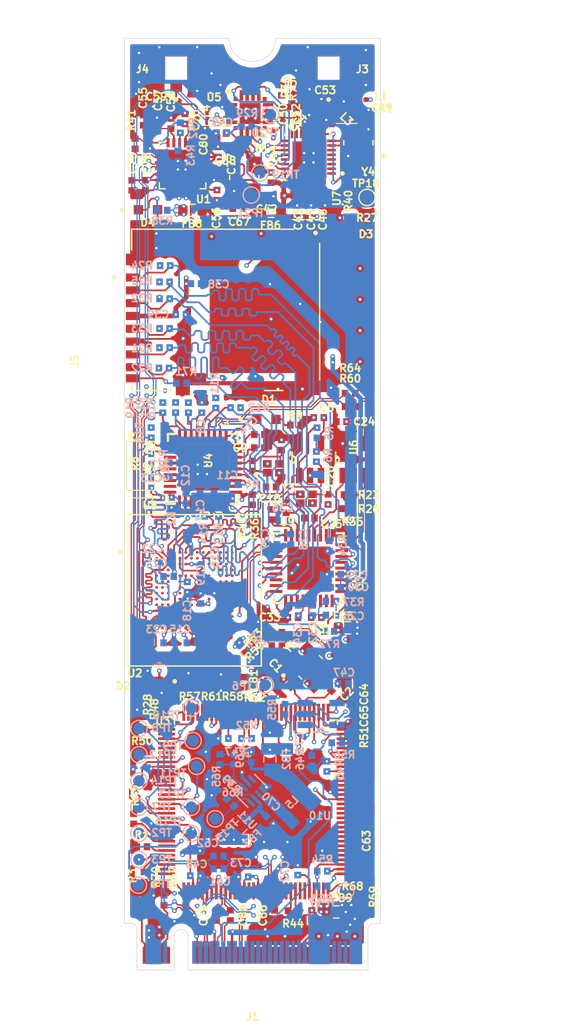
<source format=kicad_pcb>
(kicad_pcb (version 20240108) (generator "pcbnew") (generator_version "8.0")
  (layers (0 "F.Cu" signal) (1 "In1.Cu" signal) (2 "In2.Cu" signal) (31 "B.Cu" signal) (34 "B.Paste" user) (35 "F.Paste" user) (36 "B.SilkS" user "B.Silkscreen") (37 "F.SilkS" user "F.Silkscreen") (38 "B.Mask" user) (39 "F.Mask" user) (44 "Edge.Cuts" user))
  (net 0 "")
  (net 1 "GND")
  (net 2 "Net-(U3-XO)")
  (net 4 "Net-(U3-XI)")
  (net 5 "Net-(U8-VDD18PLL)")
  (net 6 "/emmc/XTAL1")
  (net 7 "+3V3_eMMC")
  (net 8 "Net-(U8-VDD18)")
  (net 9 "/emmc/XTAL2")
  (net 10 "/emmc/~{reset}")
  (net 11 "/sd-card/XTAL2")
  (net 12 "Net-(U2-VDDI)")
  (net 13 "+3V3_uSD")
  (net 14 "/sd-card/XTAL1")
  (net 17 "/sd-card/~{reset}")
  (net 18 "Net-(U9-VDD18)")
  (net 19 "Net-(U9-VDD18PLL)")
  (net 20 "/sd-card/DET")
  (net 21 "/sd-card/CRD_PWR")
  (net 22 "+3V3_Thread")
  (net 23 "Net-(U7-RFVDD)")
  (net 24 "Net-(U7-PAVDD)")
  (net 25 "Net-(C53-Pad2)")
  (net 26 "Net-(U7-RF2G4_IO2)")
  (net 28 "+3V3_wifi")
  (net 29 "Net-(U1-VD12D)")
  (net 30 "Net-(C59-Pad2)")
  (net 31 "Net-(U1-RF_INOUT)")
  (net 35 "+3V3_Bridge")
  (net 37 "/wifi/XTAL2")
  (net 38 "/wifi/XTAL1")
  (net 39 "Net-(C69-Pad2)")
  (net 41 "+1V0_core")
  (net 42 "Net-(U11-FB)")
  (net 44 "Net-(D1-K)")
  (net 45 "Net-(D1-A)")
  (net 46 "Net-(D2-A)")
  (net 47 "Net-(D2-K)")
  (net 48 "Net-(D3-K)")
  (net 50 "Net-(D4-A)")
  (net 51 "Net-(D4-K)")
  (net 52 "+3V3")
  (net 53 "Net-(U11-EN)")
  (net 54 "Net-(J1-CONFIG_0)")
  (net 55 "/pcie-usb-bridge/PERST_L")
  (net 67 "Net-(J1-CONFIG_3)")
  (net 78 "Net-(J1-CONFIG_2)")
  (net 118 "Net-(J1-CONFIG_1)")
  (net 120 "Net-(U11-SW)")
  (net 121 "Net-(U3-TMS)")
  (net 122 "Net-(U3-TRST_L)")
  (net 123 "Net-(U8-SD_WP)")
  (net 124 "/emmc/SCK")
  (net 125 "/emmc/SDA")
  (net 126 "Net-(U8-RBIAS)")
  (net 127 "Net-(U8-SD_nCD)")
  (net 128 "/emmc/eMMC.DAT0")
  (net 129 "/emmc/eMMC.DAT2")
  (net 130 "/emmc/eMMC.DAT3")
  (net 131 "/emmc/eMMC.DAT4")
  (net 132 "/emmc/eMMC.DAT5")
  (net 133 "/emmc/eMMC.DAT6")
  (net 134 "/emmc/eMMC.DAT7")
  (net 135 "/emmc/eMMC.CLK")
  (net 136 "/emmc/eMMC.CMD")
  (net 137 "/sd-card/uSD.D1")
  (net 138 "/sd-card/uSD.CLK")
  (net 139 "/sd-card/SDA")
  (net 140 "/sd-card/uSD.CMD")
  (net 141 "/sd-card/uSD.D0")
  (net 142 "/sd-card/SCK")
  (net 143 "Net-(U5-RSTB)")
  (net 144 "Net-(U5-VBUS)")
  (net 145 "/sd-card/uSD.D3")
  (net 146 "/sd-card/uSD.D2")
  (net 147 "Net-(U9-SD_WP)")
  (net 148 "Net-(U9-RBIAS)")
  (net 149 "/thread-or-zigbee/RESET")
  (net 150 "Net-(U1-RREF)")
  (net 151 "Net-(U1-CHIP_EN)")
  (net 152 "Net-(U3-REXT_GND)")
  (net 153 "Net-(U3-REXT)")
  (net 154 "Net-(U3-RREF[4])")
  (net 155 "Net-(U3-RREF[3])")
  (net 156 "Net-(U3-RREF[2])")
  (net 157 "Net-(U3-RREF[1])")
  (net 158 "Net-(U3-MAIN_DETECT)")
  (net 159 "Net-(U3-TEST1)")
  (net 160 "Net-(U3-TEST4)")
  (net 161 "Net-(U3-TEST5)")
  (net 162 "Net-(U3-TEST3)")
  (net 163 "Net-(U3-TEST6)")
  (net 164 "/pcie-usb-bridge/EEPD")
  (net 165 "/pcie-usb-bridge/EECLK")
  (net 166 "/emmc/USB_1_DP")
  (net 167 "/emmc/USB_1_DN")
  (net 177 "Net-(U2-RST_N)")
  (net 178 "Net-(U3-IO_HIT_I)")
  (net 179 "Net-(U3-LEG_EMU_EN)")
  (net 180 "Net-(U3-PME_L)")
  (net 181 "Net-(U3-IRQ12_O)")
  (net 182 "Net-(U3-IRQ12_I)")
  (net 183 "Net-(U3-SMBDATA)")
  (net 184 "Net-(U3-SCAN_EN)")
  (net 185 "Net-(U3-SMBCLK)")
  (net 186 "Net-(U3-IRQ1_I)")
  (net 187 "Net-(U3-TDI)")
  (net 188 "Net-(U3-SMI_O)")
  (net 189 "Net-(U3-TDO)")
  (net 190 "Net-(U3-IRQ1_O)")
  (net 191 "Net-(U3-TCK)")
  (net 192 "/thread-or-zigbee/UART_TX")
  (net 193 "/thread-or-zigbee/UART_RX")
  (net 194 "/thread-or-zigbee/XTAL2")
  (net 195 "/thread-or-zigbee/SWDIO")
  (net 196 "/thread-or-zigbee/SWCLK")
  (net 197 "/thread-or-zigbee/XTAL1")
  (net 217 "Net-(U11-PG)")
  (net 218 "Net-(J5-B)")
  (net 219 "/pcie-usb-bridge/USB_2_DP")
  (net 220 "/pcie-usb-bridge/USB_3_DP")
  (net 221 "/pcie-usb-bridge/USB_4_DP")
  (net 222 "/pcie-usb-bridge/USB_2_DN")
  (net 223 "/pcie-usb-bridge/USB_3_DN")
  (net 224 "/pcie-usb-bridge/USB_4_DN")
  (net 225 "/pcie-usb-bridge/R_USB_1_DP")
  (net 226 "/pcie-usb-bridge/R_USB_2_DP")
  (net 227 "/pcie-usb-bridge/R_USB_3_DP")
  (net 228 "/pcie-usb-bridge/R_USB_4_DP")
  (net 229 "/pcie-usb-bridge/R_USB_1_DN")
  (net 230 "/pcie-usb-bridge/R_USB_2_DN")
  (net 231 "/pcie-usb-bridge/R_USB_3_DN")
  (net 232 "/pcie-usb-bridge/R_USB_4_DN")
  (net 233 "/PCIE.REFCLKN")
  (net 234 "/PCIE.REFCLKP")
  (net 235 "/PCIE.PETP")
  (net 236 "/PCIE.PETN")
  (net 237 "/PCIE.PERP")
  (net 238 "/PCIE.PERN")
  (net 239 "/PCIE.CAP.PETP")
  (net 240 "/PCIE.CAP.PETN")
  (net 241 "/pcie-usb-bridge/PCIE.REFCLK2N")
  (net 242 "/pcie-usb-bridge/PCIE.REFCLK2P")
  (footprint "M2SmartHomeFootprints:LED_KPT-1608ZGC" (layer "F.Cu") (at 99.65 102.7)
    (property "Reference" "D3")
    (property "Value" "LED")
  )
  (footprint "M2SmartHomeFootprints:C_0402" (layer "F.Cu") (at 101.5 92.25 180)
    (property "Reference" "C49")
    (property "Value" "C_47n_0402")
  )
  (footprint "M2SmartHomeFootprints:C_0402" (layer "F.Cu") (at 98.2475 99.9 90)
    (property "Reference" "C46")
    (property "Value" "C_1uF_0402")
  )
  (footprint "M2SmartHomeFootprints:R_0402" (layer "F.Cu") (at 81.8 153.0075 90)
    (property "Reference" "R49")
    (property "Value" "R_4k7_0402")
  )
  (footprint "M2SmartHomeFootprints:R_0402" (layer "F.Cu") (at 92 125.6075 -90)
    (property "Reference" "R10")
    (property "Value" "R_0_0402")
  )
  (footprint "M2SmartHomeFootprints:R_0402" (layer "F.Cu") (at 101.3 160.3075 -90)
    (property "Reference" "R69")
    (property "Value" "R_0_0402")
  )
  (footprint "M2SmartHomeFootprints:CONMHF1-SMD-T" (layer "F.Cu") (at 98.55 88.55 180)
    (property "Reference" "J3")
    (property "Value" "CONMHF1-SMD-T")
  )
  (footprint "M2SmartHomeFootprints:EFR32MG21B020F1024IM32-B" (layer "F.Cu") (at 96.8 96.1925 180)
    (property "Reference" "U7")
    (property "Value" "EFR32MG21B020F1024IM32-B")
  )
  (footprint "M2SmartHomeFootprints:C_0402" (layer "F.Cu") (at 101.2 134.4075 90)
    (property "Reference" "C37")
    (property "Value" "C_1uF_0402")
  )
  (footprint "M2SmartHomeFootprints:C_0402" (layer "F.Cu") (at 83.8 93.3075 -90)
    (property "Reference" "C57")
    (property "Value" "C_1uF_0402")
  )
  (footprint "M2SmartHomeFootprints:M.2-Key-M-edge-connector" (layer "F.Cu") (at 92 166)
    (property "Reference" "J1")
    (property "Value" "M.2-Key-M-edge-connector")
    (fp_line (start -11 -4) (end -10.425 -4) (stroke (width 0.05)) (layer "Edge.Cuts"))
    (fp_line (start -9.925 -3.5) (end -9.925 0) (stroke (width 0.05)) (layer "Edge.Cuts"))
    (fp_line (start -9.925 0) (end -6.725 0) (stroke (width 0.05)) (layer "Edge.Cuts"))
    (fp_line (start -6.725 0) (end -6.725 -2.9) (stroke (width 0.05)) (layer "Edge.Cuts"))
    (fp_line (start -5.525 -2.9) (end -5.525 0) (stroke (width 0.05)) (layer "Edge.Cuts"))
    (fp_line (start -5.525 0) (end 0 0) (stroke (width 0.05)) (layer "Edge.Cuts"))
    (fp_line (start 0 0) (end 9.925 0) (stroke (width 0.05)) (layer "Edge.Cuts"))
    (fp_line (start 9.925 0) (end 9.925 -3.5) (stroke (width 0.05)) (layer "Edge.Cuts"))
    (fp_line (start 10.425 -4) (end 11 -4) (stroke (width 0.05)) (layer "Edge.Cuts"))
    (fp_arc (start -10.425 -4) (mid -10.071447 -3.853553) (end -9.925 -3.5) (stroke (width 0.05)) (layer "Edge.Cuts"))
    (fp_arc (start -6.725 -2.9) (mid -6.125 -3.5) (end -5.525 -2.9) (stroke (width 0.05)) (layer "Edge.Cuts"))
    (fp_arc (start 9.925 -3.5) (mid 10.071447 -3.853553) (end 10.425 -4) (stroke (width 0.05)) (layer "Edge.Cuts"))
  )
  (footprint "M2SmartHomeFootprints:R_0402" (layer "F.Cu") (at 81.92 95.0375 90)
    (property "Reference" "R41")
    (property "Value" "R_24k_0402")
  )
  (footprint "M2SmartHomeFootprints:C_0402" (layer "F.Cu") (at 97.485 135.7225 180)
    (property "Reference" "C31")
    (property "Value" "C_100n_0402")
  )
  (footprint "M2SmartHomeFootprints:C_0402" (layer "F.Cu") (at 94.9 126.3 -90)
    (property "Reference" "C25")
    (property "Value" "C_4pF_0402")
  )
  (footprint "M2SmartHomeFootprints:TestPoint_Pad_D1.0mm" (layer "F.Cu") (at 101.8475 99.65 45)
    (property "Reference" "TP18")
    (property "Value" "~")
  )
  (footprint "M2SmartHomeFootprints:FB_0603" (layer "F.Cu") (at 100.2 136.6075)
    (property "Reference" "FB5")
    (property "Value" "FB_120R_0603")
  )
  (footprint "M2SmartHomeFootprints:C_0402" (layer "F.Cu") (at 89.05 95.75 -90)
    (property "Reference" "C77")
    (property "Value" "C_1uF_0402")
  )
  (footprint "M2SmartHomeFootprints:FB_0603" (layer "F.Cu") (at 93.6 100.85 180)
    (property "Reference" "FB6")
    (property "Value" "FB_120R_0603")
  )
  (footprint "M2SmartHomeFootprints:C_0402" (layer "F.Cu") (at 82.8 98.6075 90)
    (property "Reference" "C78")
    (property "Value" "C_100n_0402")
  )
  (footprint "M2SmartHomeFootprints:FB_0603" (layer "F.Cu") (at 86.85 100.7575 180)
    (property "Reference" "FB8")
    (property "Value" "FB_120R_0603")
  )
  (footprint "M2SmartHomeFootprints:C_0402" (layer "F.Cu") (at 94.2475 99.5 180)
    (property "Reference" "C42")
    (property "Value" "C_1uF_0402")
  )
  (footprint "M2SmartHomeFootprints:R_0402" (layer "F.Cu") (at 100.2475 98.15 -90)
    (property "Reference" "R40")
    (property "Value" "R_10k_0402")
  )
  (footprint "M2SmartHomeFootprints:C_0402" (layer "F.Cu") (at 90.7 95.35 180)
    (property "Reference" "C68")
    (property "Value" "C_0402_27p")
  )
  (footprint "M2SmartHomeFootprints:C_0402" (layer "F.Cu") (at 98.5 125.5825 90)
    (property "Reference" "C20")
    (property "Value" "C_4pF_0402")
  )
  (footprint "M2SmartHomeFootprints:L_0201_0603Metric" (layer "F.Cu") (at 87.25 92.6 -90)
    (property "Reference" "L4")
    (property "Value" "L_2n1_0201")
  )
  (footprint "M2SmartHomeFootprints:R_0402" (layer "F.Cu") (at 95.7 119.2 180)
    (property "Reference" "R9")
    (property "Value" "R_500R_0402")
  )
  (footprint "M2SmartHomeFootprints:FB_0603" (layer "F.Cu") (at 99.2 161.0075)
    (property "Reference" "FB9")
    (property "Value" "FB_120R_0603")
  )
  (footprint "M2SmartHomeFootprints:C_0402" (layer "F.Cu") (at 81.645 98.6225 90)
    (property "Reference" "C75")
    (property "Value" "C_1uF_0402")
  )
  (footprint "M2SmartHomeFootprints:LED_KPT-1608ZGC" (layer "F.Cu") (at 83.1 141.2 180)
    (property "Reference" "D2")
    (property "Value" "LED")
  )
  (footprint "M2SmartHomeFootprints:C_0402" (layer "F.Cu") (at 99.1 141.7075 -135)
    (property "Reference" "C2")
    (property "Value" "C_0402_27p")
  )
  (footprint "M2SmartHomeFootprints:CP2102N-A02-GQFN20" (layer "F.Cu") (at 91.8 92.45)
    (property "Reference" "U5")
    (property "Value" "CP2102N-A02-GQFN20")
  )
  (footprint "M2SmartHomeFootprints:R_0402" (layer "F.Cu") (at 87.32 141.2825 90)
    (property "Reference" "R57")
    (property "Value" "R_27_0402")
  )
  (footprint "M2SmartHomeFootprints:RTL8188FTV-VC-CG" (layer "F.Cu") (at 86 96.9075 180)
    (property "Reference" "U1")
    (property "Value" "RTL8188FTV-VC-CG")
  )
  (footprint "M2SmartHomeFootprints:ECS-240-10-47-CKM-TR" (layer "F.Cu") (at 96.63 125.5225 180)
    (property "Reference" "Y3")
    (property "Value" "ECS-240-10-47-CKM-TR")
  )
  (footprint "M2SmartHomeFootprints:C_0402" (layer "F.Cu") (at 88.95 99.4575 90)
    (property "Reference" "C56")
    (property "Value" "C_100n_0402")
  )
  (footprint "M2SmartHomeFootprints:ABM8-40.000MHZ-B2-T" (layer "F.Cu") (at 91.3 97.95)
    (property "Reference" "Y5")
    (property "Value" "ABM8-40.000MHZ-B2-T")
  )
  (footprint "M2SmartHomeFootprints:USB2244-AEZG-06" (layer "F.Cu") (at 87.7375 122.96275 -90)
    (property "Reference" "U8")
    (property "Value" "USB2244-AEZG-06")
  )
  (footprint "M2SmartHomeFootprints:R_0402" (layer "F.Cu") (at 84.4 160.0075 -90)
    (property "Reference" "R67")
    (property "Value" "R_0_0402")
  )
  (footprint "M2SmartHomeFootprints:L_0201_0603Metric" (layer "F.Cu") (at 93.8 94.205 -90)
    (property "Reference" "L2")
    (property "Value" "L_9n1_0402")
  )
  (footprint "M2SmartHomeFootprints:R_0402" (layer "F.Cu") (at 96.9 127.1825 180)
    (property "Reference" "R35")
    (property "Value" "R_1M_0402")
  )
  (footprint "M2SmartHomeFootprints:R_0402" (layer "F.Cu") (at 97.1 161.3075 -90)
    (property "Reference" "R68")
    (property "Value" "R_0_0402")
  )
  (footprint "M2SmartHomeFootprints:C_0402" (layer "F.Cu") (at 94.5 120.9075 -90)
    (property "Reference" "C4")
    (property "Value" "C_4pF_0402")
  )
  (footprint "M2SmartHomeFootprints:R_0402" (layer "F.Cu") (at 82.51 145.33)
    (property "Reference" "R50")
    (property "Value" "R_5k1_0402")
  )
  (footprint "M2SmartHomeFootprints:C_0402" (layer "F.Cu") (at 85 93.3075 -90)
    (property "Reference" "C58")
    (property "Value" "C_100n_0402")
  )
  (footprint "M2SmartHomeFootprints:C_0402" (layer "F.Cu") (at 101.6 148.1075 90)
    (property "Reference" "C64")
    (property "Value" "C_100n_0402")
  )
  (footprint "M2SmartHomeFootprints:C_0402" (layer "F.Cu") (at 97.7 118.5575)
    (property "Reference" "C5")
    (property "Value" "C_100n_0402")
  )
  (footprint "M2SmartHomeFootprints:R_0402" (layer "F.Cu") (at 91.28 141.2825 90)
    (property "Reference" "R62")
    (property "Value" "R_27_0402")
  )
  (footprint "M2SmartHomeFootprints:24AA04T-I_OT" (layer "F.Cu") (at 100.7 122.1575 90)
    (property "Reference" "U6")
    (property "Value" "24AA04T-I_OT")
  )
  (footprint "M2SmartHomeFootprints:PI7C9X440SLBFDE" (layer "F.Cu") (at 92.3 151.53)
    (property "Reference" "U3")
    (property "Value" "PI7C9X440SLBFDE")
  )
  (footprint "M2SmartHomeFootprints:C_0402" (layer "F.Cu") (at 102.1 151.2075 90)
    (property "Reference" "C65")
    (property "Value" "C_100n_0402")
  )
  (footprint "M2SmartHomeFootprints:LED_KPT-1608ZGC" (layer "F.Cu") (at 93.2 118.7075)
    (property "Reference" "D1")
    (property "Value" "LED")
  )
  (footprint "M2SmartHomeFootprints:R_0402" (layer "F.Cu") (at 82.7 158.0075 90)
    (property "Reference" "R3")
    (property "Value" "R_5k1_0402")
  )
  (footprint "M2SmartHomeFootprints:C_0402" (layer "F.Cu") (at 94.6 92.45 -90)
    (property "Reference" "C50")
    (property "Value" "C_47n_0402")
  )
  (footprint "M2SmartHomeFootprints:XTAL_ABM8-12.000MHZ-B2-T" (layer "F.Cu") (at 97 140 45)
    (property "Reference" "Y1")
    (property "Value" "ABM8-12.000MHZ-B2-T")
  )
  (footprint "M2SmartHomeFootprints:R_0402" (layer "F.Cu") (at 88.48 141.2825 90)
    (property "Reference" "R61")
    (property "Value" "R_27_0402")
  )
  (footprint "M2SmartHomeFootprints:R_0402" (layer "F.Cu") (at 100.1 126.3825)
    (property "Reference" "R26")
    (property "Value" "R_4k7_0402")
  )
  (footprint "M2SmartHomeFootprints:C_0402" (layer "F.Cu") (at 99.65 118.9075)
    (property "Reference" "C24")
    (property "Value" "C_100n_0402")
  )
  (footprint "M2SmartHomeFootprints:R_0402" (layer "F.Cu") (at 100.3 125.1825)
    (property "Reference" "R23")
    (property "Value" "R_4k7_0402")
  )
  (footprint "M2SmartHomeFootprints:C_0201" (layer "F.Cu") (at 85.45 91.6 45)
    (property "Reference" "C59")
    (property "Value" "C_0p9_0201")
  )
  (footprint "M2SmartHomeFootprints:R_0402" (layer "F.Cu") (at 82.1 143.2075 90)
    (property "Reference" "R28")
    (property "Value" "R_500R_0402")
  )
  (footprint "M2SmartHomeFootprints:L_0201_0603Metric" (layer "F.Cu") (at 98.1 92.3 -135)
    (property "Reference" "L3")
    (property "Value" "L_2n1_0201")
  )
  (footprint "M2SmartHomeFootprints:R_0402" (layer "F.Cu") (at 82.5 155.4075)
    (property "Reference" "R1")
    (property "Value" "R_5k1_0402")
  )
  (footprint "M2SmartHomeFootprints:C_0402" (layer "F.Cu") (at 95.8475 99.9 90)
    (property "Reference" "C43")
    (property "Value" "C_1uF_0402")
  )
  (footprint "M2SmartHomeFootprints:R_0402" (layer "F.Cu") (at 94.1 137 180)
    (property "Reference" "R63")
    (property "Value" "R_27_0402")
  )
  (footprint "M2SmartHomeFootprints:C_0402" (layer "F.Cu") (at 99.85 91.85 -90)
    (property "Reference" "C51")
    (property "Value" "C_12p_0402")
  )
  (footprint "M2SmartHomeFootprints:CONMHF1-SMD-T" (layer "F.Cu") (at 85.45 88.55 180)
    (property "Reference" "J4")
    (property "Value" "CONMHF1-SMD-T")
  )
  (footprint "M2SmartHomeFootprints:R_0402" (layer "F.Cu") (at 92 122.7075 90)
    (property "Reference" "R8")
    (property "Value" "R_1M_0402")
  )
  (footprint "M2SmartHomeFootprints:USB2244-AEZG-06" (layer "F.Cu") (at 96.85 131.4825)
    (property "Reference" "U9")
    (property "Value" "USB2244-AEZG-06")
  )
  (footprint "M2SmartHomeFootprints:R_0402" (layer "F.Cu") (at 93.7 126.8825 -90)
    (property "Reference" "R36")
    (property "Value" "R_12k_0402")
  )
  (footprint "M2SmartHomeFootprints:24AA04T-I_OT" (layer "F.Cu") (at 96.95 122.1575 90)
    (property "Reference" "U4")
    (property "Value" "24AA04T-I_OT")
  )
  (footprint "M2SmartHomeFootprints:C_0402" (layer "F.Cu") (at 93.6 97.95 -90)
    (property "Reference" "C44")
    (property "Value" "C_100n_0402")
  )
  (footprint "M2SmartHomeFootprints:C_0402" (layer "F.Cu") (at 82.63 93.0175 -90)
    (property "Reference" "C55")
    (property "Value" "C_1uF_0402")
  )
  (footprint "M2SmartHomeFootprints:C_0402" (layer "F.Cu") (at 92.9 141.3075 -90)
    (property "Reference" "C81")
    (property "Value" "C_100n_0402")
  )
  (footprint "M2SmartHomeFootprints:C_0402" (layer "F.Cu") (at 101.675 156.7575 -90)
    (property "Reference" "C63")
    (property "Value" "C_100n_0402")
  )
  (footprint "M2SmartHomeFootprints:C_0402" (layer "F.Cu") (at 90.75 100.6)
    (property "Reference" "C67")
    (property "Value" "C_0402_27p")
  )
  (footprint "M2SmartHomeFootprints:R_0402" (layer "F.Cu") (at 99.95 101.4)
    (property "Reference" "R27")
    (property "Value" "R_500R_0402")
  )
  (footprint "M2SmartHomeFootprints:C_0402" (layer "F.Cu") (at 90.1 161.3 90)
    (property "Reference" "C80")
    (property "Value" "C_220nF_0402")
  )
  (footprint "M2SmartHomeFootprints:HRS_DM3AT-SF-PEJM5" (layer "F.Cu") (at 89.7 109.3075 90)
    (property "Reference" "J5")
    (property "Value" "Micro_SD_Card_Det_Hirose_DM3AT")
  )
  (footprint "M2SmartHomeFootprints:C_0402" (layer "F.Cu") (at 93.9 161.3075 90)
    (property "Reference" "C66")
    (property "Value" "C_4u7_0402")
  )
  (footprint "M2SmartHomeFootprints:C_0402" (layer "F.Cu") (at 86.2 92.9075 -90)
    (property "Reference" "C76")
    (property "Value" "C_100n_0402")
  )
  (footprint "M2SmartHomeFootprints:R_0402" (layer "F.Cu") (at 102.1 153.2075 -90)
    (property "Reference" "R51")
    (property "Value" "R_5k1_0402")
  )
  (footprint "M2SmartHomeFootprints:C_0201" (layer "F.Cu") (at 87.6 93.7 180)
    (property "Reference" "C60")
    (property "Value" "C_1p9_0201")
  )
  (footprint "M2SmartHomeFootprints:C_0402" (layer "F.Cu") (at 95 141.35 -45)
    (property "Reference" "C1")
    (property "Value" "C_0402_27p")
  )
  (footprint "M2SmartHomeFootprints:LED_KPT-1608ZGC" (layer "F.Cu") (at 83.025 100.7075)
    (property "Reference" "D4")
    (property "Value" "LED")
  )
  (footprint "M2SmartHomeFootprints:C_0402" (layer "F.Cu") (at 93.6 124.5075 180)
    (property "Reference" "C10")
    (property "Value" "C_4pF_0402")
  )
  (footprint "M2SmartHomeFootprints:ECS-240-10-47-CKM-TR" (layer "F.Cu") (at 93.8 122.9075)
    (property "Reference" "Y2")
    (property "Value" "ECS-240-10-47-CKM-TR")
  )
  (footprint "M2SmartHomeFootprints:C_0402" (layer "F.Cu") (at 92.6 121.15 180)
    (property "Reference" "C9")
    (property "Value" "C_1uF_0402")
  )
  (footprint "M2SmartHomeFootprints:C_0402" (layer "F.Cu") (at 95.8 92.45 -90)
    (property "Reference" "C52")
    (property "Value" "C_12p_0402")
  )
  (footprint "M2SmartHomeFootprints:L_0201_0603Metric" (layer "F.Cu") (at 101.4475 91.25)
    (property "Reference" "L1")
    (property "Value" "L_9n1_0402")
  )
  (footprint "M2SmartHomeFootprints:C_0402" (layer "F.Cu") (at 97.0475 99.9 90)
    (property "Reference" "C45")
    (property "Value" "C_100n_0402")
  )
  (footprint "M2SmartHomeFootprints:R_0402" (layer "F.Cu") (at 84.4 143.6 -90)
    (property "Reference" "R48")
    (property "Value" "R_6k04_0402")
  )
  (footprint "M2SmartHomeFootprints:R_0402" (layer "F.Cu") (at 92.6 120.0075 180)
    (property "Reference" "R7")
    (property "Value" "R_12k_0402")
  )
  (footprint "M2SmartHomeFootprints:R_0402" (layer "F.Cu") (at 94.5 90.45 -90)
    (property "Reference" "R73")
    (property "Value" "R_0_0402")
  )
  (footprint "M2SmartHomeFootprints:C_0402" (layer "F.Cu") (at 89.3 94.15)
    (property "Reference" "C41")
    (property "Value" "C_100n_0402")
  )
  (footprint "M2SmartHomeFootprints:C_0201" (layer "F.Cu") (at 97.1 92.8 -45)
    (property "Reference" "C54")
    (property "Value" "C_1p9_0201")
  )
  (footprint "M2SmartHomeFootprints:R_0402" (layer "F.Cu") (at 82.7 160.0075 -90)
    (property "Reference" "R70")
    (property "Value" "R_0_0402")
  )
  (footprint "M2SmartHomeFootprints:ABM8-38.400MHZ-10-D1G-T" (layer "F.Cu") (at 101.1 94.95 180)
    (property "Reference" "Y4")
    (property "Value" "ABM8-38.400MHZ-10-D1G-T")
  )
  (footprint "M2SmartHomeFootprints:R_0402" (layer "F.Cu") (at 95.5 160.9075)
    (property "Reference" "R44")
    (property "Value" "R_1k43_0402")
  )
  (footprint "M2SmartHomeFootprints:R_0402" (layer "F.Cu") (at 95.7 90.2 90)
    (property "Reference" "R30")
    (property "Value" "R_47k5_0402")
  )
  (footprint "M2SmartHomeFootprints:R_0402" (layer "F.Cu") (at 94.1 138.15 180)
    (property "Reference" "R59")
    (property "Value" "R_27_0402")
  )
  (footprint "M2SmartHomeFootprints:R_0402" (layer "F.Cu") (at 100.395 116.4675 180)
    (property "Reference" "R64")
    (property "Value" "R_27_0402")
  )
  (footprint "M2SmartHomeFootprints:R_0402" (layer "F.Cu") (at 100.4 117.6075 180)
    (property "Reference" "R60")
    (property "Value" "R_27_0402")
  )
  (footprint "M2SmartHomeFootprints:EMMC16G-MW28-01E10" (layer "F.Cu") (at 87.0175 133.3875)
    (property "Reference" "U2")
    (property "Value" "EMMC16G-MW28-01E10")
  )
  (footprint "M2SmartHomeFootprints:R_0402" (layer "F.Cu") (at 90.12 141.2825 90)
    (property "Reference" "R58")
    (property "Value" "R_27_0402")
  )
  (footprint "M2SmartHomeFootprints:C_0402" (layer "F.Cu") (at 95.485 135.7225)
    (property "Reference" "C33")
    (property "Value" "C_100n_0402")
  )
  (footprint "M2SmartHomeFootprints:C_0201" (layer "F.Cu") (at 98.25 91.2)
    (property "Reference" "C53")
    (property "Value" "C_0p9_0201")
  )
  (footprint "M2SmartHomeFootprints:C_0402" (layer "F.Cu") (at 88.9 161.3 90)
    (property "Reference" "C79")
    (property "Value" "C_220nF_0402")
  )
  (footprint "M2SmartHomeFootprints:R_0402" (layer "B.Cu") (at 90.3 124.3)
    (property "Reference" "R4")
    (property "Value" "R_0_0402")
  )
  (footprint "M2SmartHomeFootprints:R_0402" (layer "B.Cu") (at 97.1 148.0075 90)
    (property "Reference" "R46")
    (property "Value" "R_6k04_0402")
  )
  (footprint "M2SmartHomeFootprints:C_0402" (layer "B.Cu") (at 95.95 135.1225 -90)
    (property "Reference" "C34")
    (property "Value" "C_1uF_0402")
  )
  (footprint "M2SmartHomeFootprints:R_0402" (layer "B.Cu") (at 84.3 117.7025 90)
    (property "Reference" "R19")
    (property "Value" "R_10k_0402")
  )
  (footprint "M2SmartHomeFootprints:TestPoint_Pad_D1.0mm" (layer "B.Cu") (at 100 159.2075 180)
    (property "Reference" "TP17")
    (property "Value" "~")
  )
  (footprint "M2SmartHomeFootprints:C_0402" (layer "B.Cu") (at 86.8 137.9 180)
    (property "Reference" "C15")
    (property "Value" "C_100n_0402")
  )
  (footprint "M2SmartHomeFootprints:C_0402" (layer "B.Cu") (at 89.1 157.3)
    (property "Reference" "C61")
    (property "Value" "C_100n_0402")
  )
  (footprint "M2SmartHomeFootprints:R_0402" (layer "B.Cu") (at 84.25 100.75 180)
    (property "Reference" "R38")
    (property "Value" "R_500R_0402")
  )
  (footprint "M2SmartHomeFootprints:C_0402" (layer "B.Cu") (at 93.5 153.1075 135)
    (property "Reference" "C70")
    (property "Value" "C_4u7_0402")
  )
  (footprint "M2SmartHomeFootprints:TestPoint_Pad_D1.0mm" (layer "B.Cu") (at 82.25 156.5075 180)
    (property "Reference" "TP3")
    (property "Value" "~")
  )
  (footprint "M2SmartHomeFootprints:FB_0603" (layer "B.Cu") (at 91 153.7075 45)
    (property "Reference" "FB3")
    (property "Value" "FB_120R_0603")
  )
  (footprint "M2SmartHomeFootprints:R_0402" (layer "B.Cu") (at 89.2 147.9075 90)
    (property "Reference" "R65")
    (property "Value" "R_44k2_0402")
  )
  (footprint "M2SmartHomeFootprints:R_0402" (layer "B.Cu") (at 98.6 129.5825 90)
    (property "Reference" "R34")
    (property "Value" "R_0_0402")
  )
  (footprint "M2SmartHomeFootprints:C_0402" (layer "B.Cu") (at 94.1 129.0075 90)
    (property "Reference" "C27")
    (property "Value" "C_100n_0402")
  )
  (footprint "M2SmartHomeFootprints:FB_0603" (layer "B.Cu") (at 91.5 138.5 -45)
    (property "Reference" "FB1")
    (property "Value" "FB_120R_0603")
  )
  (footprint "M2SmartHomeFootprints:R_0402" (layer "B.Cu") (at 84.45 108.3575 180)
    (property "Reference" "R32")
    (property "Value" "R_49k9_0402")
  )
  (footprint "M2SmartHomeFootprints:C_0402" (layer "B.Cu") (at 87.5 124.6 -90)
    (property "Reference" "C17")
    (property "Value" "C_1uF_0402")
  )
  (footprint "M2SmartHomeFootprints:R_0402" (layer "B.Cu") (at 84.5 105.5075 180)
    (property "Reference" "R24")
    (property "Value" "R_49k9_0402")
  )
  (footprint "M2SmartHomeFootprints:R_0402" (layer "B.Cu") (at 98.6 136.9075)
    (property "Reference" "R72")
    (property "Value" "R_2k2_0402")
  )
  (footprint "M2SmartHomeFootprints:C_0402" (layer "B.Cu") (at 90.4 147.907501 90)
    (property "Reference" "C74")
    (property "Value" "C_120pF_0402")
  )
  (footprint "M2SmartHomeFootprints:TestPoint_Pad_D1.0mm" (layer "B.Cu") (at 86.75 143.5075 180)
    (property "Reference" "TP10")
    (property "Value" "~")
  )
  (footprint "M2SmartHomeFootprints:FB_0603" (layer "B.Cu") (at 93.5 147.9075 90)
    (property "Reference" "FB2")
    (property "Value" "FB_120R_0603")
  )
  (footprint "M2SmartHomeFootprints:TestPoint_Pad_D1.0mm" (layer "B.Cu") (at 88.8 153.0075 45)
    (property "Reference" "TP15")
    (property "Value" "~")
  )
  (footprint "M2SmartHomeFootprints:C_0402" (layer "B.Cu") (at 85.3 122.45 180)
    (property "Reference" "C7")
    (property "Value" "C_1uF_0402")
  )
  (footprint "M2SmartHomeFootprints:R_0402" (layer "B.Cu") (at 89.26623 149.580294)
    (property "Reference" "R66")
    (property "Value" "R_66k5_0402")
  )
  (footprint "M2SmartHomeFootprints:C_0402" (layer "B.Cu") (at 84.45 131 180)
    (property "Reference" "C22")
    (property "Value" "C_100n_0402")
  )
  (footprint "M2SmartHomeFootprints:R_0402" (layer "B.Cu") (at 94.8 143.6 -90)
    (property "Reference" "R55")
    (property "Value" "R_4k7_0402")
  )
  (footprint "M2SmartHomeFootprints:XFL4015-471MEB" (layer "B.Cu") (at 95.4 151.6075 45)
    (property "Reference" "L5")
    (property "Value" "L_470nH_XFL4015")
  )
  (footprint "M2SmartHomeFootprints:R_0402" (layer "B.Cu") (at 91.5 146.1075 180)
    (property "Reference" "R52")
    (property "Value" "R_5k1_0402")
  )
  (footprint "M2SmartHomeFootprints:R_0402" (layer "B.Cu") (at 85.8 93.6725 90)
    (property "Reference" "R42")
    (property "Value" "R_10k_0402")
  )
  (footprint "M2SmartHomeFootprints:C_0402" (layer "B.Cu") (at 90.3 120.6 45)
    (property "Reference" "C14")
    (property "Value" "C_1uF_0402")
  )
  (footprint "M2SmartHomeFootprints:R_0402" (layer "B.Cu") (at 85.4 117.7025 90)
    (property "Reference" "R17")
    (property "Value" "R_49k9_0402")
  )
  (footprint "M2SmartHomeFootprints:TestPoint_Pad_D1.0mm" (layer "B.Cu") (at 93.55 92.55 180)
    (property "Reference" "TP20")
    (property "Value" "~")
  )
  (footprint "M2SmartHomeFootprints:C_0402" (layer "B.Cu") (at 85.85 109.7075 180)
    (property "Reference" "C39")
    (property "Value" "C_100n_0402")
  )
  (footprint "M2SmartHomeFootprints:TestPoint_Pad_D1.0mm" (layer "B.Cu") (at 92.65 97.55 180)
    (property "Reference" "TP19")
    (property "Value" "~")
  )
  (footprint "M2SmartHomeFootprints:C_0402" (layer "B.Cu") (at 86.4 133.1 90)
    (property "Reference" "C19")
    (property "Value" "C_100n_0402")
  )
  (footprint "M2SmartHomeFootprints:R_0402" (layer "B.Cu") (at 88.85 117.3 90)
    (property "Reference" "R11")
    (property "Value" "R_49k9_0402")
  )
  (footprint "M2SmartHomeFootprints:R_0402" (layer "B.Cu") (at 89.1 126.6075 90)
    (property "Reference" "R13")
    (property "Value" "R_49k9_0402")
  )
  (footprint "M2SmartHomeFootprints:R_0402" (layer "B.Cu") (at 84.45 112.5575 180)
    (property "Reference" "R21")
    (property "Value" "R_49k9_0402")
  )
  (footprint "M2SmartHomeFootprints:C_0402" (layer "B.Cu") (at 99.15 133.1325)
    (property "Reference" "C30")
    (property "Value" "C_1uF_0402")
  )
  (footprint "M2SmartHomeFootprints:TestPoint_Pad_D1.0mm" (layer "B.Cu") (at 82.25 145.2575 180)
    (property "Reference" "TP8")
    (property "Value" "~")
  )
  (footprint "M2SmartHomeFootprints:C_0402" (layer "B.Cu") (at 91.9 147.7075 -90)
    (property "Reference" "C69")
    (property "Value" "C_4u7_0402")
  )
  (footprint "M2SmartHomeFootprints:R_0402" (layer "B.Cu") (at 85.6 96.1 90)
    (property "Reference" "R43")
    (property "Value" "R_10k_0402")
  )
  (footprint "M2SmartHomeFootprints:C_0402" (layer "B.Cu") (at 86.3 125.5 -90)
    (property "Reference" "C12")
    (property "Value" "C_1uF_0402")
  )
  (footprint "M2SmartHomeFootprints:TestPoint_Pad_D1.0mm" (layer "B.Cu") (at 87.2 148.5 180)
    (property "Reference" "TP11")
    (property "Value" "~")
  )
  (footprint "M2SmartHomeFootprints:TestPoint_Pad_D1.0mm" (layer "B.Cu") (at 93.1 141.5075 180)
    (property "Reference" "TP6")
    (property "Value" "~")
  )
  (footprint "M2SmartHomeFootprints:R_0402" (layer "B.Cu") (at 99.25 146.4825 180)
    (property "Reference" "R56")
    (property "Value" "R_4k7_0402")
  )
  (footprint "M2SmartHomeFootprints:C_0402" (layer "B.Cu") (at 95.9 157.4075 -90)
    (property "Reference" "C72")
    (property "Value" "C_100n_0402")
  )
  (footprint "M2SmartHomeFootprints:R_0402" (layer "B.Cu") (at 84.45 106.9075 180)
    (property "Reference" "R25")
    (property "Value" "R_49k9_0402")
  )
  (footprint "M2SmartHomeFootprints:R_0402" (layer "B.Cu") (at 98 157.5 180)
    (property "Reference" "R54")
    (property "Value" "R_5k1_0402")
  )
  (footprint "M2SmartHomeFootprints:TestPoint_Pad_D1.0mm" (layer "B.Cu") (at 86.9 146.3 180)
    (property "Reference" "TP9")
    (property "Value" "~")
  )
  (footprint "M2SmartHomeFootprints:C_0402" (layer "B.Cu") (at 87.55 134.0875 -90)
    (property "Reference" "C18")
    (property "Value" "C_4u7_0402")
  )
  (footprint "M2SmartHomeFootprints:C_0402" (layer "B.Cu") (at 98.75 135.5225)
    (property "Reference" "C26")
    (property "Value" "C_1uF_0402")
  )
  (footprint "M2SmartHomeFootprints:C_0402" (layer "B.Cu") (at 85.3 123.65 180)
    (property "Reference" "C13")
    (property "Value" "C_100n_0402")
  )
  (footprint "M2SmartHomeFootprints:C_0402" (layer "B.Cu") (at 91.2 158)
    (property "Reference" "C73")
    (property "Value" "C_100n_0402")
  )
  (footprint "M2SmartHomeFootprints:TestPoint_Pad_D1.0mm" (layer "B.Cu") (at 86.75 152.0075 180)
    (property "Reference" "TP13")
    (property "Value" "~")
  )
  (footprint "M2SmartHomeFootprints:C_0402" (layer "B.Cu") (at 87.65 117.7 -90)
    (property "Reference" "C8")
    (property "Value" "C_100n_0402")
  )
  (footprint "M2SmartHomeFootprints:C_0402" (layer "B.Cu") (at 89.1 156.2)
    (property "Reference" "C62")
    (property "Value" "C_100n_0402")
  )
  (footprint "M2SmartHomeFootprints:C_0402" (layer "B.Cu") (at 89.35 94.1)
    (property "Reference" "C40")
    (property "Value" "C_4u7_0402")
  )
  (footprint "M2SmartHomeFootprints:C_0402" (layer "B.Cu") (at 87.6 131.6 90)
    (property "Reference" "C16")
    (property "Value" "C_100n_0402")
  )
  (footprint "M2SmartHomeFootprints:R_0402" (layer "B.Cu") (at 84.4 114.3075 180)
    (property "Reference" "R22")
    (property "Value" "R_49k9_0402")
  )
  (footprint "M2SmartHomeFootprints:TestPoint_Pad_D1.0mm" (layer "B.Cu") (at 86.75 154.2575 180)
    (property "Reference" "TP16")
    (property "Value" "~")
  )
  (footprint "M2SmartHomeFootprints:TestPoint_Pad_D1.0mm" (layer "B.Cu") (at 82.25 152.0075 180)
    (property "Reference" "TP7")
    (property "Value" "~")
  )
  (footprint "M2SmartHomeFootprints:R_0402" (layer "B.Cu") (at 98.4 148.5075 -90)
    (property "Reference" "R45")
    (property "Value" "R_6k04_0402")
  )
  (footprint "M2SmartHomeFootprints:R_0402" (layer "B.Cu") (at 91.5 93.55 180)
    (property "Reference" "R29")
    (property "Value" "R_1k_0402")
  )
  (footprint "M2SmartHomeFootprints:R_0402" (layer "B.Cu") (at 98.75 134.3225 180)
    (property "Reference" "R37")
    (property "Value" "R_10k_0402")
  )
  (footprint "M2SmartHomeFootprints:C_0402" (layer "B.Cu") (at 87.1 157.9 180)
    (property "Reference" "C48")
    (property "Value" "C_100n_0402")
  )
  (footprint "M2SmartHomeFootprints:C_0402" (layer "B.Cu") (at 84.8 137.9 180)
    (property "Reference" "C23")
    (property "Value" "C_4u7_0402")
  )
  (footprint "M2SmartHomeFootprints:R_0402" (layer "B.Cu") (at 85.9 115.6075)
    (property "Reference" "R71")
    (property "Value" "R_100_0402")
  )
  (footprint "M2SmartHomeFootprints:R_0402" (layer "B.Cu") (at 83.35 122.1 -90)
    (property "Reference" "R20")
    (property "Value" "R_49k9_0402")
  )
  (footprint "M2SmartHomeFootprints:TestPoint_Pad_D1.0mm" (layer "B.Cu") (at 91.9 99.45 180)
    (property "Reference" "TP21")
    (property "Value" "~")
  )
  (footprint "M2SmartHomeFootprints:C_0402" (layer "B.Cu") (at 87.15 107.0575 180)
    (property "Reference" "C38")
    (property "Value" "C_4u7_0402")
  )
  (footprint "M2SmartHomeFootprints:R_0402" (layer "B.Cu") (at 89.5 146.1075)
    (property "Reference" "R47")
    (property "Value" "R_6k04_0402")
  )
  (footprint "M2SmartHomeFootprints:C_0402" (layer "B.Cu") (at 99.15 132.0075)
    (property "Reference" "C29")
    (property "Value" "C_100n_0402")
  )
  (footprint "M2SmartHomeFootprints:C_0402" (layer "B.Cu") (at 95.3 129.0075 90)
    (property "Reference" "C28")
    (property "Value" "C_1uF_0402")
  )
  (footprint "M2SmartHomeFootprints:24AA04T-I_OT" (layer "B.Cu") (at 97.9 144.0075)
    (property "Reference" "U10")
    (property "Value" "24AA04T-I_OT")
  )
  (footprint "M2SmartHomeFootprints:C_0402" (layer "B.Cu") (at 94.9 147.5075 90)
    (property "Reference" "C71")
    (property "Value" "C_4u7_0402")
  )
  (footprint "M2SmartHomeFootprints:R_0402" (layer "B.Cu") (at 84.45 110.9075 180)
    (property "Reference" "R33")
    (property "Value" "R_10k_0402")
  )
  (footprint "M2SmartHomeFootprints:TPS62822DLCR" (layer "B.Cu") (at 91.9 150.6075 -45)
    (property "Reference" "U11")
    (property "Value" "~")
  )
  (footprint "M2SmartHomeFootprints:R_0402" (layer "B.Cu") (at 83.35 124.15 90)
    (property "Reference" "R15")
    (property "Value" "R_49k9_0402")
  )
  (footprint "M2SmartHomeFootprints:R_0402" (layer "B.Cu") (at 97.55 119.8575 -90)
    (property "Reference" "R5")
    (property "Value" "R_4k7_0402")
  )
  (footprint "M2SmartHomeFootprints:R_0402" (layer "B.Cu") (at 90.55 117.7075)
    (property "Reference" "R12")
    (property "Value" "R_49k9_0402")
  )
  (footprint "M2SmartHomeFootprints:R_0402" (layer "B.Cu") (at 97.5 121.9075 -90)
    (property "Reference" "R6")
    (property "Value" "R_4k7_0402")
  )
  (footprint "M2SmartHomeFootprints:C_0402" (layer "B.Cu") (at 99.8 141.4)
    (property "Reference" "C47")
    (property "Value" "C_100n_0402")
  )
  (footprint "M2SmartHomeFootprints:C_0402" (layer "B.Cu") (at 88.7 124.6 -90)
    (property "Reference" "C11")
    (property "Value" "C_1uF_0402")
  )
  (footprint "M2SmartHomeFootprints:C_0402" (layer "B.Cu") (at 97.15 135.1225 -90)
    (property "Reference" "C32")
    (property "Value" "C_1uF_0402")
  )
  (footprint "M2SmartHomeFootprints:TestPoint_Pad_D1.0mm" (layer "B.Cu") (at 82.25 149.7575 180)
    (property "Reference" "TP14")
    (property "Value" "~")
  )
  (footprint "M2SmartHomeFootprints:C_0402" (layer "B.Cu") (at 94.7 127.4075)
    (property "Reference" "C36")
    (property "Value" "C_1uF_0402")
  )
  (footprint "M2SmartHomeFootprints:TestPoint_Pad_D1.0mm" (layer "B.Cu") (at 82.25 147.5075 180)
    (property "Reference" "TP12")
    (property "Value" "~")
  )
  (footprint "M2SmartHomeFootprints:R_0402" (layer "B.Cu") (at 98 158.8 180)
    (property "Reference" "R53")
    (property "Value" "R_5k1_0402")
  )
  (footprint "M2SmartHomeFootprints:C_0402" (layer "B.Cu") (at 84.8 132.2 180)
    (property "Reference" "C21")
    (property "Value" "C_1uF_0402")
  )
  (footprint "M2SmartHomeFootprints:TestPoint_Pad_D1.0mm" (layer "B.Cu") (at 82.2 158.7075 180)
    (property "Reference" "TP1")
    (property "Value" "~")
  )
  (footprint "M2SmartHomeFootprints:R_0402" (layer "B.Cu") (at 90.1 151.6075 135)
    (property "Reference" "R39")
    (property "Value" "R_10k_0402")
  )
  (footprint "M2SmartHomeFootprints:R_0402" (layer "B.Cu") (at 87.9 126.6075 90)
    (property "Reference" "R14")
    (property "Value" "R_49k9_0402")
  )
  (footprint "M2SmartHomeFootprints:R_0402" (layer "B.Cu") (at 83.3 119.85 90)
    (property "Reference" "R16")
    (property "Value" "R_49k9_0402")
  )
  (footprint "M2SmartHomeFootprints:R_0402" (layer "B.Cu") (at 85.05 125.85 -90)
    (property "Reference" "R2")
    (property "Value" "R_10k_0402")
  )
  (footprint "M2SmartHomeFootprints:TestPoint_Pad_D1.0mm" (layer "B.Cu") (at 82.25 154.2575 180)
    (property "Reference" "TP2")
    (property "Value" "~")
  )
  (footprint "M2SmartHomeFootprints:R_0402" (layer "B.Cu") (at 86.5 117.7075 90)
    (property "Reference" "R18")
    (property "Value" "R_49k9_0402")
  )
  (gr_line (start 83.6 120.6) (end 81.2 120.6) (stroke (width 0.1)) (layer "F.SilkS"))
  (gr_line (start 81.2 120.6) (end 81.2 124.8) (stroke (width 0.1)) (layer "F.SilkS"))
  (gr_line (start 101 93.3) (end 99.2 93.3) (stroke (width 0.1)) (layer "F.SilkS"))
  (gr_line (start 83.5 125.45) (end 83.3 125.75) (stroke (width 0.1)) (layer "F.SilkS"))
  (gr_line (start 81.8 125.45) (end 83.5 125.45) (stroke (width 0.1)) (layer "F.SilkS"))
  (gr_line (start 83.6 124.8) (end 83.6 120.6) (stroke (width 0.1)) (layer "F.SilkS"))
  (gr_line (start 83.5 125.45) (end 83.3 125.15) (stroke (width 0.1)) (layer "F.SilkS"))
  (gr_line (start 81.2 124.8) (end 83.6 124.8) (stroke (width 0.1)) (layer "F.SilkS"))
  (gr_line (start 103 86) (end 94 86) (stroke (width 0.05)) (layer "Edge.Cuts"))
  (gr_line (start 81 86) (end 90 86) (stroke (width 0.05)) (layer "Edge.Cuts"))
  (gr_line (start 103 162) (end 103 86) (stroke (width 0.05)) (layer "Edge.Cuts"))
  (gr_line (start 81 162) (end 81 86) (stroke (width 0.05)) (layer "Edge.Cuts"))
  (gr_arc (start 94 86) (mid 92 88) (end 90 86) (stroke (width 0.05)) (layer "Edge.Cuts"))
  (segment (start 92.225 116.1325) (end 92.2 116.1075) (width 0.4) (layer "F.Cu") (net 1))
  (segment (start 99.64 128.6675) (end 98.85 128.6675) (width 0.15) (layer "F.Cu") (net 1))
  (segment (start 101.665 156.3325) (end 101.675 156.3225) (width 0.15) (layer "F.Cu") (net 1))
  (segment (start 83.5 153.9075) (end 83.5 153.6075) (width 0.15) (layer "F.Cu") (net 1))
  (segment (start 86.25 99.6575) (end 86.3 99.7075) (width 0.15) (layer "F.Cu") (net 1))
  (segment (start 92.6 93.2) (end 92.25 92.85) (width 0.1) (layer "F.Cu") (net 1))
  (segment (start 86.0025 133.1375) (end 86.4 133.535) (width 0.09) (layer "F.Cu") (net 1))
  (segment (start 86.9 142.6) (end 87.3 143) (width 0.15) (layer "F.Cu") (net 1))
  (segment (start 87 161.022389) (end 87 161.3) (width 0.15) (layer "F.Cu") (net 1))
  (segment (start 92.225 116.1325) (end 92.25 116.1075) (width 0.4) (layer "F.Cu") (net 1))
  (segment (start 86.2675 136.4675) (end 86.2675 136.6375) (width 0.15) (layer "F.Cu") (net 1))
  (segment (start 96.9 145.6075) (end 96.7 145.8075) (width 0.15) (layer "F.Cu") (net 1))
  (segment (start 96.9 143.86) (end 96.9 145.6075) (width 0.15) (layer "F.Cu") (net 1))
  (segment (start 83.2775 149.73) (end 83.6775 150.13) (width 0.15) (layer "F.Cu") (net 1))
  (segment (start 93.5 145.6075) (end 93.3 145.4075) (width 0.15) (layer "F.Cu") (net 1))
  (segment (start 87.1 134.2) (end 86.5425 134.2) (width 0.1) (layer "F.Cu") (net 1))
  (segment (start 99.8 128.5075) (end 99.64 128.6675) (width 0.15) (layer "F.Cu") (net 1))
  (segment (start 85.2675 137.2075) (end 85.2675 136.6375) (width 0.15) (layer "F.Cu") (net 1))
  (segment (start 93.7 126.447501) (end 94 126.447501) (width 0.15) (layer "F.Cu") (net 1))
  (segment (start 82.63 92.22) (end 83 91.85) (width 0.1) (layer "F.Cu") (net 1))
  (segment (start 83.4775 148.53) (end 84.63 148.53) (width 0.15) (layer "F.Cu") (net 1))
  (segment (start 97.034999 160.872501) (end 97.2 160.872501) (width 0.15) (layer "F.Cu") (net 1))
  (segment (start 97.4 93.7) (end 97.4 94.1975) (width 0.15) (layer "F.Cu") (net 1))
  (segment (start 85.75 99.6575) (end 85.7 99.7075) (width 0.15) (layer "F.Cu") (net 1))
  (segment (start 86.5 159.2) (end 86.5 160.522389) (width 0.15) (layer "F.Cu") (net 1))
  (segment (start 96.9 143.86) (end 96.9 143.0075) (width 0.09) (layer "F.Cu") (net 1))
  (segment (start 96.6 94.1975) (end 96.6 93.25) (width 0.15) (layer "F.Cu") (net 1))
  (segment (start 94.3 123.85) (end 94.3 123.3075) (width 0.15) (layer "F.Cu") (net 1))
  (segment (start 82.6175 112.0325) (end 81.725 112.0325) (width 0.15) (layer "F.Cu") (net 1))
  (segment (start 99.97 156.53) (end 100.9525 156.53) (width 0.15) (layer "F.Cu") (net 1))
  (segment (start 101.6 148.542499) (end 101.6 148.9075) (width 0.15) (layer "F.Cu") (net 1))
  (segment (start 97.2 160.4075) (end 97.3 160.3075) (width 0.15) (layer "F.Cu") (net 1))
  (segment (start 90.1 142.9075) (end 89.8 142.6075) (width 0.15) (layer "F.Cu") (net 1))
  (segment (start 89.3 145.23) (end 89.065 145.465) (width 0.15) (layer "F.Cu") (net 1))
  (segment (start 83.5 153.6075) (end 83.3 153.4075) (width 0.15) (layer "F.Cu") (net 1))
  (segment (start 88.5 159.2) (end 88.5 158.2075) (width 0.15) (layer "F.Cu") (net 1))
  (segment (start 95.2025 125.1475) (end 96.105 125.1475) (width 0.15) (layer "F.Cu") (net 1))
  (segment (start 100.9525 156.53) (end 101.15 156.3325) (width 0.15) (layer "F.Cu") (net 1))
  (segment (start 84.4 159.5725) (end 83.5 159.5725) (width 0.2) (layer "F.Cu") (net 1))
  (segment (start 84 162.3) (end 83.5 161.8) (width 0.2) (layer "F.Cu") (net 1))
  (segment (start 84.4 143.165) (end 84.4 142.4) (width 0.15) (layer "F.Cu") (net 1))
  (segment (start 87.2 163.1) (end 87.25 163.15) (width 0.125) (layer "F.Cu") (net 1))
  (segment (start 86.9575 137.3275) (end 86.2675 136.6375) (width 0.15) (layer "F.Cu") (net 1))
  (segment (start 84.2675 136.14) (end 84.2675 136.1375) (width 0.09) (layer "F.Cu") (net 1))
  (segment (start 83.5225 148.93) (end 84.63 148.93) (width 0.15) (layer "F.Cu") (net 1))
  (segment (start 94.7 145.1075) (end 94.9 144.9075) (width 0.15) (layer "F.Cu") (net 1))
  (segment (start 100.9 135.5075) (end 100.5 135.5075) (width 0.15) (layer "F.Cu") (net 1))
  (segment (start 90.1 143.86) (end 90.1 142.9075) (width 0.15) (layer "F.Cu") (net 1))
  (segment (start 88.7 162.7) (end 88.75 162.75) (width 0.2) (layer "F.Cu") (net 1))
  (segment (start 82.075001 145.33) (end 82.075001 143.667498) (width 0.15) (layer "F.Cu") (net 1))
  (segment (start 99.97 156.53) (end 96.37 156.53) (width 0.15) (layer "F.Cu") (net 1))
  (segment (start 98.457499 148.13) (end 98.4 148.072501) (width 0.15) (layer "F.Cu") (net 1))
  (segment (start 83.6775 150.13) (end 84.63 150.13) (width 0.15) (layer "F.Cu") (net 1))
  (segment (start 90.5525 124.96275) (end 90.990249 124.96275) (width 0.15) (layer "F.Cu") (net 1))
  (segment (start 90.3 162.7) (end 90.25 162.75) (width 0.2) (layer "F.Cu") (net 1))
  (segment (start 83.3 148.7075) (end 83.4775 148.53) (width 0.15) (layer "F.Cu") (net 1))
  (segment (start 90.9 158.1075) (end 90.9 159.2) (width 0.15) (layer "F.Cu") (net 1))
  (segment (start 86.5 160.522389) (end 87 161.022389) (width 0.15) (layer "F.Cu") (net 1))
  (segment (start 84.63 154.13) (end 83.7225 154.13) (width 0.15) (layer "F.Cu") (net 1))
  (segment (start 98.9225 150.93) (end 98.7 150.7075) (width 0.15) (layer "F.Cu") (net 1))
  (segment (start 83.5 159.5725) (end 82.7 159.5725) (width 0.2) (layer "F.Cu") (net 1))
  (segment (start 102.1 152.772501) (end 102.1 151.6425) (width 0.15) (layer "F.Cu") (net 1))
  (segment (start 102.115 156.3225) (end 101.675 156.3225) (width 0.15) (layer "F.Cu") (net 1))
  (segment (start 87.3 158.134999) (end 87.3 159.2) (width 0.15) (layer "F.Cu") (net 1))
  (segment (start 94.1 157.4) (end 94.1 159.2) (width 0.15) (layer "F.Cu") (net 1))
  (segment (start 87.534999 157.9) (end 87.3 158.134999) (width 0.15) (layer "F.Cu") (net 1))
  (segment (start 86.4 134.0575) (end 86.44 134.0975) (width 0.09) (layer "F.Cu") (net 1))
  (segment (start 92.175 96.125) (end 92.175 96.8) (width 0.15) (layer "F.Cu") (net 1))
  (segment (start 101.15 156.3325) (end 101.665 156.3325) (width 0.15) (layer "F.Cu") (net 1))
  (segment (start 87.2 132.7) (end 87.2 132.57) (width 0.1) (layer "F.Cu") (net 1))
  (segment (start 87.1 134.2) (end 87.55 133.75) (width 0.1) (layer "F.Cu") (net 1))
  (segment (start 83.5 161.8) (end 83.5 159.5725) (width 0.2) (layer "F.Cu") (net 1))
  (segment (start 100 144.85) (end 100 145.3) (width 0.15) (layer "F.Cu") (net 1))
  (segment (start 83.2775 149.73) (end 84.63 149.73) (width 0.15) (layer "F.Cu") (net 1))
  (segment (start 88.1925 157.9) (end 87.534999 157.9) (width 0.15) (layer "F.Cu") (net 1))
  (segment (start 101.0225 150.93) (end 99.97 150.93) (width 0.15) (layer "F.Cu") (net 1))
  (segment (start 87.3 143) (end 87.3 143.86) (width 0.15) (layer "F.Cu") (net 1))
  (segment (start 91.75 95.5) (end 91.75 95.7) (width 0.15) (layer "F.Cu") (net 1))
  (segment (start 96.37 156.53) (end 95.9 157) (width 0.15) (layer "F.Cu") (net 1))
  (segment (start 89.3 143.86) (end 89.3 145.23) (width 0.15) (layer "F.Cu") (net 1))
  (segment (start 87.2 132.57) (end 86.7675 132.1375) (width 0.1) (layer "F.Cu") (net 1))
  (segment (start 96.35 116.1075) (end 96.375 116.1325) (width 0.4) (layer "F.Cu") (net 1))
  (segment (start 85.7675 133.1375) (end 86.0025 133.1375) (width 0.09) (layer "F.Cu") (net 1))
  (segment (start 86.25 98.8625) (end 86.25 99.6575) (width 0.15) (layer "F.Cu") (net 1))
  (segment (start 83.6775 149.33) (end 84.63 149.33) (width 0.15) (layer "F.Cu") (net 1))
  (segment (start 100.82 148.13) (end 101.232499 148.542499) (width 0.15) (layer "F.Cu") (net 1))
  (segment (start 83 91.85) (end 83.45 91.85) (width 0.1) (layer "F.Cu") (net 1))
  (segment (start 91.135 95.35) (end 91.6 95.35) (width 0.15) (layer "F.Cu") (net 1))
  (segment (start 86.7 129.4075) (end 86.2675 129.84) (width 0.15) (layer "F.Cu") (net 1))
  (segment (start 89.4 91.9) (end 89.7 92.2) (width 0.1) (layer "F.Cu") (net 1))
  (segment (start 94.6 92.015) (end 95.8 92.015) (width 0.1) (layer "F.Cu") (net 1))
  (segment (start 85.7675 134.1375) (end 86.4 134.1375) (width 0.09) (layer "F.Cu") (net 1))
  (segment (start 82.85 111.8) (end 82.6175 112.0325) (width 0.15) (layer "F.Cu") (net 1))
  (segment (start 82.7 158.442499) (end 82.7 159.5725) (width 0.2) (layer "F.Cu") (net 1))
  (segment (start 89.05 95.315001) (end 89.05 94.334999) (width 0.4) (layer "F.Cu") (net 1))
  (segment (start 90.8 158.0075) (end 90.9 158.1075) (width 0.15) (layer "F.Cu") (net 1))
  (segment (start 98.35 93) (end 98.1 93) (width 0.15) (layer "F.Cu") (net 1))
  (segment (start 85.3 131.17) (end 85.2675 131.1375) (width 0.09) (layer "F.Cu") (net 1))
  (segment (start 102.4 156.6075) (end 102.115 156.3225) (width 0.15) (layer "F.Cu") (net 1))
  (segment (start 99.97 148.13) (end 100.82 148.13) (width 0.15) (layer "F.Cu") (net 1))
  (segment (start 83.3 148.7075) (end 83.5225 148.93) (width 0.15) (layer "F.Cu") (net 1))
  (segment (start 101.232499 148.542499) (end 101.6 148.542499) (width 0.15) (layer "F.Cu") (net 1))
  (segment (start 96.6 93.25) (end 96.5 93.15) (width 0.15) (layer "F.Cu") (net 1))
  (segment (start 85.9375 136.1375) (end 86.2675 136.4675) (width 0.15) (layer "F.Cu") (net 1))
  (segment (start 95.79625 91.40375) (end 95.79625 92.01125) (width 0.1) (layer "F.Cu") (net 1))
  (segment (start 86.98 137.3275) (end 86.9575 137.3275) (width 0.15) (layer "F.Cu") (net 1))
  (segment (start 84.4 142.4) (end 84.2 142.2) (width 0.15) (layer "F.Cu") (net 1))
  (segment (start 94.2 157.3) (end 94.1 157.4) (width 0.15) (layer "F.Cu") (net 1))
  (segment (start 97.3 160.3075) (end 97.3 159.2) (width 0.15) (layer "F.Cu") (net 1))
  (segment (start 101.3 159.872501) (end 101.3 158.9075) (width 0.15) (layer "F.Cu") (net 1))
  (segment (start 87.55 133.75) (end 87.55 133.6525) (width 0.1) (layer "F.Cu") (net 1))
  (segment (start 83.4075 95.6575) (end 84.045 95.6575) (width 0.1) (layer "F.Cu") (net 1))
  (segment (start 99.97 148.13) (end 98.457499 148.13) (width 0.15) (layer "F.Cu") (net 1))
  (segment (start 86.0075 111.8) (end 82.85 111.8) (width 0.15) (layer "F.Cu") (net 1))
  (segment (start 83.8 136.6075) (end 84.2675 136.14) (width 0.15) (layer "F.Cu") (net 1))
  (segment (start 101.1775 149.33) (end 99.97 149.33) (width 0.15) (layer "F.Cu") (net 1))
  (segment (start 90.425 99.1) (end 90.425 99.8925) (width 0.15) (layer "F.Cu") (net 1))
  (segment (start 86.5425 134.2) (end 86.44 134.0975) (width 0.1) (layer "F.Cu") (net 1))
  (segment (start 89.7 92.2) (end 90.25 92.2) (width 0.1) (layer "F.Cu") (net 1))
  (segment (start 86.9 142.6) (end 86.5 143) (width 0.15) (layer "F.Cu") (net 1))
  (segment (start 98.1 93) (end 97.4 93.7) (width 0.15) (layer "F.Cu") (net 1))
  (segment (start 90.86275 124.96275) (end 91.1 125.2) (width 0.15) (layer "F.Cu") (net 1))
  (segment (start 95.7 91.3075) (end 95.7 90.634999) (width 0.1) (layer "F.Cu") (net 1))
  (segment (start 102.4 157.8075) (end 102.4 156.6075) (width 0.15) (layer "F.Cu") (net 1))
  (segment (start 86.05 111.7575) (end 86.0075 111.8) (width 0.15) (layer "F.Cu") (net 1))
  (segment (start 85.7675 136.1375) (end 85.9375 136.1375) (width 0.15) (layer "F.Cu") (net 1))
  (segment (start 86.5 143) (end 86.5 143.86) (width 0.15) (layer "F.Cu") (net 1))
  (segment (start 101.3 151.2075) (end 101.0225 150.93) (width 0.15) (layer "F.Cu") (net 1))
  (segment (start 90.425 99.8925) (end 90.315 100.0025) (width 0.15) (layer "F.Cu") (net 1))
  (segment (start 83.2 95.45) (end 82.352501 94.602501) (width 0.1) (layer "F.Cu") (net 1))
  (segment (start 92.9 159.2) (end 92.9 160.9075) (width 0.15) (layer "F.Cu") (net 1))
  (segment (start 101.2 135.2075) (end 100.9 135.5075) (width 0.15) (layer "F.Cu") (net 1))
  (segment (start 87.2675 134.3675) (end 87.1 134.2) (width 0.1) (layer "F.Cu") (net 1))
  (segment (start 82.8 99.0425) (end 83.465 99.0425) (width 0.15) (layer "F.Cu") (net 1))
  (segment (start 88.5 158.2075) (end 88.1925 157.9) (width 0.15) (layer "F.Cu") (net 1))
  (segment (start 97.2 160.872501) (end 97.2 160.4075) (width 0.15) (layer "F.Cu") (net 1))
  (segment (start 94.9 125.45) (end 95.2025 125.1475) (width 0.15) (layer "F.Cu") (net 1))
  (segment (start 100.2 144.65) (end 100 144.85) (width 0.15) (layer "F.Cu") (net 1))
  (segment (start 94.034999 124.115001) (end 94.3 123.85) (width 0.15) (layer "F.Cu") (net 1))
  (segment (start 95.79625 91.40375) (end 95.7 91.3075) (width 0.1) (layer "F.Cu") (net 1))
  (segment (start 94.9 144.9075) (end 94.9 143.86) (width 0.15) (layer "F.Cu") (net 1))
  (segment (start 92 125.172501) (end 91.2 125.172501) (width 0.15) (layer "F.Cu") (net 1))
  (segment (start 82.352501 94.602501) (end 81.92 94.602501) (width 0.1) (layer "F.Cu") (net 1))
  (segment (start 101.435 151.6425) (end 101.3 151.5075) (width 0.15) (layer "F.Cu") (net 1))
  (segment (start 86.2675 129.84) (end 86.2675 130.1375) (width 0.15) (layer "F.Cu") (net 1))
  (segment (start 101.2 134.842499) (end 101.2 135.2075) (width 0.15) (layer "F.Cu") (net 1))
  (segment (start 83.7225 154.13) (end 83.5 153.9075) (width 0.15) (layer "F.Cu") (net 1))
  (segment (start 99.97 150.93) (end 98.9225 150.93) (width 0.15) (layer "F.Cu") (net 1))
  (segment (start 83.2775 149.73) (end 83.6775 149.33) (width 0.15) (layer "F.Cu") (net 1))
  (segment (start 93.35 93.2) (end 92.6 93.2) (width 0.1) (layer "F.Cu") (net 1))
  (segment (start 91.6 95.35) (end 91.75 95.5) (width 0.15) (layer "F.Cu") (net 1))
  (segment (start 90.5525 124.96275) (end 90.86275 124.96275) (width 0.15) (layer "F.Cu") (net 1))
  (segment (start 83.465 99.0425) (end 83.7 98.8075) (width 0.15) (layer "F.Cu") (net 1))
  (segment (start 87.2675 134.6375) (end 87.2675 134.3675) (width 0.1) (layer "F.Cu") (net 1))
  (segment (start 95.79625 92.01125) (end 95.8 92.015) (width 0.1) (layer "F.Cu") (net 1))
  (segment (start 86.025 114.9) (end 86.025 116.1325) (width 0.4) (layer "F.Cu") (net 1))
  (segment (start 85.3 131.8) (end 85.3 131.17) (width 0.09) (layer "F.Cu") (net 1))
  (segment (start 86.4 133.535) (end 86.4 134.0575) (width 0.09) (layer "F.Cu") (net 1))
  (segment (start 88.75 162.75) (end 88.75 164.725) (width 0.2) (layer "F.Cu") (net 1))
  (segment (start 91.1 125.6075) (end 91.1 125.51025) (width 0.09) (layer "F.Cu") (net 1))
  (segment (start 87.25 163.15) (end 87.25 164.725) (width 0.125) (layer "F.Cu") (net 1))
  (segment (start 82.63 92.582501) (end 82.63 92.22) (width 0.1) (layer "F.Cu") (net 1))
  (segment (start 83.2 95.45) (end 83.4075 95.6575) (width 0.1) (layer "F.Cu") (net 1))
  (segment (start 87.565 133.6375) (end 87.55 133.6525) (width 0.09) (layer "F.Cu") (net 1))
  (segment (start 94.034999 124.5075) (end 94.034999 124.115001) (width 0.15) (layer "F.Cu") (net 1))
  (segment (start 91.127499 125.172501) (end 91.1 125.2) (width 0.15) (layer "F.Cu") (net 1))
  (segment (start 100.2 135.8075) (end 100.2 137.4075) (width 0.15) (layer "F.Cu") (net 1))
  (segment (start 88.2675 133.6375) (end 88.72 133.6375) (width 0.09) (layer "F.Cu") (net 1))
  (segment (start 101.3 151.5075) (end 101.3 151.2075) (width 0.15) (layer "F.Cu") (net 1))
  (segment (start 91.2 125.172501) (end 91.127499 125.172501) (width 0.15) (layer "F.Cu") (net 1))
  (segment (start 90.25 162.75) (end 90.25 164.725) (width 0.2) (layer "F.Cu") (net 1))
  (segment (start 91.1 125.2) (end 91.1 125.6075) (width 0.15) (layer "F.Cu") (net 1))
  (segment (start 90.315 100.0025) (end 90.315 100.6) (width 0.15) (layer "F.Cu") (net 1))
  (segment (start 100.2 137.4075) (end 100 137.6075) (width 0.15) (layer "F.Cu") (net 1))
  (segment (start 92.25 116.1075) (end 96.35 116.1075) (width 0.4) (layer "F.Cu") (net 1))
  (segment (start 86.4 134.1375) (end 86.44 134.0975) (width 0.09) (layer "F.Cu") (net 1))
  (segment (start 100.5 135.5075) (end 100.2 135.8075) (width 0.15) (layer "F.Cu") (net 1))
  (segment (start 82.785 99.0575) (end 82.8 99.0425) (width 0.15) (layer "F.Cu") (net 1))
  (segment (start 85.75 98.8625) (end 85.75 99.6575) (width 0.15) (layer "F.Cu") (net 1))
  (segment (start 100 145.3) (end 99.97 145.33) (width 0.15) (layer "F.Cu") (net 1))
  (segment (start 101.3 158.9075) (end 102.4 157.8075) (width 0.15) (layer "F.Cu") (net 1))
  (segment (start 102.1 151.6425) (end 101.435 151.6425) (width 0.15) (layer "F.Cu") (net 1))
  (segment (start 90.990249 124.96275) (end 91.2 125.172501) (width 0.15) (layer "F.Cu") (net 1))
  (segment (start 101.6 148.9075) (end 101.1775 149.33) (width 0.15) (layer "F.Cu") (net 1))
  (segment (start 91.75 95.7) (end 92.175 96.125) (width 0.15) (layer "F.Cu") (net 1))
  (segment (start 94.9 125.865) (end 94.9 125.45) (width 0.15) (layer "F.Cu") (net 1))
  (segment (start 93.3 145.4075) (end 93.3 143.86) (width 0.15) (layer "F.Cu") (net 1))
  (segment (start 81.645 99.0575) (end 82.785 99.0575) (width 0.15) (layer "F.Cu") (net 1))
  (segment (start 96.9 143.0075) (end 97 142.9075) (width 0.09) (layer "F.Cu") (net 1))
  (segment (start 89.065 145.465) (end 89.065 146.1075) (width 0.15) (layer "F.Cu") (net 1))
  (segment (start 88.2675 133.6375) (end 87.565 133.6375) (width 0.09) (layer "F.Cu") (net 1))
  (segment (start 89.05 94.334999) (end 88.865001 94.15) (width 0.4) (layer "F.Cu") (net 1))
  (via (at 95 155) (size 0.4) (drill 0.2) (layers "F.Cu" "B.Cu") (net 1))
  (via (at 92.25 115) (size 0.4) (drill 0.2) (layers "F.Cu" "B.Cu") (net 1))
  (via (at 85.2675 137.2075) (size 0.4) (drill 0.2) (layers "F.Cu" "B.Cu") (net 1))
  (via (at 92.25 92.05) (size 0.4) (drill 0.2) (layers "F.Cu" "B.Cu") (net 1))
  (via (at 89.4 115.15) (size 0.4) (drill 0.2) (layers "F.Cu" "B.Cu") (net 1))
  (via (at 101.25 108.416666) (size 0.4) (drill 0.2) (layers "F.Cu" "B.Cu") (net 1))
  (via (at 89.3 140.6) (size 0.4) (drill 0.2) (layers "F.Cu" "B.Cu") (net 1))
  (via (at 93.1 162.5) (size 0.4) (drill 0.2) (layers "F.Cu" "B.Cu") (net 1))
  (via (at 97.7 163.1) (size 0.4) (drill 0.2) (layers "F.Cu" "B.Cu") (net 1))
  (via (at 94.3 123.3075) (size 0.4) (drill 0.2) (layers "F.Cu" "B.Cu") (net 1))
  (via (at 98.75 116) (size 0.4) (drill 0.2) (layers "F.Cu" "B.Cu") (net 1))
  (via (at 97.2475 96.65) (size 0.4) (drill 0.2) (layers "F.Cu" "B.Cu") (net 1))
  (via (at 101.75 87) (size 0.4) (drill 0.2) (layers "F.Cu" "B.Cu") (net 1))
  (via (at 82.9 115.9) (size 0.4) (drill 0.2) (layers "F.Cu" "B.Cu") (net 1))
  (via (at 93.3 163.1) (size 0.4) (drill 0.2) (layers "F.Cu" "B.Cu") (net 1))
  (via (at 91.45 92.05) (size 0.4) (drill 0.2) (layers "F.Cu" "B.Cu") (net 1))
  (via (at 88 147.25) (size 0.4) (drill 0.2) (layers "F.Cu" "B.Cu") (net 1))
  (via (at 95.9 131.2075) (size 0.4) (drill 0.2) (layers "F.Cu" "B.Cu") (net 1))
  (via (at 82.1 143.642499) (size 0.4) (drill 0.2) (layers "F.Cu" "B.Cu") (net 1))
  (via (at 94.5 120.472501) (size 0.4) (drill 0.2) (layers "F.Cu" "B.Cu") (net 1))
  (via (at 98.4 148.072501) (size 0.4) (drill 0.2) (layers "F.Cu" "B.Cu") (net 1))
  (via (at 86.98 137.3275) (size 0.4) (drill 0.2) (layers "F.Cu" "B.Cu") (net 1))
  (via (at 96.95 123.5291) (size 0.4) (drill 0.2) (layers "F.Cu" "B.Cu") (net 1))
  (via (at 92.175 96.8) (size 0.4) (drill 0.2) (layers "F.Cu" "B.Cu") (net 1))
  (via (at 101.975 93.8) (size 0.4) (drill 0.2) (layers "F.Cu" "B.Cu") (net 1))
  (via (at 85.3 159.4075) (size 0.4) (drill 0.2) (layers "F.Cu" "B.Cu") (net 1))
  (via (at 87.65 117.265001) (size 0.4) (drill 0.2) (layers "F.Cu" "B.Cu") (net 1))
  (via (at 82.25 89.75) (size 0.4) (drill 0.2) (layers "F.Cu" "B.Cu") (net 1))
  (via (at 88.865001 94.15) (size 0.4) (drill 0.2) (layers "F.Cu" "B.Cu") (net 1))
  (via (at 90.3 162.7) (size 0.4) (drill 0.2) (layers "F.Cu" "B.Cu") (net 1))
  (via (at 84 163) (size 0.4) (drill 0.2) (layers "F.Cu" "B.Cu") (net 1))
  (via (at 83.75 104) (size 0.4) (drill 0.2) (layers "F.Cu" "B.Cu") (net 1))
  (via (at 93 155) (size 0.4) (drill 0.2) (layers "F.Cu" "B.Cu") (net 1))
  (via (at 87.25 90.5) (size 0.4) (drill 0.2) (layers "F.Cu" "B.Cu") (net 1))
  (via (at 89.15 107.0575) (size 0.4) (drill 0.2) (layers "F.Cu" "B.Cu") (net 1))
  (via (at 99.515001 101.4) (size 0.4) (drill 0.2) (layers "F.Cu" "B.Cu") (net 1))
  (via (at 97.1 160.872501) (size 0.4) (drill 0.2) (layers "F.Cu" "B.Cu") (net 1))
  (via (at 88.72 133.6375) (size 0.4) (drill 0.2) (layers "F.Cu" "B.Cu") (net 1))
  (via (at 101.75 88.5) (size 0.4) (drill 0.2) (layers "F.Cu" "B.Cu") (net 1))
  (via (at 92.5 136.1) (size 0.4) (drill 0.2) (layers "F.Cu" "B.Cu") (net 1))
  (via (at 85 92.8075) (size 0.4) (drill 0.2) (layers "F.Cu" "B.Cu") (net 1))
  (via (at 101.25 111.083332) (size 0.4) (drill 0.2) (layers "F.Cu" "B.Cu") (net 1))
  (via (at 93.2 150.3075) (size 0.4) (drill 0.2) (layers "F.Cu" "B.Cu") (net 1))
  (via (at 97.85 110.35) (size 0.4) (drill 0.2) (layers "F.Cu" "B.Cu") (net 1))
  (via (at 89.05 95.3) (size 0.4) (drill 0.2) (layers "F.Cu" "B.Cu") (net 1))
  (via (at 98.5 126.0175) (size 0.4) (drill 0.2) (layers "F.Cu" "B.Cu") (net 1))
  (via (at 83.8 92.8075) (size 0.4) (drill 0.2) (layers "F.Cu" "B.Cu") (net 1))
  (via (at 96.873726 92.573726) (size 0.4) (drill 0.2) (layers "F.Cu" "B.Cu") (net 1))
  (via (at 84.2 142.2) (size 0.4) (drill 0.2) (layers "F.Cu" "B.Cu") (net 1))
  (via (at 87.3 122.6075) (size 0.4) (drill 0.2) (layers "F.Cu" "B.Cu") (net 1))
  (via (at 86.44 134.0975) (size 0.4) (drill 0.2) (layers "F.Cu" "B.Cu") (net 1))
  (via (at 86.25 109.7075) (size 0.4) (drill 0.2) (layers "F.Cu" "B.Cu") (net 1))
  (via (at 96.7 145.8075) (size 0.4) (drill 0.2) (layers "F.Cu" "B.Cu") (net 1))
  (via (at 92.3 156.3) (size 0.4) (drill 0.2) (layers "F.Cu" "B.Cu") (net 1))
  (via (at 99.7602 120.7859) (size 0.4) (drill 0.2) (layers "F.Cu" "B.Cu") (net 1))
  (via (at 94.6 156.3) (size 0.4) (drill 0.2) (layers "F.Cu" "B.Cu") (net 1))
  (via (at 95.79625 91.40375) (size 0.4) (drill 0.2) (layers "F.Cu" "B.Cu") (net 1))
  (via (at 85.223726 91.826274) (size 0.4) (drill 0.2) (layers "F.Cu" "B.Cu") (net 1))
  (via (at 97 153.25) (size 0.4) (drill 0.2) (layers "F.Cu" "B.Cu") (net 1))
  (via (at 94.2 116.1075) (size 0.4) (drill 0.2) (layers "F.Cu" "B.Cu") (net 1))
  (via (at 97.93 91.2) (size 0.4) (drill 0.2) (layers "F.Cu" "B.Cu") (net 1))
  (via (at 95.9 157) (size 0.4) (drill 0.2) (layers "F.Cu" "B.Cu") (net 1))
  (via (at 91.45 92.85) (size 0.4) (drill 0.2) (layers "F.Cu" "B.Cu") (net 1))
  (via (at 83.4 157.8) (size 0.4) (drill 0.2) (layers "F.Cu" "B.Cu") (net 1))
  (via (at 101.25 105.75) (size 0.4) (drill 0.2) (layers "F.Cu" "B.Cu") (net 1))
  (via (at 100.225 96.1) (size 0.4) (drill 0.2) (layers "F.Cu" "B.Cu") (net 1))
  (via (at 87.2 132.7) (size 0.4) (drill 0.2) (layers "F.Cu" "B.Cu") (net 1))
  (via (at 83.2775 149.73) (size 0.4) (drill 0.2) (layers "F.Cu" "B.Cu") (net 1))
  (via (at 91.1 125.6075) (size 0.4) (drill 0.2) (layers "F.Cu" "B.Cu") (net 1))
  (via (at 92.9 160.9075) (size 0.4) (drill 0.2) (layers "F.Cu" "B.Cu") (net 1))
  (via (at 83.75 102.75) (size 0.4) (drill 0.2) (layers "F.Cu" "B.Cu") (net 1))
  (via (at 98.247502 100.334999) (size 0.4) (drill 0.2) (layers "F.Cu" "B.Cu") (net 1))
  (via (at 99.25 122) (size 0.4) (drill 0.2) (layers "F.Cu" "B.Cu") (net 1))
  (via (at 93.8 153.4075) (size 0.4) (drill 0.2) (layers "F.Cu" "B.Cu") (net 1))
  (via (at 82.25 87.25) (size 0.4) (drill 0.2) (layers "F.Cu" "B.Cu") (net 1))
  (via (at 96.3 116.1075) (size 0.4) (drill 0.2) (layers "F.Cu" "B.Cu") (net 1))
  (via (at 89.4 91.9) (size 0.4) (drill 0.2) (layers "F.Cu" "B.Cu") (net 1))
  (via (at 86 156.1) (size 0.4) (drill 0.2) (layers "F.Cu" "B.Cu") (net 1))
  (via (at 83.3 148.7075) (size 0.4) (drill 0.2) (layers "F.Cu" "B.Cu") (net 1))
  (via (at 85.6 96.535) (size 0.4) (drill 0.2) (layers "F.Cu" "B.Cu") (net 1))
  (via (at 98.45 130.017499) (size 0.4) (drill 0.2) (layers "F.Cu" "B.Cu") (net 1))
  (via (at 83.7 98.8075) (size 0.4) (drill 0.2) (layers "F.Cu" "B.Cu") (net 1))
  (via (at 83.3 153.4075) (size 0.4) (drill 0.2) (layers "F.Cu" "B.Cu") (net 1))
  (via (at 94.8 163.1) (size 0.4) (drill 0.2) (layers "F.Cu" "B.Cu") (net 1))
  (via (at 93.812503 99.55) (size 0.4) (drill 0.2) (layers "F.Cu" "B.Cu") (net 1))
  (via (at 87.5 155.75) (size 0.4) (drill 0.2) (layers "F.Cu" "B.Cu") (net 1))
  (via (at 97.155 125.8975) (size 0.4) (drill 0.2) (layers "F.Cu" "B.Cu") (net 1))
  (via (at 91.1 149.0075) (size 0.4) (drill 0.2) (layers "F.Cu" "B.Cu") (net 1))
  (via (at 85.6 97.25) (size 0.4) (drill 0.2) (layers "F.Cu" "B.Cu") (net 1))
  (via (at 88.5 89) (size 0.4) (drill 0.2) (layers "F.Cu" "B.Cu") (net 1))
  (via (at 97.92 135.7225) (size 0.4) (drill 0.2) (layers "F.Cu" "B.Cu") (net 1))
  (via (at 94.692409 141.042409) (size 0.4) (drill 0.2) (layers "F.Cu" "B.Cu") (net 1))
  (via (at 98.6 139.0075) (size 0.4) (drill 0.2) (layers "F.Cu" "B.Cu") (net 1))
  (via (at 86.25 97.25) (size 0.4) (drill 0.2) (layers "F.Cu" "B.Cu") (net 1))
  (via (at 95.4 131.9075) (size 0.4) (drill 0.2) (layers "F.Cu" "B.Cu") (net 1))
  (via (at 99.3 163.1) (size 0.4) (drill 0.2) (layers "F.Cu" "B.Cu") (net 1))
  (via (at 99.307591 141.399909) (size 0.4) (drill 0.2) (layers "F.Cu" "B.Cu") (net 1))
  (via (at 98 155.75) (size 0.4) (drill 0.2) (layers "F.Cu" "B.Cu") (net 1))
  (via (at 88.1 123.4075) (size 0.4) (drill 0.2) (layers "F.Cu" "B.Cu") (net 1))
  (via (at 87.25 86.75) (size 0.4) (drill 0.2) (layers "F.Cu" "B.Cu") (net 1))
  (via (at 89.8 142.6075) (size 0.4) (drill 0.2) (layers "F.Cu" "B.Cu") (net 1))
  (via (at 96.1 108.8) (size 0.4) (drill 0.2) (layers "F.Cu" "B.Cu") (net 1))
  (via (at 98.4 132.0075) (size 0.4) (drill 0.2) (layers "F.Cu" "B.Cu") (net 1))
  (via (at 85.3 161.8) (size 0.4) (drill 0.2) (layers "F.Cu" "B.Cu") (net 1))
  (via (at 94.2 142.5075) (size 0.4) (drill 0.2) (layers "F.Cu" "B.Cu") (net 1))
  (via (at 84 162.3) (size 0.4) (drill 0.2) (layers "F.Cu" "B.Cu") (net 1))
  (via (at 83.8 136.6075) (size 0.4) (drill 0.2) (layers "F.Cu" "B.Cu") (net 1))
  (via (at 97.265001 118.5575) (size 0.4) (drill 0.2) (layers "F.Cu" "B.Cu") (net 1))
  (via (at 89.3 142) (size 0.4) (drill 0.2) (layers "F.Cu" "B.Cu") (net 1))
  (via (at 93.6 110.1) (size 0.4) (drill 0.2) (layers "F.Cu" "B.Cu") (net 1))
  (via (at 96.75 86.75) (size 0.4) (drill 0.2) (layers "F.Cu" "B.Cu") (net 1))
  (via (at 88.4 90.6675) (size 0.4) (drill 0.2) (layers "F.Cu" "B.Cu") (net 1))
  (via (at 94.2 157.3) (size 0.4) (drill 0.2) (layers "F.Cu" "B.Cu") (net 1))
  (via (at 90.425 99.1) (size 0.4) (drill 0.2) (layers "F.Cu" "B.Cu") (net 1))
  (via (at 86.25 96.5) (size 0.4) (drill 0.2) (layers "F.Cu" "B.Cu") (net 1))
  (via (at 92.25 92.85) (size 0.4) (drill 0.2) (layers "F.Cu" "B.Cu") (net 1))
  (via (at 88.5 151) (size 0.4) (drill 0.2) (layers "F.Cu" "B.Cu") (net 1))
  (via (at 85.3 131.8) (size 0.4) (drill 0.2) (layers "F.Cu" "B.Cu") (net 1))
  (via (at 81.75 148.75) (size 0.4) (drill 0.2) (layers "F.Cu" "B.Cu") (net 1))
  (via (at 93.3 134.8075) (size 0.4) (drill 0.2) (layers "F.Cu" "B.Cu") (net 1))
  (via (at 93.6 97.515001) (size 0.4) (drill 0.2) (layers "F.Cu" "B.Cu") (net 1))
  (via (at 98.7 150.7075) (size 0.4) (drill 0.2) (layers "F.Cu" "B.Cu") (net 1))
  (via (at 83 140.3) (size 0.4) (drill 0.2) (layers "F.Cu" "B.Cu") (net 1))
  (via (at 92.9 140.9075) (size 0.4) (drill 0.2) (layers "F.Cu" "B.Cu") (net 1))
  (via (at 96.7 141.4075) (size 0.4) (drill 0.2) (layers "F.Cu" "B.Cu") (net 1))
  (via (at 89.065 146.1075) (size 0.4) (drill 0.2) (layers "F.Cu" "B.Cu") (net 1))
  (via (at 88.1 149.6075) (size 0.4) (drill 0.2) (layers "F.Cu" "B.Cu") (net 1))
  (via (at 82 90.75) (size 0.4) (drill 0.2) (layers "F.Cu" "B.Cu") (net 1))
  (via (at 86.025 114.9) (size 0.4) (drill 0.2) (layers "F.Cu" "B.Cu") (net 1))
  (via (at 86.9 142.6) (size 0.4) (drill 0.2) (layers "F.Cu" "B.Cu") (net 1))
  (via (at 98.35 93) (size 0.4) (drill 0.2) (layers "F.Cu" "B.Cu") (net 1))
  (via (at 83.5 159.6) (size 0.4) (drill 0.2) (layers "F.Cu" "B.Cu") (net 1))
  (via (at 96.9 90.3625) (size 0.4) (drill 0.2) (layers "F.Cu" "B.Cu") (net 1))
  (via (at 95.05 135.7225) (size 0.4) (drill 0.2) (layers "F.Cu" "B.Cu") (net 1))
  (via (at 92.75 102.75) (size 0.4) (drill 0.2) (layers "F.Cu" "B.Cu") (net 1))
  (via (at 96.4475 96.65) (size 0.4) (drill 0.2) (layers "F.Cu" "B.Cu") (net 1))
  (via (at 82.25 88.5) (size 0.4) (drill 0.2) (layers "F.Cu" "B.Cu") (net 1))
  (via (at 96.5 93.15) (size 0.4) (drill 0.2) (layers "F.Cu" "B.Cu") (net 1))
  (via (at 101.75 102.75) (size 0.4) (drill 0.2) (layers "F.Cu" "B.Cu") (net 1))
  (via (at 91.4 142.6) (size 0.4) (drill 0.2) (layers "F.Cu" "B.Cu") (net 1))
  (via (at 91.9 147.272501) (size 0.4) (drill 0.2) (layers "F.Cu" "B.Cu") (net 1))
  (via (at 99.85 91.415001) (size 0.4) (drill 0.2) (layers "F.Cu" "B.Cu") (net 1))
  (via (at 96.105 125.1475) (size 0.4) (drill 0.2) (layers "F.Cu" "B.Cu") (net 1))
  (via (at 83.45 91.85) (size 0.4) (drill 0.2) (layers "F.Cu" "B.Cu") (net 1))
  (via (at 92.4 138.1) (size 0.4) (drill 0.2) (layers "F.Cu" "B.Cu") (net 1))
  (via (at 85.7 99.7075) (size 0.4) (drill 0.2) (layers "F.Cu" "B.Cu") (net 1))
  (via (at 86.4 133.5425) (size 0.4) (drill 0.2) (layers "F.Cu" "B.Cu") (net 1))
  (via (at 88.95 99.892499) (size 0.4) (drill 0.2) (layers "F.Cu" "B.Cu") (net 1))
  (via (at 101.9825 92.1425) (size 0.4) (drill 0.2) (layers "F.Cu" "B.Cu") (net 1))
  (via (at 87.2 163.1) (size 0.4) (drill 0.2) (layers "F.Cu" "B.Cu") (net 1))
  (via (at 84 86.75) (size 0.4) (drill 0.2) (layers "F.Cu" "B.Cu") (net 1))
  (via (at 100 137.6075) (size 0.4) (drill 0.2) (layers "F.Cu" "B.Cu") (net 1))
  (via (at 93.5 107.1) (size 0.4) (drill 0.2) (layers "F.Cu" "B.Cu") (net 1))
  (via (at 93.2 128.9075) (size 0.4) (drill 0.2) (layers "F.Cu" "B.Cu") (net 1))
  (via (at 81.8 140.3) (size 0.4) (drill 0.2) (layers "F.Cu" "B.Cu") (net 1))
  (via (at 100.2 144.65) (size 0.4) (drill 0.2) (layers "F.Cu" "B.Cu") (net 1))
  (via (at 83.2 95.45) (size 0.4) (drill 0.2) (layers "F.Cu" "B.Cu") (net 1))
  (via (at 87 161.3) (size 0.4) (drill 0.2) (layers "F.Cu" "B.Cu") (net 1))
  (via (at 86.7 129.4075) (size 0.4) (drill 0.2) (layers "F.Cu" "B.Cu") (net 1))
  (via (at 99.8 128.5075) (size 0.4) (drill 0.2) (layers "F.Cu" "B.Cu") (net 1))
  (via (at 94 126.447501) (size 0.4) (drill 0.2) (layers "F.Cu" "B.Cu") (net 1))
  (via (at 84.5 116.25) (size 0.4) (drill 0.2) (layers "F.Cu" "B.Cu") (net 1))
  (via (at 88.1 122.6075) (size 0.4) (drill 0.2) (layers "F.Cu" "B.Cu") (net 1))
  (via (at 87.534999 157.9) (size 0.4) (drill 0.2) (layers "F.Cu" "B.Cu") (net 1))
  (via (at 86.5 140.5) (size 0.4) (drill 0.2) (layers "F.Cu" "B.Cu") (net 1))
  (via (at 95.8475 100.35) (size 0.4) (drill 0.2) (layers "F.Cu" "B.Cu") (net 1))
  (via (at 101.75 101.5) (size 0.4) (drill 0.2) (layers "F.Cu" "B.Cu") (net 1))
  (via (at 90.8 158.0075) (size 0.4) (drill 0.2) (layers "F.Cu" "B.Cu") (net 1))
  (via (at 87.55 133.6525) (size 0.4) (drill 0.2) (layers "F.Cu" "B.Cu") (net 1))
  (via (at 93.3 122.5075) (size 0.4) (drill 0.2) (layers "F.Cu" "B.Cu") (net 1))
  (via (at 97.0475 100.335001) (size 0.4) (drill 0.2) (layers "F.Cu" "B.Cu") (net 1))
  (via (at 94.9 147.9075) (size 0.4) (drill 0.2) (layers "F.Cu" "B.Cu") (net 1))
  (via (at 83 146.5) (size 0.4) (drill 0.2) (layers "F.Cu" "B.Cu") (net 1))
  (via (at 86.05 111.7575) (size 0.4) (drill 0.2) (layers "F.Cu" "B.Cu") (net 1))
  (via (at 96.3 138.6075) (size 0.4) (drill 0.2) (layers "F.Cu" "B.Cu") (net 1))
  (via (at 97.2475 95.85) (size 0.4) (drill 0.2) (layers "F.Cu" "B.Cu") (net 1))
  (via (at 95.75 88.75) (size 0.4) (drill 0.2) (layers "F.Cu" "B.Cu") (net 1))
  (via (at 87.92 93.7) (size 0.4) (drill 0.2) (layers "F.Cu" "B.Cu") (net 1))
  (via (at 96.4475 95.85) (size 0.4) (drill 0.2) (layers "F.Cu" "B.Cu") (net 1))
  (via (at 87.3 123.4075) (size 0.4) (drill 0.2) (layers "F.Cu" "B.Cu") (net 1))
  (via (at 89.25 90) (size 0.4) (drill 0.2) (layers "F.Cu" "B.Cu") (net 1))
  (via (at 91.9 140.3) (size 0.4) (drill 0.2) (layers "F.Cu" "B.Cu") (net 1))
  (via (at 88.25 154.75) (size 0.4) (drill 0.2) (layers "F.Cu" "B.Cu") (net 1))
  (via (at 101.25 113.75) (size 0.4) (drill 0.2) (layers "F.Cu" "B.Cu") (net 1))
  (via (at 86.2 92.4075) (size 0.4) (drill 0.2) (layers "F.Cu" "B.Cu") (net 1))
  (via (at 94.7 145.1075) (size 0.4) (drill 0.2) (layers "F.Cu" "B.Cu") (net 1))
  (via (at 93.5 145.6075) (size 0.4) (drill 0.2) (layers "F.Cu" "B.Cu") (net 1))
  (via (at 86.3 99.7075) (size 0.4) (drill 0.2) (layers "F.Cu" "B.Cu") (net 1))
  (via (at 101.75 90) (size 0.4) (drill 0.2) (layers "F.Cu" "B.Cu") (net 1))
  (via (at 88.7 162.7) (size 0.4) (drill 0.2) (layers "F.Cu" "B.Cu") (net 1))
  (via (at 101.75 97.75) (size 0.4) (drill 0.2) (layers "F.Cu" "B.Cu") (net 1))
  (via (at 88.5 103) (size 0.4) (drill 0.2) (layers "F.Cu" "B.Cu") (net 1))
  (via (at 99.75 100.25) (size 0.4) (drill 0.2) (layers "F.Cu" "B.Cu") (net 1))
  (via (at 100.8 163.1) (size 0.4) (drill 0.2) (layers "F.Cu" "B.Cu") (net 1))
  (segment (start 85.234999 131.865001) (end 85.3 131.8) (width 0.2) (layer "B.Cu") (net 1))
  (segment (start 98.315 135.5225) (end 98.115 135.7225) (width 0.4) (layer "B.Cu") (net 1))
  (segment (start 87.6 132.034999) (end 87.6 132.5) (width 0.2) (layer "B.Cu") (net 1))
  (segment (start 95.3 129.442499) (end 94.1 129.442499) (width 0.1) (layer "B.Cu") (net 1))
  (segment (start 96.7 145.8075) (end 96 145.8075) (width 0.15) (layer "B.Cu") (net 1))
  (segment (start 98.715001 133.1325) (end 98.715001 132.0075) (width 0.1) (layer "B.Cu") (net 1))
  (segment (start 97.5 144.0075) (end 98.4398 144.9473) (width 0.15) (layer "B.Cu") (net 1))
  (segment (start 94.040001 126.447501) (end 94.3 126.7075) (width 0.1) (layer "B.Cu") (net 1))
  (segment (start 98.4398 144.9473) (end 99.2716 144.9473) (width 0.15) (layer "B.Cu") (net 1))
  (segment (start 87.6 132.5) (end 87.4 132.7) (width 0.2) (layer "B.Cu") (net 1))
  (segment (start 92.945962 150.561538) (end 92.914698 150.561538) (width 0.256) (layer "B.Cu") (net 1))
  (segment (start 87.234999 137.582499) (end 86.98 137.3275) (width 0.15) (layer "B.Cu") (net 1))
  (segment (start 95.7 144.0075) (end 96.5284 144.0075) (width 0.15) (layer "B.Cu") (net 1))
  (segment (start 87.234999 137.9) (end 87.234999 137.582499) (width 0.15) (layer "B.Cu") (net 1))
  (segment (start 84.884999 131) (end 85 131) (width 0.2) (layer "B.Cu") (net 1))
  (segment (start 95.32 134.6875) (end 95 135.0075) (width 0.1) (layer "B.Cu") (net 1))
  (segment (start 86.392499 133.534999) (end 86.4 133.5425) (width 0.1) (layer "B.Cu") (net 1))
  (segment (start 95 135.0075) (end 95 135.6725) (width 0.1) (layer "B.Cu") (net 1))
  (segment (start 94.3 127.372501) (end 94.265001 127.4075) (width 0.1) (layer "B.Cu") (net 1))
  (segment (start 95.55 144.1575) (end 95.7 144.0075) (width 0.15) (layer "B.Cu") (net 1))
  (segment (start 97.934999 148.072501) (end 98.4 148.072501) (width 0.15) (layer "B.Cu") (net 1))
  (segment (start 85.234999 137.240001) (end 85.2675 137.2075) (width 0.15) (layer "B.Cu") (net 1))
  (segment (start 88.417702 149.580294) (end 88.831231 149.580294) (width 0.1) (layer "B.Cu") (net 1))
  (segment (start 97.565001 148.442499) (end 97.934999 148.072501) (width 0.15) (layer "B.Cu") (net 1))
  (segment (start 95.95 134.6875) (end 95.32 134.6875) (width 0.1) (layer "B.Cu") (net 1))
  (segment (start 96 145.8075) (end 95.55 145.3575) (width 0.15) (layer "B.Cu") (net 1))
  (segment (start 91.1 149.453946) (end 91.1 149.0075) (width 0.256) (layer "B.Cu") (net 1))
  (segment (start 96.5284 144.0075) (end 97.5 144.0075) (width 0.15) (layer "B.Cu") (net 1))
  (segment (start 95.55 145.3575) (end 95.55 144.1575) (width 0.15) (layer "B.Cu") (net 1))
  (segment (start 94 126.447501) (end 94.040001 126.447501) (width 0.1) (layer "B.Cu") (net 1))
  (segment (start 93.734999 129.442499) (end 94.1 129.442499) (width 0.1) (layer "B.Cu") (net 1))
  (segment (start 91.592409 149.946355) (end 91.1 149.453946) (width 0.256) (layer "B.Cu") (net 1))
  (segment (start 93.2 128.9075) (end 93.734999 129.442499) (width 0.1) (layer "B.Cu") (net 1))
  (segment (start 85.234999 132.2) (end 85.234999 131.865001) (width 0.2) (layer "B.Cu") (net 1))
  (segment (start 98.115 135.7225) (end 97.92 135.7225) (width 0.4) (layer "B.Cu") (net 1))
  (segment (start 98.715001 132.0075) (end 98.4 132.0075) (width 0.1) (layer "B.Cu") (net 1))
  (segment (start 95 135.6725) (end 95.05 135.7225) (width 0.1) (layer "B.Cu") (net 1))
  (segment (start 85.234999 137.9) (end 85.234999 137.240001) (width 0.15) (layer "B.Cu") (net 1))
  (segment (start 85.3 131.3) (end 85.3 131.8) (width 0.2) (layer "B.Cu") (net 1))
  (segment (start 94.3 126.7075) (end 94.3 127.372501) (width 0.1) (layer "B.Cu") (net 1))
  (segment (start 89.15 107.0575) (end 87.584999 107.0575) (width 0.09) (layer "B.Cu") (net 1))
  (segment (start 85 131) (end 85.3 131.3) (width 0.2) (layer "B.Cu") (net 1))
  (segment (start 93.2 150.3075) (end 92.945962 150.561538) (width 0.256) (layer "B.Cu") (net 1))
  (segment (start 88.417702 149.580294) (end 88.127206 149.580294) (width 0.1) (layer "B.Cu") (net 1))
  (segment (start 88.127206 149.580294) (end 88.1 149.6075) (width 0.1) (layer "B.Cu") (net 1))
  (segment (start 97.15 134.6875) (end 95.95 134.6875) (width 0.1) (layer "B.Cu") (net 1))
  (segment (start 87.4 132.7) (end 87.2 132.7) (width 0.2) (layer "B.Cu") (net 1))
  (segment (start 97.1 148.442499) (end 97.565001 148.442499) (width 0.15) (layer "B.Cu") (net 1))
  (segment (start 95.307591 141.657591) (end 95.65 142) (width 0.15) (layer "F.Cu") (net 2))
  (segment (start 95.65 141.315182) (end 95.307591 141.657591) (width 0.15) (layer "F.Cu") (net 2))
  (segment (start 96.1 142.7075) (end 96.1 143.86) (width 0.15) (layer "F.Cu") (net 2))
  (segment (start 95.65 142.2575) (end 96.1 142.7075) (width 0.15) (layer "F.Cu") (net 2))
  (segment (start 95.65 139.887437) (end 95.65 141.315182) (width 0.15) (layer "F.Cu") (net 2))
  (segment (start 95.568109 139.805546) (end 95.65 139.887437) (width 0.15) (layer "F.Cu") (net 2))
  (segment (start 95.65 142) (end 95.65 142.2575) (width 0.15) (layer "F.Cu") (net 2))
  (segment (start 96.5 143.86) (end 96.5 142.9075) (width 0.15) (layer "F.Cu") (net 4))
  (segment (start 96.8 142.6075) (end 98.2 142.6075) (width 0.15) (layer "F.Cu") (net 4))
  (segment (start 98.5 141.722682) (end 98.5 140.262563) (width 0.15) (layer "F.Cu") (net 4))
  (segment (start 98.5 140.262563) (end 98.431891 140.194454) (width 0.15) (layer "F.Cu") (net 4))
  (segment (start 98.2 142.6075) (end 98.792409 142.015091) (width 0.15) (layer "F.Cu") (net 4))
  (segment (start 98.792409 142.015091) (end 98.5 141.722682) (width 0.15) (layer "F.Cu") (net 4))
  (segment (start 96.5 142.9075) (end 96.8 142.6075) (width 0.15) (layer "F.Cu") (net 4))
  (segment (start 91.7 121.3) (end 91.6 121.4) (width 0.15) (layer "F.Cu") (net 5))
  (segment (start 92 121.3) (end 91.7 121.3) (width 0.15) (layer "F.Cu") (net 5))
  (segment (start 92.15 121.15) (end 92 121.3) (width 0.15) (layer "F.Cu") (net 5))
  (segment (start 91.34475 121.96275) (end 91.6 121.7075) (width 0.15) (layer "F.Cu") (net 5))
  (segment (start 90.5525 121.96275) (end 91.34475 121.96275) (width 0.15) (layer "F.Cu") (net 5))
  (segment (start 92.165001 121.15) (end 92.15 121.15) (width 0.15) (layer "F.Cu") (net 5))
  (segment (start 91.6 121.7075) (end 91.6 121.4) (width 0.15) (layer "F.Cu") (net 5))
  (segment (start 90.5525 122.46275) (end 91.44475 122.46275) (width 0.15) (layer "F.Cu") (net 6))
  (segment (start 92 122.2725) (end 92.335 122.2725) (width 0.15) (layer "F.Cu") (net 6))
  (segment (start 92.7 121.9075) (end 94.4 121.9075) (width 0.15) (layer "F.Cu") (net 6))
  (segment (start 94.4 121.9075) (end 94.4 121.9) (width 0.15) (layer "F.Cu") (net 6))
  (segment (start 94.4 121.9) (end 94.5 121.8) (width 0.15) (layer "F.Cu") (net 6))
  (segment (start 91.635 122.2725) (end 92 122.2725) (width 0.15) (layer "F.Cu") (net 6))
  (segment (start 94.4 122.4575) (end 94.325 122.5325) (width 0.15) (layer "F.Cu") (net 6))
  (segment (start 94.5 121.8) (end 94.5 121.342499) (width 0.15) (layer "F.Cu") (net 6))
  (segment (start 94.4 121.9075) (end 94.4 122.4575) (width 0.15) (layer "F.Cu") (net 6))
  (segment (start 92.335 122.2725) (end 92.7 121.9075) (width 0.15) (layer "F.Cu") (net 6))
  (segment (start 91.44475 122.46275) (end 91.635 122.2725) (width 0.15) (layer "F.Cu") (net 6))
  (segment (start 97.8898 120.7859) (end 97.8898 121.082701) (width 0.09) (layer "F.Cu") (net 7))
  (segment (start 84.7675 136.6725) (end 84.7675 136.6375) (width 0.15) (layer "F.Cu") (net 7))
  (segment (start 98.134999 118.5575) (end 98.134999 119.70375) (width 0.15) (layer "F.Cu") (net 7))
  (segment (start 98.134999 119.70375) (end 97.8898 119.948949) (width 0.15) (layer "F.Cu") (net 7))
  (segment (start 85.7675 136.875) (end 86.1 137.2075) (width 0.15) (layer "F.Cu") (net 7))
  (segment (start 84.4 137.2075) (end 84.6 137.0075) (width 0.15) (layer "F.Cu") (net 7))
  (segment (start 86.372499 132.6375) (end 86.4 132.665001) (width 0.1) (layer "F.Cu") (net 7))
  (segment (start 84.9225 122.96275) (end 84.12475 122.96275) (width 0.15) (layer "F.Cu") (net 7))
  (segment (start 85.7675 132.6375) (end 86.372499 132.6375) (width 0.1) (layer "F.Cu") (net 7))
  (segment (start 86.7625 131.1375) (end 86.2675 131.1375) (width 0.15) (layer "F.Cu") (net 7))
  (segment (start 97.8898 121.082701) (end 97.5 121.472501) (width 0.09) (layer "F.Cu") (net 7))
  (segment (start 85.7675 136.6375) (end 85.7675 136.875) (width 0.15) (layer "F.Cu") (net 7))
  (segment (start 88.2 134.5225) (end 88.2675 134.455) (width 0.09) (layer "F.Cu") (net 7))
  (segment (start 87.2375 118.547499) (end 87.2375 120.14775) (width 0.15) (layer "F.Cu") (net 7))
  (segment (start 90.5525 120.355) (end 90.6 120.3075) (width 0.15) (layer "F.Cu") (net 7))
  (segment (start 84.12475 122.96275) (end 83.82 123.2675) (width 0.15) (layer "F.Cu") (net 7))
  (segment (start 88.085 134.6375) (end 87.7675 134.6375) (width 0.09) (layer "F.Cu") (net 7))
  (segment (start 85.2675 135.6375) (end 85.2675 136.1375) (width 0.15) (layer "F.Cu") (net 7))
  (segment (start 88.2 134.5225) (end 88.085 134.6375) (width 0.09) (layer "F.Cu") (net 7))
  (segment (start 88.2675 134.455) (end 88.2675 134.1375) (width 0.09) (layer "F.Cu") (net 7))
  (segment (start 86.2675 132.532501) (end 86.4 132.665001) (width 0.1) (layer "F.Cu") (net 7))
  (segment (start 87.65 118.134999) (end 87.2375 118.547499) (width 0.15) (layer "F.Cu") (net 7))
  (segment (start 85.2675 136.1375) (end 85.7675 136.6375) (width 0.15) (layer "F.Cu") (net 7))
  (segment (start 85.2675 136.1375) (end 84.7675 136.6375) (width 0.15) (layer "F.Cu") (net 7))
  (segment (start 86.2675 132.1375) (end 86.2675 132.532501) (width 0.1) (layer "F.Cu") (net 7))
  (segment (start 84.6 137.0075) (end 84.6 136.84) (width 0.15) (layer "F.Cu") (net 7))
  (segment (start 84.6 136.84) (end 84.7675 136.6725) (width 0.15) (layer "F.Cu") (net 7))
  (segment (start 90.5525 120.96275) (end 90.5525 120.355) (width 0.15) (layer "F.Cu") (net 7))
  (segment (start 97.8898 119.948949) (end 97.8898 120.7859) (width 0.15) (layer "F.Cu") (net 7))
  (segment (start 87.2375 126.87) (end 87.2 126.9075) (width 0.15) (layer "F.Cu") (net 7))
  (segment (start 87.2375 125.77775) (end 87.2375 126.87) (width 0.15) (layer "F.Cu") (net 7))
  (via (at 90.510051 138.217157) (size 0.4) (drill 0.2) (layers "F.Cu" "B.Cu") (net 7))
  (via (at 86.7625 131.1375) (size 0.4) (drill 0.2) (layers "F.Cu" "B.Cu") (net 7))
  (via (at 88.85 116.865) (size 0.4) (drill 0.2) (layers "F.Cu" "B.Cu") (net 7))
  (via (at 86.4 132.665001) (size 0.4) (drill 0.2) (layers "F.Cu" "B.Cu") (net 7))
  (via (at 90.3 125.5075) (size 0.4) (drill 0.2) (layers "F.Cu" "B.Cu") (net 7))
  (via (at 88.2 134.5225) (size 0.4) (drill 0.2) (layers "F.Cu" "B.Cu") (net 7))
  (via (at 87.65 118.134999) (size 0.4) (drill 0.2) (layers "F.Cu" "B.Cu") (net 7))
  (via (at 85.4 117.2675) (size 0.4) (drill 0.2) (layers "F.Cu" "B.Cu") (net 7))
  (via (at 87.2 126.9075) (size 0.4) (drill 0.2) (layers "F.Cu" "B.Cu") (net 7))
  (via (at 90.984999 117.7075) (size 0.4) (drill 0.2) (layers "F.Cu" "B.Cu") (net 7))
  (via (at 97.5 121.472501) (size 0.4) (drill 0.2) (layers "F.Cu" "B.Cu") (net 7))
  (via (at 98.134999 118.5575) (size 0.4) (drill 0.2) (layers "F.Cu" "B.Cu") (net 7))
  (via (at 90.881282 137.881282) (size 0.4) (drill 0.2) (layers "F.Cu" "B.Cu") (net 7))
  (via (at 85.05 126.285) (size 0.4) (drill 0.2) (layers "F.Cu" "B.Cu") (net 7))
  (via (at 84.4 137.2075) (size 0.4) (drill 0.2) (layers "F.Cu" "B.Cu") (net 7))
  (via (at 86.5 117.2725) (size 0.4) (drill 0.2) (layers "F.Cu" "B.Cu") (net 7))
  (via (at 83.3 119.415001) (size 0.4) (drill 0.2) (layers "F.Cu" "B.Cu") (net 7))
  (via (at 90.6 120.3075) (size 0.4) (drill 0.2) (layers "F.Cu" "B.Cu") (net 7))
  (via (at 91.217157 137.510051) (size 0.4) (drill 0.2) (layers "F.Cu" "B.Cu") (net 7))
  (via (at 84.3 117.2675) (size 0.4) (drill 0.2) (layers "F.Cu" "B.Cu") (net 7))
  (via (at 86.1 137.2075) (size 0.4) (drill 0.2) (layers "F.Cu" "B.Cu") (net 7))
  (via (at 83.82 123.2675) (size 0.4) (drill 0.2) (layers "F.Cu" "B.Cu") (net 7))
  (segment (start 87.6 131.165001) (end 86.790001 131.165001) (width 0.2) (layer "B.Cu") (net 7))
  (segment (start 83.35 123.235) (end 83.35 123.715001) (width 0.15) (layer "B.Cu") (net 7))
  (segment (start 84.365001 137.9) (end 84.365001 137.242499) (width 0.15) (layer "B.Cu") (net 7))
  (segment (start 97.5 121.372501) (end 97.55 121.422501) (width 0.15) (layer "B.Cu") (net 7))
  (segment (start 83.9175 123.2675) (end 84.3 123.65) (width 0.15) (layer "B.Cu") (net 7))
  (segment (start 83.35 122.534999) (end 83.35 123.235) (width 0.15) (layer "B.Cu") (net 7))
  (segment (start 86.790001 131.165001) (end 86.7625 131.1375) (width 0.2) (layer "B.Cu") (net 7))
  (segment (start 83.82 123.2675) (end 83.9175 123.2675) (width 0.15) (layer "B.Cu") (net 7))
  (segment (start 97.55 120.292499) (end 97.5 120.342499) (width 0.15) (layer "B.Cu") (net 7))
  (segment (start 84.3 123.65) (end 84.865 123.65) (width 0.15) (layer "B.Cu") (net 7))
  (segment (start 86.365001 137.472501) (end 86.1 137.2075) (width 0.15) (layer "B.Cu") (net 7))
  (segment (start 97.5 120.342499) (end 97.5 121.372501) (width 0.15) (layer "B.Cu") (net 7))
  (segment (start 84.365001 137.242499) (end 84.4 137.2075) (width 0.15) (layer "B.Cu") (net 7))
  (segment (start 86.365001 137.9) (end 86.365001 137.472501) (width 0.15) (layer "B.Cu") (net 7))
  (segment (start 88.2 134.5225) (end 87.55 134.5225) (width 0.09) (layer "B.Cu") (net 7))
  (segment (start 97.55 121.422501) (end 97.5 121.472501) (width 0.1) (layer "B.Cu") (net 7))
  (segment (start 83.7875 123.235) (end 83.82 123.2675) (width 0.15) (layer "B.Cu") (net 7))
  (segment (start 83.35 123.235) (end 83.7875 123.235) (width 0.15) (layer "B.Cu") (net 7))
  (segment (start 84.2 122.46275) (end 84.9225 122.46275) (width 0.09) (layer "F.Cu") (net 8))
  (via (at 84.2 122.46275) (size 0.4) (drill 0.2) (layers "F.Cu" "B.Cu") (net 8))
  (segment (start 84.865 122.45) (end 84.21275 122.45) (width 0.15) (layer "B.Cu") (net 8))
  (segment (start 84.21275 122.45) (end 84.2 122.46275) (width 0.15) (layer "B.Cu") (net 8))
  (segment (start 91.45525 122.96275) (end 91.635 123.1425) (width 0.15) (layer "F.Cu") (net 9))
  (segment (start 92.535 123.1425) (end 92.6 123.2075) (width 0.15) (layer "F.Cu") (net 9))
  (segment (start 93.275 123.2825) (end 93.275 124.417499) (width 0.15) (layer "F.Cu") (net 9))
  (segment (start 92.6 123.2075) (end 93.2 123.2075) (width 0.15) (layer "F.Cu") (net 9))
  (segment (start 91.635 123.1425) (end 92 123.1425) (width 0.15) (layer "F.Cu") (net 9))
  (segment (start 93.2 123.2075) (end 93.275 123.2825) (width 0.15) (layer "F.Cu") (net 9))
  (segment (start 90.5525 122.96275) (end 91.45525 122.96275) (width 0.15) (layer "F.Cu") (net 9))
  (segment (start 92 123.1425) (end 92.535 123.1425) (width 0.15) (layer "F.Cu") (net 9))
  (segment (start 84.9225 124.96275) (end 84.9225 125.2725) (width 0.15) (layer "F.Cu") (net 10))
  (segment (start 84.9225 125.2725) (end 85.05 125.4) (width 0.15) (layer "F.Cu") (net 10))
  (via (at 85.05 125.4) (size 0.4) (drill 0.2) (layers "F.Cu" "B.Cu") (net 10))
  (segment (start 86.3 125.934999) (end 85.984999 125.934999) (width 0.15) (layer "B.Cu") (net 10))
  (segment (start 85.45 125.4) (end 85.05 125.4) (width 0.15) (layer "B.Cu") (net 10))
  (segment (start 85.984999 125.934999) (end 85.45 125.4) (width 0.15) (layer "B.Cu") (net 10))
  (segment (start 97.335 127.1825) (end 97.335 127.565) (width 0.15) (layer "F.Cu") (net 11))
  (segment (start 97.835 126.315) (end 97.835 125.1475) (width 0.15) (layer "F.Cu") (net 11))
  (segment (start 97.335 127.1825) (end 97.335 126.815) (width 0.15) (layer "F.Cu") (net 11))
  (segment (start 97.335 126.815) (end 97.835 126.315) (width 0.15) (layer "F.Cu") (net 11))
  (segment (start 97.155 125.1475) (end 98.5 125.1475) (width 0.15) (layer "F.Cu") (net 11))
  (segment (start 96.85 128.05) (end 96.85 128.6675) (width 0.15) (layer "F.Cu") (net 11))
  (segment (start 97.335 127.565) (end 96.85 128.05) (width 0.15) (layer "F.Cu") (net 11))
  (segment (start 83.9375 131.1375) (end 84.2675 131.1375) (width 0.15) (layer "F.Cu") (net 12))
  (segment (start 83.8 131) (end 83.9375 131.1375) (width 0.15) (layer "F.Cu") (net 12))
  (via (at 83.8 131) (size 0.4) (drill 0.2) (layers "F.Cu" "B.Cu") (net 12))
  (segment (start 84.365001 132.2) (end 84.015001 131.85) (width 0.2) (layer "B.Cu") (net 12))
  (segment (start 84.015001 131.85) (end 84.015001 131) (width 0.2) (layer "B.Cu") (net 12))
  (segment (start 99.865 125.1825) (end 99.865 125.5725) (width 0.15) (layer "F.Cu") (net 13))
  (segment (start 100.4 127.3075) (end 100.4 127.0825) (width 0.15) (layer "F.Cu") (net 13))
  (segment (start 99.865 125.5725) (end 100.075 125.7825) (width 0.15) (layer "F.Cu") (net 13))
  (segment (start 93.12999 132.21751) (end 93.365 131.9825) (width 0.15) (layer "F.Cu") (net 13))
  (segment (start 100.535 126.9475) (end 100.535 126.3825) (width 0.15) (layer "F.Cu") (net 13))
  (segment (start 101.6398 120.7859) (end 101.6398 119.4973) (width 0.15) (layer "F.Cu") (net 13))
  (segment (start 93.12999 132.50251) (end 93.12999 132.21751) (width 0.15) (layer "F.Cu") (net 13))
  (segment (start 100.5 131.9825) (end 99.665 131.9825) (width 0.15) (layer "F.Cu") (net 13))
  (segment (start 93.365 131.9825) (end 94.035 131.9825) (width 0.15) (layer "F.Cu") (net 13))
  (segment (start 101.05 118.9075) (end 100.084999 118.9075) (width 0.15) (layer "F.Cu") (net 13))
  (segment (start 96.85 134.2975) (end 96.85 135.5225) (width 0.1) (layer "F.Cu") (net 13))
  (segment (start 92.65 132.9825) (end 93.12999 132.50251) (width 0.15) (layer "F.Cu") (net 13))
  (segment (start 101.6398 119.4973) (end 101.05 118.9075) (width 0.15) (layer "F.Cu") (net 13))
  (segment (start 100.535 125.9175) (end 100.535 126.3825) (width 0.15) (layer "F.Cu") (net 13))
  (segment (start 96.85 135.5225) (end 97.05 135.7225) (width 0.1) (layer "F.Cu") (net 13))
  (segment (start 94.194999 128.6675) (end 94.85 128.6675) (width 0.15) (layer "F.Cu") (net 13))
  (segment (start 100.4 127.0825) (end 100.535 126.9475) (width 0.15) (layer "F.Cu") (net 13))
  (segment (start 100.4 125.7825) (end 100.535 125.9175) (width 0.15) (layer "F.Cu") (net 13))
  (segment (start 94.1 128.572501) (end 94.194999 128.6675) (width 0.15) (layer "F.Cu") (net 13))
  (segment (start 100.075 125.7825) (end 100.4 125.7825) (width 0.15) (layer "F.Cu") (net 13))
  (via (at 99.4 136.3075) (size 0.4) (drill 0.2) (layers "F.Cu" "B.Cu") (net 13))
  (via (at 100.084999 118.9075) (size 0.4) (drill 0.2) (layers "F.Cu" "B.Cu") (net 13))
  (via (at 83.95 114.3) (size 0.4) (drill 0.2) (layers "F.Cu" "B.Cu") (net 13))
  (via (at 84.015001 106.9075) (size 0.4) (drill 0.2) (layers "F.Cu" "B.Cu") (net 13))
  (via (at 99.375 136.8075) (size 0.4) (drill 0.2) (layers "F.Cu" "B.Cu") (net 13))
  (via (at 84 112.5575) (size 0.4) (drill 0.2) (layers "F.Cu" "B.Cu") (net 13))
  (via (at 97.05 135.7225) (size 0.4) (drill 0.2) (layers "F.Cu" "B.Cu") (net 13))
  (via (at 84.05 105.5) (size 0.4) (drill 0.2) (layers "F.Cu" "B.Cu") (net 13))
  (via (at 84.015001 108.2075) (size 0.4) (drill 0.2) (layers "F.Cu" "B.Cu") (net 13))
  (via (at 100.4 127.3075) (size 0.4) (drill 0.2) (layers "F.Cu" "B.Cu") (net 13))
  (via (at 100.5 131.9825) (size 0.4) (drill 0.2) (layers "F.Cu" "B.Cu") (net 13))
  (via (at 92.65 132.9825) (size 0.4) (drill 0.2) (layers "F.Cu" "B.Cu") (net 13))
  (via (at 94.1 128.572501) (size 0.4) (drill 0.2) (layers "F.Cu" "B.Cu") (net 13))
  (via (at 84 110.9075) (size 0.4) (drill 0.2) (layers "F.Cu" "B.Cu") (net 13))
  (segment (start 97.7 134.9375) (end 97.7 135.3075) (width 0.1) (layer "B.Cu") (net 13))
  (segment (start 100.475 132.0075) (end 100.5 131.9825) (width 0.1) (layer "B.Cu") (net 13))
  (segment (start 99.584999 132.0075) (end 100.475 132.0075) (width 0.1) (layer "B.Cu") (net 13))
  (segment (start 99.584999 133.1325) (end 99.584999 132.0075) (width 0.1) (layer "B.Cu") (net 13))
  (segment (start 98.315 134.3225) (end 97.7 134.9375) (width 0.1) (layer "B.Cu") (net 13))
  (segment (start 97.45 135.5575) (end 97.15 135.5575) (width 0.1) (layer "B.Cu") (net 13))
  (segment (start 97.7 135.3075) (end 97.45 135.5575) (width 0.1) (layer "B.Cu") (net 13))
  (segment (start 94.1 128.572501) (end 95.3 128.572501) (width 0.1) (layer "B.Cu") (net 13))
  (segment (start 95.6725 126.735) (end 94.9 126.735) (width 0.15) (layer "F.Cu") (net 14))
  (segment (start 96.105 126.3775) (end 96.105 125.8975) (width 0.15) (layer "F.Cu") (net 14))
  (segment (start 96.35 128.6675) (end 96.35 127.8) (width 0.15) (layer "F.Cu") (net 14))
  (segment (start 96.45 126.7325) (end 96.1 126.3825) (width 0.15) (layer "F.Cu") (net 14))
  (segment (start 96.45 127.1675) (end 96.45 126.7325) (width 0.15) (layer "F.Cu") (net 14))
  (segment (start 96.465 127.685) (end 96.465 127.1825) (width 0.15) (layer "F.Cu") (net 14))
  (segment (start 96.465 127.1825) (end 96.45 127.1675) (width 0.15) (layer "F.Cu") (net 14))
  (segment (start 96.1 126.3825) (end 96.105 126.3775) (width 0.15) (layer "F.Cu") (net 14))
  (segment (start 96.35 127.8) (end 96.465 127.685) (width 0.15) (layer "F.Cu") (net 14))
  (segment (start 96.105 126.3025) (end 95.6725 126.735) (width 0.15) (layer "F.Cu") (net 14))
  (segment (start 96.105 125.8975) (end 96.105 126.3025) (width 0.15) (layer "F.Cu") (net 14))
  (segment (start 99.185 134.3225) (end 98.875 134.3225) (width 0.1) (layer "F.Cu") (net 17))
  (segment (start 98.875 134.3225) (end 98.85 134.2975) (width 0.1) (layer "F.Cu") (net 17))
  (via (at 99.185 134.3225) (size 0.4) (drill 0.2) (layers "F.Cu" "B.Cu") (net 17))
  (segment (start 99.185 134.3225) (end 99.185 135.5225) (width 0.1) (layer "B.Cu") (net 17))
  (segment (start 95.92 135.5125) (end 96.35 135.0825) (width 0.1) (layer "F.Cu") (net 18))
  (segment (start 95.92 135.7225) (end 95.92 135.5875) (width 0.1) (layer "F.Cu") (net 18))
  (segment (start 95.92 135.5875) (end 95.95 135.5575) (width 0.1) (layer "F.Cu") (net 18))
  (segment (start 96.35 135.0825) (end 96.35 134.2975) (width 0.1) (layer "F.Cu") (net 18))
  (segment (start 95.92 135.7225) (end 95.92 135.5125) (width 0.1) (layer "F.Cu") (net 18))
  (via (at 95.95 135.5575) (size 0.4) (drill 0.2) (layers "F.Cu" "B.Cu") (net 18))
  (segment (start 95.85 127.7575) (end 95.85 128.6675) (width 0.15) (layer "F.Cu") (net 19))
  (segment (start 95.45 127.3575) (end 95.85 127.7575) (width 0.15) (layer "F.Cu") (net 19))
  (via (at 95.45 127.3575) (size 0.4) (drill 0.2) (layers "F.Cu" "B.Cu") (net 19))
  (segment (start 101.1 129.7075) (end 101.4 130.0075) (width 0.1) (layer "F.Cu") (net 20))
  (segment (start 101.2 133.4075) (end 101.2 133.972501) (width 0.1) (layer "F.Cu") (net 20))
  (segment (start 99.665 129.9825) (end 99.7475 129.9) (width 0.1) (layer "F.Cu") (net 20))
  (segment (start 100.734999 133.972501) (end 99.2 135.5075) (width 0.15) (layer "F.Cu") (net 20))
  (segment (start 99.7475 129.9) (end 100.3 129.9) (width 0.1) (layer "F.Cu") (net 20))
  (segment (start 101.4 133.2075) (end 101.2 133.4075) (width 0.1) (layer "F.Cu") (net 20))
  (segment (start 98.5 136.6075) (end 98.1 137.0075) (width 0.15) (layer "F.Cu") (net 20))
  (segment (start 99 135.5075) (end 98.5 136.0075) (width 0.15) (layer "F.Cu") (net 20))
  (segment (start 99.2 135.5075) (end 99 135.5075) (width 0.15) (layer "F.Cu") (net 20))
  (segment (start 101.4 130.0075) (end 101.4 133.2075) (width 0.1) (layer "F.Cu") (net 20))
  (segment (start 100.4925 129.7075) (end 101.1 129.7075) (width 0.1) (layer "F.Cu") (net 20))
  (segment (start 98.5 136.0075) (end 98.5 136.6075) (width 0.15) (layer "F.Cu") (net 20))
  (segment (start 100.3 129.9) (end 100.4925 129.7075) (width 0.1) (layer "F.Cu") (net 20))
  (segment (start 101.2 133.972501) (end 100.734999 133.972501) (width 0.15) (layer "F.Cu") (net 20))
  (via (at 98.1 137.0075) (size 0.4) (drill 0.2) (layers "F.Cu" "B.Cu") (net 20))
  (segment (start 94.05 119.9575) (end 93.825 120.1825) (width 0.15) (layer "B.Cu") (net 20))
  (segment (start 94.05 118.55) (end 94.05 119.9575) (width 0.15) (layer "B.Cu") (net 20))
  (segment (start 94.15 121.1575) (end 94.15 122.6575) (width 0.15) (layer "B.Cu") (net 20))
  (segment (start 92.1 134.1075) (end 92.7 134.7075) (width 0.15) (layer "B.Cu") (net 20))
  (segment (start 92.7 134.7075) (end 92.7 135.0075) (width 0.15) (layer "B.Cu") (net 20))
  (segment (start 94.3 136.3075) (end 97.4 136.3075) (width 0.15) (layer "B.Cu") (net 20))
  (segment (start 93.4 125.8075) (end 93.4 127.9075) (width 0.15) (layer "B.Cu") (net 20))
  (segment (start 93.7 123.8075) (end 94.15 124.2575) (width 0.15) (layer "B.Cu") (net 20))
  (segment (start 88.8075 115.6075) (end 90 116.8) (width 0.15) (layer "B.Cu") (net 20))
  (segment (start 93.4 135.4075) (end 94.3 136.3075) (width 0.15) (layer "B.Cu") (net 20))
  (segment (start 92.3 116.8) (end 94.05 118.55) (width 0.15) (layer "B.Cu") (net 20))
  (segment (start 92.1 129.2075) (end 92.1 134.1075) (width 0.15) (layer "B.Cu") (net 20))
  (segment (start 86.9 115.6075) (end 86.334999 115.6075) (width 0.15) (layer "B.Cu") (net 20))
  (segment (start 94.15 122.6575) (end 93.7 123.1075) (width 0.15) (layer "B.Cu") (net 20))
  (segment (start 97.4 136.3075) (end 98.1 137.0075) (width 0.15) (layer "B.Cu") (net 20))
  (segment (start 87.465001 115.6075) (end 88.8075 115.6075) (width 0.15) (layer "B.Cu") (net 20))
  (segment (start 90 116.8) (end 92.3 116.8) (width 0.15) (layer "B.Cu") (net 20))
  (segment (start 93.4 127.9075) (end 92.1 129.2075) (width 0.15) (layer "B.Cu") (net 20))
  (segment (start 94.15 125.0575) (end 93.4 125.8075) (width 0.15) (layer "B.Cu") (net 20))
  (segment (start 93.825 120.1825) (end 93.825 120.8325) (width 0.15) (layer "B.Cu") (net 20))
  (segment (start 93.1 135.4075) (end 93.4 135.4075) (width 0.15) (layer "B.Cu") (net 20))
  (segment (start 94.15 124.2575) (end 94.15 125.0575) (width 0.15) (layer "B.Cu") (net 20))
  (segment (start 93.825 120.8325) (end 94.15 121.1575) (width 0.15) (layer "B.Cu") (net 20))
  (segment (start 93.7 123.1075) (end 93.7 123.8075) (width 0.15) (layer "B.Cu") (net 20))
  (segment (start 87.465001 115.6075) (end 86.9 115.6075) (width 0.15) (layer "B.Cu") (net 20))
  (segment (start 92.7 135.0075) (end 93.1 135.4075) (width 0.15) (layer "B.Cu") (net 20))
  (segment (start 86.315001 108.242499) (end 85.415001 109.142499) (width 0.4) (layer "F.Cu") (net 21))
  (segment (start 100.65 132.9075) (end 100.65 132.85) (width 0.15) (layer "F.Cu") (net 21))
  (segment (start 86.315001 107.0575) (end 86.315001 108.242499) (width 0.4) (layer "F.Cu") (net 21))
  (segment (start 96.2 103.65) (end 98.45 103.65) (width 0.15) (layer "F.Cu") (net 21))
  (segment (start 85.415001 109.142499) (end 85.415001 109.7075) (width 0.4) (layer "F.Cu") (net 21))
  (segment (start 86.315001 106.565001) (end 86.315001 107.0575) (width 0.4) (layer "F.Cu") (net 21))
  (segment (start 98.45 103.65) (end 98.825 103.275) (width 0.15) (layer "F.Cu") (net 21))
  (segment (start 96.04625 103.80375) (end 96.2 103.65) (width 0.15) (layer "F.Cu") (net 21))
  (segment (start 85.290001 109.8325) (end 85.415001 109.7075) (width 0.4) (layer "F.Cu") (net 21))
  (segment (start 91.5 105.5) (end 93.19625 103.80375) (width 0.15) (layer "F.Cu") (net 21))
  (segment (start 100.65 132.85) (end 100.2825 132.4825) (width 0.15) (layer "F.Cu") (net 21))
  (segment (start 81.725 109.8325) (end 85.290001 109.8325) (width 0.4) (layer "F.Cu") (net 21))
  (segment (start 100.2825 132.4825) (end 99.665 132.4825) (width 0.15) (layer "F.Cu") (net 21))
  (segment (start 98.825 103.275) (end 98.825 102.7) (width 0.15) (layer "F.Cu") (net 21))
  (segment (start 93.19625 103.80375) (end 96.04625 103.80375) (width 0.15) (layer "F.Cu") (net 21))
  (segment (start 86.3 106.55) (end 86.315001 106.565001) (width 0.4) (layer "F.Cu") (net 21))
  (via (at 100.65 132.9075) (size 0.4) (drill 0.2) (layers "F.Cu" "B.Cu") (net 21))
  (via (at 98.9 113.3075) (size 0.4) (drill 0.2) (layers "F.Cu" "B.Cu") (net 21))
  (via (at 91.5 105.5) (size 0.4) (drill 0.2) (layers "F.Cu" "B.Cu") (net 21))
  (via (at 98.9 113.8075) (size 0.4) (drill 0.2) (layers "F.Cu" "B.Cu") (net 21))
  (via (at 86.315001 107.0575) (size 0.4) (drill 0.2) (layers "F.Cu" "B.Cu") (net 21))
  (via (at 86.3 106.55) (size 0.4) (drill 0.2) (layers "F.Cu" "B.Cu") (net 21))
  (via (at 85.415001 109.7075) (size 0.4) (drill 0.2) (layers "F.Cu" "B.Cu") (net 21))
  (segment (start 98.9 114.5075) (end 98.9 113.3075) (width 0.4) (layer "B.Cu") (net 21))
  (segment (start 101.3 116.9075) (end 98.9 114.5075) (width 0.4) (layer "B.Cu") (net 21))
  (segment (start 101.5 129.4075) (end 101.3 129.2075) (width 0.4) (layer "B.Cu") (net 21))
  (segment (start 101.3 129.2075) (end 101.3 116.9075) (width 0.4) (layer "B.Cu") (net 21))
  (segment (start 101.5 132.2075) (end 101.5 129.4075) (width 0.4) (layer "B.Cu") (net 21))
  (segment (start 100.65 132.9075) (end 100.8 132.9075) (width 0.4) (layer "B.Cu") (net 21))
  (segment (start 100.8 132.9075) (end 101.5 132.2075) (width 0.4) (layer "B.Cu") (net 21))
  (segment (start 100.2475 99.15) (end 99.932499 99.465001) (width 0.15) (layer "F.Cu") (net 22))
  (segment (start 94.282499 98.384999) (end 93.6 98.384999) (width 0.4) (layer "F.Cu") (net 22))
  (segment (start 94.682499 99.5) (end 95.812501 99.5) (width 0.4) (layer "F.Cu") (net 22))
  (segment (start 100.2475 98.584999) (end 100.2475 99.15) (width 0.15) (layer "F.Cu") (net 22))
  (segment (start 89.784999 94.1) (end 90.15 94.1) (width 0.15) (layer "F.Cu") (net 22))
  (segment (start 90.15 94.1) (end 90.55 93.7) (width 0.15) (layer "F.Cu") (net 22))
  (segment (start 94.682499 101.082499) (end 94.9 101.3) (width 0.4) (layer "F.Cu") (net 22))
  (segment (start 94.805 97.5925) (end 94.805 98.195) (width 0.15) (layer "F.Cu") (net 22))
  (segment (start 94.805 98.195) (end 94.44875 98.55125) (width 0.15) (layer "F.Cu") (net 22))
  (segment (start 95.812501 99.5) (end 95.8475 99.465001) (width 0.4) (layer "F.Cu") (net 22))
  (segment (start 97.5475 101.3) (end 95.6475 101.3) (width 0.4) (layer "F.Cu") (net 22))
  (segment (start 99.932499 99.465001) (end 98.2475 99.465001) (width 0.15) (layer "F.Cu") (net 22))
  (segment (start 90.95 94.7) (end 90.75 94.7) (width 0.15) (layer "F.Cu") (net 22))
  (segment (start 90.75 94.7) (end 90.15 94.1) (width 0.15) (layer "F.Cu") (net 22))
  (segment (start 94.44875 98.55125) (end 94.282499 98.384999) (width 0.4) (layer "F.Cu") (net 22))
  (segment (start 94.682499 98.784999) (end 94.44875 98.55125) (width 0.4) (layer "F.Cu") (net 22))
  (segment (start 91.05 94) (end 91.05 94.6) (width 0.15) (layer "F.Cu") (net 22))
  (segment (start 94.682499 99.5) (end 94.682499 98.784999) (width 0.4) (layer "F.Cu") (net 22))
  (segment (start 102.15 91.25) (end 101.7675 91.25) (width 0.1) (layer "F.Cu") (net 22))
  (segment (start 94.682499 99.5) (end 94.682499 101.082499) (width 0.4) (layer "F.Cu") (net 22))
  (segment (start 94.9 101.3) (end 95.6475 101.3) (width 0.4) (layer "F.Cu") (net 22))
  (segment (start 91.05 94.6) (end 90.95 94.7) (width 0.15) (layer "F.Cu") (net 22))
  (via (at 94.5 90.884999) (size 0.4) (drill 0.2) (layers "F.Cu" "B.Cu") (net 22))
  (via (at 94.75 99.5) (size 0.4) (drill 0.2) (layers "F.Cu" "B.Cu") (net 22))
  (via (at 97.5475 101.3) (size 0.4) (drill 0.2) (layers "F.Cu" "B.Cu") (net 22))
  (via (at 95.6475 101.3) (size 0.4) (drill 0.2) (layers "F.Cu" "B.Cu") (net 22))
  (via (at 89.784999 94.1) (size 0.4) (drill 0.2) (layers "F.Cu" "B.Cu") (net 22))
  (via (at 93.8 94.525) (size 0.4) (drill 0.2) (layers "F.Cu" "B.Cu") (net 22))
  (via (at 96.9475 101.3) (size 0.4) (drill 0.2) (layers "F.Cu" "B.Cu") (net 22))
  (via (at 96.2475 101.3) (size 0.4) (drill 0.2) (layers "F.Cu" "B.Cu") (net 22))
  (via (at 102.15 91.25) (size 0.4) (drill 0.2) (layers "F.Cu" "B.Cu") (net 22))
  (segment (start 91.065001 93.55) (end 90.7 93.55) (width 0.15) (layer "B.Cu") (net 22))
  (segment (start 90.15 94.1) (end 89.784999 94.1) (width 0.15) (layer "B.Cu") (net 22))
  (segment (start 90.7 93.55) (end 90.15 94.1) (width 0.15) (layer "B.Cu") (net 22))
  (segment (start 97.95 93.55) (end 97.8 93.7) (width 0.15) (layer "F.Cu") (net 23))
  (segment (start 101.1 91.2775) (end 101.1275 91.25) (width 0.15) (layer "F.Cu") (net 23))
  (segment (start 101.030001 92.284999) (end 101.065 92.25) (width 0.15) (layer "F.Cu") (net 23))
  (segment (start 99.85 92.284999) (end 99.415001 92.284999) (width 0.15) (layer "F.Cu") (net 23))
  (segment (start 101.065 91.785) (end 101.1 91.75) (width 0.15) (layer "F.Cu") (net 23))
  (segment (start 99 93.55) (end 97.95 93.55) (width 0.15) (layer "F.Cu") (net 23))
  (segment (start 101.1 91.75) (end 101.1 91.2775) (width 0.15) (layer "F.Cu") (net 23))
  (segment (start 99.2 93.35) (end 99 93.55) (width 0.15) (layer "F.Cu") (net 23))
  (segment (start 101.065 92.25) (end 101.065 91.785) (width 0.15) (layer "F.Cu") (net 23))
  (segment (start 99.2 92.5) (end 99.2 93.35) (width 0.15) (layer "F.Cu") (net 23))
  (segment (start 99.85 92.284999) (end 101.030001 92.284999) (width 0.15) (layer "F.Cu") (net 23))
  (segment (start 97.8 93.7) (end 97.8 94.1975) (width 0.15) (layer "F.Cu") (net 23))
  (segment (start 99.415001 92.284999) (end 99.2 92.5) (width 0.15) (layer "F.Cu") (net 23))
  (segment (start 94.7 92.84) (end 94.7 93.2975) (width 0.15) (layer "F.Cu") (net 24))
  (segment (start 94.1125 93.885) (end 93.8 93.885) (width 0.15) (layer "F.Cu") (net 24))
  (segment (start 96.2 93.7) (end 95.8 93.3) (width 0.15) (layer "F.Cu") (net 24))
  (segment (start 94.7 93.2975) (end 94.1125 93.885) (width 0.15) (layer "F.Cu") (net 24))
  (segment (start 95.8 92.84) (end 94.7 92.84) (width 0.15) (layer "F.Cu") (net 24))
  (segment (start 96.2 94.1975) (end 96.2 93.7) (width 0.15) (layer "F.Cu") (net 24))
  (segment (start 95.8 93.3) (end 95.8 92.84) (width 0.15) (layer "F.Cu") (net 24))
  (segment (start 98.55 91.22) (end 98.57 91.2) (width 0.15) (layer "F.Cu") (net 25))
  (segment (start 98.57 91.2) (end 98.55 91.18) (width 0.15) (layer "F.Cu") (net 25))
  (segment (start 98.55 91.85) (end 98.55 91.22) (width 0.15) (layer "F.Cu") (net 25))
  (segment (start 98.326274 92.073726) (end 98.55 91.85) (width 0.15) (layer "F.Cu") (net 25))
  (segment (start 98.55 91.18) (end 98.55 90.075) (width 0.15) (layer "F.Cu") (net 25))
  (segment (start 97.378822 92.973726) (end 97.426274 92.973726) (width 0.15) (layer "F.Cu") (net 26))
  (segment (start 97 93.352548) (end 97.378822 92.973726) (width 0.15) (layer "F.Cu") (net 26))
  (segment (start 97.426274 92.973726) (end 97.873726 92.526274) (width 0.15) (layer "F.Cu") (net 26))
  (segment (start 97 94.1975) (end 97 93.352548) (width 0.15) (layer "F.Cu") (net 26))
  (segment (start 87.955 98.605) (end 88.35 99) (width 0.15) (layer "F.Cu") (net 28))
  (segment (start 84.045 97.6575) (end 83.57125 97.6575) (width 0.15) (layer "F.Cu") (net 28))
  (segment (start 87.955 98.1575) (end 87.955 98.605) (width 0.15) (layer "F.Cu") (net 28))
  (segment (start 86.75 94.4575) (end 86.5 94.2075) (width 0.15) (layer "F.Cu") (net 28))
  (segment (start 82.8 98.1725) (end 81.66 98.1725) (width 0.15) (layer "F.Cu") (net 28))
  (segment (start 88.3925 96.6575) (end 88.865001 96.184999) (width 0.2) (layer "F.Cu") (net 28))
  (segment (start 84.1 94.9525) (end 83.445 94.9525) (width 0.15) (layer "F.Cu") (net 28))
  (segment (start 81.66 98.1725) (end 81.645 98.1875) (width 0.15) (layer "F.Cu") (net 28))
  (segment (start 88.865001 96.184999) (end 89.05 96.184999) (width 0.2) (layer "F.Cu") (net 28))
  (segment (start 86.5 93.642499) (end 86.2 93.342499) (width 0.15) (layer "F.Cu") (net 28))
  (segment (start 83.05625 98.1725) (end 82.8 98.1725) (width 0.15) (layer "F.Cu") (net 28))
  (segment (start 88.35 99) (end 88.927497 99) (width 0.15) (layer "F.Cu") (net 28))
  (segment (start 87.955 96.6575) (end 88.3925 96.6575) (width 0.2) (layer "F.Cu") (net 28))
  (segment (start 86.75 94.9525) (end 86.75 94.4575) (width 0.15) (layer "F.Cu") (net 28))
  (segment (start 86.5 94.2075) (end 86.5 93.642499) (width 0.15) (layer "F.Cu") (net 28))
  (segment (start 86.25 94.4575) (end 86.5 94.2075) (width 0.15) (layer "F.Cu") (net 28))
  (segment (start 88.362499 95.6575) (end 88.889998 96.184999) (width 0.2) (layer "F.Cu") (net 28))
  (segment (start 84.75 94.9525) (end 84.1 94.9525) (width 0.15) (layer "F.Cu") (net 28))
  (segment (start 89.05 96.184999) (end 87.982499 96.184999) (width 0.2) (layer "F.Cu") (net 28))
  (segment (start 83.15 98.1575) (end 83.1 98.1075) (width 0.15) (layer "F.Cu") (net 28))
  (segment (start 87.982499 96.184999) (end 87.955 96.1575) (width 0.2) (layer "F.Cu") (net 28))
  (segment (start 87.955 95.6575) (end 88.362499 95.6575) (width 0.2) (layer "F.Cu") (net 28))
  (segment (start 84.045 98.1575) (end 83.15 98.1575) (width 0.15) (layer "F.Cu") (net 28))
  (segment (start 82.63 94.1375) (end 82.63 93.452499) (width 0.15) (layer "F.Cu") (net 28))
  (segment (start 83.57125 97.6575) (end 83.05625 98.1725) (width 0.15) (layer "F.Cu") (net 28))
  (segment (start 88.889998 96.184999) (end 89.05 96.184999) (width 0.2) (layer "F.Cu") (net 28))
  (segment (start 83.1 98.1075) (end 83.035 98.1725) (width 0.15) (layer "F.Cu") (net 28))
  (segment (start 88.927497 99) (end 88.95 99.022503) (width 0.15) (layer "F.Cu") (net 28))
  (segment (start 86.25 94.9525) (end 86.25 94.4575) (width 0.15) (layer "F.Cu") (net 28))
  (segment (start 83.035 98.1725) (end 82.8 98.1725) (width 0.15) (layer "F.Cu") (net 28))
  (segment (start 83.445 94.9525) (end 82.63 94.1375) (width 0.15) (layer "F.Cu") (net 28))
  (via (at 89.05 96.184999) (size 0.4) (drill 0.2) (layers "F.Cu" "B.Cu") (net 28))
  (via (at 85.5 101.1075) (size 0.4) (drill 0.2) (layers "F.Cu" "B.Cu") (net 28))
  (via (at 86.1 100.4075) (size 0.4) (drill 0.2) (layers "F.Cu" "B.Cu") (net 28))
  (via (at 88.95 99.022503) (size 0.4) (drill 0.2) (layers "F.Cu" "B.Cu") (net 28))
  (via (at 85.5 100.4075) (size 0.4) (drill 0.2) (layers "F.Cu" "B.Cu") (net 28))
  (via (at 86.2 93.342499) (size 0.4) (drill 0.2) (layers "F.Cu" "B.Cu") (net 28))
  (via (at 84.1 94.9525) (size 0.4) (drill 0.2) (layers "F.Cu" "B.Cu") (net 28))
  (via (at 83.1 98.1075) (size 0.4) (drill 0.2) (layers "F.Cu" "B.Cu") (net 28))
  (via (at 86.1 101.1075) (size 0.4) (drill 0.2) (layers "F.Cu" "B.Cu") (net 28))
  (segment (start 84.684999 100.75) (end 85.1425 100.75) (width 0.1) (layer "B.Cu") (net 28))
  (segment (start 85.3625 93.2375) (end 84.75 93.85) (width 0.15) (layer "B.Cu") (net 28))
  (segment (start 84.75 94.4) (end 84.1975 94.9525) (width 0.15) (layer "B.Cu") (net 28))
  (segment (start 85.1575 100.75) (end 85.5 100.4075) (width 0.1) (layer "B.Cu") (net 28))
  (segment (start 85.8 93.2375) (end 85.3625 93.2375) (width 0.15) (layer "B.Cu") (net 28))
  (segment (start 84.75 93.85) (end 84.75 94.4) (width 0.15) (layer "B.Cu") (net 28))
  (segment (start 85.1425 100.75) (end 85.5 101.1075) (width 0.1) (layer "B.Cu") (net 28))
  (segment (start 84.1975 94.9525) (end 84.1 94.9525) (width 0.15) (layer "B.Cu") (net 28))
  (segment (start 85.1425 100.75) (end 85.1575 100.75) (width 0.1) (layer "B.Cu") (net 28))
  (segment (start 85 94.1) (end 85 93.7425) (width 0.15) (layer "F.Cu") (net 29))
  (segment (start 85.25 94.9525) (end 85.25 94.35) (width 0.15) (layer "F.Cu") (net 29))
  (segment (start 85.25 94.35) (end 85 94.1) (width 0.15) (layer "F.Cu") (net 29))
  (segment (start 85 93.7425) (end 83.8 93.7425) (width 0.1) (layer "F.Cu") (net 29))
  (segment (start 87.25 92.28) (end 87.25 91.9) (width 0.15) (layer "F.Cu") (net 30))
  (segment (start 85.673726 91.373726) (end 85.45 91.15) (width 0.15) (layer "F.Cu") (net 30))
  (segment (start 85.45 91.15) (end 85.45 90.075) (width 0.15) (layer "F.Cu") (net 30))
  (segment (start 85.952548 91.65) (end 85.676274 91.373726) (width 0.15) (layer "F.Cu") (net 30))
  (segment (start 85.676274 91.373726) (end 85.673726 91.373726) (width 0.15) (layer "F.Cu") (net 30))
  (segment (start 87 91.65) (end 85.952548 91.65) (width 0.15) (layer "F.Cu") (net 30))
  (segment (start 87.25 91.9) (end 87 91.65) (width 0.15) (layer "F.Cu") (net 30))
  (segment (start 87.28 93.7) (end 87.28 93.32) (width 0.15) (layer "F.Cu") (net 31))
  (segment (start 87.28 94.22) (end 87.25 94.25) (width 0.15) (layer "F.Cu") (net 31))
  (segment (start 87.25 93.29) (end 87.25 92.802548) (width 0.15) (layer "F.Cu") (net 31))
  (segment (start 87.25 94.25) (end 87.25 94.9525) (width 0.15) (layer "F.Cu") (net 31))
  (segment (start 87.28 93.7) (end 87.28 94.22) (width 0.15) (layer "F.Cu") (net 31))
  (segment (start 87.28 93.32) (end 87.25 93.29) (width 0.15) (layer "F.Cu") (net 31))
  (segment (start 85.5225 148.13) (end 84.63 148.13) (width 0.15) (layer "F.Cu") (net 35))
  (segment (start 86.1 159.2) (end 85.9925 159.2) (width 0.15) (layer "F.Cu") (net 35))
  (segment (start 81.47 150.47) (end 82.53 149.41) (width 0.15) (layer "F.Cu") (net 35))
  (segment (start 85.8 143.9) (end 85.84 143.86) (width 0.15) (layer "F.Cu") (net 35))
  (segment (start 85.84 143.86) (end 86.1 143.86) (width 0.15) (layer "F.Cu") (net 35))
  (segment (start 99.1475 143.86) (end 99.2 143.8075) (width 0.15) (layer "F.Cu") (net 35))
  (segment (start 92.5 144.9075) (end 92.5 143.86) (width 0.15) (layer "F.Cu") (net 35))
  (segment (start 88.6825 145.0075) (end 88.5 145.0075) (width 0.15) (layer "F.Cu") (net 35))
  (segment (start 98.7 147.2075) (end 98.8225 147.33) (width 0.15) (layer "F.Cu") (net 35))
  (segment (start 85.5 143.9) (end 85.8 143.9) (width 0.15) (layer "F.Cu") (net 35))
  (segment (start 99.0225 147.73) (end 99.97 147.73) (width 0.15) (layer "F.Cu") (net 35))
  (segment (start 92.3 145.1075) (end 92.5 144.9075) (width 0.15) (layer "F.Cu") (net 35))
  (segment (start 101.565 150.7725) (end 102.1 150.7725) (width 0.15) (layer "F.Cu") (net 35))
  (segment (start 94.9 157.9) (end 94.5 158.3) (width 0.15) (layer "F.Cu") (net 35))
  (segment (start 98.7 147.4075) (end 99.0225 147.73) (width 0.15) (layer "F.Cu") (net 35))
  (segment (start 98.7 147.2075) (end 98.7 147.4075) (width 0.15) (layer "F.Cu") (net 35))
  (segment (start 99.97 156.93) (end 97.77 156.93) (width 0.15) (layer "F.Cu") (net 35))
  (segment (start 97.5 157.2) (end 97.5 157.934999) (width 0.15) (layer "F.Cu") (net 35))
  (segment (start 81.8 152.572501) (end 81.8 151.52) (width 0.15) (layer "F.Cu") (net 35))
  (segment (start 88.9 143.86) (end 88.9 144.79) (width 0.15) (layer "F.Cu") (net 35))
  (segment (start 86 147.75) (end 85.9025 147.75) (width 0.15) (layer "F.Cu") (net 35))
  (segment (start 99.97 156.93) (end 100.8975 156.93) (width 0.15) (layer "F.Cu") (net 35))
  (segment (start 101.3225 150.53) (end 101.565 150.7725) (width 0.15) (layer "F.Cu") (net 35))
  (segment (start 85.9925 159.2) (end 85.5 158.7075) (width 0.15) (layer "F.Cu") (net 35))
  (segment (start 98.8225 147.33) (end 99.97 147.33) (width 0.15) (layer "F.Cu") (net 35))
  (segment (start 91.3 145.8725) (end 91.065 146.1075) (width 0.15) (layer "F.Cu") (net 35))
  (segment (start 91.3 143.86) (end 91.3 145.8725) (width 0.15) (layer "F.Cu") (net 35))
  (segment (start 81.47 151.19) (end 81.47 150.47) (width 0.15) (layer "F.Cu") (net 35))
  (segment (start 95.3 143.86) (end 95.3 146.1075) (width 0.15) (layer "F.Cu") (net 35))
  (segment (start 97.5 157.934999) (end 97.565001 158) (width 0.15) (layer "F.Cu") (net 35))
  (segment (start 93.9 160.872501) (end 93.9 160.7075) (width 0.15) (layer "F.Cu") (net 35))
  (segment (start 82.96 148.13) (end 84.63 148.13) (width 0.15) (layer "F.Cu") (net 35))
  (segment (start 82.53 148.56) (end 82.96 148.13) (width 0.15) (layer "F.Cu") (net 35))
  (segment (start 101.15 157.1825) (end 101.665 157.1825) (width 0.15) (layer "F.Cu") (net 35))
  (segment (start 94.5 160.1075) (end 94.5 159.2) (width 0.15) (layer "F.Cu") (net 35))
  (segment (start 81.8 151.52) (end 81.47 151.19) (width 0.15) (layer "F.Cu") (net 35))
  (segment (start 82.53 149.41) (end 82.53 148.56) (width 0.15) (layer "F.Cu") (net 35))
  (segment (start 99.97 147.73) (end 101.542501 147.73) (width 0.15) (layer "F.Cu") (net 35))
  (segment (start 88.9 144.79) (end 88.6825 145.0075) (width 0.15) (layer "F.Cu") (net 35))
  (segment (start 101.542501 147.73) (end 101.6 147.672501) (width 0.15) (layer "F.Cu") (net 35))
  (segment (start 97.77 156.93) (end 97.5 157.2) (width 0.15) (layer "F.Cu") (net 35))
  (segment (start 88.5 145.0075) (end 88.5 143.86) (width 0.15) (layer "F.Cu") (net 35))
  (segment (start 85.9025 147.75) (end 85.5225 148.13) (width 0.15) (layer "F.Cu") (net 35))
  (segment (start 94.5 158.3) (end 94.5 159.2) (width 0.15) (layer "F.Cu") (net 35))
  (segment (start 101.665 157.1825) (end 101.675 157.1925) (width 0.15) (layer "F.Cu") (net 35))
  (segment (start 85.5 158.7075) (end 85.4 158.6075) (width 0.15) (layer "F.Cu") (net 35))
  (segment (start 98.5 143.86) (end 99.1475 143.86) (width 0.15) (layer "F.Cu") (net 35))
  (segment (start 100.8975 156.93) (end 101.15 157.1825) (width 0.15) (layer "F.Cu") (net 35))
  (segment (start 93.9 160.7075) (end 94.5 160.1075) (width 0.15) (layer "F.Cu") (net 35))
  (segment (start 99.97 150.53) (end 101.3225 150.53) (width 0.15) (layer "F.Cu") (net 35))
  (via (at 94.9 157.9) (size 0.4) (drill 0.2) (layers "F.Cu" "B.Cu") (net 35))
  (via (at 97.9 161.0075) (size 0.4) (drill 0.2) (layers "F.Cu" "B.Cu") (net 35))
  (via (at 86 147.75) (size 0.4) (drill 0.2) (layers "F.Cu" "B.Cu") (net 35))
  (via (at 98.7 147.2075) (size 0.4) (drill 0.2) (layers "F.Cu" "B.Cu") (net 35))
  (via (at 88.5 145.0075) (size 0.4) (drill 0.2) (layers "F.Cu" "B.Cu") (net 35))
  (via (at 98.4 160.5075) (size 0.4) (drill 0.2) (layers "F.Cu" "B.Cu") (net 35))
  (via (at 97.565001 158) (size 0.4) (drill 0.2) (layers "F.Cu" "B.Cu") (net 35))
  (via (at 85.4 158.6075) (size 0.4) (drill 0.2) (layers "F.Cu" "B.Cu") (net 35))
  (via (at 92.3 145.1075) (size 0.4) (drill 0.2) (layers "F.Cu" "B.Cu") (net 35))
  (via (at 95.3 146.1075) (size 0.4) (drill 0.2) (layers "F.Cu" "B.Cu") (net 35))
  (via (at 91.065 146.1075) (size 0.4) (drill 0.2) (layers "F.Cu" "B.Cu") (net 35))
  (via (at 97.9 160.5075) (size 0.4) (drill 0.2) (layers "F.Cu" "B.Cu") (net 35))
  (via (at 90.4 154.8075) (size 0.4) (drill 0.2) (layers "F.Cu" "B.Cu") (net 35))
  (via (at 85.5 143.9) (size 0.4) (drill 0.2) (layers "F.Cu" "B.Cu") (net 35))
  (via (at 99.2 143.8075) (size 0.4) (drill 0.2) (layers "F.Cu" "B.Cu") (net 35))
  (via (at 98.375 161.0075) (size 0.4) (drill 0.2) (layers "F.Cu" "B.Cu") (net 35))
  (via (at 89.6 154.8075) (size 0.4) (drill 0.2) (layers "F.Cu" "B.Cu") (net 35))
  (via (at 91.2 154.8075) (size 0.4) (drill 0.2) (layers "F.Cu" "B.Cu") (net 35))
  (segment (start 95.248 144.8555) (end 94.8 144.4075) (width 0.15) (layer "B.Cu") (net 35))
  (segment (start 95.3 146.1075) (end 95.248 146.0555) (width 0.15) (layer "B.Cu") (net 35))
  (segment (start 97.565001 158) (end 97.565001 157.5) (width 0.15) (layer "B.Cu") (net 35))
  (segment (start 100.234999 141.965001) (end 100.234999 141.4) (width 0.15) (layer "B.Cu") (net 35))
  (segment (start 98.815001 146.4825) (end 98.815001 147.092499) (width 0.1) (layer "B.Cu") (net 35))
  (segment (start 97.565001 158) (end 97.565001 158.8) (width 0.15) (layer "B.Cu") (net 35))
  (segment (start 99.2716 142.9284) (end 100.234999 141.965001) (width 0.15) (layer "B.Cu") (net 35))
  (segment (start 99.2 143.8075) (end 99.2 143.1393) (width 0.15) (layer "B.Cu") (net 35))
  (segment (start 99.2 143.1393) (end 99.2716 143.0677) (width 0.15) (layer "B.Cu") (net 35))
  (segment (start 98.815001 147.092499) (end 98.7 147.2075) (width 0.1) (layer "B.Cu") (net 35))
  (segment (start 95.248 146.0555) (end 95.248 144.8555) (width 0.15) (layer "B.Cu") (net 35))
  (segment (start 94.8 144.4075) (end 94.8 144.034999) (width 0.15) (layer "B.Cu") (net 35))
  (segment (start 99.2716 143.0677) (end 99.2716 142.9284) (width 0.15) (layer "B.Cu") (net 35))
  (segment (start 92.1575 99.1) (end 92.175 99.1) (width 0.15) (layer "F.Cu") (net 37))
  (segment (start 91.95 98.15) (end 92.175 98.375) (width 0.15) (layer "F.Cu") (net 37))
  (segment (start 91.185 100.165) (end 91.35 100) (width 0.15) (layer "F.Cu") (net 37))
  (segment (start 91.185 100.6) (end 91.185 100.165) (width 0.15) (layer "F.Cu") (net 37))
  (segment (start 91.35 100) (end 92 100) (width 0.15) (layer "F.Cu") (net 37))
  (segment (start 92 100) (end 92.175 99.825) (width 0.15) (layer "F.Cu") (net 37))
  (segment (start 88.8075 97.6575) (end 89.3 98.15) (width 0.15) (layer "F.Cu") (net 37))
  (segment (start 92.175 99.825) (end 92.175 99.1) (width 0.15) (layer "F.Cu") (net 37))
  (segment (start 87.955 97.6575) (end 88.8075 97.6575) (width 0.15) (layer "F.Cu") (net 37))
  (segment (start 89.3 98.15) (end 91.95 98.15) (width 0.15) (layer "F.Cu") (net 37))
  (segment (start 92.175 98.375) (end 92.175 99.1) (width 0.15) (layer "F.Cu") (net 37))
  (segment (start 91.3 97.6) (end 91.3 96.95) (width 0.15) (layer "F.Cu") (net 38))
  (segment (start 90.425 96) (end 90.265 95.84) (width 0.15) (layer "F.Cu") (net 38))
  (segment (start 89.6 97.85) (end 91.05 97.85) (width 0.15) (layer "F.Cu") (net 38))
  (segment (start 91.05 97.85) (end 91.3 97.6) (width 0.15) (layer "F.Cu") (net 38))
  (segment (start 87.955 97.1575) (end 88.9075 97.1575) (width 0.15) (layer "F.Cu") (net 38))
  (segment (start 88.9075 97.1575) (end 89.6 97.85) (width 0.15) (layer "F.Cu") (net 38))
  (segment (start 90.265 95.84) (end 90.265 95.35) (width 0.15) (layer "F.Cu") (net 38))
  (segment (start 91.15 96.8) (end 90.425 96.8) (width 0.15) (layer "F.Cu") (net 38))
  (segment (start 90.425 96.8) (end 90.425 96) (width 0.15) (layer "F.Cu") (net 38))
  (segment (start 91.3 96.95) (end 91.15 96.8) (width 0.15) (layer "F.Cu") (net 38))
  (segment (start 91.534999 148.142499) (end 91.9 148.142499) (width 0.1) (layer "B.Cu") (net 39))
  (segment (start 89.2 147.472501) (end 90.399999 147.472501) (width 0.1) (layer "B.Cu") (net 39))
  (segment (start 91.975 148.7325) (end 93.5 148.7325) (width 0.256) (layer "B.Cu") (net 39))
  (segment (start 91.9 148.142499) (end 91.9 148.6575) (width 0.256) (layer "B.Cu") (net 39))
  (segment (start 90.399999 147.472501) (end 90.4 147.472502) (width 0.1) (layer "B.Cu") (net 39))
  (segment (start 90.4 147.472502) (end 90.865002 147.472502) (width 0.1) (layer "B.Cu") (net 39))
  (segment (start 91.9 148.6575) (end 91.975 148.7325) (width 0.256) (layer "B.Cu") (net 39))
  (segment (start 90.865002 147.472502) (end 91.534999 148.142499) (width 0.1) (layer "B.Cu") (net 39))
  (segment (start 98.2225 151.33) (end 99.97 151.33) (width 0.15) (layer "F.Cu") (net 41))
  (segment (start 92.9 146.4825) (end 92.9 143.86) (width 0.15) (layer "F.Cu") (net 41))
  (segment (start 86.9 158.134999) (end 86.665001 157.9) (width 0.15) (layer "F.Cu") (net 41))
  (segment (start 91.3 159.2) (end 91.3 158.3075) (width 0.15) (layer "F.Cu") (net 41))
  (segment (start 93.2 142.3) (end 93.7 142.8) (width 0.15) (layer "F.Cu") (net 41))
  (segment (start 93.5 147.0825) (end 92.9 146.4825) (width 0.15) (layer "F.Cu") (net 41))
  (segment (start 95.9 157.842499) (end 96.534999 157.842499) (width 0.15) (layer "F.Cu") (net 41))
  (segment (start 93.7 142.8) (end 93.7 143.86) (width 0.15) (layer "F.Cu") (net 41))
  (segment (start 96.9 158.2075) (end 96.9 159.2) (width 0.15) (layer "F.Cu") (net 41))
  (segment (start 92.9 143.86) (end 92.9 141.742499) (width 0.15) (layer "F.Cu") (net 41))
  (segment (start 94.25 145.5575) (end 93.7 145.0075) (width 0.15) (layer "F.Cu") (net 41))
  (segment (start 97.3 143.86) (end 97.3 146.4075) (width 0.15) (layer "F.Cu") (net 41))
  (segment (start 92.5 159.2) (end 92.5 158.2075) (width 0.15) (layer "F.Cu") (net 41))
  (segment (start 91.3 158.3075) (end 91.6 158.0075) (width 0.15) (layer "F.Cu") (net 41))
  (segment (start 86.665001 154.872501) (end 86.665001 157.9) (width 0.15) (layer "F.Cu") (net 41))
  (segment (start 85.5225 153.73) (end 86.665001 154.872501) (width 0.15) (layer "F.Cu") (net 41))
  (segment (start 96.534999 157.842499) (end 96.9 158.2075) (width 0.15) (layer "F.Cu") (net 41))
  (segment (start 94.9 147.072501) (end 94.25 146.422501) (width 0.15) (layer "F.Cu") (net 41))
  (segment (start 86.9 159.2) (end 86.9 158.134999) (width 0.15) (layer "F.Cu") (net 41))
  (segment (start 93.7 145.0075) (end 93.7 143.86) (width 0.15) (layer "F.Cu") (net 41))
  (segment (start 88.9 158.2075) (end 88.9 159.2) (width 0.15) (layer "F.Cu") (net 41))
  (segment (start 92.9 141.742499) (end 92.9 142.3) (width 0.15) (layer "F.Cu") (net 41))
  (segment (start 97.4 150.5075) (end 98.2225 151.33) (width 0.15) (layer "F.Cu") (net 41))
  (segment (start 84.63 153.73) (end 85.5225 153.73) (width 0.15) (layer "F.Cu") (net 41))
  (segment (start 92.5 158.2075) (end 92.3 158.0075) (width 0.15) (layer "F.Cu") (net 41))
  (segment (start 92.9 142.3) (end 93.2 142.3) (width 0.15) (layer "F.Cu") (net 41))
  (segment (start 94.25 146.422501) (end 94.25 145.5575) (width 0.15) (layer "F.Cu") (net 41))
  (segment (start 89.1 158.0075) (end 88.9 158.2075) (width 0.15) (layer "F.Cu") (net 41))
  (via (at 97.3 146.4075) (size 0.4) (drill 0.2) (layers "F.Cu" "B.Cu") (net 41))
  (via (at 91.6 158.0075) (size 0.4) (drill 0.2) (layers "F.Cu" "B.Cu") (net 41))
  (via (at 86.665001 157.9) (size 0.4) (drill 0.2) (layers "F.Cu" "B.Cu") (net 41))
  (via (at 94.9 147.072501) (size 0.4) (drill 0.2) (layers "F.Cu" "B.Cu") (net 41))
  (via (at 95.9 157.842499) (size 0.4) (drill 0.2) (layers "F.Cu" "B.Cu") (net 41))
  (via (at 97.4 150.5075) (size 0.4) (drill 0.2) (layers "F.Cu" "B.Cu") (net 41))
  (via (at 89.1 158.0075) (size 0.4) (drill 0.2) (layers "F.Cu" "B.Cu") (net 41))
  (via (at 93.5 147.0825) (size 0.4) (drill 0.2) (layers "F.Cu" "B.Cu") (net 41))
  (via (at 92.3 158.0075) (size 0.4) (drill 0.2) (layers "F.Cu" "B.Cu") (net 41))
  (segment (start 91.7075 157.9) (end 92.265001 157.9) (width 0.15) (layer "B.Cu") (net 41))
  (segment (start 92.3 158.0075) (end 91.6 158.0075) (width 0.15) (layer "B.Cu") (net 41))
  (segment (start 91.6 158.0075) (end 91.7075 157.9) (width 0.15) (layer "B.Cu") (net 41))
  (segment (start 90.114759 149.580294) (end 90.397601 149.297451) (width 0.1) (layer "B.Cu") (net 42))
  (segment (start 89.70123 149.580294) (end 90.114759 149.580294) (width 0.1) (layer "B.Cu") (net 42))
  (segment (start 90.397601 149.2075) (end 90.397601 148.344899) (width 0.1) (layer "B.Cu") (net 42))
  (segment (start 91.238855 150.299909) (end 90.340222 149.401276) (width 0.1) (layer "B.Cu") (net 42))
  (segment (start 90.397601 148.344899) (end 90.4 148.342501) (width 0.1) (layer "B.Cu") (net 42))
  (segment (start 90.397601 149.297451) (end 90.397601 149.2075) (width 0.1) (layer "B.Cu") (net 42))
  (segment (start 90.340222 149.401276) (end 90.293776 149.401276) (width 0.1) (layer "B.Cu") (net 42))
  (segment (start 89.200001 148.342501) (end 90.4 148.342501) (width 0.1) (layer "B.Cu") (net 42))
  (segment (start 89.2 148.342499) (end 89.200001 148.342501) (width 0.1) (layer "B.Cu") (net 42))
  (segment (start 94.8 119.2) (end 95.265001 119.2) (width 0.15) (layer "F.Cu") (net 44))
  (segment (start 94.5575 118.7075) (end 94.65 118.8) (width 0.15) (layer "F.Cu") (net 44))
  (segment (start 94.65 118.8) (end 94.65 119.05) (width 0.15) (layer "F.Cu") (net 44))
  (segment (start 94.025 118.7075) (end 94.5575 118.7075) (width 0.15) (layer "F.Cu") (net 44))
  (segment (start 94.65 119.05) (end 94.8 119.2) (width 0.15) (layer "F.Cu") (net 44))
  (segment (start 89.7375 120.14775) (end 90.00225 120.14775) (width 0.15) (layer "F.Cu") (net 45))
  (segment (start 90.00225 120.14775) (end 90.65 119.5) (width 0.15) (layer "F.Cu") (net 45))
  (segment (start 91.8425 118.7075) (end 92.375 118.7075) (width 0.15) (layer "F.Cu") (net 45))
  (segment (start 91.05 119.5) (end 91.8425 118.7075) (width 0.15) (layer "F.Cu") (net 45))
  (segment (start 90.65 119.5) (end 91.05 119.5) (width 0.15) (layer "F.Cu") (net 45))
  (segment (start 91.1 134.7) (end 91.1 130.9) (width 0.15) (layer "F.Cu") (net 46))
  (segment (start 90.9 135.5) (end 90.9 134.9) (width 0.15) (layer "F.Cu") (net 46))
  (segment (start 83.925 140.975) (end 84 140.9) (width 0.2) (layer "F.Cu") (net 46))
  (segment (start 92.5175 129.4825) (end 94.035 129.4825) (width 0.15) (layer "F.Cu") (net 46))
  (segment (start 91.1 130.9) (end 92.5175 129.4825) (width 0.15) (layer "F.Cu") (net 46))
  (segment (start 84 140.9) (end 84 140.3) (width 0.2) (layer "F.Cu") (net 46))
  (segment (start 90.9 134.9) (end 91.1 134.7) (width 0.15) (layer "F.Cu") (net 46))
  (segment (start 83.925 141.2) (end 83.925 140.975) (width 0.2) (layer "F.Cu") (net 46))
  (via (at 84 140.3) (size 0.4) (drill 0.2) (layers "F.Cu" "B.Cu") (net 46))
  (via (at 90.9 135.5) (size 0.4) (drill 0.2) (layers "F.Cu" "B.Cu") (net 46))
  (segment (start 82.275 141.2) (end 82.275 141.825) (width 0.15) (layer "F.Cu") (net 47))
  (segment (start 82.1 142) (end 82.1 142.772501) (width 0.15) (layer "F.Cu") (net 47))
  (segment (start 82.275 141.825) (end 82.1 142) (width 0.15) (layer "F.Cu") (net 47))
  (segment (start 100.384999 101.4) (end 100.475 101.490001) (width 0.1) (layer "F.Cu") (net 48))
  (segment (start 100.475 101.490001) (end 100.475 102.7) (width 0.15) (layer "F.Cu") (net 48))
  (segment (start 82.9 100.7075) (end 82.2 100.7075) (width 0.15) (layer "F.Cu") (net 50))
  (segment (start 83.3575 99.75) (end 83.1 100.0075) (width 0.15) (layer "F.Cu") (net 50))
  (segment (start 83.815001 99.75) (end 83.3575 99.75) (width 0.15) (layer "F.Cu") (net 50))
  (segment (start 83.1 100.5075) (end 82.9 100.7075) (width 0.15) (layer "F.Cu") (net 50))
  (segment (start 83.1 100.0075) (end 83.1 100.5075) (width 0.15) (layer "F.Cu") (net 50))
  (via (at 83.815001 99.75) (size 0.4) (drill 0.2) (layers "F.Cu" "B.Cu") (net 50))
  (segment (start 83.815001 99.75) (end 83.815001 100.75) (width 0.15) (layer "B.Cu") (net 50))
  (segment (start 86.75 98.8625) (end 86.83 98.9425) (width 0.15) (layer "F.Cu") (net 51))
  (segment (start 83.85 101.6575) (end 83.85 100.7075) (width 0.15) (layer "F.Cu") (net 51))
  (segment (start 84.1 101.9075) (end 83.85 101.6575) (width 0.15) (layer "F.Cu") (net 51))
  (segment (start 86.83 98.9425) (end 86.83 100.0775) (width 0.15) (layer "F.Cu") (net 51))
  (segment (start 86.83 100.0775) (end 86.7 100.2075) (width 0.15) (layer "F.Cu") (net 51))
  (segment (start 86.7 100.2075) (end 86.7 101.7075) (width 0.15) (layer "F.Cu") (net 51))
  (segment (start 86.7 101.7075) (end 86.5 101.9075) (width 0.15) (layer "F.Cu") (net 51))
  (segment (start 86.5 101.9075) (end 84.1 101.9075) (width 0.15) (layer "F.Cu") (net 51))
  (segment (start 91.8 101.25) (end 92.2 100.85) (width 0.4) (layer "F.Cu") (net 52))
  (segment (start 88.7 101.4) (end 91.8 101.4) (width 0.4) (layer "F.Cu") (net 52))
  (segment (start 88.5 101.2) (end 88.7 101.4) (width 0.4) (layer "F.Cu") (net 52))
  (segment (start 88.2575 100.7575) (end 88.5 101) (width 0.4) (layer "F.Cu") (net 52))
  (segment (start 88.5 101) (end 88.5 101.2) (width 0.4) (layer "F.Cu") (net 52))
  (segment (start 91.8 101.4) (end 91.9 101.4) (width 0.4) (layer "F.Cu") (net 52))
  (segment (start 87.675 100.7575) (end 88.2575 100.7575) (width 0.4) (layer "F.Cu") (net 52))
  (segment (start 91.8 101.4) (end 91.8 101.25) (width 0.4) (layer "F.Cu") (net 52))
  (segment (start 92.2 100.85) (end 92.775 100.85) (width 0.4) (layer "F.Cu") (net 52))
  (via (at 83.1 163.2) (size 0.4) (drill 0.2) (layers "F.Cu" "B.Cu") (net 52))
  (via (at 91.712132 139.56066) (size 0.4) (drill 0.2) (layers "F.Cu" "B.Cu") (net 52))
  (via (at 89.95 101.4) (size 0.4) (drill 0.2) (layers "F.Cu" "B.Cu") (net 52))
  (via (at 92.083363 139.224784) (size 0.4) (drill 0.2) (layers "F.Cu" "B.Cu") (net 52))
  (via (at 100.5 160.4075) (size 0.4) (drill 0.2) (layers "F.Cu" "B.Cu") (net 52))
  (via (at 90.55 101.4) (size 0.4) (drill 0.2) (layers "F.Cu" "B.Cu") (net 52))
  (via (at 91.8 101.4) (size 0.4) (drill 0.2) (layers "F.Cu" "B.Cu") (net 52))
  (via (at 91.2 101.4) (size 0.4) (drill 0.2) (layers "F.Cu" "B.Cu") (net 52))
  (via (at 101 136.1075) (size 0.4) (drill 0.2) (layers "F.Cu" "B.Cu") (net 52))
  (via (at 101.025 136.6075) (size 0.4) (drill 0.2) (layers "F.Cu" "B.Cu") (net 52))
  (via (at 100.8 161.6) (size 0.4) (drill 0.2) (layers "F.Cu" "B.Cu") (net 52))
  (via (at 100.4 162.1075) (size 0.4) (drill 0.2) (layers "F.Cu" "B.Cu") (net 52))
  (via (at 101 137.1075) (size 0.4) (drill 0.2) (layers "F.Cu" "B.Cu") (net 52))
  (via (at 99.7 160.4075) (size 0.4) (drill 0.2) (layers "F.Cu" "B.Cu") (net 52))
  (via (at 100.1 162.7) (size 0.4) (drill 0.2) (layers "F.Cu" "B.Cu") (net 52))
  (via (at 98.5 163) (size 0.4) (drill 0.2) (layers "F.Cu" "B.Cu") (net 52))
  (via (at 100.025 161.0075) (size 0.4) (drill 0.2) (layers "F.Cu" "B.Cu") (net 52))
  (via (at 92.419239 138.853553) (size 0.4) (drill 0.2) (layers "F.Cu" "B.Cu") (net 52))
  (via (at 89.3 101.4) (size 0.4) (drill 0.2) (layers "F.Cu" "B.Cu") (net 52))
  (via (at 83.1 162.6) (size 0.4) (drill 0.2) (layers "F.Cu" "B.Cu") (net 52))
  (via (at 88.7 101.4) (size 0.4) (drill 0.2) (layers "F.Cu" "B.Cu") (net 52))
  (segment (start 90.845962 150.653462) (end 90.199515 151.299909) (width 0.1) (layer "B.Cu") (net 53))
  (segment (start 92.207591 151.268645) (end 92.7 151.761054) (width 0.256) (layer "B.Cu") (net 53))
  (segment (start 90.199515 151.299909) (end 89.792409 151.299909) (width 0.1) (layer "B.Cu") (net 53))
  (segment (start 91.6 150.9) (end 91.5 151) (width 0.1) (layer "B.Cu") (net 53))
  (segment (start 91.5 151) (end 91.23184 151) (width 0.1) (layer "B.Cu") (net 53))
  (segment (start 92.55 152.1575) (end 91.583363 153.124137) (width 0.4) (layer "B.Cu") (net 53))
  (segment (start 92.207591 151.268645) (end 91.838946 150.9) (width 0.1) (layer "B.Cu") (net 53))
  (segment (start 91.838946 150.9) (end 91.6 150.9) (width 0.1) (layer "B.Cu") (net 53))
  (segment (start 90.885302 150.653462) (end 90.845962 150.653462) (width 0.1) (layer "B.Cu") (net 53))
  (segment (start 91.23184 151) (end 90.885302 150.653462) (width 0.1) (layer "B.Cu") (net 53))
  (segment (start 93.192409 152.799909) (end 92.55 152.1575) (width 0.4) (layer "B.Cu") (net 53))
  (segment (start 92.7 152.0075) (end 92.55 152.1575) (width 0.4) (layer "B.Cu") (net 53))
  (segment (start 92.7 151.761054) (end 92.7 152.0075) (width 0.256) (layer "B.Cu") (net 53))
  (segment (start 97.1 162.9) (end 97.1 161.742499) (width 0.15) (layer "F.Cu") (net 54))
  (segment (start 96.25 164.725) (end 96.25 163.75) (width 0.15) (layer "F.Cu") (net 54))
  (segment (start 96.25 163.75) (end 97.1 162.9) (width 0.15) (layer "F.Cu") (net 54))
  (segment (start 95.7 145.6075) (end 96.1 146.0075) (width 0.15) (layer "F.Cu") (net 55))
  (segment (start 96.1 146.0075) (end 96.1 146.7075) (width 0.15) (layer "F.Cu") (net 55))
  (segment (start 96.1 146.7075) (end 96 146.8075) (width 0.15) (layer "F.Cu") (net 55))
  (segment (start 95.7 143.86) (end 95.7 145.6075) (width 0.15) (layer "F.Cu") (net 55))
  (via (at 96 146.8075) (size 0.4) (drill 0.2) (layers "F.Cu" "B.Cu") (net 55))
  (segment (start 89.5675 161.94) (end 89.3 162.2075) (width 0.15) (layer "B.Cu") (net 55))
  (segment (start 98.8 152.9075) (end 96.83 154.8775) (width 0.15) (layer "B.Cu") (net 55))
  (segment (start 96.83 154.8775) (end 96.83 158.5775) (width 0.15) (layer "B.Cu") (net 55))
  (segment (start 89.3 162.94125) (end 89 163.24125) (width 0.15) (layer "B.Cu") (net 55))
  (segment (start 93.4675 161.94) (end 89.5675 161.94) (width 0.15) (layer "B.Cu") (net 55))
  (segment (start 98.8 151.7075) (end 98.8 152.9075) (width 0.15) (layer "B.Cu") (net 55))
  (segment (start 96 146.8075) (end 96 148.8575) (width 0.15) (layer "B.Cu") (net 55))
  (segment (start 96.9 149.7575) (end 97.75 149.7575) (width 0.15) (layer "B.Cu") (net 55))
  (segment (start 97.75 149.7575) (end 98.1 150.1075) (width 0.15) (layer "B.Cu") (net 55))
  (segment (start 96.83 158.5775) (end 93.4675 161.94) (width 0.15) (layer "B.Cu") (net 55))
  (segment (start 98.1 151.0075) (end 98.8 151.7075) (width 0.15) (layer "B.Cu") (net 55))
  (segment (start 98.1 150.1075) (end 98.1 151.0075) (width 0.15) (layer "B.Cu") (net 55))
  (segment (start 89 163.24125) (end 89 163.4825) (width 0.15) (layer "B.Cu") (net 55))
  (segment (start 89.3 162.2075) (end 89.3 162.94125) (width 0.15) (layer "B.Cu") (net 55))
  (segment (start 96 148.8575) (end 96.9 149.7575) (width 0.15) (layer "B.Cu") (net 55))
  (segment (start 101.25 164.725) (end 101.25 163.85) (width 0.15) (layer "F.Cu") (net 67))
  (segment (start 101.25 163.85) (end 101.5 163.6) (width 0.15) (layer "F.Cu") (net 67))
  (segment (start 101.3 161.3) (end 101.3 160.742499) (width 0.15) (layer "F.Cu") (net 67))
  (segment (start 101.5 161.5) (end 101.3 161.3) (width 0.15) (layer "F.Cu") (net 67))
  (segment (start 101.5 163.6) (end 101.5 161.5) (width 0.15) (layer "F.Cu") (net 67))
  (segment (start 82.5 163.5) (end 82.75 163.75) (width 0.15) (layer "F.Cu") (net 78))
  (segment (start 82.7 160.4425) (end 82.7 160.9075) (width 0.15) (layer "F.Cu") (net 78))
  (segment (start 82.7 160.9075) (end 82.5 161.1075) (width 0.15) (layer "F.Cu") (net 78))
  (segment (start 82.5 161.1075) (end 82.5 163.5) (width 0.15) (layer "F.Cu") (net 78))
  (segment (start 82.75 163.75) (end 82.75 164.725) (width 0.15) (layer "F.Cu") (net 78))
  (segment (start 84.25 163.75) (end 84.25 164.725) (width 0.15) (layer "F.Cu") (net 118))
  (segment (start 84.7 161.1075) (end 84.7 163.3) (width 0.15) (layer "F.Cu") (net 118))
  (segment (start 84.7 163.3) (end 84.25 163.75) (width 0.15) (layer "F.Cu") (net 118))
  (segment (start 84.4 160.4425) (end 84.4 160.8075) (width 0.15) (layer "F.Cu") (net 118))
  (segment (start 84.4 160.8075) (end 84.7 161.1075) (width 0.15) (layer "F.Cu") (net 118))
  (segment (start 94.091476 152.445422) (end 94.562078 152.445422) (width 0.256) (layer "B.Cu") (net 120))
  (segment (start 92.561145 150.915091) (end 94.091476 152.445422) (width 0.256) (layer "B.Cu") (net 120))
  (segment (start 83.6225 155.73) (end 84.63 155.73) (width 0.15) (layer "F.Cu") (net 121))
  (segment (start 82.935 155.4075) (end 83.3 155.4075) (width 0.15) (layer "F.Cu") (net 121))
  (segment (start 83.3 155.4075) (end 83.6225 155.73) (width 0.15) (layer "F.Cu") (net 121))
  (segment (start 82.7 157.2075) (end 82.7 157.572501) (width 0.15) (layer "F.Cu") (net 122))
  (segment (start 84.63 156.53) (end 83.3775 156.53) (width 0.15) (layer "F.Cu") (net 122))
  (segment (start 83.3775 156.53) (end 82.7 157.2075) (width 0.15) (layer "F.Cu") (net 122))
  (segment (start 91.6 124.3075) (end 91.25525 123.96275) (width 0.15) (layer "F.Cu") (net 123))
  (segment (start 91.25525 123.96275) (end 90.5525 123.96275) (width 0.15) (layer "F.Cu") (net 123))
  (via (at 91.6 124.3075) (size 0.4) (drill 0.2) (layers "F.Cu" "B.Cu") (net 123))
  (segment (start 90.7425 124.3075) (end 90.735 124.3) (width 0.15) (layer "B.Cu") (net 123))
  (segment (start 91.6 124.3075) (end 90.7425 124.3075) (width 0.15) (layer "B.Cu") (net 123))
  (segment (start 95.5209 123.5291) (end 96.0102 123.5291) (width 0.12) (layer "F.Cu") (net 124))
  (segment (start 96.0102 122.3973) (end 96.0102 123.5291) (width 0.15) (layer "F.Cu") (net 124))
  (segment (start 96.8 119.9075) (end 96.8 121.6075) (width 0.15) (layer "F.Cu") (net 124))
  (segment (start 95.4 124.1075) (end 95.4 123.65) (width 0.12) (layer "F.Cu") (net 124))
  (segment (start 92.6 124.5075) (end 92.6 124.9075) (width 0.12) (layer "F.Cu") (net 124))
  (segment (start 96.8 121.6075) (end 96.0102 122.3973) (width 0.15) (layer "F.Cu") (net 124))
  (segment (start 95.4 123.65) (end 95.5209 123.5291) (width 0.12) (layer "F.Cu") (net 124))
  (segment (start 91.6 123.7075) (end 91.8 123.7075) (width 0.12) (layer "F.Cu") (net 124))
  (segment (start 97.55 119.422501) (end 97.284999 119.422501) (width 0.15) (layer "F.Cu") (net 124))
  (segment (start 97.284999 119.422501) (end 96.8 119.9075) (width 0.15) (layer "F.Cu") (net 124))
  (segment (start 94.3925 125.1075) (end 94.7 124.8) (width 0.12) (layer "F.Cu") (net 124))
  (segment (start 94.7 124.8) (end 94.7075 124.8) (width 0.12) (layer "F.Cu") (net 124))
  (segment (start 91.35525 123.46275) (end 91.6 123.7075) (width 0.12) (layer "F.Cu") (net 124))
  (segment (start 94.7075 124.8) (end 95.4 124.1075) (width 0.12) (layer "F.Cu") (net 124))
  (segment (start 92.8 125.1075) (end 94.3925 125.1075) (width 0.12) (layer "F.Cu") (net 124))
  (segment (start 91.8 123.7075) (end 92.6 124.5075) (width 0.12) (layer "F.Cu") (net 124))
  (segment (start 92.6 124.9075) (end 92.8 125.1075) (width 0.12) (layer "F.Cu") (net 124))
  (segment (start 90.5525 123.46275) (end 91.35525 123.46275) (width 0.12) (layer "F.Cu") (net 124))
  (via (at 97.55 119.422501) (size 0.4) (drill 0.2) (layers "F.Cu" "B.Cu") (net 124))
  (segment (start 91.5 126.6075) (end 92.4 126.6075) (width 0.12) (layer "F.Cu") (net 125))
  (segment (start 95.3925 124.5075) (end 97.8 124.5075) (width 0.12) (layer "F.Cu") (net 125))
  (segment (start 94.5 125.3) (end 94.6 125.3) (width 0.12) (layer "F.Cu") (net 125))
  (segment (start 97.9 122.742499) (end 97.5 122.342499) (width 0.15) (layer "F.Cu") (net 125))
  (segment (start 97.9 123.5189) (end 97.9 122.742499) (width 0.15) (layer "F.Cu") (net 125))
  (segment (start 92.9 125.6075) (end 94.1925 125.6075) (width 0.12) (layer "F.Cu") (net 125))
  (segment (start 89.82875 126.02875) (end 90.02125 126.02875) (width 0.15) (layer "F.Cu") (net 125))
  (segment (start 94.1925 125.6075) (end 94.5 125.3) (width 0.12) (layer "F.Cu") (net 125))
  (segment (start 90.02125 126.02875) (end 90.3 126.3075) (width 0.15) (layer "F.Cu") (net 125))
  (segment (start 92.4 126.6075) (end 92.7 126.3075) (width 0.12) (layer "F.Cu") (net 125))
  (segment (start 89.7375 125.9375) (end 89.82875 126.02875) (width 0.15) (layer "F.Cu") (net 125))
  (segment (start 97.8 124.5075) (end 97.8898 124.4177) (width 0.12) (layer "F.Cu") (net 125))
  (segment (start 92.7 125.8075) (end 92.9 125.6075) (width 0.12) (layer "F.Cu") (net 125))
  (segment (start 91.15 126.9575) (end 91.5 126.6075) (width 0.12) (layer "F.Cu") (net 125))
  (segment (start 94.6 125.3) (end 95.3925 124.5075) (width 0.12) (layer "F.Cu") (net 125))
  (segment (start 89.7375 125.77775) (end 89.7375 125.9375) (width 0.15) (layer "F.Cu") (net 125))
  (segment (start 97.8898 123.5291) (end 97.9 123.5189) (width 0.15) (layer "F.Cu") (net 125))
  (segment (start 92.7 126.3075) (end 92.7 125.8075) (width 0.12) (layer "F.Cu") (net 125))
  (segment (start 97.8898 124.4177) (end 97.8898 123.5291) (width 0.12) (layer "F.Cu") (net 125))
  (via (at 90.3 126.3075) (size 0.4) (drill 0.2) (layers "F.Cu" "B.Cu") (net 125))
  (via (at 97.5 122.342499) (size 0.4) (drill 0.2) (layers "F.Cu" "B.Cu") (net 125))
  (via (at 91.15 126.9575) (size 0.4) (drill 0.2) (layers "F.Cu" "B.Cu") (net 125))
  (segment (start 90.5 126.3075) (end 90.3 126.3075) (width 0.12) (layer "B.Cu") (net 125))
  (segment (start 91.15 126.9575) (end 90.5 126.3075) (width 0.12) (layer "B.Cu") (net 125))
  (segment (start 90.5525 121.46275) (end 91.14475 121.46275) (width 0.15) (layer "F.Cu") (net 126))
  (segment (start 91.4 121.2075) (end 91.4 120.4075) (width 0.15) (layer "F.Cu") (net 126))
  (segment (start 91.4 120.4075) (end 91.8 120.0075) (width 0.15) (layer "F.Cu") (net 126))
  (segment (start 91.8 120.0075) (end 92.165001 120.0075) (width 0.15) (layer "F.Cu") (net 126))
  (segment (start 91.14475 121.46275) (end 91.4 121.2075) (width 0.15) (layer "F.Cu") (net 126))
  (segment (start 91.15 126.2075) (end 90.35 127.0075) (width 0.12) (layer "F.Cu") (net 127))
  (segment (start 91.834999 126.2075) (end 91.15 126.2075) (width 0.12) (layer "F.Cu") (net 127))
  (segment (start 89.8075 127.0075) (end 89.2375 126.4375) (width 0.12) (layer "F.Cu") (net 127))
  (segment (start 89.2375 126.4375) (end 89.2375 125.77775) (width 0.12) (layer "F.Cu") (net 127))
  (segment (start 92 126.042499) (end 91.834999 126.2075) (width 0.12) (layer "F.Cu") (net 127))
  (segment (start 90.35 127.0075) (end 89.8075 127.0075) (width 0.12) (layer "F.Cu") (net 127))
  (segment (start 89.453418 127.6635) (end 89.453418 127.4515) (width 0.15) (layer "F.Cu") (net 128))
  (segment (start 86.1 128.2075) (end 88.8 128.2075) (width 0.15) (layer "F.Cu") (net 128))
  (segment (start 89.4 128.1075) (end 90.3 128.1075) (width 0.15) (layer "F.Cu") (net 128))
  (segment (start 90.3 128.1075) (end 90.5 128.3075) (width 0.15) (layer "F.Cu") (net 128))
  (segment (start 88.71 128.5075) (end 88.814174 128.5075) (width 0.15) (layer "F.Cu") (net 128))
  (segment (start 90.749418 127.8075) (end 90.75 127.8075) (width 0.15) (layer "F.Cu") (net 128))
  (segment (start 90.317418 127.2575) (end 90.389418 127.2575) (width 0.15) (layer "F.Cu") (net 128))
  (segment (start 90.8 127.8075) (end 91 128.0075) (width 0.15) (layer "F.Cu") (net 128))
  (segment (start 88.194 129.1475) (end 88.28 129.1475) (width 0.15) (layer "F.Cu") (net 128))
  (segment (start 91 128.3075) (end 91.3 128.6075) (width 0.15) (layer "F.Cu") (net 128))
  (segment (start 90.5 129.65) (end 90.7 129.85) (width 0.15) (layer "F.Cu") (net 128))
  (segment (start 89.813418 127.4515) (end 89.813418 127.6635) (width 0.15) (layer "F.Cu") (net 128))
  (segment (start 90.677418 127.8075) (end 90.749418 127.8075) (width 0.15) (layer "F.Cu") (net 128))
  (segment (start 87.95 118.635) (end 87.95 118.9) (width 0.15) (layer "F.Cu") (net 128))
  (segment (start 87.95 118.9) (end 87.7375 119.1125) (width 0.15) (layer "F.Cu") (net 128))
  (segment (start 90.75 127.8075) (end 90.8 127.8075) (width 0.15) (layer "F.Cu") (net 128))
  (segment (start 89.957418 127.8075) (end 90.029418 127.8075) (width 0.15) (layer "F.Cu") (net 128))
  (segment (start 89.2 127.8075) (end 89.309418 127.8075) (width 0.15) (layer "F.Cu") (net 128))
  (segment (start 85.2675 130.1375) (end 85.2675 129.54) (width 0.15) (layer "F.Cu") (net 128))
  (segment (start 90.115001 117.7075) (end 89.6425 117.7075) (width 0.15) (layer "F.Cu") (net 128))
  (segment (start 88.452 128.9755) (end 88.452 128.6795) (width 0.15) (layer "F.Cu") (net 128))
  (segment (start 88.8 128.2075) (end 89.2 127.8075) (width 0.15) (layer "F.Cu") (net 128))
  (segment (start 90.533418 127.4015) (end 90.533418 127.6635) (width 0.15) (layer "F.Cu") (net 128))
  (segment (start 88.814174 128.5075) (end 89 128.5075) (width 0.15) (layer "F.Cu") (net 128))
  (segment (start 88.022 128.6795) (end 88.022 128.9755) (width 0.15) (layer "F.Cu") (net 128))
  (segment (start 91 128.0075) (end 91 128.3075) (width 0.15) (layer "F.Cu") (net 128))
  (segment (start 85.2675 129.54) (end 86.3 128.5075) (width 0.15) (layer "F.Cu") (net 128))
  (segment (start 90.9575 129.85) (end 91.3 129.5075) (width 0.15) (layer "F.Cu") (net 128))
  (segment (start 89.6425 117.7075) (end 88.2375 119.1125) (width 0.15) (layer "F.Cu") (net 128))
  (segment (start 90.173418 127.6635) (end 90.173418 127.4015) (width 0.15) (layer "F.Cu") (net 128))
  (segment (start 84.7675 129.54) (end 86.1 128.2075) (width 0.15) (layer "F.Cu") (net 128))
  (segment (start 88.2375 119.1125) (end 88.2375 120.14775) (width 0.15) (layer "F.Cu") (net 128))
  (segment (start 87.7375 119.1125) (end 87.7375 120.14775) (width 0.15) (layer "F.Cu") (net 128))
  (segment (start 89 128.5075) (end 89.4 128.1075) (width 0.15) (layer "F.Cu") (net 128))
  (segment (start 88.624 128.5075) (end 88.71 128.5075) (width 0.15) (layer "F.Cu") (net 128))
  (segment (start 90.7 129.85) (end 90.9575 129.85) (width 0.15) (layer "F.Cu") (net 128))
  (segment (start 86.3 128.5075) (end 87.85 128.5075) (width 0.15) (layer "F.Cu") (net 128))
  (segment (start 90.5 128.3075) (end 90.5 129.65) (width 0.15) (layer "F.Cu") (net 128))
  (segment (start 84.7675 130.1375) (end 84.7675 129.54) (width 0.15) (layer "F.Cu") (net 128))
  (segment (start 89.597418 127.3075) (end 89.669418 127.3075) (width 0.15) (layer "F.Cu") (net 128))
  (segment (start 88.85 117.735) (end 87.95 118.635) (width 0.15) (layer "F.Cu") (net 128))
  (via (at 91.3 129.5075) (size 0.4) (drill 0.2) (layers "F.Cu" "B.Cu") (net 128))
  (via (at 90.115001 117.7075) (size 0.4) (drill 0.2) (layers "F.Cu" "B.Cu") (net 128))
  (via (at 88.85 117.735) (size 0.4) (drill 0.2) (layers "F.Cu" "B.Cu") (net 128))
  (via (at 91.3 128.6075) (size 0.4) (drill 0.2) (layers "F.Cu" "B.Cu") (net 128))
  (arc (start 89.309418 127.8075) (mid 89.411241 127.765323) (end 89.453418 127.6635) (width 0.15) (layer "F.Cu") (net 128))
  (arc (start 90.533418 127.6635) (mid 90.575595 127.765323) (end 90.677418 127.8075) (width 0.15) (layer "F.Cu") (net 128))
  (arc (start 90.173418 127.4015) (mid 90.215595 127.299677) (end 90.317418 127.2575) (width 0.15) (layer "F.Cu") (net 128))
  (arc (start 90.389418 127.2575) (mid 90.491241 127.299677) (end 90.533418 127.4015) (width 0.15) (layer "F.Cu") (net 128))
  (arc (start 88.452 128.6795) (mid 88.502378 128.557878) (end 88.624 128.5075) (width 0.15) (layer "F.Cu") (net 128))
  (arc (start 88.28 129.1475) (mid 88.401622 129.097122) (end 88.452 128.9755) (width 0.15) (layer "F.Cu") (net 128))
  (arc (start 89.453418 127.4515) (mid 89.495595 127.349677) (end 89.597418 127.3075) (width 0.15) (layer "F.Cu") (net 128))
  (arc (start 87.85 128.5075) (mid 87.971622 128.557878) (end 88.022 128.6795) (width 0.15) (layer "F.Cu") (net 128))
  (arc (start 90.029418 127.8075) (mid 90.131241 127.765323) (end 90.173418 127.6635) (width 0.15) (layer "F.Cu") (net 128))
  (arc (start 88.022 128.9755) (mid 88.072378 129.097122) (end 88.194 129.1475) (width 0.15) (layer "F.Cu") (net 128))
  (arc (start 89.813418 127.6635) (mid 89.855595 127.765323) (end 89.957418 127.8075) (width 0.15) (layer "F.Cu") (net 128))
  (arc (start 89.669418 127.3075) (mid 89.771241 127.349677) (end 89.813418 127.4515) (width 0.15) (layer "F.Cu") (net 128))
  (segment (start 93 121.1075) (end 93 119.4075) (width 0.15) (layer "B.Cu") (net 128))
  (segment (start 91.3 128.6075) (end 91.6 128.6075) (width 0.15) (layer "B.Cu") (net 128))
  (segment (start 91.6 128.6075) (end 92.5 127.7075) (width 0.15) (layer "B.Cu") (net 128))
  (segment (start 92.9 125.7075) (end 93.3 125.3075) (width 0.15) (layer "B.Cu") (net 128))
  (segment (start 92.7 123.1075) (end 92.7 122.0075) (width 0.15) (layer "B.Cu") (net 128))
  (segment (start 91.3 129.5075) (end 92.9 127.9075) (width 0.15) (layer "B.Cu") (net 128))
  (segment (start 92.8 118.3075) (end 90.715001 118.3075) (width 0.15) (layer "B.Cu") (net 128))
  (segment (start 93.4 121.3075) (end 93.4 120.0075) (width 0.15) (layer "B.Cu") (net 128))
  (segment (start 92.3 118.7075) (end 89.8225 118.7075) (width 0.15) (layer "B.Cu") (net 128))
  (segment (start 93 124.0075) (end 92.2 123.2075) (width 0.15) (layer "B.Cu") (net 128))
  (segment (start 92.5 127.7075) (end 92.5 125.6075) (width 0.15) (layer "B.Cu") (net 128))
  (segment (start 93.3 125.3075) (end 93.3 123.7075) (width 0.15) (layer "B.Cu") (net 128))
  (segment (start 93.65 119.1575) (end 92.8 118.3075) (width 0.15) (layer "B.Cu") (net 128))
  (segment (start 93.65 119.7575) (end 93.65 119.1575) (width 0.15) (layer "B.Cu") (net 128))
  (segment (start 93 125.1075) (end 93 124.0075) (width 0.15) (layer "B.Cu") (net 128))
  (segment (start 92.2 121.9075) (end 93 121.1075) (width 0.15) (layer "B.Cu") (net 128))
  (segment (start 92.7 122.0075) (end 93.4 121.3075) (width 0.15) (layer "B.Cu") (net 128))
  (segment (start 90.715001 118.3075) (end 90.115001 117.7075) (width 0.15) (layer "B.Cu") (net 128))
  (segment (start 93.3 123.7075) (end 92.7 123.1075) (width 0.15) (layer "B.Cu") (net 128))
  (segment (start 92.9 127.9075) (end 92.9 125.7075) (width 0.15) (layer "B.Cu") (net 128))
  (segment (start 92.5 125.6075) (end 93 125.1075) (width 0.15) (layer "B.Cu") (net 128))
  (segment (start 89.8225 118.7075) (end 88.85 117.735) (width 0.15) (layer "B.Cu") (net 128))
  (segment (start 93 119.4075) (end 92.3 118.7075) (width 0.15) (layer "B.Cu") (net 128))
  (segment (start 92.2 123.2075) (end 92.2 121.9075) (width 0.15) (layer "B.Cu") (net 128))
  (segment (start 93.4 120.0075) (end 93.65 119.7575) (width 0.15) (layer "B.Cu") (net 128))
  (segment (start 85.7675 129.54) (end 85.7675 130.1375) (width 0.15) (layer "F.Cu") (net 129))
  (segment (start 87.5 129.1075) (end 87.5 128.9075) (width 0.15) (layer "F.Cu") (net 129))
  (segment (start 86.5 128.8075) (end 85.7675 129.54) (width 0.15) (layer "F.Cu") (net 129))
  (segment (start 89.065001 127.0075) (end 88.7375 126.679999) (width 0.1) (layer "F.Cu") (net 129))
  (segment (start 87.4 128.8075) (end 86.5 128.8075) (width 0.15) (layer "F.Cu") (net 129))
  (segment (start 87.5 128.9075) (end 87.4 128.8075) (width 0.15) (layer "F.Cu") (net 129))
  (segment (start 88.7375 126.679999) (end 88.7375 125.77775) (width 0.1) (layer "F.Cu") (net 129))
  (via (at 89.065001 127.0075) (size 0.4) (drill 0.2) (layers "F.Cu" "B.Cu") (net 129))
  (via (at 87.5 129.1075) (size 0.4) (drill 0.2) (layers "F.Cu" "B.Cu") (net 129))
  (segment (start 89.042214 130.1) (end 88.972214 130.1) (width 0.15) (layer "B.Cu") (net 129))
  (segment (start 90.582214 130.86) (end 90.582214 130.24) (width 0.15) (layer "B.Cu") (net 129))
  (segment (start 88.972214 130.1) (end 88.809715 130.1) (width 0.15) (layer "B.Cu") (net 129))
  (segment (start 90.232214 130.1) (end 90.232214 130.86) (width 0.15) (layer "B.Cu") (net 129))
  (segment (start 87.5 129.1075) (end 87.5 130.2075) (width 0.15) (layer "B.Cu") (net 129))
  (segment (start 90.792214 131) (end 90.722214 131) (width 0.15) (layer "B.Cu") (net 129))
  (segment (start 87.9 130.6075) (end 88.1075 130.6075) (width 0.15) (layer "B.Cu") (net 129))
  (segment (start 89.58 131.31) (end 89.65 131.31) (width 0.15) (layer "B.Cu") (net 129))
  (segment (start 90.582214 130.1) (end 90.582214 129.69) (width 0.15) (layer "B.Cu") (net 129))
  (segment (start 89.44 131.95) (end 89.44 131.7) (width 0.15) (layer "B.Cu") (net 129))
  (segment (start 89.44 131.7) (end 89.44 131.45) (width 0.15) (layer "B.Cu") (net 129))
  (segment (start 88.7925 130.1) (end 88.4 129.7075) (width 0.15) (layer "B.Cu") (net 129))
  (segment (start 90.28 131.31) (end 90.35 131.31) (width 0.15) (layer "B.Cu") (net 129))
  (segment (start 91.6 131.4) (end 91.6 130.5) (width 0.15) (layer "B.Cu") (net 129))
  (segment (start 90.232214 129.69) (end 90.232214 130.1) (width 0.15) (layer "B.Cu") (net 129))
  (segment (start 88.4 129.7075) (end 88.4 128.8) (width 0.15) (layer "B.Cu") (net 129))
  (segment (start 88.3 130.8) (end 88.3 131.4) (width 0.15) (layer "B.Cu") (net 129))
  (segment (start 89.93 132.09) (end 90 132.09) (width 0.15) (layer "B.Cu") (net 129))
  (segment (start 90.49 131.7) (end 90.49 131.84) (width 0.15) (layer "B.Cu") (net 129))
  (segment (start 90.932214 130.24) (end 90.932214 130.86) (width 0.15) (layer "B.Cu") (net 129))
  (segment (start 90.14 131.7) (end 90.14 131.45) (width 0.15) (layer "B.Cu") (net 129))
  (segment (start 89.1 128.1) (end 89.1 127.042499) (width 0.15) (layer "B.Cu") (net 129))
  (segment (start 90.49 131.84) (end 90.49 131.95) (width 0.15) (layer "B.Cu") (net 129))
  (segment (start 89.09 131.56) (end 89.09 131.7) (width 0.15) (layer "B.Cu") (net 129))
  (segment (start 89.882214 130.1) (end 89.882214 129.74) (width 0.15) (layer "B.Cu") (net 129))
  (segment (start 89.79 131.45) (end 89.79 131.7) (width 0.15) (layer "B.Cu") (net 129))
  (segment (start 88.809715 130.1) (end 88.7925 130.1) (width 0.15) (layer "B.Cu") (net 129))
  (segment (start 88.88 131.31) (end 88.95 131.31) (width 0.15) (layer "B.Cu") (net 129))
  (segment (start 90.63 132.09) (end 90.7 132.09) (width 0.15) (layer "B.Cu") (net 129))
  (segment (start 88.74 131.56) (end 88.74 131.45) (width 0.15) (layer "B.Cu") (net 129))
  (segment (start 87.5 130.2075) (end 87.9 130.6075) (width 0.15) (layer "B.Cu") (net 129))
  (segment (start 89.532214 130.1) (end 89.532214 130.24) (width 0.15) (layer "B.Cu") (net 129))
  (segment (start 89.532214 129.74) (end 89.532214 130.1) (width 0.15) (layer "B.Cu") (net 129))
  (segment (start 88.3 131.4) (end 88.6 131.7) (width 0.15) (layer "B.Cu") (net 129))
  (segment (start 90.092214 131) (end 90.022214 131) (width 0.15) (layer "B.Cu") (net 129))
  (segment (start 91.6 130.5) (end 91.2 130.1) (width 0.15) (layer "B.Cu") (net 129))
  (segment (start 88.4 128.8) (end 89.1 128.1) (width 0.15) (layer "B.Cu") (net 129))
  (segment (start 89.09 131.7) (end 89.09 131.95) (width 0.15) (layer "B.Cu") (net 129))
  (segment (start 91.05 131.7) (end 91.3 131.7) (width 0.15) (layer "B.Cu") (net 129))
  (segment (start 89.392214 131) (end 89.322214 131) (width 0.15) (layer "B.Cu") (net 129))
  (segment (start 89.09 131.45) (end 89.09 131.56) (width 0.15) (layer "B.Cu") (net 129))
  (segment (start 89.532214 130.24) (end 89.532214 130.86) (width 0.15) (layer "B.Cu") (net 129))
  (segment (start 91.3 131.7) (end 91.6 131.4) (width 0.15) (layer "B.Cu") (net 129))
  (segment (start 91.2 130.1) (end 91.072214 130.1) (width 0.15) (layer "B.Cu") (net 129))
  (segment (start 90.442214 129.55) (end 90.372214 129.55) (width 0.15) (layer "B.Cu") (net 129))
  (segment (start 88.1075 130.6075) (end 88.3 130.8) (width 0.15) (layer "B.Cu") (net 129))
  (segment (start 90.98 131.7) (end 91.05 131.7) (width 0.15) (layer "B.Cu") (net 129))
  (segment (start 89.182214 130.86) (end 89.182214 130.24) (width 0.15) (layer "B.Cu") (net 129))
  (segment (start 89.79 131.7) (end 89.79 131.95) (width 0.15) (layer "B.Cu") (net 129))
  (segment (start 90.84 131.95) (end 90.84 131.84) (width 0.15) (layer "B.Cu") (net 129))
  (segment (start 90.49 131.45) (end 90.49 131.7) (width 0.15) (layer "B.Cu") (net 129))
  (segment (start 89.23 132.09) (end 89.3 132.09) (width 0.15) (layer "B.Cu") (net 129))
  (segment (start 90.582214 130.24) (end 90.582214 130.1) (width 0.15) (layer "B.Cu") (net 129))
  (segment (start 90.14 131.95) (end 90.14 131.7) (width 0.15) (layer "B.Cu") (net 129))
  (segment (start 89.882214 130.86) (end 89.882214 130.1) (width 0.15) (layer "B.Cu") (net 129))
  (segment (start 89.742214 129.6) (end 89.672214 129.6) (width 0.15) (layer "B.Cu") (net 129))
  (arc (start 89.322214 131) (mid 89.223219 130.958995) (end 89.182214 130.86) (width 0.15) (layer "B.Cu") (net 129))
  (arc (start 89.532214 130.86) (mid 89.491209 130.958995) (end 89.392214 131) (width 0.15) (layer "B.Cu") (net 129))
  (arc (start 89.09 131.95) (mid 89.131005 132.048995) (end 89.23 132.09) (width 0.15) (layer "B.Cu") (net 129))
  (arc (start 89.672214 129.6) (mid 89.573219 129.641005) (end 89.532214 129.74) (width 0.15) (layer "B.Cu") (net 129))
  (arc (start 89.3 132.09) (mid 89.398995 132.048995) (end 89.44 131.95) (width 0.15) (layer "B.Cu") (net 129))
  (arc (start 90.84 131.84) (mid 90.881005 131.741005) (end 90.98 131.7) (width 0.15) (layer "B.Cu") (net 129))
  (arc (start 90.582214 129.69) (mid 90.541209 129.591005) (end 90.442214 129.55) (width 0.15) (layer "B.Cu") (net 129))
  (arc (start 90.022214 131) (mid 89.923219 130.958995) (end 89.882214 130.86) (width 0.15) (layer "B.Cu") (net 129))
  (arc (start 88.6 131.7) (mid 88.698995 131.658995) (end 88.74 131.56) (width 0.15) (layer "B.Cu") (net 129))
  (arc (start 90.232214 130.86) (mid 90.191209 130.958995) (end 90.092214 131) (width 0.15) (layer "B.Cu") (net 129))
  (arc (start 89.65 131.31) (mid 89.748995 131.351005) (end 89.79 131.45) (width 0.15) (layer "B.Cu") (net 129))
  (arc (start 90 132.09) (mid 90.098995 132.048995) (end 90.14 131.95) (width 0.15) (layer "B.Cu") (net 129))
  (arc (start 90.35 131.31) (mid 90.448995 131.351005) (end 90.49 131.45) (width 0.15) (layer "B.Cu") (net 129))
  (arc (start 88.95 131.31) (mid 89.048995 131.351005) (end 89.09 131.45) (width 0.15) (layer "B.Cu") (net 129))
  (arc (start 90.932214 130.86) (mid 90.891209 130.958995) (end 90.792214 131) (width 0.15) (layer "B.Cu") (net 129))
  (arc (start 90.722214 131) (mid 90.623219 130.958995) (end 90.582214 130.86) (width 0.15) (layer "B.Cu") (net 129))
  (arc (start 89.882214 129.74) (mid 89.841209 129.641005) (end 89.742214 129.6) (width 0.15) (layer "B.Cu") (net 129))
  (arc (start 88.74 131.45) (mid 88.781005 131.351005) (end 88.88 131.31) (width 0.15) (layer "B.Cu") (net 129))
  (arc (start 89.182214 130.24) (mid 89.141209 130.141005) (end 89.042214 130.1) (width 0.15) (layer "B.Cu") (net 129))
  (arc (start 90.49 131.95) (mid 90.531005 132.048995) (end 90.63 132.09) (width 0.15) (layer "B.Cu") (net 129))
  (arc (start 89.79 131.95) (mid 89.831005 132.048995) (end 89.93 132.09) (width 0.15) (layer "B.Cu") (net 129))
  (arc (start 91.072214 130.1) (mid 90.973219 130.141005) (end 90.932214 130.24) (width 0.15) (layer "B.Cu") (net 129))
  (arc (start 89.44 131.45) (mid 89.481005 131.351005) (end 89.58 131.31) (width 0.15) (layer "B.Cu") (net 129))
  (arc (start 90.7 132.09) (mid 90.798995 132.048995) (end 90.84 131.95) (width 0.15) (layer "B.Cu") (net 129))
  (arc (start 90.372214 129.55) (mid 90.273219 129.591005) (end 90.232214 129.69) (width 0.15) (layer "B.Cu") (net 129))
  (arc (start 90.14 131.45) (mid 90.181005 131.351005) (end 90.28 131.31) (width 0.15) (layer "B.Cu") (net 129))
  (segment (start 84.213216 127.534) (end 84.213216 127.866) (width 0.15) (layer "F.Cu") (net 130))
  (segment (start 85.65 128.05) (end 85.9 127.8) (width 0.15) (layer "F.Cu") (net 130))
  (segment (start 85.317216 128.05) (end 85.409216 128.05) (width 0.15) (layer "F.Cu") (net 130))
  (segment (start 85.9 127.8) (end 86 127.8) (width 0.15) (layer "F.Cu") (net 130))
  (segment (start 87.7375 125.77775) (end 87.7375 126.879999) (width 0.1) (layer "F.Cu") (net 130))
  (segment (start 88.6 127.7) (end 88.6 127.4) (width 0.15) (layer "F.Cu") (net 130))
  (segment (start 83.937216 127.35) (end 84.029216 127.35) (width 0.15) (layer "F.Cu") (net 130))
  (segment (start 84.2675 130.635) (end 84.2675 130.6375) (width 0.15) (layer "F.Cu") (net 130))
  (segment (start 88.242499 127.042499) (end 87.9 127.042499) (width 0.15) (layer "F.Cu") (net 130))
  (segment (start 84.673216 128.866) (end 84.673216 128.05) (width 0.15) (layer "F.Cu") (net 130))
  (segment (start 83.15 131.3) (end 83.15 130.25) (width 0.15) (layer "F.Cu") (net 130))
  (segment (start 83.753216 127.866) (end 83.753216 127.534) (width 0.15) (layer "F.Cu") (net 130))
  (segment (start 88.5 127.8) (end 88.6 127.7) (width 0.15) (layer "F.Cu") (net 130))
  (segment (start 85.133216 127.534) (end 85.133216 127.866) (width 0.15) (layer "F.Cu") (net 130))
  (segment (start 83.25 128.05) (end 83.569216 128.05) (width 0.15) (layer "F.Cu") (net 130))
  (segment (start 87.7375 126.879999) (end 87.9 127.042499) (width 0.1) (layer "F.Cu") (net 130))
  (segment (start 83.15 130.25) (end 83.4 130) (width 0.15) (layer "F.Cu") (net 130))
  (segment (start 84.857216 127.35) (end 84.949216 127.35) (width 0.15) (layer "F.Cu") (net 130))
  (segment (start 88.6 127.4) (end 88.242499 127.042499) (width 0.15) (layer "F.Cu") (net 130))
  (segment (start 84.213216 127.866) (end 84.213216 128.05) (width 0.15) (layer "F.Cu") (net 130))
  (segment (start 84.673216 127.866) (end 84.673216 127.534) (width 0.15) (layer "F.Cu") (net 130))
  (segment (start 84.673216 128.05) (end 84.673216 127.866) (width 0.15) (layer "F.Cu") (net 130))
  (segment (start 84.213216 128.05) (end 84.213216 128.866) (width 0.15) (layer "F.Cu") (net 130))
  (segment (start 83.4 130) (end 83.6325 130) (width 0.15) (layer "F.Cu") (net 130))
  (segment (start 84.397216 129.05) (end 84.489216 129.05) (width 0.15) (layer "F.Cu") (net 130))
  (segment (start 83.6325 130) (end 84.2675 130.635) (width 0.15) (layer "F.Cu") (net 130))
  (segment (start 85.409216 128.05) (end 85.65 128.05) (width 0.15) (layer "F.Cu") (net 130))
  (segment (start 86 127.8) (end 88.5 127.8) (width 0.15) (layer "F.Cu") (net 130))
  (via (at 83.15 131.3) (size 0.4) (drill 0.2) (layers "F.Cu" "B.Cu") (net 130))
  (via (at 87.9 127.042499) (size 0.4) (drill 0.2) (layers "F.Cu" "B.Cu") (net 130))
  (via (at 83.25 128.05) (size 0.4) (drill 0.2) (layers "F.Cu" "B.Cu") (net 130))
  (arc (start 84.673216 127.534) (mid 84.727108 127.403892) (end 84.857216 127.35) (width 0.15) (layer "F.Cu") (net 130))
  (arc (start 84.213216 128.866) (mid 84.267108 128.996108) (end 84.397216 129.05) (width 0.15) (layer "F.Cu") (net 130))
  (arc (start 85.133216 127.866) (mid 85.187108 127.996108) (end 85.317216 128.05) (width 0.15) (layer "F.Cu") (net 130))
  (arc (start 83.569216 128.05) (mid 83.699324 127.996108) (end 83.753216 127.866) (width 0.15) (layer "F.Cu") (net 130))
  (arc (start 83.753216 127.534) (mid 83.807108 127.403892) (end 83.937216 127.35) (width 0.15) (layer "F.Cu") (net 130))
  (arc (start 84.029216 127.35) (mid 84.159324 127.403892) (end 84.213216 127.534) (width 0.15) (layer "F.Cu") (net 130))
  (arc (start 84.489216 129.05) (mid 84.619324 128.996108) (end 84.673216 128.866) (width 0.15) (layer "F.Cu") (net 130))
  (arc (start 84.949216 127.35) (mid 85.079324 127.403892) (end 85.133216 127.534) (width 0.15) (layer "F.Cu") (net 130))
  (segment (start 83.188 130.607347) (end 82.862 130.607347) (width 0.15) (layer "B.Cu") (net 130))
  (segment (start 82.75 130.439347) (end 82.75 130.2) (width 0.15) (layer "B.Cu") (net 130))
  (segment (start 83.3 130.775347) (end 83.3 130.719347) (width 0.15) (layer "B.Cu") (net 130))
  (segment (start 82.862 130.887347) (end 83.188 130.887347) (width 0.15) (layer "B.Cu") (net 130))
  (segment (start 83.570241 129.999181) (end 83.339724 129.768664) (width 0.15) (layer "B.Cu") (net 130))
  (segment (start 84.8 133) (end 84.6 132.8) (width 0.15) (layer "B.Cu") (net 130))
  (segment (start 83.9 132.8) (end 83.7 132.6) (width 0.15) (layer "B.Cu") (net 130))
  (segment (start 83.530644 130.197171) (end 83.570241 130.157573) (width 0.15) (layer "B.Cu") (net 130))
  (segment (start 84.3 134.2) (end 84.7 134.2) (width 0.15) (layer "B.Cu") (net 130))
  (segment (start 83.141736 129.966655) (end 83.372252 130.197171) (width 0.15) (layer "B.Cu") (net 130))
  (segment (start 83.339724 129.610272) (end 83.379324 129.570675) (width 0.15) (layer "B.Cu") (net 130))
  (segment (start 82.9 133.35) (end 83.45 133.35) (width 0.15) (layer "B.Cu") (net 130))
  (segment (start 83.7 131.9) (end 83.15 131.35) (width 0.15) (layer "B.Cu") (net 130))
  (segment (start 82.75 130.495347) (end 82.75 130.439347) (width 0.15) (layer "B.Cu") (net 130))
  (segment (start 84.6 132.8) (end 83.9 132.8) (width 0.15) (layer "B.Cu") (net 130))
  (segment (start 83.7 132.6) (end 83.7 131.9) (width 0.15) (layer "B.Cu") (net 130))
  (segment (start 83.45 133.35) (end 84.3 134.2) (width 0.15) (layer "B.Cu") (net 130))
  (segment (start 82.5 131.45) (end 82.5 132.95) (width 0.15) (layer "B.Cu") (net 130))
  (segment (start 84.7 134.2) (end 84.8 134.1) (width 0.15) (layer "B.Cu") (net 130))
  (segment (start 83.463654 129.486346) (end 83.6 129.35) (width 0.15) (layer "B.Cu") (net 130))
  (segment (start 82.75 131.2) (end 82.5 131.45) (width 0.15) (layer "B.Cu") (net 130))
  (segment (start 83.379324 129.570675) (end 83.463654 129.486346) (width 0.15) (layer "B.Cu") (net 130))
  (segment (start 82.75 130.2) (end 82.983345 129.966655) (width 0.15) (layer "B.Cu") (net 130))
  (segment (start 83.15 131.35) (end 83.15 131.3) (width 0.15) (layer "B.Cu") (net 130))
  (segment (start 84.8 134.1) (end 84.8 133) (width 0.15) (layer "B.Cu") (net 130))
  (segment (start 83.6 128.4) (end 83.25 128.05) (width 0.15) (layer "B.Cu") (net 130))
  (segment (start 82.5 132.95) (end 82.9 133.35) (width 0.15) (layer "B.Cu") (net 130))
  (segment (start 83.6 129.35) (end 83.6 128.4) (width 0.15) (layer "B.Cu") (net 130))
  (segment (start 82.75 130.999347) (end 82.75 131.2) (width 0.15) (layer "B.Cu") (net 130))
  (arc (start 83.372252 130.197171) (mid 83.451448 130.229975) (end 83.530644 130.197171) (width 0.15) (layer "B.Cu") (net 130))
  (arc (start 83.570241 130.157573) (mid 83.603045 130.078377) (end 83.570241 129.999181) (width 0.15) (layer "B.Cu") (net 130))
  (arc (start 83.188 130.887347) (mid 83.267196 130.854543) (end 83.3 130.775347) (width 0.15) (layer "B.Cu") (net 130))
  (arc (start 83.339724 129.768664) (mid 83.30692 129.689468) (end 83.339724 129.610272) (width 0.15) (layer "B.Cu") (net 130))
  (arc (start 82.983345 129.966655) (mid 83.06254 129.933851) (end 83.141736 129.966655) (width 0.15) (layer "B.Cu") (net 130))
  (arc (start 82.75 130.999347) (mid 82.782804 130.920151) (end 82.862 130.887347) (width 0.15) (layer "B.Cu") (net 130))
  (arc (start 83.3 130.719347) (mid 83.267196 130.640151) (end 83.188 130.607347) (width 0.15) (layer "B.Cu") (net 130))
  (arc (start 82.862 130.607347) (mid 82.782804 130.574543) (end 82.75 130.495347) (width 0.15) (layer "B.Cu") (net 130))
  (segment (start 83.998 125.602) (end 83.472 125.602) (width 0.15) (layer "F.Cu") (net 131))
  (segment (start 85.7075 127.1) (end 86.2375 126.57) (width 0.15) (layer "F.Cu") (net 131))
  (segment (start 84.2 129.6) (end 84.2 129.8275) (width 0.15) (layer "F.Cu") (net 131))
  (segment (start 83.3 126.72) (end 83.3 126.9) (width 0.15) (layer "F.Cu") (net 131))
  (segment (start 84.52 126.204) (end 84.52 126.29) (width 0.15) (layer "F.Cu") (net 131))
  (segment (start 83.3 125.602) (end 83.102 125.602) (width 0.15) (layer "F.Cu") (net 131))
  (segment (start 83.3 124.65) (end 83.3 125) (width 0.15) (layer "F.Cu") (net 131))
  (segment (start 83.102 126.032) (end 83.3 126.032) (width 0.15) (layer "F.Cu") (net 131))
  (segment (start 83.3 126.634) (end 83.3 126.72) (width 0.15) (layer "F.Cu") (net 131))
  (segment (start 83.3 126.9) (end 83.3 126.95) (width 0.15) (layer "F.Cu") (net 131))
  (segment (start 83.3 126.95) (end 83.45 127.1) (width 0.15) (layer "F.Cu") (net 131))
  (segment (start 82.93 125.774) (end 82.93 125.86) (width 0.15) (layer "F.Cu") (net 131))
  (segment (start 84.2 129.8275) (end 84.28 129.9075) (width 0.15) (layer "F.Cu") (net 131))
  (segment (start 83.3 126.032) (end 83.472 126.032) (width 0.15) (layer "F.Cu") (net 131))
  (segment (start 83.35 124.6) (end 83.3 124.65) (width 0.15) (layer "F.Cu") (net 131))
  (segment (start 84.28 129.9075) (end 84.28 130.1425) (width 0.15) (layer "F.Cu") (net 131))
  (segment (start 83.45 127.1) (end 85.7075 127.1) (width 0.15) (layer "F.Cu") (net 131))
  (segment (start 86.2375 126.57) (end 86.2375 125.77775) (width 0.15) (layer "F.Cu") (net 131))
  (segment (start 83.472 125.172) (end 83.998 125.172) (width 0.15) (layer "F.Cu") (net 131))
  (segment (start 84.28 130.1425) (end 84.7575 130.62) (width 0.15) (layer "F.Cu") (net 131))
  (segment (start 84.7575 130.62) (end 84.7575 130.6325) (width 0.15) (layer "F.Cu") (net 131))
  (segment (start 84.348 126.462) (end 83.472 126.462) (width 0.15) (layer "F.Cu") (net 131))
  (segment (start 83.472 125.602) (end 83.3 125.602) (width 0.15) (layer "F.Cu") (net 131))
  (segment (start 83.472 126.032) (end 84.348 126.032) (width 0.15) (layer "F.Cu") (net 131))
  (segment (start 84.17 125.344) (end 84.17 125.43) (width 0.15) (layer "F.Cu") (net 131))
  (via (at 83.35 124.6) (size 0.4) (drill 0.2) (layers "F.Cu" "B.Cu") (net 131))
  (via (at 84.2 129.6) (size 0.4) (drill 0.2) (layers "F.Cu" "B.Cu") (net 131))
  (arc (start 84.348 126.032) (mid 84.469622 126.082378) (end 84.52 126.204) (width 0.15) (layer "F.Cu") (net 131))
  (arc (start 83.998 125.172) (mid 84.119622 125.222378) (end 84.17 125.344) (width 0.15) (layer "F.Cu") (net 131))
  (arc (start 83.3 125) (mid 83.350378 125.121622) (end 83.472 125.172) (width 0.15) (layer "F.Cu") (net 131))
  (arc (start 83.102 125.602) (mid 82.980378 125.652378) (end 82.93 125.774) (width 0.15) (layer "F.Cu") (net 131))
  (arc (start 84.17 125.43) (mid 84.119622 125.551622) (end 83.998 125.602) (width 0.15) (layer "F.Cu") (net 131))
  (arc (start 82.93 125.86) (mid 82.980378 125.981622) (end 83.102 126.032) (width 0.15) (layer "F.Cu") (net 131))
  (arc (start 84.52 126.29) (mid 84.469622 126.411622) (end 84.348 126.462) (width 0.15) (layer "F.Cu") (net 131))
  (arc (start 83.472 126.462) (mid 83.350378 126.512378) (end 83.3 126.634) (width 0.15) (layer "F.Cu") (net 131))
  (segment (start 84.386 127.298999) (end 83.85 127.298999) (width 0.15) (layer "B.Cu") (net 131))
  (segment (start 84.55 127.052999) (end 84.55 127.134999) (width 0.15) (layer "B.Cu") (net 131))
  (segment (start 83.85 129.4) (end 83.85 129.45) (width 0.15) (layer "B.Cu") (net 131))
  (segment (start 83.85 126.068999) (end 84.286 126.068999) (width 0.15) (layer "B.Cu") (net 131))
  (segment (start 84.45 126.232999) (end 84.45 126.314999) (width 0.15) (layer "B.Cu") (net 131))
  (segment (start 83.85 129.45) (end 84 129.6) (width 0.15) (layer "B.Cu") (net 131))
  (segment (start 84.286 126.478999) (end 83.85 126.478999) (width 0.15) (layer "B.Cu") (net 131))
  (segment (start 84.014 125.658999) (end 83.85 125.658999) (width 0.15) (layer "B.Cu") (net 131))
  (segment (start 83.582501 124.8175) (end 83.85 125.084999) (width 0.15) (layer "B.Cu") (net 131))
  (segment (start 83.6 127.423999) (end 83.6 127.583999) (width 0.15) (layer "B.Cu") (net 131))
  (segment (start 83.85 127.708999) (end 84.014 127.708999) (width 0.15) (layer "B.Cu") (net 131))
  (segment (start 83.85 128.282999) (end 83.85 128.364999) (width 0.15) (layer "B.Cu") (net 131))
  (segment (start 84.686 128.938999) (end 84.014 128.938999) (width 0.15) (layer "B.Cu") (net 131))
  (segment (start 84.286 125.658999) (end 84.014 125.658999) (width 0.15) (layer "B.Cu") (net 131))
  (segment (start 83.85 126.888999) (end 84.386 126.888999) (width 0.15) (layer "B.Cu") (net 131))
  (segment (start 83.365001 124.6) (end 83.582501 124.8175) (width 0.15) (layer "B.Cu") (net 131))
  (segment (start 84 129.6) (end 84.2 129.6) (width 0.15) (layer "B.Cu") (net 131))
  (segment (start 84.686 128.118999) (end 84.014 128.118999) (width 0.15) (layer "B.Cu") (net 131))
  (segment (start 84.014 128.528999) (end 84.686 128.528999) (width 0.15) (layer "B.Cu") (net 131))
  (segment (start 84.85 128.692999) (end 84.85 128.774999) (width 0.15) (layer "B.Cu") (net 131))
  (segment (start 82.9 125.822999) (end 82.9 125.904999) (width 0.15) (layer "B.Cu") (net 131))
  (segment (start 83.35 124.6) (end 83.365001 124.6) (width 0.15) (layer "B.Cu") (net 131))
  (segment (start 83.85 126.478999) (end 83.064 126.478999) (width 0.15) (layer "B.Cu") (net 131))
  (segment (start 83.064 126.068999) (end 83.85 126.068999) (width 0.15) (layer "B.Cu") (net 131))
  (segment (start 83.85 129.102999) (end 83.85 129.184999) (width 0.15) (layer "B.Cu") (net 131))
  (segment (start 83.725 127.708999) (end 83.85 127.708999) (width 0.15) (layer "B.Cu") (net 131))
  (segment (start 83.85 129.184999) (end 83.85 129.4) (width 0.15) (layer "B.Cu") (net 131))
  (segment (start 83.85 125.658999) (end 83.064 125.658999) (width 0.15) (layer "B.Cu") (net 131))
  (segment (start 83.064 126.888999) (end 83.85 126.888999) (width 0.15) (layer "B.Cu") (net 131))
  (segment (start 84.014 125.248999) (end 84.286 125.248999) (width 0.15) (layer "B.Cu") (net 131))
  (segment (start 84.014 127.708999) (end 84.686 127.708999) (width 0.15) (layer "B.Cu") (net 131))
  (segment (start 82.9 126.642999) (end 82.9 126.724999) (width 0.15) (layer "B.Cu") (net 131))
  (segment (start 83.85 127.298999) (end 83.725 127.298999) (width 0.15) (layer "B.Cu") (net 131))
  (segment (start 84.85 127.872999) (end 84.85 127.954999) (width 0.15) (layer "B.Cu") (net 131))
  (segment (start 84.45 125.412999) (end 84.45 125.494999) (width 0.15) (layer "B.Cu") (net 131))
  (arc (start 84.85 128.774999) (mid 84.801966 128.890965) (end 84.686 128.938999) (width 0.15) (layer "B.Cu") (net 131))
  (arc (start 84.686 128.528999) (mid 84.801966 128.577033) (end 84.85 128.692999) (width 0.15) (layer "B.Cu") (net 131))
  (arc (start 84.386 126.888999) (mid 84.501966 126.937033) (end 84.55 127.052999) (width 0.15) (layer "B.Cu") (net 131))
  (arc (start 84.85 127.954999) (mid 84.801966 128.070965) (end 84.686 128.118999) (width 0.15) (layer "B.Cu") (net 131))
  (arc (start 83.064 125.658999) (mid 82.948034 125.707033) (end 82.9 125.822999) (width 0.15) (layer "B.Cu") (net 131))
  (arc (start 83.6 127.583999) (mid 83.636612 127.672387) (end 83.725 127.708999) (width 0.15) (layer "B.Cu") (net 131))
  (arc (start 84.55 127.134999) (mid 84.501966 127.250965) (end 84.386 127.298999) (width 0.15) (layer "B.Cu") (net 131))
  (arc (start 84.286 126.068999) (mid 84.401966 126.117033) (end 84.45 126.232999) (width 0.15) (layer "B.Cu") (net 131))
  (arc (start 84.45 125.494999) (mid 84.401966 125.610965) (end 84.286 125.658999) (width 0.15) (layer "B.Cu") (net 131))
  (arc (start 84.686 127.708999) (mid 84.801966 127.757033) (end 84.85 127.872999) (width 0.15) (layer "B.Cu") (net 131))
  (arc (start 82.9 126.724999) (mid 82.948034 126.840965) (end 83.064 126.888999) (width 0.15) (layer "B.Cu") (net 131))
  (arc (start 83.85 125.084999) (mid 83.898034 125.200965) (end 84.014 125.248999) (width 0.15) (layer "B.Cu") (net 131))
  (arc (start 83.85 128.364999) (mid 83.898034 128.480965) (end 84.014 128.528999) (width 0.15) (layer "B.Cu") (net 131))
  (arc (start 82.9 125.904999) (mid 82.948034 126.020965) (end 83.064 126.068999) (width 0.15) (layer "B.Cu") (net 131))
  (arc (start 83.064 126.478999) (mid 82.948034 126.527033) (end 82.9 126.642999) (width 0.15) (layer "B.Cu") (net 131))
  (arc (start 84.286 125.248999) (mid 84.401966 125.297033) (end 84.45 125.412999) (width 0.15) (layer "B.Cu") (net 131))
  (arc (start 84.014 128.938999) (mid 83.898034 128.987033) (end 83.85 129.102999) (width 0.15) (layer "B.Cu") (net 131))
  (arc (start 83.725 127.298999) (mid 83.636612 127.335611) (end 83.6 127.423999) (width 0.15) (layer "B.Cu") (net 131))
  (arc (start 84.45 126.314999) (mid 84.401966 126.430965) (end 84.286 126.478999) (width 0.15) (layer "B.Cu") (net 131))
  (arc (start 84.014 128.118999) (mid 83.898034 128.167033) (end 83.85 128.282999) (width 0.15) (layer "B.Cu") (net 131))
  (segment (start 82.966 132.256) (end 83.234 132.256) (width 0.15) (layer "F.Cu") (net 132))
  (segment (start 82.85 133.822) (end 82.85 133.88) (width 0.15) (layer "F.Cu") (net 132))
  (segment (start 83.3 120.5) (end 83.76275 120.96275) (width 0.15) (layer "F.Cu") (net 132))
  (segment (start 84.2975 131.6) (end 85.26 130.6375) (width 0.15) (layer "F.Cu") (net 132))
  (segment (start 82.85 132.082) (end 82.85 132.14) (width 0.15) (layer "F.Cu") (net 132))
  (segment (start 83.35 134.112) (end 83.35 134.17) (width 0.15) (layer "F.Cu") (net 132))
  (segment (start 83.35 134.17) (end 83.35 134.260921) (width 0.15) (layer "F.Cu") (net 132))
  (segment (start 83.4 131.8) (end 83.35 131.85) (width 0.15) (layer "F.Cu") (net 132))
  (segment (start 83.35 133.532) (end 83.35 133.59) (width 0.15) (layer "F.Cu") (net 132))
  (segment (start 83.3 120.284999) (end 83.3 120.5) (width 0.15) (layer "F.Cu") (net 132))
  (segment (start 82.966 133.996) (end 83.234 133.996) (width 0.15) (layer "F.Cu") (net 132))
  (segment (start 82.966 132.836) (end 83.234 132.836) (width 0.15) (layer "F.Cu") (net 132))
  (segment (start 83.5625 131.6375) (end 83.4 131.8) (width 0.15) (layer "F.Cu") (net 132))
  (segment (start 83.35 134.35) (end 83.2 134.5) (width 0.15) (layer "F.Cu") (net 132))
  (segment (start 82.85 133.242) (end 82.85 133.3) (width 0.15) (layer "F.Cu") (net 132))
  (segment (start 83.234 133.706) (end 82.966 133.706) (width 0.15) (layer "F.Cu") (net 132))
  (segment (start 84.2675 131.6375) (end 83.5625 131.6375) (width 0.15) (layer "F.Cu") (net 132))
  (segment (start 82.966 133.416) (end 83.234 133.416) (width 0.15) (layer "F.Cu") (net 132))
  (segment (start 83.35 132.372) (end 83.35 132.43) (width 0.15) (layer "F.Cu") (net 132))
  (segment (start 83.234 133.126) (end 82.966 133.126) (width 0.15) (layer "F.Cu") (net 132))
  (segment (start 83.76275 120.96275) (end 84.9225 120.96275) (width 0.15) (layer "F.Cu") (net 132))
  (segment (start 85.26 130.6375) (end 85.2675 130.6375) (width 0.15) (layer "F.Cu") (net 132))
  (segment (start 83.234 132.546) (end 82.966 132.546) (width 0.15) (layer "F.Cu") (net 132))
  (segment (start 83.234 131.966) (end 82.966 131.966) (width 0.15) (layer "F.Cu") (net 132))
  (segment (start 83.35 134.260921) (end 83.35 134.35) (width 0.15) (layer "F.Cu") (net 132))
  (segment (start 83.35 132.952) (end 83.35 133.01) (width 0.15) (layer "F.Cu") (net 132))
  (segment (start 82.85 132.662) (end 82.85 132.72) (width 0.15) (layer "F.Cu") (net 132))
  (via (at 83.3 120.284999) (size 0.4) (drill 0.2) (layers "F.Cu" "B.Cu") (net 132))
  (via (at 83.2 134.5) (size 0.4) (drill 0.2) (layers "F.Cu" "B.Cu") (net 132))
  (arc (start 83.234 132.256) (mid 83.316024 132.289976) (end 83.35 132.372) (width 0.15) (layer "F.Cu") (net 132))
  (arc (start 83.234 132.836) (mid 83.316024 132.869976) (end 83.35 132.952) (width 0.15) (layer "F.Cu") (net 132))
  (arc (start 83.35 133.59) (mid 83.316024 133.672024) (end 83.234 133.706) (width 0.15) (layer "F.Cu") (net 132))
  (arc (start 83.234 133.416) (mid 83.316024 133.449976) (end 83.35 133.532) (width 0.15) (layer "F.Cu") (net 132))
  (arc (start 82.966 132.546) (mid 82.883976 132.579976) (end 82.85 132.662) (width 0.15) (layer "F.Cu") (net 132))
  (arc (start 82.85 133.88) (mid 82.883976 133.962024) (end 82.966 133.996) (width 0.15) (layer "F.Cu") (net 132))
  (arc (start 83.35 133.01) (mid 83.316024 133.092024) (end 83.234 133.126) (width 0.15) (layer "F.Cu") (net 132))
  (arc (start 82.966 133.126) (mid 82.883976 133.159976) (end 82.85 133.242) (width 0.15) (layer "F.Cu") (net 132))
  (arc (start 82.85 132.14) (mid 82.883976 132.222024) (end 82.966 132.256) (width 0.15) (layer "F.Cu") (net 132))
  (arc (start 82.85 132.72) (mid 82.883976 132.802024) (end 82.966 132.836) (width 0.15) (layer "F.Cu") (net 132))
  (arc (start 82.966 131.966) (mid 82.883976 131.999976) (end 82.85 132.082) (width 0.15) (layer "F.Cu") (net 132))
  (arc (start 83.35 131.85) (mid 83.316024 131.932024) (end 83.234 131.966) (width 0.15) (layer "F.Cu") (net 132))
  (arc (start 83.234 133.996) (mid 83.316024 134.029976) (end 83.35 134.112) (width 0.15) (layer "F.Cu") (net 132))
  (arc (start 83.35 132.43) (mid 83.316024 132.512024) (end 83.234 132.546) (width 0.15) (layer "F.Cu") (net 132))
  (arc (start 82.85 133.3) (mid 82.883976 133.382024) (end 82.966 133.416) (width 0.15) (layer "F.Cu") (net 132))
  (arc (start 82.966 133.706) (mid 82.883976 133.739976) (end 82.85 133.822) (width 0.15) (layer "F.Cu") (net 132))
  (segment (start 82.2 130.18) (end 82.2 130.3) (width 0.15) (layer "B.Cu") (net 132))
  (segment (start 82.2 134.182) (end 82.2 134.28) (width 0.15) (layer "B.Cu") (net 132))
  (segment (start 82.2 119.45) (end 82.2 120.45) (width 0.15) (layer "B.Cu") (net 132))
  (segment (start 82.225 134.325) (end 82.4 134.5) (width 0.15) (layer "B.Cu") (net 132))
  (segment (start 82.725 120.175) (end 82.725 119.55) (width 0.15) (layer "B.Cu") (net 132))
  (segment (start 82.44 120.69) (end 82.51 120.69) (width 0.15) (layer "B.Cu") (net 132))
  (segment (start 82.525 119.35) (end 82.3 119.35) (width 0.15) (layer "B.Cu") (net 132))
  (segment (start 82.2 134.28) (end 82.2 134.3) (width 0.15) (layer "B.Cu") (net 132))
  (segment (start 82.71 133.692) (end 82.71 133.79) (width 0.15) (layer "B.Cu") (net 132))
  (segment (start 82.4 134.5) (end 83.2 134.5) (width 0.15) (layer "B.Cu") (net 132))
  (segment (start 82.2 134.3) (end 82.225 134.325) (width 0.15) (layer "B.Cu") (net 132))
  (segment (start 82.725 119.55) (end 82.525 119.35) (width 0.15) (layer "B.Cu") (net 132))
  (segment (start 82.2 121.815221) (end 82.2 129.1) (width 0.15) (layer "B.Cu") (net 132))
  (segment (start 82.2 121.65) (end 82.2 121.815221) (width 0.15) (layer "B.Cu") (net 132))
  (segment (start 82.51 121.29) (end 82.44 121.29) (width 0.15) (layer "B.Cu") (net 132))
  (segment (start 82.396 133.496) (end 82.514 133.496) (width 0.15) (layer "B.Cu") (net 132))
  (segment (start 82.2 121.53) (end 82.2 121.65) (width 0.15) (layer "B.Cu") (net 132))
  (segment (start 82.75 120.93) (end 82.75 121.05) (width 0.15) (layer "B.Cu") (net 132))
  (segment (start 82.3 119.35) (end 82.2 119.45) (width 0.15) (layer "B.Cu") (net 132))
  (segment (start 82.834999 120.284999) (end 82.725 120.175) (width 0.15) (layer "B.Cu") (net 132))
  (segment (start 83.3 120.284999) (end 82.834999 120.284999) (width 0.15) (layer "B.Cu") (net 132))
  (segment (start 82.2 130.3) (end 82.2 130.370688) (width 0.15) (layer "B.Cu") (net 132))
  (segment (start 82.514 133.986) (end 82.396 133.986) (width 0.15) (layer "B.Cu") (net 132))
  (segment (start 82.2 130.370688) (end 82.2 133.3) (width 0.15) (layer "B.Cu") (net 132))
  (segment (start 82.68 129.58) (end 82.68 129.7) (width 0.15) (layer "B.Cu") (net 132))
  (arc (start 82.44 129.94) (mid 82.270294 130.010294) (end 82.2 130.18) (width 0.15) (layer "B.Cu") (net 132))
  (arc (start 82.396 133.986) (mid 82.257407 134.043407) (end 82.2 134.182) (width 0.15) (layer "B.Cu") (net 132))
  (arc (start 82.44 129.34) (mid 82.609706 129.410294) (end 82.68 129.58) (width 0.15) (layer "B.Cu") (net 132))
  (arc (start 82.514 133.496) (mid 82.652593 133.553407) (end 82.71 133.692) (width 0.15) (layer "B.Cu") (net 132))
  (arc (start 82.68 129.7) (mid 82.609706 129.869706) (end 82.44 129.94) (width 0.15) (layer "B.Cu") (net 132))
  (arc (start 82.2 133.3) (mid 82.257407 133.438593) (end 82.396 133.496) (width 0.15) (layer "B.Cu") (net 132))
  (arc (start 82.75 121.05) (mid 82.679706 121.219706) (end 82.51 121.29) (width 0.15) (layer "B.Cu") (net 132))
  (arc (start 82.71 133.79) (mid 82.652593 133.928593) (end 82.514 133.986) (width 0.15) (layer "B.Cu") (net 132))
  (arc (start 82.2 129.1) (mid 82.270294 129.269706) (end 82.44 129.34) (width 0.15) (layer "B.Cu") (net 132))
  (arc (start 82.51 120.69) (mid 82.679706 120.760294) (end 82.75 120.93) (width 0.15) (layer "B.Cu") (net 132))
  (arc (start 82.44 121.29) (mid 82.270294 121.360294) (end 82.2 121.53) (width 0.15) (layer "B.Cu") (net 132))
  (arc (start 82.2 120.45) (mid 82.270294 120.619706) (end 82.44 120.69) (width 0.15) (layer "B.Cu") (net 132))
  (segment (start 86 131.7) (end 86.8 131.7) (width 0.15) (layer "F.Cu") (net 133))
  (segment (start 87.8 131.4) (end 87.8 130.59875) (width 0.15) (layer "F.Cu") (net 133))
  (segment (start 86.2375 120.14775) (end 86.2375 119.545) (width 0.15) (layer "F.Cu") (net 133))
  (segment (start 87.5 131.7) (end 87.8 131.4) (width 0.15) (layer "F.Cu") (net 133))
  (segment (start 86.8 131.7) (end 87.5 131.7) (width 0.15) (layer "F.Cu") (net 133))
  (segment (start 89.30125 129.70625) (end 89.7 129.3075) (width 0.15) (layer "F.Cu") (net 133))
  (segment (start 88.19875 130.20125) (end 87.7625 130.6375) (width 0.15) (layer "F.Cu") (net 133))
  (segment (start 88.20625 130.2) (end 88.19875 130.2) (width 0.15) (layer "F.Cu") (net 133))
  (segment (start 88.7 129.70625) (end 89.30125 129.70625) (width 0.15) (layer "F.Cu") (net 133))
  (segment (start 85.4 118.7075) (end 85.4 118.1075) (width 0.15) (layer "F.Cu") (net 133))
  (segment (start 87.8 130.59875) (end 88.19875 130.2) (width 0.15) (layer "F.Cu") (net 133))
  (segment (start 88.7 129.70625) (end 88.20625 130.2) (width 0.15) (layer "F.Cu") (net 133))
  (segment (start 89.7 129.3075) (end 89.7 128.7075) (width 0.15) (layer "F.Cu") (net 133))
  (segment (start 85.7675 130.6375) (end 85.7675 131.4675) (width 0.15) (layer "F.Cu") (net 133))
  (segment (start 86.2375 119.545) (end 85.4 118.7075) (width 0.15) (layer "F.Cu") (net 133))
  (segment (start 88.19875 130.2) (end 88.19875 130.20125) (width 0.15) (layer "F.Cu") (net 133))
  (segment (start 85.7675 131.4675) (end 86 131.7) (width 0.15) (layer "F.Cu") (net 133))
  (via (at 85.4 118.1075) (size 0.4) (drill 0.2) (layers "F.Cu" "B.Cu") (net 133))
  (via (at 89.7 128.7075) (size 0.4) (drill 0.2) (layers "F.Cu" "B.Cu") (net 133))
  (segment (start 91.7 127.2075) (end 91.7 125.1075) (width 0.15) (layer "B.Cu") (net 133))
  (segment (start 90.4 127.6075) (end 91.3 127.6075) (width 0.15) (layer "B.Cu") (net 133))
  (segment (start 85.4 119.1075) (end 85.4 118.1075) (width 0.15) (layer "B.Cu") (net 133))
  (segment (start 91.3 123.2075) (end 91.3 119.8075) (width 0.15) (layer "B.Cu") (net 133))
  (segment (start 92.2 124.6075) (end 92.2 124.1075) (width 0.15) (layer "B.Cu") (net 133))
  (segment (start 89.7 128.7075) (end 89.7 128.3075) (width 0.15) (layer "B.Cu") (net 133))
  (segment (start 92.2 124.1075) (end 91.3 123.2075) (width 0.15) (layer "B.Cu") (net 133))
  (segment (start 89.7 128.3075) (end 90.4 127.6075) (width 0.15) (layer "B.Cu") (net 133))
  (segment (start 91.1 119.6075) (end 85.9 119.6075) (width 0.15) (layer "B.Cu") (net 133))
  (segment (start 91.7 125.1075) (end 92.2 124.6075) (width 0.15) (layer "B.Cu") (net 133))
  (segment (start 85.9 119.6075) (end 85.4 119.1075) (width 0.15) (layer "B.Cu") (net 133))
  (segment (start 91.3 119.8075) (end 91.1 119.6075) (width 0.15) (layer "B.Cu") (net 133))
  (segment (start 91.3 127.6075) (end 91.7 127.2075) (width 0.15) (layer "B.Cu") (net 133))
  (segment (start 86.7375 119.045) (end 86.7375 120.14775) (width 0.15) (layer "F.Cu") (net 134))
  (segment (start 86.29125 130.63875) (end 86.29125 130.61375) (width 0.15) (layer "F.Cu") (net 134))
  (segment (start 88.7575 129.35) (end 89 129.1075) (width 0.15) (layer "F.Cu") (net 134))
  (segment (start 88.55 129.35) (end 88.7575 129.35) (width 0.15) (layer "F.Cu") (net 134))
  (segment (start 87.6 129.8075) (end 87.8075 129.6) (width 0.15) (layer "F.Cu") (net 134))
  (segment (start 87.09875 129.80625) (end 87.1 129.8075) (width 0.15) (layer "F.Cu") (net 134))
  (segment (start 87.1 129.8075) (end 87.6 129.8075) (width 0.15) (layer "F.Cu") (net 134))
  (segment (start 86.29125 130.61375) (end 87.09875 129.80625) (width 0.15) (layer "F.Cu") (net 134))
  (segment (start 86.5 118.1075) (end 86.5 118.8075) (width 0.15) (layer "F.Cu") (net 134))
  (segment (start 86.5 118.8075) (end 86.7375 119.045) (width 0.15) (layer "F.Cu") (net 134))
  (segment (start 87.8075 129.6) (end 88.3 129.6) (width 0.15) (layer "F.Cu") (net 134))
  (segment (start 88.3 129.6) (end 88.55 129.35) (width 0.15) (layer "F.Cu") (net 134))
  (via (at 86.5 118.1075) (size 0.4) (drill 0.2) (layers "F.Cu" "B.Cu") (net 134))
  (via (at 89 129.1075) (size 0.4) (drill 0.2) (layers "F.Cu" "B.Cu") (net 134))
  (segment (start 92.6 120.1075) (end 91.6 119.1075) (width 0.15) (layer "B.Cu") (net 134))
  (segment (start 92.1 127.4075) (end 92.1 125.3075) (width 0.15) (layer "B.Cu") (net 134))
  (segment (start 88.352 118.9075) (end 88.352 119.1075) (width 0.15) (layer "B.Cu") (net 134))
  (segment (start 89.412 118.7695) (end 89.412 118.8955) (width 0.15) (layer "B.Cu") (net 134))
  (segment (start 89.25 129.3575) (end 90.15 129.3575) (width 0.15) (layer "B.Cu") (net 134))
  (segment (start 88.352 119.1075) (end 88.352 119.2325) (width 0.15) (layer "B.Cu") (net 134))
  (segment (start 91.8 121.8075) (end 92.6 121.0075) (width 0.15) (layer "B.Cu") (net 134))
  (segment (start 89.624 119.1075) (end 89.73 119.1075) (width 0.15) (layer "B.Cu") (net 134))
  (segment (start 91.8 123.3075) (end 91.8 121.8075) (width 0.15) (layer "B.Cu") (net 134))
  (segment (start 86.762 118.8955) (end 86.762 118.8695) (width 0.15) (layer "B.Cu") (net 134))
  (segment (start 88.882 118.8955) (end 88.882 118.7695) (width 0.15) (layer "B.Cu") (net 134))
  (segment (start 89.094 118.5575) (end 89.2 118.5575) (width 0.15) (layer "B.Cu") (net 134))
  (segment (start 87.292 118.8695) (end 87.292 118.8955) (width 0.15) (layer "B.Cu") (net 134))
  (segment (start 87.822 119.2325) (end 87.822 119.1075) (width 0.15) (layer "B.Cu") (net 134))
  (segment (start 89 129.1075) (end 89.25 129.3575) (width 0.15) (layer "B.Cu") (net 134))
  (segment (start 86.4575 119.1075) (end 86.55 119.1075) (width 0.15) (layer "B.Cu") (net 134))
  (segment (start 92.6 124.1075) (end 91.8 123.3075) (width 0.15) (layer "B.Cu") (net 134))
  (segment (start 88.477 119.3575) (end 88.757 119.3575) (width 0.15) (layer "B.Cu") (net 134))
  (segment (start 86.5 118.1075) (end 86.45 118.1575) (width 0.15) (layer "B.Cu") (net 134))
  (segment (start 90.8 128.0075) (end 91.5 128.0075) (width 0.15) (layer "B.Cu") (net 134))
  (segment (start 89.73 119.1075) (end 89.95 119.1075) (width 0.15) (layer "B.Cu") (net 134))
  (segment (start 90.15 129.3575) (end 90.5 129.0075) (width 0.15) (layer "B.Cu") (net 134))
  (segment (start 92.6 124.8075) (end 92.6 124.1075) (width 0.15) (layer "B.Cu") (net 134))
  (segment (start 90.5 129.0075) (end 90.5 128.3075) (width 0.15) (layer "B.Cu") (net 134))
  (segment (start 92.6 121.0075) (end 92.6 120.1075) (width 0.15) (layer "B.Cu") (net 134))
  (segment (start 86.45 119.1) (end 86.4575 119.1075) (width 0.15) (layer "B.Cu") (net 134))
  (segment (start 87.292 118.8955) (end 87.292 119.1075) (width 0.15) (layer "B.Cu") (net 134))
  (segment (start 88.882 119.2325) (end 88.882 119.1075) (width 0.15) (layer "B.Cu") (net 134))
  (segment (start 87.417 119.3575) (end 87.697 119.3575) (width 0.15) (layer "B.Cu") (net 134))
  (segment (start 86.45 118.1575) (end 86.45 119.1) (width 0.15) (layer "B.Cu") (net 134))
  (segment (start 91.5 128.0075) (end 92.1 127.4075) (width 0.15) (layer "B.Cu") (net 134))
  (segment (start 92.1 125.3075) (end 92.6 124.8075) (width 0.15) (layer "B.Cu") (net 134))
  (segment (start 90.5 128.3075) (end 90.8 128.0075) (width 0.15) (layer "B.Cu") (net 134))
  (segment (start 88.882 119.1075) (end 88.882 118.8955) (width 0.15) (layer "B.Cu") (net 134))
  (segment (start 91.6 119.1075) (end 89.95 119.1075) (width 0.15) (layer "B.Cu") (net 134))
  (segment (start 86.974 118.6575) (end 87.08 118.6575) (width 0.15) (layer "B.Cu") (net 134))
  (segment (start 88.022 118.7075) (end 88.152 118.7075) (width 0.15) (layer "B.Cu") (net 134))
  (segment (start 87.822 119.1075) (end 87.822 118.9075) (width 0.15) (layer "B.Cu") (net 134))
  (segment (start 87.292 119.1075) (end 87.292 119.2325) (width 0.15) (layer "B.Cu") (net 134))
  (arc (start 88.882 118.7695) (mid 88.944093 118.619593) (end 89.094 118.5575) (width 0.15) (layer "B.Cu") (net 134))
  (arc (start 88.152 118.7075) (mid 88.293421 118.766079) (end 88.352 118.9075) (width 0.15) (layer "B.Cu") (net 134))
  (arc (start 87.292 119.2325) (mid 87.328612 119.320888) (end 87.417 119.3575) (width 0.15) (layer "B.Cu") (net 134))
  (arc (start 86.55 119.1075) (mid 86.699907 119.045407) (end 86.762 118.8955) (width 0.15) (layer "B.Cu") (net 134))
  (arc (start 86.762 118.8695) (mid 86.824093 118.719593) (end 86.974 118.6575) (width 0.15) (layer "B.Cu") (net 134))
  (arc (start 89.2 118.5575) (mid 89.349907 118.619593) (end 89.412 118.7695) (width 0.15) (layer "B.Cu") (net 134))
  (arc (start 88.757 119.3575) (mid 88.845388 119.320888) (end 88.882 119.2325) (width 0.15) (layer "B.Cu") (net 134))
  (arc (start 87.697 119.3575) (mid 87.785388 119.320888) (end 87.822 119.2325) (width 0.15) (layer "B.Cu") (net 134))
  (arc (start 87.822 118.9075) (mid 87.880579 118.766079) (end 88.022 118.7075) (width 0.15) (layer "B.Cu") (net 134))
  (arc (start 88.352 119.2325) (mid 88.388612 119.320888) (end 88.477 119.3575) (width 0.15) (layer "B.Cu") (net 134))
  (arc (start 89.412 118.8955) (mid 89.474093 119.045407) (end 89.624 119.1075) (width 0.15) (layer "B.Cu") (net 134))
  (arc (start 87.08 118.6575) (mid 87.229907 118.719593) (end 87.292 118.8695) (width 0.15) (layer "B.Cu") (net 134))
  (segment (start 86.2675 135.575) (end 86.2675 135.6375) (width 0.15) (layer "F.Cu") (net 135))
  (segment (start 83.25 135.2) (end 83.45 135.2) (width 0.15) (layer "F.Cu") (net 135))
  (segment (start 85.7375 119.445) (end 85.7375 120.14775) (width 0.15) (layer "F.Cu") (net 135))
  (segment (start 85.5 134.95) (end 85.7575 135.2075) (width 0.15) (layer "F.Cu") (net 135))
  (segment (start 84.3 118.1375) (end 84.3 118.8075) (width 0.15) (layer "F.Cu") (net 135))
  (segment (start 84.85 135.15) (end 85.05 134.95) (width 0.15) (layer "F.Cu") (net 135))
  (segment (start 83.5 135.15) (end 84.85 135.15) (width 0.15) (layer "F.Cu") (net 135))
  (segment (start 84.3 118.8075) (end 84.8 119.3075) (width 0.15) (layer "F.Cu") (net 135))
  (segment (start 85.6 119.3075) (end 85.7375 119.445) (width 0.15) (layer "F.Cu") (net 135))
  (segment (start 83.45 135.2) (end 83.5 135.15) (width 0.15) (layer "F.Cu") (net 135))
  (segment (start 84.8 119.3075) (end 85.6 119.3075) (width 0.15) (layer "F.Cu") (net 135))
  (segment (start 85.05 134.95) (end 85.5 134.95) (width 0.15) (layer "F.Cu") (net 135))
  (segment (start 85.9 135.2075) (end 86.2675 135.575) (width 0.15) (layer "F.Cu") (net 135))
  (segment (start 83.2 135.25) (end 83.25 135.2) (width 0.15) (layer "F.Cu") (net 135))
  (segment (start 85.7575 135.2075) (end 85.9 135.2075) (width 0.15) (layer "F.Cu") (net 135))
  (via (at 84.3 118.1375) (size 0.4) (drill 0.2) (layers "F.Cu" "B.Cu") (net 135))
  (via (at 83.2 135.25) (size 0.4) (drill 0.2) (layers "F.Cu" "B.Cu") (net 135))
  (segment (start 83.570882 118.3535) (end 83.570882 118.5115) (width 0.15) (layer "B.Cu") (net 135))
  (segment (start 83.354882 118.7275) (end 83.246882 118.7275) (width 0.15) (layer "B.Cu") (net 135))
  (segment (start 83.030882 118.3535) (end 83.030882 117.7635) (width 0.15) (layer "B.Cu") (net 135))
  (segment (start 81.8 118.35) (end 81.8 134.65) (width 0.15) (layer "B.Cu") (net 135))
  (segment (start 82.166882 118.1375) (end 82.05 118.1375) (width 0.15) (layer "B.Cu") (net 135))
  (segment (start 82.814882 117.5475) (end 82.706882 117.5475) (width 0.15) (layer "B.Cu") (net 135))
  (segment (start 84.3 118.1375) (end 83.786882 118.1375) (width 0.15) (layer "B.Cu") (net 135))
  (segment (start 82.4 135.25) (end 83.2 135.25) (width 0.15) (layer "B.Cu") (net 135))
  (segment (start 82.0125 118.1375) (end 81.8 118.35) (width 0.15) (layer "B.Cu") (net 135))
  (segment (start 83.030882 118.5115) (end 83.030882 118.3535) (width 0.15) (layer "B.Cu") (net 135))
  (segment (start 82.490882 117.7635) (end 82.490882 117.9215) (width 0.15) (layer "B.Cu") (net 135))
  (segment (start 82.05 118.1375) (end 82.0125 118.1375) (width 0.15) (layer "B.Cu") (net 135))
  (segment (start 82.274882 118.1375) (end 82.166882 118.1375) (width 0.15) (layer "B.Cu") (net 135))
  (segment (start 81.8 134.65) (end 82.4 135.25) (width 0.15) (layer "B.Cu") (net 135))
  (arc (start 83.570882 118.5115) (mid 83.507617 118.664235) (end 83.354882 118.7275) (width 0.15) (layer "B.Cu") (net 135))
  (arc (start 83.786882 118.1375) (mid 83.634147 118.200765) (end 83.570882 118.3535) (width 0.15) (layer "B.Cu") (net 135))
  (arc (start 83.030882 117.7635) (mid 82.967617 117.610765) (end 82.814882 117.5475) (width 0.15) (layer "B.Cu") (net 135))
  (arc (start 83.246882 118.7275) (mid 83.094147 118.664235) (end 83.030882 118.5115) (width 0.15) (layer "B.Cu") (net 135))
  (arc (start 82.490882 117.9215) (mid 82.427617 118.074235) (end 82.274882 118.1375) (width 0.15) (layer "B.Cu") (net 135))
  (arc (start 82.706882 117.5475) (mid 82.554147 117.610765) (end 82.490882 117.7635) (width 0.15) (layer "B.Cu") (net 135))
  (segment (start 82.804 137.070651) (end 82.716 137.070651) (width 0.15) (layer "F.Cu") (net 136))
  (segment (start 82.716 135.620651) (end 82.754 135.620651) (width 0.15) (layer "F.Cu") (net 136))
  (segment (start 82.716 136.780651) (end 82.804 136.780651) (width 0.15) (layer "F.Cu") (net 136))
  (segment (start 82.6 137.244651) (end 82.6 137.3) (width 0.15) (layer "F.Cu") (net 136))
  (segment (start 84.9225 121.46275) (end 83.552251 121.46275) (width 0.15) (layer "F.Cu") (net 136))
  (segment (start 82.92 136.896651) (end 82.92 136.954651) (width 0.15) (layer "F.Cu") (net 136))
  (segment (start 82.6 137.376233) (end 82.6 137.300233) (width 0.15) (layer "F.Cu") (net 136))
  (segment (start 83.178 137.528233) (end 82.752 137.528233) (width 0.15) (layer "F.Cu") (net 136))
  (segment (start 83.5 138.4) (end 82.85 138.4) (width 0.15) (layer "F.Cu") (net 136))
  (segment (start 83.7 138.2) (end 83.5 138.4) (width 0.15) (layer "F.Cu") (net 136))
  (segment (start 85.38 135.25) (end 85.15 135.25) (width 0.15) (layer "F.Cu") (net 136))
  (segment (start 82.6 137.186651) (end 82.6 137.244651) (width 0.15) (layer "F.Cu") (net 136))
  (segment (start 83.25 136.9) (end 83.7 137.35) (width 0.15) (layer "F.Cu") (net 136))
  (segment (start 83.7 137.35) (end 83.7 138.2) (width 0.15) (layer "F.Cu") (net 136))
  (segment (start 82.6 136.026651) (end 82.6 136.084651) (width 0.15) (layer "F.Cu") (net 136))
  (segment (start 82.92 136.316651) (end 82.92 136.374651) (width 0.15) (layer "F.Cu") (net 136))
  (segment (start 82.6 138.15) (end 82.6 138.060233) (width 0.15) (layer "F.Cu") (net 136))
  (segment (start 82.6 132.3) (end 82.6 132.3075) (width 0.15) (layer "F.Cu") (net 136))
  (segment (start 83 129.05) (end 82.6 129.45) (width 0.15) (layer "F.Cu") (net 136))
  (segment (start 83.6525 135.6375) (end 83.25 136.04) (width 0.15) (layer "F.Cu") (net 136))
  (segment (start 85.15 135.25) (end 84.75 135.65) (width 0.15) (layer "F.Cu") (net 136))
  (segment (start 84.7675 135.6375) (end 83.6525 135.6375) (width 0.15) (layer "F.Cu") (net 136))
  (segment (start 83.25 136.04) (end 83.25 136.9) (width 0.15) (layer "F.Cu") (net 136))
  (segment (start 85.7675 135.6375) (end 85.38 135.25) (width 0.15) (layer "F.Cu") (net 136))
  (segment (start 82.87 135.736651) (end 82.87 135.794651) (width 0.15) (layer "F.Cu") (net 136))
  (segment (start 82.6 132.3) (end 82.6 135.504651) (width 0.15) (layer "F.Cu") (net 136))
  (segment (start 82.85 138.4) (end 82.6 138.15) (width 0.15) (layer "F.Cu") (net 136))
  (segment (start 82.716 136.200651) (end 82.804 136.200651) (width 0.15) (layer "F.Cu") (net 136))
  (segment (start 82.6 137.300233) (end 82.6 137.3) (width 0.15) (layer "F.Cu") (net 136))
  (segment (start 82.804 136.490651) (end 82.716 136.490651) (width 0.15) (layer "F.Cu") (net 136))
  (segment (start 82.6 136.606651) (end 82.6 136.664651) (width 0.15) (layer "F.Cu") (net 136))
  (segment (start 83.552251 121.46275) (end 83.35 121.665001) (width 0.15) (layer "F.Cu") (net 136))
  (segment (start 82.754 135.910651) (end 82.716 135.910651) (width 0.15) (layer "F.Cu") (net 136))
  (segment (start 82.6 129.45) (end 82.6 132.3) (width 0.15) (layer "F.Cu") (net 136))
  (segment (start 82.752 137.908233) (end 83.178 137.908233) (width 0.15) (layer "F.Cu") (net 136))
  (segment (start 83.33 137.756233) (end 83.33 137.680233) (width 0.15) (layer "F.Cu") (net 136))
  (via (at 83.35 121.665001) (size 0.4) (drill 0.2) (layers "F.Cu" "B.Cu") (net 136))
  (via (at 83 129.05) (size 0.4) (drill 0.2) (layers "F.Cu" "B.Cu") (net 136))
  (arc (start 82.92 136.374651) (mid 82.886024 136.456675) (end 82.804 136.490651) (width 0.15) (layer "F.Cu") (net 136))
  (arc (start 82.6 136.084651) (mid 82.633976 136.166675) (end 82.716 136.200651) (width 0.15) (layer "F.Cu") (net 136))
  (arc (start 82.754 135.620651) (mid 82.836024 135.654627) (end 82.87 135.736651) (width 0.15) (layer "F.Cu") (net 136))
  (arc (start 82.716 136.490651) (mid 82.633976 136.524627) (end 82.6 136.606651) (width 0.15) (layer "F.Cu") (net 136))
  (arc (start 82.6 136.664651) (mid 82.633976 136.746675) (end 82.716 136.780651) (width 0.15) (layer "F.Cu") (net 136))
  (arc (start 82.752 137.528233) (mid 82.64452 137.483713) (end 82.6 137.376233) (width 0.15) (layer "F.Cu") (net 136))
  (arc (start 83.33 137.680233) (mid 83.28548 137.572753) (end 83.178 137.528233) (width 0.15) (layer "F.Cu") (net 136))
  (arc (start 82.92 136.954651) (mid 82.886024 137.036675) (end 82.804 137.070651) (width 0.15) (layer "F.Cu") (net 136))
  (arc (start 82.87 135.794651) (mid 82.836024 135.876675) (end 82.754 135.910651) (width 0.15) (layer "F.Cu") (net 136))
  (arc (start 82.6 135.504651) (mid 82.633976 135.586675) (end 82.716 135.620651) (width 0.15) (layer "F.Cu") (net 136))
  (arc (start 83.178 137.908233) (mid 83.28548 137.863713) (end 83.33 137.756233) (width 0.15) (layer "F.Cu") (net 136))
  (arc (start 82.804 136.200651) (mid 82.886024 136.234627) (end 82.92 136.316651) (width 0.15) (layer "F.Cu") (net 136))
  (arc (start 82.716 135.910651) (mid 82.633976 135.944627) (end 82.6 136.026651) (width 0.15) (layer "F.Cu") (net 136))
  (arc (start 82.804 136.780651) (mid 82.886024 136.814627) (end 82.92 136.896651) (width 0.15) (layer "F.Cu") (net 136))
  (arc (start 82.716 137.070651) (mid 82.633976 137.104627) (end 82.6 137.186651) (width 0.15) (layer "F.Cu") (net 136))
  (arc (start 82.6 138.060233) (mid 82.64452 137.952753) (end 82.752 137.908233) (width 0.15) (layer "F.Cu") (net 136))
  (segment (start 82.65 128.7) (end 82.65 121.9) (width 0.15) (layer "B.Cu") (net 136))
  (segment (start 83 129.05) (end 82.65 128.7) (width 0.15) (layer "B.Cu") (net 136))
  (segment (start 82.884999 121.665001) (end 83.35 121.665001) (width 0.15) (layer "B.Cu") (net 136))
  (segment (start 82.65 121.9) (end 82.884999 121.665001) (width 0.15) (layer "B.Cu") (net 136))
  (segment (start 92.65 131.0325) (end 92.7 130.9825) (width 0.15) (layer "F.Cu") (net 137))
  (segment (start 84.284999 114.8575) (end 83.45 114.8575) (width 0.15) (layer "F.Cu") (net 137))
  (segment (start 82.825 114.2325) (end 81.725 114.2325) (width 0.15) (layer "F.Cu") (net 137))
  (segment (start 83.45 114.8575) (end 82.825 114.2325) (width 0.15) (layer "F.Cu") (net 137))
  (segment (start 84.834999 114.3075) (end 84.284999 114.8575) (width 0.15) (layer "F.Cu") (net 137))
  (segment (start 92.7 130.9825) (end 94.035 130.9825) (width 0.15) (layer "F.Cu") (net 137))
  (via (at 84.834999 114.3075) (size 0.4) (drill 0.2) (layers "F.Cu" "B.Cu") (net 137))
  (via (at 92.65 131.0325) (size 0.4) (drill 0.2) (layers "F.Cu" "B.Cu") (net 137))
  (segment (start 87.6 115.016244) (end 87.6 114.3) (width 0.15) (layer "B.Cu") (net 137))
  (segment (start 88.3 115.216244) (end 88.4 115.216244) (width 0.15) (layer "B.Cu") (net 137))
  (segment (start 87.1 114.1) (end 87.1 114.3) (width 0.15) (layer "B.Cu") (net 137))
  (segment (start 88.6 114.1) (end 88.6 113.583756) (width 0.15) (layer "B.Cu") (net 137))
  (segment (start 87.1 114.3) (end 87.1 115.016244) (width 0.15) (layer "B.Cu") (net 137))
  (segment (start 88.6 115.016244) (end 88.6 114.3) (width 0.15) (layer "B.Cu") (net 137))
  (segment (start 88.6 114.3) (end 88.6 114.1) (width 0.15) (layer "B.Cu") (net 137))
  (segment (start 90.47175 114.688908) (end 90.836823 114.323836) (width 0.15) (layer "B.Cu") (net 137))
  (segment (start 88.8 113.383756) (end 88.9 113.383756) (width 0.15) (layer "B.Cu") (net 137))
  (segment (start 95.075 130.2825) (end 93.75 131.6075) (width 0.15) (layer "B.Cu") (net 137))
  (segment (start 96 127.0075) (end 96 129.8075) (width 0.15) (layer "B.Cu") (net 137))
  (segment (start 88.1 114.3) (end 88.1 115.016244) (width 0.15) (layer "B.Cu") (net 137))
  (segment (start 91.249565 115.749565) (end 91.5 116) (width 0.15) (layer "B.Cu") (net 137))
  (segment (start 93.75 131.6075) (end 93.2 131.6075) (width 0.15) (layer "B.Cu") (net 137))
  (segment (start 95.1 120.7575) (end 94.65 121.2075) (width 0.15) (layer "B.Cu") (net 137))
  (segment (start 94.65 121.2075) (end 94.65 125.6575) (width 0.15) (layer "B.Cu") (net 137))
  (segment (start 87.8 113.383756) (end 87.9 113.383756) (width 0.15) (layer "B.Cu") (net 137))
  (segment (start 89.4 114.3) (end 89.8 114.3) (width 0.15) (layer "B.Cu") (net 137))
  (segment (start 90.683881 115.183881) (end 90.542459 115.325302) (width 0.15) (layer "B.Cu") (net 137))
  (segment (start 86.6 114.1) (end 86.6 113.583756) (width 0.15) (layer "B.Cu") (net 137))
  (segment (start 85.6 114.1) (end 85.6 113.583756) (width 0.15) (layer "B.Cu") (net 137))
  (segment (start 91.119665 114.323836) (end 91.190375 114.394546) (width 0.15) (layer "B.Cu") (net 137))
  (segment (start 88.1 113.583756) (end 88.1 114.3) (width 0.15) (layer "B.Cu") (net 137))
  (segment (start 92.65 131.0575) (end 92.65 131.0325) (width 0.15) (layer "B.Cu") (net 137))
  (segment (start 91.190374 114.677388) (end 90.825302 115.042461) (width 0.15) (layer "B.Cu") (net 137))
  (segment (start 85.8 113.383756) (end 85.9 113.383756) (width 0.15) (layer "B.Cu") (net 137))
  (segment (start 94.65 125.6575) (end 96 127.0075) (width 0.15) (layer "B.Cu") (net 137))
  (segment (start 86.8 113.383756) (end 86.9 113.383756) (width 0.15) (layer "B.Cu") (net 137))
  (segment (start 95.1 120.0575) (end 95.1 120.7575) (width 0.15) (layer "B.Cu") (net 137))
  (segment (start 91.5575 116.0575) (end 93.15 116.0575) (width 0.15) (layer "B.Cu") (net 137))
  (segment (start 87.1 113.583756) (end 87.1 114.1) (width 0.15) (layer "B.Cu") (net 137))
  (segment (start 90.683881 115.183882) (end 90.683881 115.183881) (width 0.15) (layer "B.Cu") (net 137))
  (segment (start 90.530986 116.043881) (end 90.896012 115.678854) (width 0.15) (layer "B.Cu") (net 137))
  (segment (start 90.825302 115.042461) (end 90.683881 115.183882) (width 0.15) (layer "B.Cu") (net 137))
  (segment (start 84.834999 114.3075) (end 84.842499 114.3) (width 0.15) (layer "B.Cu") (net 137))
  (segment (start 89.3 114.3) (end 89.4 114.3) (width 0.15) (layer "B.Cu") (net 137))
  (segment (start 89.1 113.583756) (end 89.1 114.1) (width 0.15) (layer "B.Cu") (net 137))
  (segment (start 86.1 113.583756) (end 86.1 114.1) (width 0.15) (layer "B.Cu") (net 137))
  (segment (start 94.65 117.5575) (end 94.65 119.6075) (width 0.15) (layer "B.Cu") (net 137))
  (segment (start 93.2 131.6075) (end 92.65 131.0575) (width 0.15) (layer "B.Cu") (net 137))
  (segment (start 86.3 114.3) (end 86.4 114.3) (width 0.15) (layer "B.Cu") (net 137))
  (segment (start 87.6 114.3) (end 87.6 113.583756) (width 0.15) (layer "B.Cu") (net 137))
  (segment (start 87.3 115.216244) (end 87.4 115.216244) (width 0.15) (layer "B.Cu") (net 137))
  (segment (start 89.8 114.3) (end 90.188908 114.688908) (width 0.15) (layer "B.Cu") (net 137))
  (segment (start 90.177433 115.973171) (end 90.248143 116.043881) (width 0.15) (layer "B.Cu") (net 137))
  (segment (start 94.65 119.6075) (end 95.1 120.0575) (width 0.15) (layer "B.Cu") (net 137))
  (segment (start 96 129.8075) (end 95.525 130.2825) (width 0.15) (layer "B.Cu") (net 137))
  (segment (start 84.842499 114.3) (end 85.4 114.3) (width 0.15) (layer "B.Cu") (net 137))
  (segment (start 95.525 130.2825) (end 95.075 130.2825) (width 0.15) (layer "B.Cu") (net 137))
  (segment (start 90.542459 115.325302) (end 90.177433 115.690328) (width 0.15) (layer "B.Cu") (net 137))
  (segment (start 93.15 116.0575) (end 94.65 117.5575) (width 0.15) (layer "B.Cu") (net 137))
  (segment (start 91.5 116) (end 91.5575 116.0575) (width 0.15) (layer "B.Cu") (net 137))
  (segment (start 91.178854 115.678854) (end 91.249565 115.749565) (width 0.15) (layer "B.Cu") (net 137))
  (arc (start 85.9 113.383756) (mid 86.041421 113.442335) (end 86.1 113.583756) (width 0.15) (layer "B.Cu") (net 137))
  (arc (start 89.1 114.1) (mid 89.158579 114.241421) (end 89.3 114.3) (width 0.15) (layer "B.Cu") (net 137))
  (arc (start 88.4 115.216244) (mid 88.541421 115.157665) (end 88.6 115.016244) (width 0.15) (layer "B.Cu") (net 137))
  (arc (start 90.896012 115.678854) (mid 91.037433 115.620276) (end 91.178854 115.678854) (width 0.15) (layer "B.Cu") (net 137))
  (arc (start 87.6 113.583756) (mid 87.658579 113.442335) (end 87.8 113.383756) (width 0.15) (layer "B.Cu") (net 137))
  (arc (start 90.836823 114.323836) (mid 90.978243 114.265257) (end 91.119665 114.323836) (width 0.15) (layer "B.Cu") (net 137))
  (arc (start 88.6 113.583756) (mid 88.658579 113.442335) (end 88.8 113.383756) (width 0.15) (layer "B.Cu") (net 137))
  (arc (start 91.190375 114.394546) (mid 91.248953 114.535968) (end 91.190374 114.677388) (width 0.15) (layer "B.Cu") (net 137))
  (arc (start 90.177433 115.690328) (mid 90.118855 115.831749) (end 90.177433 115.973171) (width 0.15) (layer "B.Cu") (net 137))
  (arc (start 86.9 113.383756) (mid 87.041421 113.442335) (end 87.1 113.583756) (width 0.15) (layer "B.Cu") (net 137))
  (arc (start 85.6 113.583756) (mid 85.658579 113.442335) (end 85.8 113.383756) (width 0.15) (layer "B.Cu") (net 137))
  (arc (start 88.9 113.383756) (mid 89.041421 113.442335) (end 89.1 113.583756) (width 0.15) (layer "B.Cu") (net 137))
  (arc (start 86.4 114.3) (mid 86.541421 114.241421) (end 86.6 114.1) (width 0.15) (layer "B.Cu") (net 137))
  (arc (start 86.1 114.1) (mid 86.158579 114.241421) (end 86.3 114.3) (width 0.15) (layer "B.Cu") (net 137))
  (arc (start 87.1 115.016244) (mid 87.158579 115.157665) (end 87.3 115.216244) (width 0.15) (layer "B.Cu") (net 137))
  (arc (start 90.188908 114.688908) (mid 90.33033 114.747487) (end 90.47175 114.688908) (width 0.15) (layer "B.Cu") (net 137))
  (arc (start 88.1 115.016244) (mid 88.158579 115.157665) (end 88.3 115.216244) (width 0.15) (layer "B.Cu") (net 137))
  (arc (start 86.6 113.583756) (mid 86.658579 113.442335) (end 86.8 113.383756) (width 0.15) (layer "B.Cu") (net 137))
  (arc (start 87.9 113.383756) (mid 88.041421 113.442335) (end 88.1 113.583756) (width 0.15) (layer "B.Cu") (net 137))
  (arc (start 87.4 115.216244) (mid 87.541421 115.157665) (end 87.6 115.016244) (width 0.15) (layer "B.Cu") (net 137))
  (arc (start 85.4 114.3) (mid 85.541421 114.241421) (end 85.6 114.1) (width 0.15) (layer "B.Cu") (net 137))
  (arc (start 90.248143 116.043881) (mid 90.389565 116.102459) (end 90.530986 116.043881) (width 0.15) (layer "B.Cu") (net 137))
  (segment (start 93.2 133.9825) (end 93.2 133.6075) (width 0.15) (layer "F.Cu") (net 138))
  (segment (start 84.884999 110.9075) (end 84.334999 111.4575) (width 0.15) (layer "F.Cu") (net 138))
  (segment (start 83.15 111.4575) (end 82.625 110.9325) (width 0.15) (layer "F.Cu") (net 138))
  (segment (start 93.325 133.4825) (end 94.035 133.4825) (width 0.15) (layer "F.Cu") (net 138))
  (segment (start 84.334999 111.4575) (end 83.15 111.4575) (width 0.15) (layer "F.Cu") (net 138))
  (segment (start 93.2 133.6075) (end 93.325 133.4825) (width 0.15) (layer "F.Cu") (net 138))
  (segment (start 82.625 110.9325) (end 81.725 110.9325) (width 0.15) (layer "F.Cu") (net 138))
  (via (at 93.2 133.9825) (size 0.4) (drill 0.2) (layers "F.Cu" "B.Cu") (net 138))
  (via (at 84.884999 110.9075) (size 0.4) (drill 0.2) (layers "F.Cu" "B.Cu") (net 138))
  (segment (start 93.525301 112.525302) (end 93.525303 112.525303) (width 0.15) (layer "B.Cu") (net 138))
  (segment (start 94.373829 113.373829) (end 94.235768 113.511889) (width 0.15) (layer "B.Cu") (net 138))
  (segment (start 84.95 110.972501) (end 86.072501 110.972501) (width 0.15) (layer "B.Cu") (net 138))
  (segment (start 87.622332 111.5) (end 87.622332 111.69585) (width 0.15) (layer "B.Cu") (net 138))
  (segment (start 93.663343 112.387259) (end 93.525301 112.525302) (width 0.15) (layer "B.Cu") (net 138))
  (segment (start 86.6 111.5) (end 86.822332 111.5) (width 0.15) (layer "B.Cu") (net 138))
  (segment (start 88.222332 111.5) (end 88.222332 111.30415) (width 0.15) (layer "B.Cu") (net 138))
  (segment (start 90.818182 111.108299) (end 91.026482 111.108299) (width 0.15) (layer "B.Cu") (net 138))
  (segment (start 87.622332 111.304835) (end 87.622332 111.5) (width 0.15) (layer "B.Cu") (net 138))
  (segment (start 91.222332 111.304149) (end 91.222332 111.5) (width 0.15) (layer "B.Cu") (net 138))
  (segment (start 95.6 132.7075) (end 94.7 132.7075) (width 0.15) (layer "B.Cu") (net 138))
  (segment (start 90.022332 111.5) (end 90.022332 111.69585) (width 0.15) (layer "B.Cu") (net 138))
  (segment (start 86.072501 110.972501) (end 86.6 111.5) (width 0.15) (layer "B.Cu") (net 138))
  (segment (start 88.222332 111.69585) (end 88.222332 111.5) (width 0.15) (layer "B.Cu") (net 138))
  (segment (start 84.884999 110.9075) (end 84.95 110.972501) (width 0.15) (layer "B.Cu") (net 138))
  (segment (start 89.618182 111.1083) (end 89.826482 111.1083) (width 0.15) (layer "B.Cu") (net 138))
  (segment (start 93.811063 113.08807) (end 93.949566 112.949566) (width 0.15) (layer "B.Cu") (net 138))
  (segment (start 89.422332 111.69585) (end 89.422332 111.5) (width 0.15) (layer "B.Cu") (net 138))
  (segment (start 92.222332 111.5) (end 92.5 111.5) (width 0.15) (layer "B.Cu") (net 138))
  (segment (start 95.55 121.59) (end 95.55 125.4575) (width 0.15) (layer "B.Cu") (net 138))
  (segment (start 96.8 131.5075) (end 95.6 132.7075) (width 0.15) (layer "B.Cu") (net 138))
  (segment (start 94.7 132.7075) (end 93.425 133.9825) (width 0.15) (layer "B.Cu") (net 138))
  (segment (start 95.9 121.24) (end 95.55 121.59) (width 0.15) (layer "B.Cu") (net 138))
  (segment (start 92.017546 111.5) (end 92.222332 111.5) (width 0.15) (layer "B.Cu") (net 138))
  (segment (start 96.8 126.7075) (end 96.8 131.5075) (width 0.15) (layer "B.Cu") (net 138))
  (segment (start 95.55 125.4575) (end 96.8 126.7075) (width 0.15) (layer "B.Cu") (net 138))
  (segment (start 89.422332 111.5) (end 89.422332 111.30415) (width 0.15) (layer "B.Cu") (net 138))
  (segment (start 95.7 114.7) (end 95.7 119.3) (width 0.15) (layer "B.Cu") (net 138))
  (segment (start 94.365101 112.811053) (end 94.512341 112.958293) (width 0.15) (layer "B.Cu") (net 138))
  (segment (start 90.218181 111.891699) (end 90.426483 111.891699) (width 0.15) (layer "B.Cu") (net 138))
  (segment (start 93.949566 112.949566) (end 94.088077 112.811052) (width 0.15) (layer "B.Cu") (net 138))
  (segment (start 93.511789 111.959619) (end 93.663343 112.111173) (width 0.15) (layer "B.Cu") (net 138))
  (segment (start 93.386799 112.940813) (end 93.534056 113.08807) (width 0.15) (layer "B.Cu") (net 138))
  (segment (start 94.512341 113.235317) (end 94.373829 113.37383) (width 0.15) (layer "B.Cu") (net 138))
  (segment (start 94.936152 113.936153) (end 95.080934 114.080934) (width 0.15) (layer "B.Cu") (net 138))
  (segment (start 92.5 111.5) (end 92.959619 111.959619) (width 0.15) (layer "B.Cu") (net 138))
  (segment (start 95.601252 114.601252) (end 95.7 114.7) (width 0.15) (layer "B.Cu") (net 138))
  (segment (start 95.080934 114.080934) (end 95.601252 114.601252) (width 0.15) (layer "B.Cu") (net 138))
  (segment (start 93.425 133.9825) (end 93.2 133.9825) (width 0.15) (layer "B.Cu") (net 138))
  (segment (start 87.212662 111.10967) (end 87.427167 111.10967) (width 0.15) (layer "B.Cu") (net 138))
  (segment (start 94.373829 113.37383) (end 94.373829 113.373829) (width 0.15) (layer "B.Cu") (net 138))
  (segment (start 90.022332 111.30415) (end 90.022332 111.5) (width 0.15) (layer "B.Cu") (net 138))
  (segment (start 91.222332 111.5) (end 91.222332 111.695214) (width 0.15) (layer "B.Cu") (net 138))
  (segment (start 88.822332 111.5) (end 88.822332 111.69585) (width 0.15) (layer "B.Cu") (net 138))
  (segment (start 90.622332 111.69585) (end 90.622332 111.5) (width 0.15) (layer "B.Cu") (net 138))
  (segment (start 90.622332 111.5) (end 90.622332 111.304149) (width 0.15) (layer "B.Cu") (net 138))
  (segment (start 88.418181 111.108301) (end 88.626483 111.108301) (width 0.15) (layer "B.Cu") (net 138))
  (segment (start 95.9 119.5) (end 95.9 121.24) (width 0.15) (layer "B.Cu") (net 138))
  (segment (start 87.818181 111.891699) (end 88.026483 111.891699) (width 0.15) (layer "B.Cu") (net 138))
  (segment (start 88.822332 111.30415) (end 88.822332 111.5) (width 0.15) (layer "B.Cu") (net 138))
  (segment (start 95.7 119.3) (end 95.9 119.5) (width 0.15) (layer "B.Cu") (net 138))
  (segment (start 93.525303 112.525303) (end 93.386799 112.663806) (width 0.15) (layer "B.Cu") (net 138))
  (segment (start 91.417546 111.890428) (end 91.627118 111.890428) (width 0.15) (layer "B.Cu") (net 138))
  (segment (start 94.235768 113.78801) (end 94.383911 113.936153) (width 0.15) (layer "B.Cu") (net 138))
  (segment (start 89.018181 111.891699) (end 89.226483 111.891699) (width 0.15) (layer "B.Cu") (net 138))
  (arc (start 90.426483 111.891699) (mid 90.564969 111.834336) (end 90.622332 111.69585) (width 0.15) (layer "B.Cu") (net 138))
  (arc (start 91.222332 111.695214) (mid 91.279509 111.833251) (end 91.417546 111.890428) (width 0.15) (layer "B.Cu") (net 138))
  (arc (start 88.026483 111.891699) (mid 88.164969 111.834336) (end 88.222332 111.69585) (width 0.15) (layer "B.Cu") (net 138))
  (arc (start 91.822332 111.695214) (mid 91.879509 111.557177) (end 92.017546 111.5) (width 0.15) (layer "B.Cu") (net 138))
  (arc (start 93.386799 112.663806) (mid 93.329429 112.802309) (end 93.386799 112.940813) (width 0.15) (layer "B.Cu") (net 138))
  (arc (start 88.626483 111.108301) (mid 88.764969 111.165664) (end 88.822332 111.30415) (width 0.15) (layer "B.Cu") (net 138))
  (arc (start 90.622332 111.304149) (mid 90.679695 111.165662) (end 90.818182 111.108299) (width 0.15) (layer "B.Cu") (net 138))
  (arc (start 90.022332 111.69585) (mid 90.079695 111.834336) (end 90.218181 111.891699) (width 0.15) (layer "B.Cu") (net 138))
  (arc (start 92.959619 111.959619) (mid 93.097662 112.016798) (end 93.235705 111.95962) (width 0.15) (layer "B.Cu") (net 138))
  (arc (start 93.235705 111.95962) (mid 93.373746 111.90244) (end 93.511789 111.959619) (width 0.15) (layer "B.Cu") (net 138))
  (arc (start 93.663343 112.111173) (mid 93.720522 112.249216) (end 93.663343 112.387259) (width 0.15) (layer "B.Cu") (net 138))
  (arc (start 91.026482 111.108299) (mid 91.164969 111.165662) (end 91.222332 111.304149) (width 0.15) (layer "B.Cu") (net 138))
  (arc (start 94.235768 113.511889) (mid 94.178582 113.649949) (end 94.235768 113.78801) (width 0.15) (layer "B.Cu") (net 138))
  (arc (start 89.226483 111.891699) (mid 89.364969 111.834336) (end 89.422332 111.69585) (width 0.15) (layer "B.Cu") (net 138))
  (arc (start 87.017497 111.304835) (mid 87.07466 111.166833) (end 87.212662 111.10967) (width 0.15) (layer "B.Cu") (net 138))
  (arc (start 88.822332 111.69585) (mid 88.879695 111.834336) (end 89.018181 111.891699) (width 0.15) (layer "B.Cu") (net 138))
  (arc (start 94.660032 113.936153) (mid 94.798092 113.878967) (end 94.936152 113.936153) (width 0.15) (layer "B.Cu") (net 138))
  (arc (start 87.427167 111.10967) (mid 87.565169 111.166833) (end 87.622332 111.304835) (width 0.15) (layer "B.Cu") (net 138))
  (arc (start 88.222332 111.30415) (mid 88.279695 111.165664) (end 88.418181 111.108301) (width 0.15) (layer "B.Cu") (net 138))
  (arc (start 89.422332 111.30415) (mid 89.479695 111.165663) (end 89.618182 111.1083) (width 0.15) (layer "B.Cu") (net 138))
  (arc (start 94.383911 113.936153) (mid 94.521972 113.993339) (end 94.660032 113.936153) (width 0.15) (layer "B.Cu") (net 138))
  (arc (start 94.088077 112.811052) (mid 94.22659 112.753681) (end 94.365101 112.811053) (width 0.15) (layer "B.Cu") (net 138))
  (arc (start 93.534056 113.08807) (mid 93.67256 113.14544) (end 93.811063 113.08807) (width 0.15) (layer "B.Cu") (net 138))
  (arc (start 91.627118 111.890428) (mid 91.765155 111.833251) (end 91.822332 111.695214) (width 0.15) (layer "B.Cu") (net 138))
  (arc (start 87.622332 111.69585) (mid 87.679695 111.834336) (end 87.818181 111.891699) (width 0.15) (layer "B.Cu") (net 138))
  (arc (start 94.512341 112.958293) (mid 94.569715 113.096805) (end 94.512341 113.235317) (width 0.15) (layer "B.Cu") (net 138))
  (arc (start 89.826482 111.1083) (mid 89.964969 111.165663) (end 90.022332 111.30415) (width 0.15) (layer "B.Cu") (net 138))
  (arc (start 86.822332 111.5) (mid 86.960334 111.442837) (end 87.017497 111.304835) (width 0.15) (layer "B.Cu") (net 138))
  (segment (start 100.3675 129.4825) (end 101.5 128.35) (width 0.15) (layer "F.Cu") (net 139))
  (segment (start 101.225 124.975) (end 101.225 125.1825) (width 0.15) (layer "F.Cu") (net 139))
  (segment (start 99.665 129.4825) (end 100.3675 129.4825) (width 0.15) (layer "F.Cu") (net 139))
  (segment (start 101.6398 123.5291) (end 101.6398 124.5602) (width 0.15) (layer "F.Cu") (net 139))
  (segment (start 101.225 125.37875) (end 101.225 125.1825) (width 0.15) (layer "F.Cu") (net 139))
  (segment (start 101.5 128.35) (end 101.5 125.65375) (width 0.15) (layer "F.Cu") (net 139))
  (segment (start 101.5 125.65375) (end 101.225 125.37875) (width 0.15) (layer "F.Cu") (net 139))
  (segment (start 101.6398 124.5602) (end 101.225 124.975) (width 0.15) (layer "F.Cu") (net 139))
  (segment (start 101.225 125.1825) (end 100.735 125.1825) (width 0.15) (layer "F.Cu") (net 139))
  (segment (start 94.2 135.0075) (end 94.365 135.1725) (width 0.15) (layer "F.Cu") (net 140))
  (segment (start 94.1 134.9075) (end 94.1 134.5075) (width 0.15) (layer "F.Cu") (net 140))
  (segment (start 94.365 135.1725) (end 95.16 135.1725) (width 0.15) (layer "F.Cu") (net 140))
  (segment (start 94.2 135.0075) (end 94.1 134.9075) (width 0.15) (layer "F.Cu") (net 140))
  (segment (start 82.8 108.7325) (end 82.8 108.7575) (width 0.15) (layer "F.Cu") (net 140))
  (segment (start 95.16 135.1725) (end 95.35 134.9825) (width 0.15) (layer "F.Cu") (net 140))
  (segment (start 82.8 108.7575) (end 83.25 109.2075) (width 0.15) (layer "F.Cu") (net 140))
  (segment (start 95.35 134.8825) (end 95.35 134.2975) (width 0.15) (layer "F.Cu") (net 140))
  (segment (start 95.35 134.9825) (end 95.35 134.8825) (width 0.15) (layer "F.Cu") (net 140))
  (segment (start 83.25 109.2075) (end 84.034998 109.2075) (width 0.15) (layer "F.Cu") (net 140))
  (segment (start 81.725 108.7325) (end 82.8 108.7325) (width 0.15) (layer "F.Cu") (net 140))
  (segment (start 84.842499 108.399999) (end 84.884999 108.3575) (width 0.15) (layer "F.Cu") (net 140))
  (segment (start 84.034998 109.2075) (end 84.842499 108.399999) (width 0.15) (layer "F.Cu") (net 140))
  (via (at 94.1 134.5075) (size 0.4) (drill 0.2) (layers "F.Cu" "B.Cu") (net 140))
  (via (at 84.884999 108.3575) (size 0.4) (drill 0.2) (layers "F.Cu" "B.Cu") (net 140))
  (segment (start 94.675835 112.186898) (end 94.752616 112.110116) (width 0.15) (layer "B.Cu") (net 140))
  (segment (start 93.890972 111.555508) (end 93.999084 111.66362) (width 0.15) (layer "B.Cu") (net 140))
  (segment (start 96.26 121.5975) (end 95.9 121.9575) (width 0.15) (layer "B.Cu") (net 140))
  (segment (start 94.152601 111.66362) (end 94.22936 111.58686) (width 0.15) (layer "B.Cu") (net 140))
  (segment (start 94.459746 111.510065) (end 94.567784 111.618103) (width 0.15) (layer "B.Cu") (net 140))
  (segment (start 94.98292 112.033349) (end 95.091013 112.141442) (width 0.15) (layer "B.Cu") (net 140))
  (segment (start 95.614292 112.818211) (end 95.5375 112.895) (width 0.15) (layer "B.Cu") (net 140))
  (segment (start 95.091013 112.294978) (end 95.014244 112.371744) (width 0.15) (layer "B.Cu") (net 140))
  (segment (start 94.043214 111.249751) (end 93.967731 111.325231) (width 0.15) (layer "B.Cu") (net 140))
  (segment (start 95.9 121.9575) (end 95.9 124.0075) (width 0.15) (layer "B.Cu") (net 140))
  (segment (start 95.199099 112.710146) (end 95.275872 112.633372) (width 0.15) (layer "B.Cu") (net 140))
  (segment (start 95.975905 113.333405) (end 96.27125 113.62875) (width 0.15) (layer "B.Cu") (net 140))
  (segment (start 95.5375 112.895) (end 95.461983 112.970516) (width 0.15) (layer "B.Cu") (net 140))
  (segment (start 94.490988 111.848489) (end 94.490988 111.848488) (width 0.15) (layer "B.Cu") (net 140))
  (segment (start 88.3825 110.64) (end 93.2825 110.64) (width 0.15) (layer "B.Cu") (net 140))
  (segment (start 96.27125 113.62875) (end 96.9 114.2575) (width 0.15) (layer "B.Cu") (net 140))
  (segment (start 94.93747 112.602064) (end 95.045552 112.710146) (width 0.15) (layer "B.Cu") (net 140))
  (segment (start 95.014244 112.371744) (end 94.93747 112.448517) (width 0.15) (layer "B.Cu") (net 140))
  (segment (start 94.8 133.8075) (end 94.1 134.5075) (width 0.15) (layer "B.Cu") (net 140))
  (segment (start 94.567783 111.771693) (end 94.490988 111.848489) (width 0.15) (layer "B.Cu") (net 140))
  (segment (start 93.967731 111.325231) (end 93.967732 111.325232) (width 0.15) (layer "B.Cu") (net 140))
  (segment (start 96.6 126.1075) (end 97.2 126.7075) (width 0.15) (layer "B.Cu") (net 140))
  (segment (start 94.490988 111.848488) (end 94.414206 111.925269) (width 0.15) (layer "B.Cu") (net 140))
  (segment (start 96.8 125.4075) (end 96.6 125.6075) (width 0.15) (layer "B.Cu") (net 140))
  (segment (start 95.9 124.0075) (end 96.8 124.9075) (width 0.15) (layer "B.Cu") (net 140))
  (segment (start 97.2 132.24) (end 95.6325 133.8075) (width 0.15) (layer "B.Cu") (net 140))
  (segment (start 96.6 125.6075) (end 96.6 126.1075) (width 0.15) (layer "B.Cu") (net 140))
  (segment (start 95.275872 112.633372) (end 95.352661 112.55658) (width 0.15) (layer "B.Cu") (net 140))
  (segment (start 95.506243 112.556581) (end 95.614291 112.664629) (width 0.15) (layer "B.Cu") (net 140))
  (segment (start 93.923176 110.97875) (end 94.043213 111.098787) (width 0.15) (layer "B.Cu") (net 140))
  (segment (start 94.22936 111.58686) (end 94.306154 111.510063) (width 0.15) (layer "B.Cu") (net 140))
  (segment (start 86.15 109.0575) (end 86.8 109.0575) (width 0.15) (layer "B.Cu") (net 140))
  (segment (start 84.884999 108.3575) (end 85.45 108.3575) (width 0.15) (layer "B.Cu") (net 140))
  (segment (start 95.874644 113.232145) (end 95.975905 113.333405) (width 0.15) (layer "B.Cu") (net 140))
  (segment (start 86.8 109.0575) (end 88.3825 110.64) (width 0.15) (layer "B.Cu") (net 140))
  (segment (start 96.9 114.2575) (end 96.9 116.5075) (width 0.15) (layer "B.Cu") (net 140))
  (segment (start 93.2825 110.64) (end 93.62125 110.97875) (width 0.15) (layer "B.Cu") (net 140))
  (segment (start 95.6325 133.8075) (end 94.8 133.8075) (width 0.15) (layer "B.Cu") (net 140))
  (segment (start 97.2 126.7075) (end 97.2 132.24) (width 0.15) (layer "B.Cu") (net 140))
  (segment (start 95.461983 113.121548) (end 95.57258 113.232145) (width 0.15) (layer "B.Cu") (net 140))
  (segment (start 96.8 124.9075) (end 96.8 125.4075) (width 0.15) (layer "B.Cu") (net 140))
  (segment (start 85.45 108.3575) (end 86.15 109.0575) (width 0.15) (layer "B.Cu") (net 140))
  (segment (start 93.967732 111.325232) (end 93.890972 111.401991) (width 0.15) (layer "B.Cu") (net 140))
  (segment (start 96.26 117.1475) (end 96.26 121.5975) (width 0.15) (layer "B.Cu") (net 140))
  (segment (start 94.414206 112.07883) (end 94.522274 112.186898) (width 0.15) (layer "B.Cu") (net 140))
  (segment (start 94.752616 112.110116) (end 94.829382 112.033347) (width 0.15) (layer "B.Cu") (net 140))
  (segment (start 96.9 116.5075) (end 96.26 117.1475) (width 0.15) (layer "B.Cu") (net 140))
  (arc (start 94.93747 112.448517) (mid 94.90567 112.52529) (end 94.93747 112.602064) (width 0.15) (layer "B.Cu") (net 140))
  (arc (start 94.414206 111.925269) (mid 94.382403 112.002049) (end 94.414206 112.07883) (width 0.15) (layer "B.Cu") (net 140))
  (arc (start 93.62125 110.97875) (mid 93.696733 111.010016) (end 93.772214 110.978751) (width 0.15) (layer "B.Cu") (net 140))
  (arc (start 95.091013 112.141442) (mid 95.122811 112.21821) (end 95.091013 112.294978) (width 0.15) (layer "B.Cu") (net 140))
  (arc (start 93.772214 110.978751) (mid 93.847695 110.947486) (end 93.923176 110.97875) (width 0.15) (layer "B.Cu") (net 140))
  (arc (start 95.352661 112.55658) (mid 95.429452 112.524774) (end 95.506243 112.556581) (width 0.15) (layer "B.Cu") (net 140))
  (arc (start 95.461983 112.970516) (mid 95.430703 113.046032) (end 95.461983 113.121548) (width 0.15) (layer "B.Cu") (net 140))
  (arc (start 93.890972 111.401991) (mid 93.859178 111.478749) (end 93.890972 111.555508) (width 0.15) (layer "B.Cu") (net 140))
  (arc (start 94.829382 112.033347) (mid 94.906152 112.001551) (end 94.98292 112.033349) (width 0.15) (layer "B.Cu") (net 140))
  (arc (start 95.614291 112.664629) (mid 95.646098 112.74142) (end 95.614292 112.818211) (width 0.15) (layer "B.Cu") (net 140))
  (arc (start 94.043213 111.098787) (mid 94.074479 111.17427) (end 94.043214 111.249751) (width 0.15) (layer "B.Cu") (net 140))
  (arc (start 95.57258 113.232145) (mid 95.648096 113.263425) (end 95.723612 113.232145) (width 0.15) (layer "B.Cu") (net 140))
  (arc (start 94.522274 112.186898) (mid 94.599055 112.218701) (end 94.675835 112.186898) (width 0.15) (layer "B.Cu") (net 140))
  (arc (start 93.999084 111.66362) (mid 94.075843 111.695414) (end 94.152601 111.66362) (width 0.15) (layer "B.Cu") (net 140))
  (arc (start 94.567784 111.618103) (mid 94.599592 111.694898) (end 94.567783 111.771693) (width 0.15) (layer "B.Cu") (net 140))
  (arc (start 95.045552 112.710146) (mid 95.122326 112.741946) (end 95.199099 112.710146) (width 0.15) (layer "B.Cu") (net 140))
  (arc (start 95.723612 113.232145) (mid 95.799128 113.200865) (end 95.874644 113.232145) (width 0.15) (layer "B.Cu") (net 140))
  (arc (start 94.306154 111.510063) (mid 94.38295 111.478254) (end 94.459746 111.510065) (width 0.15) (layer "B.Cu") (net 140))
  (segment (start 92.65 131.7825) (end 92.95 131.4825) (width 0.15) (layer "F.Cu") (net 141))
  (segment (start 92.95 131.4825) (end 94.035 131.4825) (width 0.15) (layer "F.Cu") (net 141))
  (segment (start 84.884999 112.5575) (end 84.884999 112.622501) (width 0.15) (layer "F.Cu") (net 141))
  (segment (start 84.884999 112.622501) (end 84.375 113.1325) (width 0.15) (layer "F.Cu") (net 141))
  (segment (start 84.375 113.1325) (end 81.725 113.1325) (width 0.15) (layer "F.Cu") (net 141))
  (segment (start 92.65 131.9825) (end 92.65 131.7825) (width 0.15) (layer "F.Cu") (net 141))
  (via (at 84.884999 112.5575) (size 0.4) (drill 0.2) (layers "F.Cu" "B.Cu") (net 141))
  (via (at 92.65 131.9825) (size 0.4) (drill 0.2) (layers "F.Cu" "B.Cu") (net 141))
  (segment (start 95.57 130.65) (end 93.9625 132.2575) (width 0.15) (layer "B.Cu") (net 141))
  (segment (start 86.458341 112.974182) (end 86.581659 112.974182) (width 0.15) (layer "B.Cu") (net 141))
  (segment (start 86.79 112.765841) (end 86.79 112.5575) (width 0.15) (layer "B.Cu") (net 141))
  (segment (start 95.5 121.0575) (end 95.1 121.4575) (width 0.15) (layer "B.Cu") (net 141))
  (segment (start 95.5 119.9075) (end 95.5 121.0575) (width 0.15) (layer "B.Cu") (net 141))
  (segment (start 92.180327 113.087828) (end 92.180328 113.087828) (width 0.15) (layer "B.Cu") (net 141))
  (segment (start 90.9 112.5575) (end 91.65 112.5575) (width 0.15) (layer "B.Cu") (net 141))
  (segment (start 89.49 112.349159) (end 89.49 112.5575) (width 0.15) (layer "B.Cu") (net 141))
  (segment (start 94.704689 115.612189) (end 95.04625 115.95375) (width 0.15) (layer "B.Cu") (net 141))
  (segment (start 93.707672 114.615172) (end 93.560332 114.762511) (width 0.15) (layer "B.Cu") (net 141))
  (segment (start 88.95 112.765841) (end 88.95 112.5575) (width 0.15) (layer "B.Cu") (net 141))
  (segment (start 85.816152 112.341348) (end 86.141924 112.341348) (width 0.15) (layer "B.Cu") (net 141))
  (segment (start 92.238468 112.5575) (end 92.327444 112.646476) (width 0.15) (layer "B.Cu") (net 141))
  (segment (start 93.560332 115.057187) (end 93.647492 115.144347) (width 0.15) (layer "B.Cu") (net 141))
  (segment (start 93.855002 114.467845) (end 93.707672 114.615172) (width 0.15) (layer "B.Cu") (net 141))
  (segment (start 95.25 119.6575) (end 95.5 119.9075) (width 0.15) (layer "B.Cu") (net 141))
  (segment (start 96.4 126.8075) (end 96.4 130.3075) (width 0.15) (layer "B.Cu") (net 141))
  (segment (start 92.562164 113.469664) (end 92.709458 113.322367) (width 0.15) (layer "B.Cu") (net 141))
  (segment (start 87.33 112.5575) (end 87.33 112.765848) (width 0.15) (layer "B.Cu") (net 141))
  (segment (start 93.091297 113.704205) (end 92.944002 113.851501) (width 0.15) (layer "B.Cu") (net 141))
  (segment (start 93.9625 132.2575) (end 92.925 132.2575) (width 0.15) (layer "B.Cu") (net 141))
  (segment (start 95.1 125.5075) (end 96.4 126.8075) (width 0.15) (layer "B.Cu") (net 141))
  (segment (start 94.618516 115.526016) (end 94.704689 115.612189) (width 0.15) (layer "B.Cu") (net 141))
  (segment (start 84.884999 112.5575) (end 85.6 112.5575) (width 0.15) (layer "B.Cu") (net 141))
  (segment (start 92.796675 114.293474) (end 92.883862 114.380661) (width 0.15) (layer "B.Cu") (net 141))
  (segment (start 88.41 112.349159) (end 88.41 112.5575) (width 0.15) (layer "B.Cu") (net 141))
  (segment (start 92.327444 112.94071) (end 92.180327 113.087828) (width 0.15) (layer "B.Cu") (net 141))
  (segment (start 93.00405 113.322368) (end 93.091297 113.409615) (width 0.15) (layer "B.Cu") (net 141))
  (segment (start 86.79 112.5575) (end 86.79 112.349159) (width 0.15) (layer "B.Cu") (net 141))
  (segment (start 96.4 130.3075) (end 96.0575 130.65) (width 0.15) (layer "B.Cu") (net 141))
  (segment (start 90.03 112.765841) (end 90.03 112.5575) (width 0.15) (layer "B.Cu") (net 141))
  (segment (start 96.0575 130.65) (end 95.57 130.65) (width 0.15) (layer "B.Cu") (net 141))
  (segment (start 88.41 112.5575) (end 88.41 112.765841) (width 0.15) (layer "B.Cu") (net 141))
  (segment (start 94.089508 114.997008) (end 94.236678 114.849835) (width 0.15) (layer "B.Cu") (net 141))
  (segment (start 92.925 132.2575) (end 92.65 131.9825) (width 0.15) (layer "B.Cu") (net 141))
  (segment (start 88.618341 112.974182) (end 88.741659 112.974182) (width 0.15) (layer "B.Cu") (net 141))
  (segment (start 95.04625 115.95375) (end 95.25 116.1575) (width 0.15) (layer "B.Cu") (net 141))
  (segment (start 86.25 112.449424) (end 86.25 112.5575) (width 0.15) (layer "B.Cu") (net 141))
  (segment (start 86.25 112.5575) (end 86.25 112.765841) (width 0.15) (layer "B.Cu") (net 141))
  (segment (start 87.33 112.349159) (end 87.33 112.5575) (width 0.15) (layer "B.Cu") (net 141))
  (segment (start 89.158341 112.140818) (end 89.281659 112.140818) (width 0.15) (layer "B.Cu") (net 141))
  (segment (start 87.538347 112.974195) (end 87.661653 112.974195) (width 0.15) (layer "B.Cu") (net 141))
  (segment (start 92.944002 113.851501) (end 92.944 113.8515) (width 0.15) (layer "B.Cu") (net 141))
  (segment (start 92.033017 113.52976) (end 92.120232 113.616975) (width 0.15) (layer "B.Cu") (net 141))
  (segment (start 95.1 121.4575) (end 95.1 125.5075) (width 0.15) (layer "B.Cu") (net 141))
  (segment (start 87.87 112.5575) (end 87.87 112.349159) (width 0.15) (layer "B.Cu") (net 141))
  (segment (start 87.87 112.765848) (end 87.87 112.5575) (width 0.15) (layer "B.Cu") (net 141))
  (segment (start 95.25 116.1575) (end 95.25 119.6575) (width 0.15) (layer "B.Cu") (net 141))
  (segment (start 94.089508 114.997007) (end 94.089508 114.997008) (width 0.15) (layer "B.Cu") (net 141))
  (segment (start 93.767821 114.086007) (end 93.855001 114.173187) (width 0.15) (layer "B.Cu") (net 141))
  (segment (start 92.414854 113.616975) (end 92.562164 113.469664) (width 0.15) (layer "B.Cu") (net 141))
  (segment (start 89.698341 112.974182) (end 89.821659 112.974182) (width 0.15) (layer "B.Cu") (net 141))
  (segment (start 93.942169 115.144347) (end 94.089508 114.997007) (width 0.15) (layer "B.Cu") (net 141))
  (segment (start 90.03 112.5575) (end 90.03 112.349421) (width 0.15) (layer "B.Cu") (net 141))
  (segment (start 88.95 112.5575) (end 88.95 112.349159) (width 0.15) (layer "B.Cu") (net 141))
  (segment (start 88.078341 112.140818) (end 88.201659 112.140818) (width 0.15) (layer "B.Cu") (net 141))
  (segment (start 86.998341 112.140818) (end 87.121659 112.140818) (width 0.15) (layer "B.Cu") (net 141))
  (segment (start 93.325836 114.233336) (end 93.473163 114.086006) (width 0.15) (layer "B.Cu") (net 141))
  (segment (start 92.180328 113.087828) (end 92.033017 113.235138) (width 0.15) (layer "B.Cu") (net 141))
  (segment (start 89.49 112.5575) (end 89.49 112.765841) (width 0.15) (layer "B.Cu") (net 141))
  (segment (start 90.778079 112.5575) (end 90.9 112.5575) (width 0.15) (layer "B.Cu") (net 141))
  (segment (start 92.944 113.8515) (end 92.796675 113.998824) (width 0.15) (layer "B.Cu") (net 141))
  (segment (start 90.238079 112.141342) (end 90.361921 112.141342) (width 0.15) (layer "B.Cu") (net 141))
  (segment (start 94.531022 114.849836) (end 94.618516 114.93733) (width 0.15) (layer "B.Cu") (net 141))
  (segment (start 93.178512 114.380661) (end 93.325836 114.233336) (width 0.15) (layer "B.Cu") (net 141))
  (arc (start 92.796675 113.998824) (mid 92.735651 114.146149) (end 92.796675 114.293474) (width 0.15) (layer "B.Cu") (net 141))
  (arc (start 86.25 112.765841) (mid 86.311022 112.91316) (end 86.458341 112.974182) (width 0.15) (layer "B.Cu") (net 141))
  (arc (start 87.33 112.765848) (mid 87.391023 112.913172) (end 87.538347 112.974195) (width 0.15) (layer "B.Cu") (net 141))
  (arc (start 86.79 112.349159) (mid 86.851022 112.20184) (end 86.998341 112.140818) (width 0.15) (layer "B.Cu") (net 141))
  (arc (start 90.361921 112.141342) (mid 90.509055 112.202287) (end 90.57 112.349421) (width 0.15) (layer "B.Cu") (net 141))
  (arc (start 87.661653 112.974195) (mid 87.808977 112.913172) (end 87.87 112.765848) (width 0.15) (layer "B.Cu") (net 141))
  (arc (start 91.944234 112.5575) (mid 92.091352 112.496563) (end 92.238468 112.5575) (width 0.15) (layer "B.Cu") (net 141))
  (arc (start 92.033017 113.235138) (mid 91.971999 113.382449) (end 92.033017 113.52976) (width 0.15) (layer "B.Cu") (net 141))
  (arc (start 92.883862 114.380661) (mid 93.031187 114.441685) (end 93.178512 114.380661) (width 0.15) (layer "B.Cu") (net 141))
  (arc (start 91.65 112.5575) (mid 91.797118 112.618439) (end 91.944234 112.5575) (width 0.15) (layer "B.Cu") (net 141))
  (arc (start 85.708076 112.449424) (mid 85.739731 112.373003) (end 85.816152 112.341348) (width 0.15) (layer "B.Cu") (net 141))
  (arc (start 94.618517 115.231674) (mid 94.557556 115.378844) (end 94.618516 115.526016) (width 0.15) (layer "B.Cu") (net 141))
  (arc (start 86.581659 112.974182) (mid 86.728978 112.91316) (end 86.79 112.765841) (width 0.15) (layer "B.Cu") (net 141))
  (arc (start 90.03 112.349421) (mid 90.090945 112.202287) (end 90.238079 112.141342) (width 0.15) (layer "B.Cu") (net 141))
  (arc (start 88.201659 112.140818) (mid 88.348978 112.20184) (end 88.41 112.349159) (width 0.15) (layer "B.Cu") (net 141))
  (arc (start 93.560332 114.762511) (mid 93.499303 114.909849) (end 93.560332 115.057187) (width 0.15) (layer "B.Cu") (net 141))
  (arc (start 88.741659 112.974182) (mid 88.888978 112.91316) (end 88.95 112.765841) (width 0.15) (layer "B.Cu") (net 141))
  (arc (start 92.120232 113.616975) (mid 92.267543 113.677993) (end 92.414854 113.616975) (width 0.15) (layer "B.Cu") (net 141))
  (arc (start 87.87 112.349159) (mid 87.931022 112.20184) (end 88.078341 112.140818) (width 0.15) (layer "B.Cu") (net 141))
  (arc (start 93.091297 113.409615) (mid 93.15231 113.556911) (end 93.091297 113.704205) (width 0.15) (layer "B.Cu") (net 141))
  (arc (start 89.281659 112.140818) (mid 89.428978 112.20184) (end 89.49 112.349159) (width 0.15) (layer "B.Cu") (net 141))
  (arc (start 88.95 112.349159) (mid 89.011022 112.20184) (end 89.158341 112.140818) (width 0.15) (layer "B.Cu") (net 141))
  (arc (start 93.647492 115.144347) (mid 93.794831 115.205376) (end 93.942169 115.144347) (width 0.15) (layer "B.Cu") (net 141))
  (arc (start 88.41 112.765841) (mid 88.471022 112.91316) (end 88.618341 112.974182) (width 0.15) (layer "B.Cu") (net 141))
  (arc (start 93.473163 114.086006) (mid 93.620492 114.024982) (end 93.767821 114.086007) (width 0.15) (layer "B.Cu") (net 141))
  (arc (start 94.618516 114.93733) (mid 94.679476 115.084502) (end 94.618517 115.231674) (width 0.15) (layer "B.Cu") (net 141))
  (arc (start 87.121659 112.140818) (mid 87.268978 112.20184) (end 87.33 112.349159) (width 0.15) (layer "B.Cu") (net 141))
  (arc (start 92.709458 113.322367) (mid 92.856754 113.261356) (end 93.00405 113.322368) (width 0.15) (layer "B.Cu") (net 141))
  (arc (start 89.821659 112.974182) (mid 89.968978 112.91316) (end 90.03 112.765841) (width 0.15) (layer "B.Cu") (net 141))
  (arc (start 90.57 112.349421) (mid 90.630945 112.496555) (end 90.778079 112.5575) (width 0.15) (layer "B.Cu") (net 141))
  (arc (start 93.855001 114.173187) (mid 93.916026 114.320516) (end 93.855002 114.467845) (width 0.15) (layer "B.Cu") (net 141))
  (arc (start 85.6 112.5575) (mid 85.676421 112.525845) (end 85.708076 112.449424) (width 0.15) (layer "B.Cu") (net 141))
  (arc (start 89.49 112.765841) (mid 89.551022 112.91316) (end 89.698341 112.974182) (width 0.15) (layer "B.Cu") (net 141))
  (arc (start 94.236678 114.849835) (mid 94.38385 114.788876) (end 94.531022 114.849836) (width 0.15) (layer "B.Cu") (net 141))
  (arc (start 92.327444 112.646476) (mid 92.388383 112.793594) (end 92.327444 112.94071) (width 0.15) (layer "B.Cu") (net 141))
  (arc (start 86.141924 112.341348) (mid 86.218345 112.373003) (end 86.25 112.449424) (width 0.15) (layer "B.Cu") (net 141))
  (segment (start 97.35 128.6675) (end 97.35 128.0575) (width 0.15) (layer "F.Cu") (net 142))
  (segment (start 99.25 126.3825) (end 99.2 126.3325) (width 0.15) (layer "F.Cu") (net 142))
  (segment (start 97.35 128.0575) (end 97.6 127.8075) (width 0.15) (layer "F.Cu") (net 142))
  (segment (start 99.2 124.85) (end 99.7602 124.2898) (width 0.15) (layer "F.Cu") (net 142))
  (segment (start 99.7602 124.2898) (end 99.7602 123.5291) (width 0.15) (layer "F.Cu") (net 142))
  (segment (start 98.95 126.6825) (end 99.25 126.3825) (width 0.15) (layer "F.Cu") (net 142))
  (segment (start 97.6 127.8075) (end 97.6925 127.8075) (width 0.15) (layer "F.Cu") (net 142))
  (segment (start 98.65 126.6825) (end 98.95 126.6825) (width 0.15) (layer "F.Cu") (net 142))
  (segment (start 98.1 127.2325) (end 98.65 126.6825) (width 0.15) (layer "F.Cu") (net 142))
  (segment (start 99.25 126.3825) (end 99.665 126.3825) (width 0.15) (layer "F.Cu") (net 142))
  (segment (start 99.2 126.3325) (end 99.2 124.85) (width 0.15) (layer "F.Cu") (net 142))
  (segment (start 97.6925 127.8075) (end 98.1 127.4) (width 0.15) (layer "F.Cu") (net 142))
  (segment (start 99.665 126.3825) (end 99.3 126.3825) (width 0.15) (layer "F.Cu") (net 142))
  (segment (start 98.1 127.4) (end 98.1 127.2325) (width 0.15) (layer "F.Cu") (net 142))
  (segment (start 92.2 94.7) (end 92.35 94.85) (width 0.15) (layer "F.Cu") (net 143))
  (segment (start 92.05 94.545) (end 92.2 94.695) (width 0.15) (layer "F.Cu") (net 143))
  (segment (start 92.05 94) (end 92.05 94.545) (width 0.15) (layer "F.Cu") (net 143))
  (segment (start 92.2 94.695) (end 92.2 94.7) (width 0.15) (layer "F.Cu") (net 143))
  (segment (start 92.35 94.85) (end 92.65 94.85) (width 0.15) (layer "F.Cu") (net 143))
  (via (at 92.65 94.85) (size 0.4) (drill 0.2) (layers "F.Cu" "B.Cu") (net 143))
  (segment (start 91.934999 93.55) (end 92.35 93.55) (width 0.15) (layer "B.Cu") (net 143))
  (segment (start 92.65 93.85) (end 92.65 94.85) (width 0.15) (layer "B.Cu") (net 143))
  (segment (start 92.35 93.55) (end 92.65 93.85) (width 0.15) (layer "B.Cu") (net 143))
  (segment (start 92.35 95.55) (end 91.55 94.75) (width 0.15) (layer "F.Cu") (net 144))
  (segment (start 94.85 90.015001) (end 95.1 89.765001) (width 0.15) (layer "F.Cu") (net 144))
  (segment (start 91.55 94.75) (end 91.55 93.85) (width 0.15) (layer "F.Cu") (net 144))
  (segment (start 95.1 89.765001) (end 95.7 89.765001) (width 0.15) (layer "F.Cu") (net 144))
  (segment (start 94.5 90.015001) (end 94.85 90.015001) (width 0.15) (layer "F.Cu") (net 144))
  (via (at 92.35 95.55) (size 0.4) (drill 0.2) (layers "F.Cu" "B.Cu") (net 144))
  (via (at 95.1 89.765001) (size 0.4) (drill 0.2) (layers "F.Cu" "B.Cu") (net 144))
  (segment (start 95.1 89.765001) (end 95.15 89.815001) (width 0.15) (layer "B.Cu") (net 144))
  (segment (start 91.55 96.55) (end 91.85 96.25) (width 0.15) (layer "B.Cu") (net 144))
  (segment (start 95.65 92) (end 95.65 96.5) (width 0.15) (layer "B.Cu") (net 144))
  (segment (start 92.6 98.6) (end 91.55 97.55) (width 0.15) (layer "B.Cu") (net 144))
  (segment (start 91.85 96.05) (end 92.35 95.55) (width 0.15) (layer "B.Cu") (net 144))
  (segment (start 95.15 89.815001) (end 95.15 91.5) (width 0.15) (layer "B.Cu") (net 144))
  (segment (start 95.15 91.5) (end 95.65 92) (width 0.15) (layer "B.Cu") (net 144))
  (segment (start 95.65 96.5) (end 93.55 98.6) (width 0.15) (layer "B.Cu") (net 144))
  (segment (start 91.55 97.55) (end 91.55 96.55) (width 0.15) (layer "B.Cu") (net 144))
  (segment (start 91.85 96.25) (end 91.85 96.05) (width 0.15) (layer "B.Cu") (net 144))
  (segment (start 93.55 98.6) (end 92.6 98.6) (width 0.15) (layer "B.Cu") (net 144))
  (segment (start 100.625 131.0825) (end 100.625 131.17875) (width 0.15) (layer "F.Cu") (net 145))
  (segment (start 100.625 131.17875) (end 100.32125 131.4825) (width 0.15) (layer "F.Cu") (net 145))
  (segment (start 84.85 107.0075) (end 84.9 106.9575) (width 0.15) (layer "F.Cu") (net 145))
  (segment (start 100.32125 131.4825) (end 99.665 131.4825) (width 0.15) (layer "F.Cu") (net 145))
  (segment (start 84.85 107.3075) (end 84.85 107.0075) (width 0.15) (layer "F.Cu") (net 145))
  (segment (start 84.35 107.6325) (end 84.525 107.6325) (width 0.15) (layer "F.Cu") (net 145))
  (segment (start 84.35 107.6325) (end 81.725 107.6325) (width 0.15) (layer "F.Cu") (net 145))
  (segment (start 84.525 107.6325) (end 84.85 107.3075) (width 0.15) (layer "F.Cu") (net 145))
  (via (at 100.625 131.0825) (size 0.4) (drill 0.2) (layers "F.Cu" "B.Cu") (net 145))
  (via (at 84.884999 106.9075) (size 0.4) (drill 0.2) (layers "F.Cu" "B.Cu") (net 145))
  (segment (start 91.303551 109.187377) (end 91.590929 109.187377) (width 0.15) (layer "B.Cu") (net 145))
  (segment (start 99.298879 130.8075) (end 99.3 130.8075) (width 0.15) (layer "B.Cu") (net 145))
  (segment (start 97.8 128.5075) (end 97.6 128.7075) (width 0.15) (layer "B.Cu") (net 145))
  (segment (start 96.67 117.6375) (end 96.67 122.77) (width 0.15) (layer "B.Cu") (net 145))
  (segment (start 89.503551 109.812623) (end 89.790929 109.812623) (width 0.15) (layer "B.Cu") (net 145))
  (segment (start 91.902954 109.811428) (end 92.191526 109.811428) (width 0.15) (layer "B.Cu") (net 145))
  (segment (start 89.34724 109.5) (end 89.34724 109.656312) (width 0.15) (layer "B.Cu") (net 145))
  (segment (start 97.6 128.7075) (end 97.6 130.5075) (width 0.15) (layer "B.Cu") (net 145))
  (segment (start 98.938879 131.1575) (end 98.938879 131.0475) (width 0.15) (layer "B.Cu") (net 145))
  (segment (start 99.53 130.7075) (end 100.25 130.7075) (width 0.15) (layer "B.Cu") (net 145))
  (segment (start 98.2 126.605742) (end 98.2 126.725742) (width 0.15) (layer "B.Cu") (net 145))
  (segment (start 96.35 123.9075) (end 96.75 124.3075) (width 0.15) (layer "B.Cu") (net 145))
  (segment (start 97.6 130.5075) (end 97.9 130.8075) (width 0.15) (layer "B.Cu") (net 145))
  (segment (start 90.54724 109.5) (end 90.54724 109.656312) (width 0.15) (layer "B.Cu") (net 145))
  (segment (start 97.9 130.8075) (end 98.098879 130.8075) (width 0.15) (layer "B.Cu") (net 145))
  (segment (start 90.54724 109.343688) (end 90.54724 109.5) (width 0.15) (layer "B.Cu") (net 145))
  (segment (start 98.578879 131.3975) (end 98.698879 131.3975) (width 0.15) (layer "B.Cu") (net 145))
  (segment (start 98.338879 131.0475) (end 98.338879 131.1575) (width 0.15) (layer "B.Cu") (net 145))
  (segment (start 99.43 130.8075) (end 99.53 130.7075) (width 0.15) (layer "B.Cu") (net 145))
  (segment (start 88.898684 109.188556) (end 89.191518 109.188556) (width 0.15) (layer "B.Cu") (net 145))
  (segment (start 84.884999 107.124999) (end 86.4175 108.6575) (width 0.15) (layer "B.Cu") (net 145))
  (segment (start 91.14724 109.5) (end 91.14724 109.343688) (width 0.15) (layer "B.Cu") (net 145))
  (segment (start 94.2 109.5) (end 97.25 112.55) (width 0.15) (layer "B.Cu") (net 145))
  (segment (start 90.703552 109.812624) (end 90.990928 109.812624) (width 0.15) (layer "B.Cu") (net 145))
  (segment (start 97.9 125.8075) (end 97.8 125.9075) (width 0.15) (layer "B.Cu") (net 145))
  (segment (start 97.8 127.404842) (end 97.8 128.5075) (width 0.15) (layer "B.Cu") (net 145))
  (segment (start 96.75 124.3075) (end 97.45 124.3075) (width 0.15) (layer "B.Cu") (net 145))
  (segment (start 96.35 123.09) (end 96.35 123.9075) (width 0.15) (layer "B.Cu") (net 145))
  (segment (start 99.178879 130.8075) (end 99.298879 130.8075) (width 0.15) (layer "B.Cu") (net 145))
  (segment (start 91.74724 109.5) (end 91.74724 109.655714) (width 0.15) (layer "B.Cu") (net 145))
  (segment (start 93.578419 109.5) (end 94.2 109.5) (width 0.15) (layer "B.Cu") (net 145))
  (segment (start 97.8 127.245742) (end 97.8 127.404842) (width 0.15) (layer "B.Cu") (net 145))
  (segment (start 97.8 125.9075) (end 97.8 126.205742) (width 0.15) (layer "B.Cu") (net 145))
  (segment (start 97.45 124.3075) (end 97.9 124.7575) (width 0.15) (layer "B.Cu") (net 145))
  (segment (start 100.25 130.7075) (end 100.625 131.0825) (width 0.15) (layer "B.Cu") (net 145))
  (segment (start 84.884999 106.9075) (end 84.884999 107.124999) (width 0.15) (layer "B.Cu") (net 145))
  (segment (start 88.2425 109.5) (end 88.58724 109.5) (width 0.15) (layer "B.Cu") (net 145))
  (segment (start 92.78724 109.5) (end 93.578419 109.5) (width 0.15) (layer "B.Cu") (net 145))
  (segment (start 96.67 122.77) (end 96.35 123.09) (width 0.15) (layer "B.Cu") (net 145))
  (segment (start 86.4175 108.6575) (end 87.4 108.6575) (width 0.15) (layer "B.Cu") (net 145))
  (segment (start 89.94724 109.5) (end 89.94724 109.343688) (width 0.15) (layer "B.Cu") (net 145))
  (segment (start 97.25 117.0575) (end 96.67 117.6375) (width 0.15) (layer "B.Cu") (net 145))
  (segment (start 97.25 112.55) (end 97.25 117.0575) (width 0.15) (layer "B.Cu") (net 145))
  (segment (start 91.14724 109.656312) (end 91.14724 109.5) (width 0.15) (layer "B.Cu") (net 145))
  (segment (start 89.34724 109.344278) (end 89.34724 109.5) (width 0.15) (layer "B.Cu") (net 145))
  (segment (start 87.4 108.6575) (end 88.2425 109.5) (width 0.15) (layer "B.Cu") (net 145))
  (segment (start 91.74724 109.343688) (end 91.74724 109.5) (width 0.15) (layer "B.Cu") (net 145))
  (segment (start 92.502954 109.5) (end 92.78724 109.5) (width 0.15) (layer "B.Cu") (net 145))
  (segment (start 97.9 124.7575) (end 97.9 125.8075) (width 0.15) (layer "B.Cu") (net 145))
  (segment (start 90.103551 109.187377) (end 90.390929 109.187377) (width 0.15) (layer "B.Cu") (net 145))
  (segment (start 89.94724 109.656312) (end 89.94724 109.5) (width 0.15) (layer "B.Cu") (net 145))
  (segment (start 97.8 127.125742) (end 97.8 127.245742) (width 0.15) (layer "B.Cu") (net 145))
  (segment (start 99.3 130.8075) (end 99.43 130.8075) (width 0.15) (layer "B.Cu") (net 145))
  (arc (start 89.790929 109.812623) (mid 89.901458 109.766841) (end 89.94724 109.656312) (width 0.15) (layer "B.Cu") (net 145))
  (arc (start 89.34724 109.656312) (mid 89.393022 109.766841) (end 89.503551 109.812623) (width 0.15) (layer "B.Cu") (net 145))
  (arc (start 98.938879 131.0475) (mid 99.009173 130.877794) (end 99.178879 130.8075) (width 0.15) (layer "B.Cu") (net 145))
  (arc (start 91.590929 109.187377) (mid 91.701458 109.233159) (end 91.74724 109.343688) (width 0.15) (layer "B.Cu") (net 145))
  (arc (start 89.94724 109.343688) (mid 89.993022 109.233159) (end 90.103551 109.187377) (width 0.15) (layer "B.Cu") (net 145))
  (arc (start 98 126.925742) (mid 97.858579 126.984321) (end 97.8 127.125742) (width 0.15) (layer "B.Cu") (net 145))
  (arc (start 91.74724 109.655714) (mid 91.792848 109.76582) (end 91.902954 109.811428) (width 0.15) (layer "B.Cu") (net 145))
  (arc (start 90.990928 109.812624) (mid 91.101457 109.766841) (end 91.14724 109.656312) (width 0.15) (layer "B.Cu") (net 145))
  (arc (start 98.2 126.725742) (mid 98.141421 126.867163) (end 98 126.925742) (width 0.15) (layer "B.Cu") (net 145))
  (arc (start 89.191518 109.188556) (mid 89.30163 109.234166) (end 89.34724 109.344278) (width 0.15) (layer "B.Cu") (net 145))
  (arc (start 88.58724 109.5) (mid 88.697352 109.45439) (end 88.742962 109.344278) (width 0.15) (layer "B.Cu") (net 145))
  (arc (start 98.098879 130.8075) (mid 98.268585 130.877794) (end 98.338879 131.0475) (width 0.15) (layer "B.Cu") (net 145))
  (arc (start 92.34724 109.655714) (mid 92.392848 109.545608) (end 92.502954 109.5) (width 0.15) (layer "B.Cu") (net 145))
  (arc (start 98 126.405742) (mid 98.141421 126.464321) (end 98.2 126.605742) (width 0.15) (layer "B.Cu") (net 145))
  (arc (start 98.338879 131.1575) (mid 98.409173 131.327206) (end 98.578879 131.3975) (width 0.15) (layer "B.Cu") (net 145))
  (arc (start 90.54724 109.656312) (mid 90.593023 109.766841) (end 90.703552 109.812624) (width 0.15) (layer "B.Cu") (net 145))
  (arc (start 98.698879 131.3975) (mid 98.868585 131.327206) (end 98.938879 131.1575) (width 0.15) (layer "B.Cu") (net 145))
  (arc (start 97.8 126.205742) (mid 97.858579 126.347163) (end 98 126.405742) (width 0.15) (layer "B.Cu") (net 145))
  (arc (start 91.14724 109.343688) (mid 91.193022 109.233159) (end 91.303551 109.187377) (width 0.15) (layer "B.Cu") (net 145))
  (arc (start 90.390929 109.187377) (mid 90.501458 109.233159) (end 90.54724 109.343688) (width 0.15) (layer "B.Cu") (net 145))
  (arc (start 92.191526 109.811428) (mid 92.301632 109.76582) (end 92.34724 109.655714) (width 0.15) (layer "B.Cu") (net 145))
  (arc (start 88.742962 109.344278) (mid 88.788572 109.234166) (end 88.898684 109.188556) (width 0.15) (layer "B.Cu") (net 145))
  (segment (start 82.95 106.1075) (end 82.525 106.5325) (width 0.15) (layer "F.Cu") (net 146))
  (segment (start 84.934999 105.5075) (end 84.934999 105.572501) (width 0.15) (layer "F.Cu") (net 146))
  (segment (start 82.525 106.5325) (end 81.725 106.5325) (width 0.15) (layer "F.Cu") (net 146))
  (segment (start 84.4 106.1075) (end 82.95 106.1075) (width 0.15) (layer "F.Cu") (net 146))
  (segment (start 100.45 130.4825) (end 99.665 130.4825) (width 0.15) (layer "F.Cu") (net 146))
  (segment (start 84.934999 105.572501) (end 84.4 106.1075) (width 0.15) (layer "F.Cu") (net 146))
  (segment (start 100.65 130.2825) (end 100.45 130.4825) (width 0.15) (layer "F.Cu") (net 146))
  (via (at 100.65 130.2825) (size 0.4) (drill 0.2) (layers "F.Cu" "B.Cu") (net 146))
  (via (at 84.934999 105.5075) (size 0.4) (drill 0.2) (layers "F.Cu" "B.Cu") (net 146))
  (segment (start 90.499 108.510117) (end 90.611 108.510117) (width 0.15) (layer "B.Cu") (net 146))
  (segment (start 100.175 129.8075) (end 100.65 130.2825) (width 0.15) (layer "B.Cu") (net 146))
  (segment (start 99.4 127.79) (end 99.19 128) (width 0.15) (layer "B.Cu") (net 146))
  (segment (start 85.7 107.3075) (end 86.5 108.1075) (width 0.15) (layer "B.Cu") (net 146))
  (segment (start 91.955 108.286117) (end 91.955 108) (width 0.15) (layer "B.Cu") (net 146))
  (segment (start 84.934999 105.5075) (end 85.5 105.5075) (width 0.15) (layer "B.Cu") (net 146))
  (segment (start 85.7 105.7075) (end 85.7 107.3075) (width 0.15) (layer "B.Cu") (net 146))
  (segment (start 92.179 107.489863) (end 92.291 107.489863) (width 0.15) (layer "B.Cu") (net 146))
  (segment (start 99.19 129.3175) (end 99.68 129.8075) (width 0.15) (layer "B.Cu") (net 146))
  (segment (start 88.1575 108) (end 88.4 108) (width 0.15) (layer "B.Cu") (net 146))
  (segment (start 89.155 107.827035) (end 89.155 108) (width 0.15) (layer "B.Cu") (net 146))
  (segment (start 93.6 108) (end 97.8 112.2) (width 0.15) (layer "B.Cu") (net 146))
  (segment (start 88.74593 107.65407) (end 88.982035 107.65407) (width 0.15) (layer "B.Cu") (net 146))
  (segment (start 85.5 105.5075) (end 85.7 105.7075) (width 0.15) (layer "B.Cu") (net 146))
  (segment (start 90.835 108) (end 90.835 107.713883) (width 0.15) (layer "B.Cu") (net 146))
  (segment (start 91.395 108) (end 91.395 108.286117) (width 0.15) (layer "B.Cu") (net 146))
  (segment (start 98.7 117.7075) (end 98.7 125.0075) (width 0.15) (layer "B.Cu") (net 146))
  (segment (start 98.7 125.0075) (end 99.4 125.7075) (width 0.15) (layer "B.Cu") (net 146))
  (segment (start 89.155 108) (end 89.155 108.286117) (width 0.15) (layer "B.Cu") (net 146))
  (segment (start 91.955 107.776) (end 91.955 107.713863) (width 0.15) (layer "B.Cu") (net 146))
  (segment (start 92.851 108) (end 93.4 108) (width 0.15) (layer "B.Cu") (net 146))
  (segment (start 89.939 107.489883) (end 90.051 107.489883) (width 0.15) (layer "B.Cu") (net 146))
  (segment (start 99.19 128) (end 99.19 129.3175) (width 0.15) (layer "B.Cu") (net 146))
  (segment (start 93.4 108) (end 93.6 108) (width 0.15) (layer "B.Cu") (net 146))
  (segment (start 97.8 112.2) (end 97.8 116.8075) (width 0.15) (layer "B.Cu") (net 146))
  (segment (start 86.5 108.1075) (end 88.05 108.1075) (width 0.15) (layer "B.Cu") (net 146))
  (segment (start 89.715 108) (end 89.715 107.713883) (width 0.15) (layer "B.Cu") (net 146))
  (segment (start 90.835 108.286117) (end 90.835 108) (width 0.15) (layer "B.Cu") (net 146))
  (segment (start 89.379 108.510117) (end 89.491 108.510117) (width 0.15) (layer "B.Cu") (net 146))
  (segment (start 99.68 129.8075) (end 100.175 129.8075) (width 0.15) (layer "B.Cu") (net 146))
  (segment (start 88.05 108.1075) (end 88.1575 108) (width 0.15) (layer "B.Cu") (net 146))
  (segment (start 90.275 108) (end 90.275 108.286117) (width 0.15) (layer "B.Cu") (net 146))
  (segment (start 91.955 108) (end 91.955 107.776) (width 0.15) (layer "B.Cu") (net 146))
  (segment (start 92.739 108) (end 92.851 108) (width 0.15) (layer "B.Cu") (net 146))
  (segment (start 89.715 108.286117) (end 89.715 108) (width 0.15) (layer "B.Cu") (net 146))
  (segment (start 99.4 125.7075) (end 99.4 127.79) (width 0.15) (layer "B.Cu") (net 146))
  (segment (start 92.515 107.713863) (end 92.515 107.776) (width 0.15) (layer "B.Cu") (net 146))
  (segment (start 91.395 107.713883) (end 91.395 108) (width 0.15) (layer "B.Cu") (net 146))
  (segment (start 97.8 116.8075) (end 98.7 117.7075) (width 0.15) (layer "B.Cu") (net 146))
  (segment (start 91.619 108.510117) (end 91.731 108.510117) (width 0.15) (layer "B.Cu") (net 146))
  (segment (start 91.059 107.489883) (end 91.171 107.489883) (width 0.15) (layer "B.Cu") (net 146))
  (segment (start 90.275 107.713883) (end 90.275 108) (width 0.15) (layer "B.Cu") (net 146))
  (arc (start 90.611 108.510117) (mid 90.769392 108.444509) (end 90.835 108.286117) (width 0.15) (layer "B.Cu") (net 146))
  (arc (start 88.982035 107.65407) (mid 89.10434 107.70473) (end 89.155 107.827035) (width 0.15) (layer "B.Cu") (net 146))
  (arc (start 90.835 107.713883) (mid 90.900608 107.555491) (end 91.059 107.489883) (width 0.15) (layer "B.Cu") (net 146))
  (arc (start 89.491 108.510117) (mid 89.649392 108.444509) (end 89.715 108.286117) (width 0.15) (layer "B.Cu") (net 146))
  (arc (start 88.4 108) (mid 88.522305 107.94934) (end 88.572965 107.827035) (width 0.15) (layer "B.Cu") (net 146))
  (arc (start 91.395 108.286117) (mid 91.460608 108.444509) (end 91.619 108.510117) (width 0.15) (layer "B.Cu") (net 146))
  (arc (start 91.731 108.510117) (mid 91.889392 108.444509) (end 91.955 108.286117) (width 0.15) (layer "B.Cu") (net 146))
  (arc (start 91.955 107.713863) (mid 92.020608 107.555471) (end 92.179 107.489863) (width 0.15) (layer "B.Cu") (net 146))
  (arc (start 91.171 107.489883) (mid 91.329392 107.555491) (end 91.395 107.713883) (width 0.15) (layer "B.Cu") (net 146))
  (arc (start 92.515 107.776) (mid 92.580608 107.934392) (end 92.739 108) (width 0.15) (layer "B.Cu") (net 146))
  (arc (start 90.275 108.286117) (mid 90.340608 108.444509) (end 90.499 108.510117) (width 0.15) (layer "B.Cu") (net 146))
  (arc (start 90.051 107.489883) (mid 90.209392 107.555491) (end 90.275 107.713883) (width 0.15) (layer "B.Cu") (net 146))
  (arc (start 89.155 108.286117) (mid 89.220608 108.444509) (end 89.379 108.510117) (width 0.15) (layer "B.Cu") (net 146))
  (arc (start 88.572965 107.827035) (mid 88.623625 107.70473) (end 88.74593 107.65407) (width 0.15) (layer "B.Cu") (net 146))
  (arc (start 92.291 107.489863) (mid 92.449392 107.555471) (end 92.515 107.713863) (width 0.15) (layer "B.Cu") (net 146))
  (arc (start 89.715 107.713883) (mid 89.780608 107.555491) (end 89.939 107.489883) (width 0.15) (layer "B.Cu") (net 146))
  (segment (start 97.85 128.05) (end 98.1 127.8) (width 0.15) (layer "F.Cu") (net 147))
  (segment (start 97.85 128.6675) (end 97.85 128.05) (width 0.15) (layer "F.Cu") (net 147))
  (segment (start 97.85 128.6675) (end 97.85 128.1825) (width 0.15) (layer "F.Cu") (net 147))
  (segment (start 98.5175 127.4825) (end 98.7 127.4825) (width 0.15) (layer "F.Cu") (net 147))
  (segment (start 98.2 127.8) (end 98.5175 127.4825) (width 0.15) (layer "F.Cu") (net 147))
  (segment (start 98.1 127.8) (end 98.2 127.8) (width 0.15) (layer "F.Cu") (net 147))
  (via (at 98.7 127.4825) (size 0.4) (drill 0.2) (layers "F.Cu" "B.Cu") (net 147))
  (segment (start 98.6 129.147501) (end 98.6 127.5825) (width 0.15) (layer "B.Cu") (net 147))
  (segment (start 98.6 127.5825) (end 98.7 127.4825) (width 0.15) (layer "B.Cu") (net 147))
  (segment (start 93.88375 127.85) (end 93.7 127.66625) (width 0.15) (layer "F.Cu") (net 148))
  (segment (start 95.35 128.6675) (end 95.35 128.05) (width 0.15) (layer "F.Cu") (net 148))
  (segment (start 93.7 127.66625) (end 93.7 127.317499) (width 0.15) (layer "F.Cu") (net 148))
  (segment (start 95.15 127.85) (end 93.88375 127.85) (width 0.15) (layer "F.Cu") (net 148))
  (segment (start 95.35 128.05) (end 95.15 127.85) (width 0.15) (layer "F.Cu") (net 148))
  (segment (start 100.2475 97.715001) (end 99.782499 97.715001) (width 0.15) (layer "F.Cu") (net 149))
  (segment (start 98.2 94.1975) (end 98.2025 94.2) (width 0.15) (layer "F.Cu") (net 149))
  (segment (start 100.9475 97.75) (end 101.8475 98.65) (width 0.15) (layer "F.Cu") (net 149))
  (segment (start 99.1475 98.35) (end 98.9475 98.35) (width 0.15) (layer "F.Cu") (net 149))
  (segment (start 101.8475 98.65) (end 101.8475 99.65) (width 0.15) (layer "F.Cu") (net 149))
  (segment (start 99.782499 97.715001) (end 99.1475 98.35) (width 0.15) (layer "F.Cu") (net 149))
  (segment (start 98.2025 94.2) (end 98.9475 94.2) (width 0.15) (layer "F.Cu") (net 149))
  (segment (start 100.2475 97.715001) (end 100.282499 97.75) (width 0.15) (layer "F.Cu") (net 149))
  (segment (start 100.282499 97.75) (end 100.9475 97.75) (width 0.15) (layer "F.Cu") (net 149))
  (via (at 98.9475 94.2) (size 0.4) (drill 0.2) (layers "F.Cu" "B.Cu") (net 149))
  (via (at 98.9475 98.35) (size 0.4) (drill 0.2) (layers "F.Cu" "B.Cu") (net 149))
  (segment (start 98.9475 94.2) (end 98.9475 98.35) (width 0.15) (layer "B.Cu") (net 149))
  (segment (start 83.3625 96) (end 82.1 96) (width 0.1) (layer "F.Cu") (net 150))
  (segment (start 82.1 96) (end 81.92 95.82) (width 0.1) (layer "F.Cu") (net 150))
  (segment (start 81.92 95.82) (end 81.92 95.472499) (width 0.1) (layer "F.Cu") (net 150))
  (segment (start 84.045 96.1575) (end 83.52 96.1575) (width 0.1) (layer "F.Cu") (net 150))
  (segment (start 83.52 96.1575) (end 83.3625 96) (width 0.1) (layer "F.Cu") (net 150))
  (segment (start 85.75 94.1575) (end 85.8 94.1075) (width 0.1) (layer "F.Cu") (net 151))
  (segment (start 85.75 94.9525) (end 85.75 94.1575) (width 0.1) (layer "F.Cu") (net 151))
  (via (at 85.8 94.1075) (size 0.4) (drill 0.2) (layers "F.Cu" "B.Cu") (net 151))
  (segment (start 85.8 94.1075) (end 85.8 95.465) (width 0.1) (layer "B.Cu") (net 151))
  (segment (start 85.8 95.465) (end 85.6 95.665) (width 0.1) (layer "B.Cu") (net 151))
  (segment (start 95.3 159.2) (end 95.3 160.672501) (width 0.15) (layer "F.Cu") (net 152))
  (segment (start 95.3 160.672501) (end 95.065001 160.9075) (width 0.15) (layer "F.Cu") (net 152))
  (segment (start 95.7 159.2) (end 95.7 160.672501) (width 0.15) (layer "F.Cu") (net 153))
  (segment (start 95.7 160.672501) (end 95.934999 160.9075) (width 0.15) (layer "F.Cu") (net 153))
  (segment (start 99.97 148.93) (end 98.412499 148.93) (width 0.15) (layer "F.Cu") (net 154))
  (segment (start 98.412499 148.93) (end 98.4 148.942499) (width 0.15) (layer "F.Cu") (net 154))
  (via (at 98.4 148.942499) (size 0.4) (drill 0.2) (layers "F.Cu" "B.Cu") (net 154))
  (segment (start 98.1 146.4075) (end 98.7775 145.73) (width 0.15) (layer "F.Cu") (net 155))
  (segment (start 98.7775 145.73) (end 99.97 145.73) (width 0.15) (layer "F.Cu") (net 155))
  (via (at 98.1 146.4075) (size 0.4) (drill 0.2) (layers "F.Cu" "B.Cu") (net 155))
  (segment (start 98.1 146.4075) (end 98.1 146.76) (width 0.15) (layer "B.Cu") (net 155))
  (segment (start 97.82125 147.03875) (end 97.27125 147.03875) (width 0.15) (layer "B.Cu") (net 155))
  (segment (start 98.1 146.76) (end 97.82125 147.03875) (width 0.15) (layer "B.Cu") (net 155))
  (segment (start 97.1 147.21) (end 97.1 147.572501) (width 0.15) (layer "B.Cu") (net 155))
  (segment (start 97.27125 147.03875) (end 97.1 147.21) (width 0.15) (layer "B.Cu") (net 155))
  (segment (start 89.7 143.86) (end 89.7 144.99) (width 0.15) (layer "F.Cu") (net 156))
  (segment (start 89.935 145.225) (end 89.935 146.1075) (width 0.15) (layer "F.Cu") (net 156))
  (segment (start 89.7 144.99) (end 89.935 145.225) (width 0.15) (layer "F.Cu") (net 156))
  (via (at 89.935 146.1075) (size 0.4) (drill 0.2) (layers "F.Cu" "B.Cu") (net 156))
  (segment (start 86.7 144.9) (end 84.9 144.9) (width 0.15) (layer "F.Cu") (net 157))
  (segment (start 86.9 143.86) (end 86.9 144.7) (width 0.15) (layer "F.Cu") (net 157))
  (segment (start 84.9 144.9) (end 84.4 144.4) (width 0.15) (layer "F.Cu") (net 157))
  (segment (start 86.9 144.7) (end 86.7 144.9) (width 0.15) (layer "F.Cu") (net 157))
  (segment (start 84.4 144.4) (end 84.4 144.035) (width 0.15) (layer "F.Cu") (net 157))
  (segment (start 84.63 154.53) (end 83.6225 154.53) (width 0.15) (layer "F.Cu") (net 158))
  (segment (start 83.6225 154.53) (end 82.534999 153.442499) (width 0.15) (layer "F.Cu") (net 158))
  (segment (start 82.534999 153.442499) (end 81.8 153.442499) (width 0.15) (layer "F.Cu") (net 158))
  (segment (start 84.63 145.33) (end 82.944999 145.33) (width 0.15) (layer "F.Cu") (net 159))
  (segment (start 99.97 152.93) (end 100.9225 152.93) (width 0.15) (layer "F.Cu") (net 160))
  (segment (start 100.9225 152.93) (end 101.634999 153.642499) (width 0.15) (layer "F.Cu") (net 160))
  (segment (start 101.634999 153.642499) (end 102.1 153.642499) (width 0.15) (layer "F.Cu") (net 160))
  (segment (start 91.7 145.8725) (end 91.935 146.1075) (width 0.15) (layer "F.Cu") (net 161))
  (segment (start 91.7 143.86) (end 91.7 145.8725) (width 0.15) (layer "F.Cu") (net 161))
  (via (at 91.935 146.1075) (size 0.4) (drill 0.2) (layers "F.Cu" "B.Cu") (net 161))
  (segment (start 99 157.9) (end 99.17 157.73) (width 0.15) (layer "F.Cu") (net 162))
  (segment (start 99 158.1) (end 99 157.9) (width 0.15) (layer "F.Cu") (net 162))
  (segment (start 99.17 157.73) (end 99.97 157.73) (width 0.15) (layer "F.Cu") (net 162))
  (via (at 99 158.1) (size 0.4) (drill 0.2) (layers "F.Cu" "B.Cu") (net 162))
  (segment (start 99 158.234999) (end 98.434999 158.8) (width 0.15) (layer "B.Cu") (net 162))
  (segment (start 99 158.1) (end 99 158.234999) (width 0.15) (layer "B.Cu") (net 162))
  (segment (start 98.434999 157.5) (end 98.8525 157.5) (width 0.15) (layer "F.Cu") (net 163))
  (segment (start 98.8525 157.5) (end 99.0225 157.33) (width 0.15) (layer "F.Cu") (net 163))
  (segment (start 99.0225 157.33) (end 99.97 157.33) (width 0.15) (layer "F.Cu") (net 163))
  (via (at 98.434999 157.5) (size 0.4) (drill 0.2) (layers "F.Cu" "B.Cu") (net 163))
  (segment (start 100 143.8075) (end 98.8 145.0075) (width 0.15) (layer "F.Cu") (net 164))
  (segment (start 98.1 144.9075) (end 98.1 143.86) (width 0.15) (layer "F.Cu") (net 164))
  (segment (start 98.2 145.0075) (end 98.1 144.9075) (width 0.15) (layer "F.Cu") (net 164))
  (segment (start 98.8 145.0075) (end 98.2 145.0075) (width 0.15) (layer "F.Cu") (net 164))
  (via (at 100 143.8075) (size 0.4) (drill 0.2) (layers "F.Cu" "B.Cu") (net 164))
  (segment (start 95.4825 143.15) (end 94.815001 143.15) (width 0.15) (layer "B.Cu") (net 164))
  (segment (start 100 143.8075) (end 99.4146 144.3929) (width 0.15) (layer "B.Cu") (net 164))
  (segment (start 94.815001 143.15) (end 94.8 143.165001) (width 0.15) (layer "B.Cu") (net 164))
  (segment (start 99.4146 144.3929) (end 98.6854 144.3929) (width 0.15) (layer "B.Cu") (net 164))
  (segment (start 95.5648 143.0677) (end 95.4825 143.15) (width 0.15) (layer "B.Cu") (net 164))
  (segment (start 97.3602 143.0677) (end 96.5284 143.0677) (width 0.15) (layer "B.Cu") (net 164))
  (segment (start 98.6854 144.3929) (end 97.3602 143.0677) (width 0.15) (layer "B.Cu") (net 164))
  (segment (start 96.5284 143.0677) (end 95.5648 143.0677) (width 0.15) (layer "B.Cu") (net 164))
  (segment (start 97.7 145.2825) (end 97.875 145.4575) (width 0.15) (layer "F.Cu") (net 165))
  (segment (start 97.7 143.86) (end 97.7 145.2825) (width 0.15) (layer "F.Cu") (net 165))
  (via (at 97.875 145.4575) (size 0.4) (drill 0.2) (layers "F.Cu" "B.Cu") (net 165))
  (segment (start 99.684999 146.067499) (end 99.684999 146.4825) (width 0.15) (layer "B.Cu") (net 165))
  (segment (start 97.875 145.4575) (end 97.3648 144.9473) (width 0.15) (layer "B.Cu") (net 165))
  (segment (start 97.3648 144.9473) (end 96.5284 144.9473) (width 0.15) (layer "B.Cu") (net 165))
  (segment (start 99.4 145.7825) (end 99.684999 146.067499) (width 0.15) (layer "B.Cu") (net 165))
  (segment (start 97.875 145.4575) (end 98.2 145.7825) (width 0.15) (layer "B.Cu") (net 165))
  (segment (start 98.2 145.7825) (end 99.4 145.7825) (width 0.15) (layer "B.Cu") (net 165))
  (segment (start 89.345564 118.89) (end 89.697076 118.89) (width 0.1) (layer "F.Cu") (net 166))
  (segment (start 89.963076 119.057931) (end 89.963076 118.966) (width 0.1) (layer "F.Cu") (net 166))
  (segment (start 89.0975 119.138064) (end 89.345564 118.89) (width 0.1) (layer "F.Cu") (net 166))
  (segment (start 89.2375 120.14775) (end 89.2375 119.337749) (width 0.1) (layer "F.Cu") (net 166))
  (segment (start 89.2375 119.337749) (end 89.0975 119.197749) (width 0.1) (layer "F.Cu") (net 166))
  (segment (start 97.818064 117.145) (end 99.5025 117.145) (width 0.1) (layer "F.Cu") (net 166))
  (segment (start 97.103064 117.86) (end 97.818064 117.145) (width 0.1) (layer "F.Cu") (net 166))
  (segment (start 89.849076 119.133931) (end 89.887076 119.133931) (width 0.1) (layer "F.Cu") (net 166))
  (segment (start 89.0975 119.197749) (end 89.0975 119.138064) (width 0.1) (layer "F.Cu") (net 166))
  (segment (start 89.773076 118.966) (end 89.773076 119.057931) (width 0.1) (layer "F.Cu") (net 166))
  (segment (start 90.039076 118.89) (end 90.077076 118.89) (width 0.1) (layer "F.Cu") (net 166))
  (segment (start 99.5025 117.145) (end 99.965 117.6075) (width 0.1) (layer "F.Cu") (net 166))
  (segment (start 90.691578 118.89) (end 90.973064 118.89) (width 0.1) (layer "F.Cu") (net 166))
  (segment (start 90.077076 118.89) (end 90.691578 118.89) (width 0.1) (layer "F.Cu") (net 166))
  (segment (start 92.003064 117.86) (end 97.103064 117.86) (width 0.1) (layer "F.Cu") (net 166))
  (segment (start 90.973064 118.89) (end 92.003064 117.86) (width 0.1) (layer "F.Cu") (net 166))
  (arc (start 89.887076 119.133931) (mid 89.940816 119.111671) (end 89.963076 119.057931) (width 0.1) (layer "F.Cu") (net 166))
  (arc (start 89.773076 119.057931) (mid 89.795336 119.111671) (end 89.849076 119.133931) (width 0.1) (layer "F.Cu") (net 166))
  (arc (start 89.963076 118.966) (mid 89.985336 118.91226) (end 90.039076 118.89) (width 0.1) (layer "F.Cu") (net 166))
  (arc (start 89.697076 118.89) (mid 89.750816 118.91226) (end 89.773076 118.966) (width 0.1) (layer "F.Cu") (net 166))
  (segment (start 88.7375 120.14775) (end 88.7375 119.337749) (width 0.1) (layer "F.Cu") (net 167))
  (segment (start 90.881936 118.67) (end 91.911936 117.64) (width 0.1) (layer "F.Cu") (net 167))
  (segment (start 89.254436 118.67) (end 90.881936 118.67) (width 0.1) (layer "F.Cu") (net 167))
  (segment (start 99.5025 116.925) (end 99.96 116.4675) (width 0.1) (layer "F.Cu") (net 167))
  (segment (start 88.7375 119.337749) (end 88.8775 119.197749) (width 0.1) (layer "F.Cu") (net 167))
  (segment (start 97.011936 117.64) (end 97.726936 116.925) (width 0.1) (layer "F.Cu") (net 167))
  (segment (start 88.8775 119.197749) (end 88.8775 119.046936) (width 0.1) (layer "F.Cu") (net 167))
  (segment (start 91.911936 117.64) (end 97.011936 117.64) (width 0.1) (layer "F.Cu") (net 167))
  (segment (start 97.726936 116.925) (end 99.5025 116.925) (width 0.1) (layer "F.Cu") (net 167))
  (segment (start 88.8775 119.046936) (end 89.254436 118.67) (width 0.1) (layer "F.Cu") (net 167))
  (segment (start 85.7 134.6) (end 85.55 134.6) (width 0.15) (layer "F.Cu") (net 177))
  (segment (start 86.45 126.85) (end 86.7375 126.5625) (width 0.15) (layer "F.Cu") (net 177))
  (segment (start 85.7375 134.6375) (end 85.7 134.6) (width 0.15) (layer "F.Cu") (net 177))
  (segment (start 86.45 127.2) (end 86.45 126.85) (width 0.15) (layer "F.Cu") (net 177))
  (segment (start 85.35 134.4) (end 85.35 133.7) (width 0.15) (layer "F.Cu") (net 177))
  (segment (start 86.7375 126.5625) (end 86.7375 125.77775) (width 0.15) (layer "F.Cu") (net 177))
  (segment (start 85.55 134.6) (end 85.35 134.4) (width 0.15) (layer "F.Cu") (net 177))
  (via (at 85.35 133.7) (size 0.4) (drill 0.2) (layers "F.Cu" "B.Cu") (net 177))
  (via (at 86.45 127.2) (size 0.4) (drill 0.2) (layers "F.Cu" "B.Cu") (net 177))
  (segment (start 86 132.1) (end 85.8 132.3) (width 0.15) (layer "B.Cu") (net 177))
  (segment (start 86.45 127.2) (end 85.45 128.2) (width 0.15) (layer "B.Cu") (net 177))
  (segment (start 85.45 129.35) (end 86 129.9) (width 0.15) (layer "B.Cu") (net 177))
  (segment (start 86 129.9) (end 86 132.1) (width 0.15) (layer "B.Cu") (net 177))
  (segment (start 85.8 133.25) (end 85.35 133.7) (width 0.15) (layer "B.Cu") (net 177))
  (segment (start 85.8 132.3) (end 85.8 133.25) (width 0.15) (layer "B.Cu") (net 177))
  (segment (start 85.45 128.2) (end 85.45 129.35) (width 0.15) (layer "B.Cu") (net 177))
  (segment (start 85.6275 146.13) (end 84.63 146.13) (width 0.15) (layer "F.Cu") (net 178))
  (segment (start 85.8 145.6) (end 85.8 145.9575) (width 0.15) (layer "F.Cu") (net 178))
  (segment (start 85.8 145.9575) (end 85.6275 146.13) (width 0.15) (layer "F.Cu") (net 178))
  (via (at 85.8 145.6) (size 0.4) (drill 0.2) (layers "F.Cu" "B.Cu") (net 178))
  (segment (start 85.8 145.6) (end 86.75 144.65) (width 0.15) (layer "B.Cu") (net 178))
  (segment (start 86.75 144.65) (end 86.75 143.5075) (width 0.15) (layer "B.Cu") (net 178))
  (segment (start 84.63 152.93) (end 85.9225 152.93) (width 0.15) (layer "F.Cu") (net 179))
  (segment (start 85.9225 152.93) (end 86 153.0075) (width 0.15) (layer "F.Cu") (net 179))
  (via (at 86 153.0075) (size 0.4) (drill 0.2) (layers "F.Cu" "B.Cu") (net 179))
  (segment (start 86 153.0075) (end 84 153.0075) (width 0.15) (layer "B.Cu") (net 179))
  (segment (start 84 153.0075) (end 83 152.0075) (width 0.15) (layer "B.Cu") (net 179))
  (segment (start 83 152.0075) (end 82.25 152.0075) (width 0.15) (layer "B.Cu") (net 179))
  (segment (start 92.1 142.5075) (end 92.1 143.86) (width 0.15) (layer "F.Cu") (net 180))
  (segment (start 92.1 142.5075) (end 92.2 142.4075) (width 0.15) (layer "F.Cu") (net 180))
  (segment (start 92.2 142.4075) (end 92.2 142.3075) (width 0.15) (layer "F.Cu") (net 180))
  (via (at 92.2 142.3075) (size 0.4) (drill 0.2) (layers "F.Cu" "B.Cu") (net 180))
  (segment (start 92.3 142.3075) (end 93.1 141.5075) (width 0.15) (layer "B.Cu") (net 180))
  (segment (start 92.2 142.3075) (end 92.3 142.3075) (width 0.15) (layer "B.Cu") (net 180))
  (segment (start 84.63 152.53) (end 83.2225 152.53) (width 0.15) (layer "F.Cu") (net 181))
  (segment (start 83.2225 152.53) (end 82.3 151.6075) (width 0.15) (layer "F.Cu") (net 181))
  (segment (start 82.3 151.6075) (end 82.3 151.0575) (width 0.15) (layer "F.Cu") (net 181))
  (segment (start 82.3 151.0575) (end 82 150.7575) (width 0.15) (layer "F.Cu") (net 181))
  (via (at 82 150.7575) (size 0.4) (drill 0.2) (layers "F.Cu" "B.Cu") (net 181))
  (segment (start 82 150.0075) (end 82.25 149.7575) (width 0.15) (layer "B.Cu") (net 181))
  (segment (start 82 150.7575) (end 82 150.0075) (width 0.15) (layer "B.Cu") (net 181))
  (segment (start 85.7225 151.73) (end 86 152.0075) (width 0.15) (layer "F.Cu") (net 182))
  (segment (start 84.63 151.73) (end 85.7225 151.73) (width 0.15) (layer "F.Cu") (net 182))
  (via (at 86 152.0075) (size 0.4) (drill 0.2) (layers "F.Cu" "B.Cu") (net 182))
  (segment (start 86 152.0075) (end 86.75 152.0075) (width 0.15) (layer "B.Cu") (net 182))
  (segment (start 99.6 158.7075) (end 99.3 158.7075) (width 0.15) (layer "F.Cu") (net 183))
  (segment (start 99.3 158.7075) (end 98.8075 159.2) (width 0.15) (layer "F.Cu") (net 183))
  (segment (start 98.8075 159.2) (end 98.5 159.2) (width 0.15) (layer "F.Cu") (net 183))
  (via (at 99.6 158.7075) (size 0.4) (drill 0.2) (layers "F.Cu" "B.Cu") (net 183))
  (segment (start 99.6 158.7075) (end 100 159.1075) (width 0.15) (layer "B.Cu") (net 183))
  (segment (start 100 159.1075) (end 100 159.2075) (width 0.15) (layer "B.Cu") (net 183))
  (segment (start 86.0775 150.93) (end 86.5 150.5075) (width 0.15) (layer "F.Cu") (net 184))
  (segment (start 84.63 150.93) (end 86.0775 150.93) (width 0.15) (layer "F.Cu") (net 184))
  (via (at 86.5 150.5075) (size 0.4) (drill 0.2) (layers "F.Cu" "B.Cu") (net 184))
  (segment (start 84.4 146.9075) (end 82.75 145.2575) (width 0.15) (layer "B.Cu") (net 184))
  (segment (start 84.4 149.8075) (end 84.4 146.9075) (width 0.15) (layer "B.Cu") (net 184))
  (segment (start 85.1 150.5075) (end 84.4 149.8075) (width 0.15) (layer "B.Cu") (net 184))
  (segment (start 82.75 145.2575) (end 82.25 145.2575) (width 0.15) (layer "B.Cu") (net 184))
  (segment (start 86.5 150.5075) (end 85.1 150.5075) (width 0.15) (layer "B.Cu") (net 184))
  (segment (start 85.537611 153.33) (end 84.63 153.33) (width 0.15) (layer "F.Cu") (net 185))
  (segment (start 86.517444 153.524944) (end 85.732555 153.524944) (width 0.15) (layer "F.Cu") (net 185))
  (segment (start 86.9 153.9075) (end 86.517444 153.524944) (width 0.15) (layer "F.Cu") (net 185))
  (segment (start 85.732555 153.524944) (end 85.537611 153.33) (width 0.15) (layer "F.Cu") (net 185))
  (via (at 86.9 153.9075) (size 0.4) (drill 0.2) (layers "F.Cu" "B.Cu") (net 185))
  (segment (start 86.9275 151.33) (end 87.25 151.0075) (width 0.15) (layer "F.Cu") (net 186))
  (segment (start 84.63 151.33) (end 86.9275 151.33) (width 0.15) (layer "F.Cu") (net 186))
  (via (at 87.25 151.0075) (size 0.4) (drill 0.2) (layers "F.Cu" "B.Cu") (net 186))
  (segment (start 87.25 148.55) (end 87.2 148.5) (width 0.15) (layer "B.Cu") (net 186))
  (segment (start 87.25 151.0075) (end 87.25 148.55) (width 0.15) (layer "B.Cu") (net 186))
  (segment (start 83.30375 156.13) (end 84.63 156.13) (width 0.15) (layer "F.Cu") (net 187))
  (segment (start 82.92625 156.5075) (end 83.30375 156.13) (width 0.15) (layer "F.Cu") (net 187))
  (segment (start 82.25 156.5075) (end 82.92625 156.5075) (width 0.15) (layer "F.Cu") (net 187))
  (via (at 82.25 156.5075) (size 0.4) (drill 0.2) (layers "F.Cu" "B.Cu") (net 187))
  (segment (start 85.7275 150.53) (end 84.63 150.53) (width 0.15) (layer "F.Cu") (net 188))
  (segment (start 86 150.2575) (end 85.7275 150.53) (width 0.15) (layer "F.Cu") (net 188))
  (segment (start 86 149.7075) (end 86 150.2575) (width 0.15) (layer "F.Cu") (net 188))
  (via (at 86 149.7075) (size 0.4) (drill 0.2) (layers "F.Cu" "B.Cu") (net 188))
  (segment (start 85.6 146.3) (end 86.9 146.3) (width 0.15) (layer "B.Cu") (net 188))
  (segment (start 86 149.7075) (end 85 148.7075) (width 0.15) (layer "B.Cu") (net 188))
  (segment (start 85 146.9) (end 85.6 146.3) (width 0.15) (layer "B.Cu") (net 188))
  (segment (start 85 148.7075) (end 85 146.9) (width 0.15) (layer "B.Cu") (net 188))
  (segment (start 82.85 154.2575) (end 83.5225 154.93) (width 0.15) (layer "F.Cu") (net 189))
  (segment (start 82.25 154.2575) (end 82.85 154.2575) (width 0.15) (layer "F.Cu") (net 189))
  (segment (start 83.5225 154.93) (end 84.63 154.93) (width 0.15) (layer "F.Cu") (net 189))
  (via (at 82.25 154.2575) (size 0.4) (drill 0.2) (layers "F.Cu" "B.Cu") (net 189))
  (segment (start 83.3725 152.13) (end 83 151.7575) (width 0.15) (layer "F.Cu") (net 190))
  (segment (start 83 151.7575) (end 83 151.2575) (width 0.15) (layer "F.Cu") (net 190))
  (segment (start 84.63 152.13) (end 83.3725 152.13) (width 0.15) (layer "F.Cu") (net 190))
  (via (at 83 151.2575) (size 0.4) (drill 0.2) (layers "F.Cu" "B.Cu") (net 190))
  (segment (start 83.75 147.7575) (end 82.5 147.7575) (width 0.15) (layer "B.Cu") (net 190))
  (segment (start 83 151.2575) (end 83.9 150.3575) (width 0.15) (layer "B.Cu") (net 190))
  (segment (start 83.9 147.9075) (end 83.75 147.7575) (width 0.15) (layer "B.Cu") (net 190))
  (segment (start 83.9 150.3575) (end 83.9 147.9075) (width 0.15) (layer "B.Cu") (net 190))
  (segment (start 82.5 147.7575) (end 82.25 147.5075) (width 0.15) (layer "B.Cu") (net 190))
  (segment (start 85.9 154.9075) (end 85.4775 155.33) (width 0.15) (layer "F.Cu") (net 191))
  (segment (start 85.4775 155.33) (end 84.63 155.33) (width 0.15) (layer "F.Cu") (net 191))
  (via (at 85.9 154.9075) (size 0.4) (drill 0.2) (layers "F.Cu" "B.Cu") (net 191))
  (segment (start 81.8 155.4075) (end 81.4 155.8075) (width 0.15) (layer "B.Cu") (net 191))
  (segment (start 81.8 158.7075) (end 82.2 158.7075) (width 0.15) (layer "B.Cu") (net 191))
  (segment (start 81.4 155.8075) (end 81.4 158.3075) (width 0.15) (layer "B.Cu") (net 191))
  (segment (start 85.9 154.9075) (end 85.4 155.4075) (width 0.15) (layer "B.Cu") (net 191))
  (segment (start 85.4 155.4075) (end 81.8 155.4075) (width 0.15) (layer "B.Cu") (net 191))
  (segment (start 81.4 158.3075) (end 81.8 158.7075) (width 0.15) (layer "B.Cu") (net 191))
  (segment (start 92.7 90.15) (end 92.55 90.3) (width 0.15) (layer "F.Cu") (net 192))
  (segment (start 94.2425 97.1925) (end 94.805 97.1925) (width 0.15) (layer "F.Cu") (net 192))
  (segment (start 92.55 90.3) (end 92.55 90.9) (width 0.15) (layer "F.Cu") (net 192))
  (segment (start 93.65 96.75) (end 93.8 96.75) (width 0.15) (layer "F.Cu") (net 192))
  (segment (start 93.8 96.75) (end 94.2425 97.1925) (width 0.15) (layer "F.Cu") (net 192))
  (segment (start 93.05 90.15) (end 92.7 90.15) (width 0.15) (layer "F.Cu") (net 192))
  (segment (start 93.3 90.4) (end 93.05 90.15) (width 0.15) (layer "F.Cu") (net 192))
  (via (at 93.65 96.75) (size 0.4) (drill 0.2) (layers "F.Cu" "B.Cu") (net 192))
  (via (at 93.3 90.4) (size 0.4) (drill 0.2) (layers "F.Cu" "B.Cu") (net 192))
  (segment (start 95.15 92.3) (end 93.45 90.6) (width 0.15) (layer "B.Cu") (net 192))
  (segment (start 94.65 96.75) (end 95.15 96.25) (width 0.15) (layer "B.Cu") (net 192))
  (segment (start 93.65 96.75) (end 94.65 96.75) (width 0.15) (layer "B.Cu") (net 192))
  (segment (start 95.15 96.25) (end 95.15 92.3) (width 0.15) (layer "B.Cu") (net 192))
  (segment (start 93.45 90.55) (end 93.3 90.4) (width 0.15) (layer "B.Cu") (net 192))
  (segment (start 93.45 90.6) (end 93.45 90.55) (width 0.15) (layer "B.Cu") (net 192))
  (segment (start 90.4 90.5) (end 90.75 90.15) (width 0.15) (layer "F.Cu") (net 193))
  (segment (start 94.05 96.5) (end 94.3425 96.7925) (width 0.15) (layer "F.Cu") (net 193))
  (segment (start 94.3425 96.7925) (end 94.805 96.7925) (width 0.15) (layer "F.Cu") (net 193))
  (segment (start 91.95 90.15) (end 92.05 90.25) (width 0.15) (layer "F.Cu") (net 193))
  (segment (start 90.75 90.15) (end 91.95 90.15) (width 0.15) (layer "F.Cu") (net 193))
  (segment (start 92.05 90.25) (end 92.05 90.9) (width 0.15) (layer "F.Cu") (net 193))
  (segment (start 94.05 96.1) (end 94.05 96.5) (width 0.15) (layer "F.Cu") (net 193))
  (via (at 90.4 90.5) (size 0.4) (drill 0.2) (layers "F.Cu" "B.Cu") (net 193))
  (via (at 94.05 96.1) (size 0.4) (drill 0.2) (layers "F.Cu" "B.Cu") (net 193))
  (segment (start 90.4 90.9) (end 90.95 91.45) (width 0.15) (layer "B.Cu") (net 193))
  (segment (start 94.55 96.1) (end 94.05 96.1) (width 0.15) (layer "B.Cu") (net 193))
  (segment (start 94.75 92.4) (end 94.75 95.9) (width 0.15) (layer "B.Cu") (net 193))
  (segment (start 90.95 91.45) (end 93.8 91.45) (width 0.15) (layer "B.Cu") (net 193))
  (segment (start 94.75 95.9) (end 94.55 96.1) (width 0.15) (layer "B.Cu") (net 193))
  (segment (start 93.8 91.45) (end 94.75 92.4) (width 0.15) (layer "B.Cu") (net 193))
  (segment (start 90.4 90.5) (end 90.4 90.9) (width 0.15) (layer "B.Cu") (net 193))
  (segment (start 101.1 93.95) (end 100.95 93.8) (width 0.15) (layer "F.Cu") (net 194))
  (segment (start 98.795 94.7925) (end 100.8575 94.7925) (width 0.15) (layer "F.Cu") (net 194))
  (segment (start 101.1 94.55) (end 101.1 93.95) (width 0.15) (layer "F.Cu") (net 194))
  (segment (start 100.95 93.8) (end 100.225 93.8) (width 0.15) (layer "F.Cu") (net 194))
  (segment (start 100.8575 94.7925) (end 101.1 94.55) (width 0.15) (layer "F.Cu") (net 194))
  (segment (start 93.7575 95.5925) (end 94.805 95.5925) (width 0.15) (layer "F.Cu") (net 195))
  (segment (start 93.3 96.05) (end 93.7575 95.5925) (width 0.15) (layer "F.Cu") (net 195))
  (via (at 93.3 96.05) (size 0.4) (drill 0.2) (layers "F.Cu" "B.Cu") (net 195))
  (segment (start 94.45 93.45) (end 93.55 92.55) (width 0.15) (layer "B.Cu") (net 195))
  (segment (start 94.45 94.9) (end 94.45 93.45) (width 0.15) (layer "B.Cu") (net 195))
  (segment (start 93.3 96.05) (end 94.45 94.9) (width 0.15) (layer "B.Cu") (net 195))
  (segment (start 93.35 95.1925) (end 94.805 95.1925) (width 0.1) (layer "F.Cu") (net 196))
  (via (at 93.35 95.1925) (size 0.4) (drill 0.2) (layers "F.Cu" "B.Cu") (net 196))
  (segment (start 93.35 95.1925) (end 93.35 95.264178) (width 0.15) (layer "B.Cu") (net 196))
  (segment (start 92.757089 97.442911) (end 92.65 97.55) (width 0.15) (layer "B.Cu") (net 196))
  (segment (start 92.757089 95.857089) (end 92.757089 97.442911) (width 0.15) (layer "B.Cu") (net 196))
  (segment (start 93.35 95.264178) (end 92.757089 95.857089) (width 0.15) (layer "B.Cu") (net 196))
  (segment (start 101.15 95.1) (end 101.975 95.925) (width 0.15) (layer "F.Cu") (net 197))
  (segment (start 101.975 95.925) (end 101.975 96.1) (width 0.15) (layer "F.Cu") (net 197))
  (segment (start 98.795 95.1925) (end 99.5075 95.1925) (width 0.15) (layer "F.Cu") (net 197))
  (segment (start 99.6 95.1) (end 101.15 95.1) (width 0.15) (layer "F.Cu") (net 197))
  (segment (start 99.5075 95.1925) (end 99.6 95.1) (width 0.15) (layer "F.Cu") (net 197))
  (segment (start 91.53934 151.3075) (end 91.015182 151.3075) (width 0.1) (layer "B.Cu") (net 217))
  (segment (start 89.315182 153.0075) (end 88.8 153.0075) (width 0.1) (layer "B.Cu") (net 217))
  (segment (start 90.407591 151.915091) (end 89.315182 153.0075) (width 0.1) (layer "B.Cu") (net 217))
  (segment (start 91.015182 151.3075) (end 90.407591 151.915091) (width 0.1) (layer "B.Cu") (net 217))
  (segment (start 91.854038 151.622198) (end 91.53934 151.3075) (width 0.1) (layer "B.Cu") (net 217))
  (segment (start 84.55 115.4575) (end 84.275 115.1825) (width 0.15) (layer "F.Cu") (net 218))
  (segment (start 84.275 115.1825) (end 81.725 115.1825) (width 0.15) (layer "F.Cu") (net 218))
  (via (at 84.55 115.4575) (size 0.4) (drill 0.2) (layers "F.Cu" "B.Cu") (net 218))
  (segment (start 84.7 115.6075) (end 85.465001 115.6075) (width 0.15) (layer "B.Cu") (net 218))
  (segment (start 84.55 115.4575) (end 84.7 115.6075) (width 0.15) (layer "B.Cu") (net 218))
  (segment (start 93.084999 130.1225) (end 93.224999 129.9825) (width 0.1) (layer "F.Cu") (net 219))
  (segment (start 91.59 130.861936) (end 92.329436 130.1225) (width 0.1) (layer "F.Cu") (net 219))
  (segment (start 92.329436 130.1225) (end 93.084999 130.1225) (width 0.1) (layer "F.Cu") (net 219))
  (segment (start 93.180001 137.685) (end 92.829436 137.685) (width 0.1) (layer "F.Cu") (net 219))
  (segment (start 93.224999 129.9825) (end 94.035 129.9825) (width 0.1) (layer "F.Cu") (net 219))
  (segment (start 92.829436 137.685) (end 91.59 136.445564) (width 0.1) (layer "F.Cu") (net 219))
  (segment (start 93.665001 138.15) (end 93.645001 138.15) (width 0.1) (layer "F.Cu") (net 219))
  (segment (start 91.59 136.445564) (end 91.59 130.861936) (width 0.1) (layer "F.Cu") (net 219))
  (segment (start 93.645001 138.15) (end 93.180001 137.685) (width 0.1) (layer "F.Cu") (net 219))
  (segment (start 81.94 127.354436) (end 81.59 127.704436) (width 0.1) (layer "F.Cu") (net 220))
  (segment (start 81.617157 117.077279) (end 81.49 117.204436) (width 0.1) (layer "F.Cu") (net 220))
  (segment (start 81.94 118.195564) (end 81.94 127.354436) (width 0.1) (layer "F.Cu") (net 220))
  (segment (start 87.79 140.3575) (end 87.32 140.8275) (width 0.1) (layer "F.Cu") (net 220))
  (segment (start 81.49 117.204436) (end 81.49 117.745564) (width 0.1) (layer "F.Cu") (net 220))
  (segment (start 81.59 139.295564) (end 82.011936 139.7175) (width 0.1) (layer "F.Cu") (net 220))
  (segment (start 81.617157 116.667157) (end 81.617157 117.077279) (width 0.1) (layer "F.Cu") (net 220))
  (segment (start 89.434999 92.84) (end 89.24 92.84) (width 0.1) (layer "F.Cu") (net 220))
  (segment (start 87.32 140.8275) (end 87.32 140.8475) (width 0.1) (layer "F.Cu") (net 220))
  (segment (start 90.25 92.7) (end 89.574999 92.7) (width 0.1) (layer "F.Cu") (net 220))
  (segment (start 87.79 139.953064) (end 87.79 140.3575) (width 0.1) (layer "F.Cu") (net 220))
  (segment (start 87.554436 139.7175) (end 87.79 139.953064) (width 0.1) (layer "F.Cu") (net 220))
  (segment (start 81.59 127.704436) (end 81.59 139.295564) (width 0.1) (layer "F.Cu") (net 220))
  (segment (start 82.011936 139.7175) (end 87.554436 139.7175) (width 0.1) (layer "F.Cu") (net 220))
  (segment (start 89.24 92.84) (end 88.95 92.55) (width 0.1) (layer "F.Cu") (net 220))
  (segment (start 81.49 117.745564) (end 81.94 118.195564) (width 0.1) (layer "F.Cu") (net 220))
  (segment (start 89.574999 92.7) (end 89.434999 92.84) (width 0.1) (layer "F.Cu") (net 220))
  (via (at 81.617157 116.667157) (size 0.4) (drill 0.2) (layers "F.Cu" "B.Cu") (net 220))
  (via (at 88.95 92.55) (size 0.4) (drill 0.2) (layers "F.Cu" "B.Cu") (net 220))
  (segment (start 88.66 92.84) (end 88.095564 92.84) (width 0.1) (layer "B.Cu") (net 220))
  (segment (start 82.027279 116.667157) (end 81.617157 116.667157) (width 0.1) (layer "B.Cu") (net 220))
  (segment (start 83.204436 90.44) (end 81.84 91.804436) (width 0.1) (layer "B.Cu") (net 220))
  (segment (start 82.09 99.195564) (end 82.09 116.604436) (width 0.1) (layer "B.Cu") (net 220))
  (segment (start 82.09 116.604436) (end 82.027279 116.667157) (width 0.1) (layer "B.Cu") (net 220))
  (segment (start 88.95 92.55) (end 88.66 92.84) (width 0.1) (layer "B.Cu") (net 220))
  (segment (start 81.84 96.604436) (end 81.64 96.804436) (width 0.1) (layer "B.Cu") (net 220))
  (segment (start 81.64 98.745564) (end 82.09 99.195564) (width 0.1) (layer "B.Cu") (net 220))
  (segment (start 88.095564 92.84) (end 85.695564 90.44) (width 0.1) (layer "B.Cu") (net 220))
  (segment (start 81.84 91.804436) (end 81.84 96.604436) (width 0.1) (layer "B.Cu") (net 220))
  (segment (start 85.695564 90.44) (end 83.204436 90.44) (width 0.1) (layer "B.Cu") (net 220))
  (segment (start 81.64 96.804436) (end 81.64 98.745564) (width 0.1) (layer "B.Cu") (net 220))
  (segment (start 90.59 139.553064) (end 90.59 140.3575) (width 0.1) (layer "F.Cu") (net 221))
  (segment (start 89.954436 138.9175) (end 90.59 139.553064) (width 0.1) (layer "F.Cu") (net 221))
  (segment (start 83.77 96.6575) (end 83.63 96.7975) (width 0.1) (layer "F.Cu") (net 221))
  (segment (start 82.49 118.654436) (end 82.49 127.654436) (width 0.1) (layer "F.Cu") (net 221))
  (segment (start 83.63 96.7975) (end 83.39 96.7975) (width 0.1) (layer "F.Cu") (net 221))
  (segment (start 83.39 96.7975) (end 83.1 96.5075) (width 0.1) (layer "F.Cu") (net 221))
  (segment (start 84.045 96.6575) (end 83.77 96.6575) (width 0.1) (layer "F.Cu") (net 221))
  (segment (start 82.917157 116.667157) (end 82.917157 117.077279) (width 0.1) (layer "F.Cu") (net 221))
  (segment (start 82.09 138.495564) (end 82.511936 138.9175) (width 0.1) (layer "F.Cu") (net 221))
  (segment (start 82.917157 117.077279) (end 82.69 117.304436) (width 0.1) (layer "F.Cu") (net 221))
  (segment (start 82.511936 138.9175) (end 89.954436 138.9175) (width 0.1) (layer "F.Cu") (net 221))
  (segment (start 90.12 140.8275) (end 90.12 140.8475) (width 0.1) (layer "F.Cu") (net 221))
  (segment (start 82.09 128.054436) (end 82.09 138.495564) (width 0.1) (layer "F.Cu") (net 221))
  (segment (start 90.59 140.3575) (end 90.12 140.8275) (width 0.1) (layer "F.Cu") (net 221))
  (segment (start 82.49 127.654436) (end 82.09 128.054436) (width 0.1) (layer "F.Cu") (net 221))
  (segment (start 82.69 118.454436) (end 82.49 118.654436) (width 0.1) (layer "F.Cu") (net 221))
  (segment (start 82.69 117.304436) (end 82.69 118.454436) (width 0.1) (layer "F.Cu") (net 221))
  (via (at 82.917157 116.667157) (size 0.4) (drill 0.2) (layers "F.Cu" "B.Cu") (net 221))
  (via (at 83.1 96.5075) (size 0.4) (drill 0.2) (layers "F.Cu" "B.Cu") (net 221))
  (segment (start 83.327279 116.667157) (end 82.917157 116.667157) (width 0.1) (layer "B.Cu") (net 221))
  (segment (start 82.79 98.845564) (end 82.79 114.645564) (width 0.1) (layer "B.Cu") (net 221))
  (segment (start 82.654436 96.7975) (end 82.29 97.161936) (width 0.1) (layer "B.Cu") (net 221))
  (segment (start 82.81 96.7975) (end 82.654436 96.7975) (width 0.1) (layer "B.Cu") (net 221))
  (segment (start 82.29 97.161936) (end 82.29 98.345564) (width 0.1) (layer "B.Cu") (net 221))
  (segment (start 83.49 116.504436) (end 83.327279 116.667157) (width 0.1) (layer "B.Cu") (net 221))
  (segment (start 83.1 96.5075) (end 82.81 96.7975) (width 0.1) (layer "B.Cu") (net 221))
  (segment (start 82.29 98.345564) (end 82.79 98.845564) (width 0.1) (layer "B.Cu") (net 221))
  (segment (start 83.49 115.345564) (end 83.49 116.504436) (width 0.1) (layer "B.Cu") (net 221))
  (segment (start 82.79 114.645564) (end 83.49 115.345564) (width 0.1) (layer "B.Cu") (net 221))
  (segment (start 93.180001 137.465) (end 92.920564 137.465) (width 0.1) (layer "F.Cu") (net 222))
  (segment (start 93.665001 137) (end 93.645001 137) (width 0.1) (layer "F.Cu") (net 222))
  (segment (start 91.81 130.953064) (end 92.420564 130.3425) (width 0.1) (layer "F.Cu") (net 222))
  (segment (start 93.645001 137) (end 93.180001 137.465) (width 0.1) (layer "F.Cu") (net 222))
  (segment (start 92.920564 137.465) (end 91.81 136.354436) (width 0.1) (layer "F.Cu") (net 222))
  (segment (start 93.224999 130.4825) (end 94.035 130.4825) (width 0.1) (layer "F.Cu") (net 222))
  (segment (start 91.81 136.354436) (end 91.81 130.953064) (width 0.1) (layer "F.Cu") (net 222))
  (segment (start 92.420564 130.3425) (end 93.084999 130.3425) (width 0.1) (layer "F.Cu") (net 222))
  (segment (start 93.084999 130.3425) (end 93.224999 130.4825) (width 0.1) (layer "F.Cu") (net 222))
  (segment (start 81.81 139.204436) (end 82.103064 139.4975) (width 0.1) (layer "F.Cu") (net 223))
  (segment (start 81.772721 117.232843) (end 81.71 117.295564) (width 0.1) (layer "F.Cu") (net 223))
  (segment (start 87.645564 139.4975) (end 88.01 139.861936) (width 0.1) (layer "F.Cu") (net 223))
  (segment (start 82.182843 117.232843) (end 81.772721 117.232843) (width 0.1) (layer "F.Cu") (net 223))
  (segment (start 89.24 93.06) (end 88.95 93.35) (width 0.1) (layer "F.Cu") (net 223))
  (segment (start 88.48 140.8275) (end 88.48 140.8475) (width 0.1) (layer "F.Cu") (net 223))
  (segment (start 89.574999 93.2) (end 89.434999 93.06) (width 0.1) (layer "F.Cu") (net 223))
  (segment (start 81.81 127.795564) (end 81.81 139.204436) (width 0.1) (layer "F.Cu") (net 223))
  (segment (start 81.71 117.654436) (end 82.16 118.104436) (width 0.1) (layer "F.Cu") (net 223))
  (segment (start 90.25 93.2) (end 89.574999 93.2) (width 0.1) (layer "F.Cu") (net 223))
  (segment (start 88.01 139.861936) (end 88.01 140.3575) (width 0.1) (layer "F.Cu") (net 223))
  (segment (start 82.16 127.445564) (end 81.81 127.795564) (width 0.1) (layer "F.Cu") (net 223))
  (segment (start 82.16 118.104436) (end 82.16 127.445564) (width 0.1) (layer "F.Cu") (net 223))
  (segment (start 89.434999 93.06) (end 89.24 93.06) (width 0.1) (layer "F.Cu") (net 223))
  (segment (start 82.103064 139.4975) (end 87.645564 139.4975) (width 0.1) (layer "F.Cu") (net 223))
  (segment (start 81.71 117.295564) (end 81.71 117.654436) (width 0.1) (layer "F.Cu") (net 223))
  (segment (start 88.01 140.3575) (end 88.48 140.8275) (width 0.1) (layer "F.Cu") (net 223))
  (via (at 88.95 93.35) (size 0.4) (drill 0.2) (layers "F.Cu" "B.Cu") (net 223))
  (via (at 82.182843 117.232843) (size 0.4) (drill 0.2) (layers "F.Cu" "B.Cu") (net 223))
  (segment (start 81.86 96.895564) (end 81.86 98.654436) (width 0.1) (layer "B.Cu") (net 223))
  (segment (start 82.182843 116.822721) (end 82.182843 117.232843) (width 0.1) (layer "B.Cu") (net 223))
  (segment (start 82.31 116.695564) (end 82.182843 116.822721) (width 0.1) (layer "B.Cu") (net 223))
  (segment (start 88.66 93.06) (end 88.004436 93.06) (width 0.1) (layer "B.Cu") (net 223))
  (segment (start 85.604436 90.66) (end 83.295564 90.66) (width 0.1) (layer "B.Cu") (net 223))
  (segment (start 81.86 98.654436) (end 82.31 99.104436) (width 0.1) (layer "B.Cu") (net 223))
  (segment (start 82.06 96.695564) (end 81.86 96.895564) (width 0.1) (layer "B.Cu") (net 223))
  (segment (start 82.31 99.104436) (end 82.31 116.695564) (width 0.1) (layer "B.Cu") (net 223))
  (segment (start 88.004436 93.06) (end 85.604436 90.66) (width 0.1) (layer "B.Cu") (net 223))
  (segment (start 83.295564 90.66) (end 82.06 91.895564) (width 0.1) (layer "B.Cu") (net 223))
  (segment (start 88.95 93.35) (end 88.66 93.06) (width 0.1) (layer "B.Cu") (net 223))
  (segment (start 82.06 91.895564) (end 82.06 96.695564) (width 0.1) (layer "B.Cu") (net 223))
  (segment (start 90.81 140.3575) (end 91.28 140.8275) (width 0.1) (layer "F.Cu") (net 224))
  (segment (start 90.045564 138.6975) (end 90.81 139.461936) (width 0.1) (layer "F.Cu") (net 224))
  (segment (start 83.072721 117.232843) (end 82.91 117.395564) (width 0.1) (layer "F.Cu") (net 224))
  (segment (start 90.81 139.461936) (end 90.81 140.3575) (width 0.1) (layer "F.Cu") (net 224))
  (segment (start 82.71 127.745564) (end 82.31 128.145564) (width 0.1) (layer "F.Cu") (net 224))
  (segment (start 82.71 118.745564) (end 82.71 127.745564) (width 0.1) (layer "F.Cu") (net 224))
  (segment (start 82.31 128.145564) (end 82.31 138.404436) (width 0.1) (layer "F.Cu") (net 224))
  (segment (start 82.31 138.404436) (end 82.603064 138.6975) (width 0.1) (layer "F.Cu") (net 224))
  (segment (start 83.482843 117.232843) (end 83.072721 117.232843) (width 0.1) (layer "F.Cu") (net 224))
  (segment (start 91.28 140.8275) (end 91.28 140.8475) (width 0.1) (layer "F.Cu") (net 224))
  (segment (start 82.603064 138.6975) (end 90.045564 138.6975) (width 0.1) (layer "F.Cu") (net 224))
  (segment (start 82.91 118.545564) (end 82.71 118.745564) (width 0.1) (layer "F.Cu") (net 224))
  (segment (start 83.39 97.0175) (end 83.1 97.3075) (width 0.1) (layer "F.Cu") (net 224))
  (segment (start 83.77 97.1575) (end 83.63 97.0175) (width 0.1) (layer "F.Cu") (net 224))
  (segment (start 83.63 97.0175) (end 83.39 97.0175) (width 0.1) (layer "F.Cu") (net 224))
  (segment (start 82.91 117.395564) (end 82.91 118.545564) (width 0.1) (layer "F.Cu") (net 224))
  (segment (start 84.045 97.1575) (end 83.77 97.1575) (width 0.1) (layer "F.Cu") (net 224))
  (via (at 83.482843 117.232843) (size 0.4) (drill 0.2) (layers "F.Cu" "B.Cu") (net 224))
  (via (at 83.1 97.3075) (size 0.4) (drill 0.2) (layers "F.Cu" "B.Cu") (net 224))
  (segment (start 82.81 97.0175) (end 82.745564 97.0175) (width 0.1) (layer "B.Cu") (net 224))
  (segment (start 83.01 114.554436) (end 83.71 115.254436) (width 0.1) (layer "B.Cu") (net 224))
  (segment (start 83.01 98.754436) (end 83.01 114.554436) (width 0.1) (layer "B.Cu") (net 224))
  (segment (start 83.71 116.595564) (end 83.482843 116.822721) (width 0.1) (layer "B.Cu") (net 224))
  (segment (start 83.1 97.3075) (end 82.81 97.0175) (width 0.1) (layer "B.Cu") (net 224))
  (segment (start 82.51 98.254436) (end 83.01 98.754436) (width 0.1) (layer "B.Cu") (net 224))
  (segment (start 83.71 115.254436) (end 83.71 116.595564) (width 0.1) (layer "B.Cu") (net 224))
  (segment (start 83.482843 116.822721) (end 83.482843 117.232843) (width 0.1) (layer "B.Cu") (net 224))
  (segment (start 82.51 97.253064) (end 82.51 98.254436) (width 0.1) (layer "B.Cu") (net 224))
  (segment (start 82.745564 97.0175) (end 82.51 97.253064) (width 0.1) (layer "B.Cu") (net 224))
  (segment (start 87.32 141.7375) (end 87.32 141.7175) (width 0.1) (layer "F.Cu") (net 225))
  (segment (start 87.7 143.86) (end 87.7 142.757499) (width 0.1) (layer "F.Cu") (net 225))
  (segment (start 87.79 142.2075) (end 87.32 141.7375) (width 0.1) (layer "F.Cu") (net 225))
  (segment (start 87.7 142.757499) (end 87.79 142.667499) (width 0.1) (layer "F.Cu") (net 225))
  (segment (start 87.79 142.667499) (end 87.79 142.2075) (width 0.1) (layer "F.Cu") (net 225))
  (segment (start 90.59 142.2075) (end 90.12 141.7375) (width 0.1) (layer "F.Cu") (net 226))
  (segment (start 90.12 141.7375) (end 90.12 141.7175) (width 0.1) (layer "F.Cu") (net 226))
  (segment (start 90.5 142.757499) (end 90.59 142.667499) (width 0.1) (layer "F.Cu") (net 226))
  (segment (start 90.5 143.86) (end 90.5 142.757499) (width 0.1) (layer "F.Cu") (net 226))
  (segment (start 90.59 142.667499) (end 90.59 142.2075) (width 0.1) (layer "F.Cu") (net 226))
  (segment (start 99.360109 138.21) (end 98.054436 138.21) (width 0.1) (layer "F.Cu") (net 227))
  (segment (start 101.09 146.454436) (end 101.09 139.939891) (width 0.1) (layer "F.Cu") (net 227))
  (segment (start 100.68 146.62) (end 100.924436 146.62) (width 0.1) (layer "F.Cu") (net 227))
  (segment (start 94.554999 138.15) (end 94.534999 138.15) (width 0.1) (layer "F.Cu") (net 227))
  (segment (start 100.59 146.53) (end 100.68 146.62) (width 0.1) (layer "F.Cu") (net 227))
  (segment (start 98.054436 138.21) (end 96.754436 136.91) (width 0.1) (layer "F.Cu") (net 227))
  (segment (start 95.019999 137.685) (end 94.554999 138.15) (width 0.1) (layer "F.Cu") (net 227))
  (segment (start 95.270564 137.685) (end 95.019999 137.685) (width 0.1) (layer "F.Cu") (net 227))
  (segment (start 101.09 139.939891) (end 99.360109 138.21) (width 0.1) (layer "F.Cu") (net 227))
  (segment (start 96.045564 136.91) (end 95.270564 137.685) (width 0.1) (layer "F.Cu") (net 227))
  (segment (start 100.924436 146.62) (end 101.09 146.454436) (width 0.1) (layer "F.Cu") (net 227))
  (segment (start 96.754436 136.91) (end 96.045564 136.91) (width 0.1) (layer "F.Cu") (net 227))
  (segment (start 99.97 146.53) (end 100.59 146.53) (width 0.1) (layer "F.Cu") (net 227))
  (segment (start 102.2 118.619664) (end 102.2 118.644049) (width 0.1) (layer "F.Cu") (net 228))
  (segment (start 102.007995 117.631664) (end 102.007995 117.669664) (width 0.1) (layer "F.Cu") (net 228))
  (segment (start 102.083995 118.505664) (end 102.124 118.505664) (width 0.1) (layer "F.Cu") (net 228))
  (segment (start 101.2925 117.15) (end 102.056936 117.15) (width 0.1) (layer "F.Cu") (net 228))
  (segment (start 102.056936 117.15) (end 102.2 117.293064) (width 0.1) (layer "F.Cu") (net 228))
  (segment (start 102.2 149.671936) (end 102.051936 149.82) (width 0.1) (layer "F.Cu") (net 228))
  (segment (start 102.2 117.821664) (end 102.2 117.859664) (width 0.1) (layer "F.Cu") (net 228))
  (segment (start 101.162501 149.82) (end 101.072501 149.73) (width 0.1) (layer "F.Cu") (net 228))
  (segment (start 102.124 117.555664) (end 102.083995 117.555664) (width 0.1) (layer "F.Cu") (net 228))
  (segment (start 102.2 118.581664) (end 102.2 118.619664) (width 0.1) (layer "F.Cu") (net 228))
  (segment (start 102.083995 118.125664) (end 102.124 118.125664) (width 0.1) (layer "F.Cu") (net 228))
  (segment (start 102.007995 118.011664) (end 102.007995 118.049664) (width 0.1) (layer "F.Cu") (net 228))
  (segment (start 102.083995 117.745664) (end 102.124 117.745664) (width 0.1) (layer "F.Cu") (net 228))
  (segment (start 102.124 118.315664) (end 102.083995 118.315664) (width 0.1) (layer "F.Cu") (net 228))
  (segment (start 102.051936 149.82) (end 101.162501 149.82) (width 0.1) (layer "F.Cu") (net 228))
  (segment (start 102.124 117.935664) (end 102.083995 117.935664) (width 0.1) (layer "F.Cu") (net 228))
  (segment (start 102.2 117.293064) (end 102.2 117.479664) (width 0.1) (layer "F.Cu") (net 228))
  (segment (start 102.2 118.201664) (end 102.2 118.239664) (width 0.1) (layer "F.Cu") (net 228))
  (segment (start 100.835 117.6075) (end 101.2925 117.15) (width 0.1) (layer "F.Cu") (net 228))
  (segment (start 102.007995 118.391664) (end 102.007995 118.429664) (width 0.1) (layer "F.Cu") (net 228))
  (segment (start 101.072501 149.73) (end 99.97 149.73) (width 0.1) (layer "F.Cu") (net 228))
  (segment (start 102.2 118.644049) (end 102.2 149.671936) (width 0.1) (layer "F.Cu") (net 228))
  (arc (start 102.007995 118.429664) (mid 102.030255 118.483404) (end 102.083995 118.505664) (width 0.1) (layer "F.Cu") (net 228))
  (arc (start 102.124 118.125664) (mid 102.17774 118.147924) (end 102.2 118.201664) (width 0.1) (layer "F.Cu") (net 228))
  (arc (start 102.007995 117.669664) (mid 102.030255 117.723404) (end 102.083995 117.745664) (width 0.1) (layer "F.Cu") (net 228))
  (arc (start 102.007995 118.049664) (mid 102.030255 118.103404) (end 102.083995 118.125664) (width 0.1) (layer "F.Cu") (net 228))
  (arc (start 102.083995 117.555664) (mid 102.030255 117.577924) (end 102.007995 117.631664) (width 0.1) (layer "F.Cu") (net 228))
  (arc (start 102.083995 117.935664) (mid 102.030255 117.957924) (end 102.007995 118.011664) (width 0.1) (layer "F.Cu") (net 228))
  (arc (start 102.2 117.859664) (mid 102.17774 117.913404) (end 102.124 117.935664) (width 0.1) (layer "F.Cu") (net 228))
  (arc (start 102.2 118.239664) (mid 102.17774 118.293404) (end 102.124 118.315664) (width 0.1) (layer "F.Cu") (net 228))
  (arc (start 102.083995 118.315664) (mid 102.030255 118.337924) (end 102.007995 118.391664) (width 0.1) (layer "F.Cu") (net 228))
  (arc (start 102.2 117.479664) (mid 102.17774 117.533404) (end 102.124 117.555664) (width 0.1) (layer "F.Cu") (net 228))
  (arc (start 102.124 117.745664) (mid 102.17774 117.767924) (end 102.2 117.821664) (width 0.1) (layer "F.Cu") (net 228))
  (arc (start 102.124 118.505664) (mid 102.17774 118.527924) (end 102.2 118.581664) (width 0.1) (layer "F.Cu") (net 228))
  (segment (start 88.01 142.2075) (end 88.48 141.7375) (width 0.1) (layer "F.Cu") (net 229))
  (segment (start 88.1 143.86) (end 88.1 142.757499) (width 0.1) (layer "F.Cu") (net 229))
  (segment (start 88.01 142.667499) (end 88.01 142.2075) (width 0.1) (layer "F.Cu") (net 229))
  (segment (start 88.48 141.7375) (end 88.48 141.7175) (width 0.1) (layer "F.Cu") (net 229))
  (segment (start 88.1 142.757499) (end 88.01 142.667499) (width 0.1) (layer "F.Cu") (net 229))
  (segment (start 90.9 142.757499) (end 90.81 142.667499) (width 0.1) (layer "F.Cu") (net 230))
  (segment (start 90.9 143.86) (end 90.9 142.757499) (width 0.1) (layer "F.Cu") (net 230))
  (segment (start 90.81 142.2075) (end 91.28 141.7375) (width 0.1) (layer "F.Cu") (net 230))
  (segment (start 91.28 141.7375) (end 91.28 141.7175) (width 0.1) (layer "F.Cu") (net 230))
  (segment (start 90.81 142.667499) (end 90.81 142.2075) (width 0.1) (layer "F.Cu") (net 230))
  (segment (start 98.145564 137.99) (end 96.845564 136.69) (width 0.1) (layer "F.Cu") (net 231))
  (segment (start 100.59 146.93) (end 100.68 146.84) (width 0.1) (layer "F.Cu") (net 231))
  (segment (start 95.954436 136.69) (end 95.179436 137.465) (width 0.1) (layer "F.Cu") (net 231))
  (segment (start 100.68 146.84) (end 101.015564 146.84) (width 0.1) (layer "F.Cu") (net 231))
  (segment (start 95.019999 137.465) (end 94.554999 137) (width 0.1) (layer "F.Cu") (net 231))
  (segment (start 96.845564 136.69) (end 95.954436 136.69) (width 0.1) (layer "F.Cu") (net 231))
  (segment (start 99.97 146.93) (end 100.59 146.93) (width 0.1) (layer "F.Cu") (net 231))
  (segment (start 99.451237 137.99) (end 98.145564 137.99) (width 0.1) (layer "F.Cu") (net 231))
  (segment (start 94.554999 137) (end 94.534999 137) (width 0.1) (layer "F.Cu") (net 231))
  (segment (start 101.015564 146.84) (end 101.31 146.545564) (width 0.1) (layer "F.Cu") (net 231))
  (segment (start 101.31 139.848763) (end 99.451237 137.99) (width 0.1) (layer "F.Cu") (net 231))
  (segment (start 101.31 146.545564) (end 101.31 139.848763) (width 0.1) (layer "F.Cu") (net 231))
  (segment (start 95.179436 137.465) (end 95.019999 137.465) (width 0.1) (layer "F.Cu") (net 231))
  (segment (start 102.45 117.231936) (end 102.148064 116.93) (width 0.1) (layer "F.Cu") (net 232))
  (segment (start 102.143064 150.04) (end 102.45 149.733064) (width 0.1) (layer "F.Cu") (net 232))
  (segment (start 101.2925 116.93) (end 100.83 116.4675) (width 0.1) (layer "F.Cu") (net 232))
  (segment (start 101.162501 150.04) (end 102.143064 150.04) (width 0.1) (layer "F.Cu") (net 232))
  (segment (start 102.45 149.733064) (end 102.45 117.231936) (width 0.1) (layer "F.Cu") (net 232))
  (segment (start 102.148064 116.93) (end 101.2925 116.93) (width 0.1) (layer "F.Cu") (net 232))
  (segment (start 101.072501 150.13) (end 101.162501 150.04) (width 0.1) (layer "F.Cu") (net 232))
  (segment (start 99.97 150.13) (end 101.072501 150.13) (width 0.1) (layer "F.Cu") (net 232))
  (segment (start 85.300001 160.107501) (end 85.5925 160.4) (width 0.125) (layer "F.Cu") (net 233))
  (segment (start 86.644528 161.9925) (end 87.344528 161.9925) (width 0.125) (layer "F.Cu") (net 233))
  (segment (start 85.5925 160.4) (end 85.852028 160.4) (width 0.125) (layer "F.Cu") (net 233))
  (segment (start 85.852028 160.4) (end 86.3075 160.855472) (width 0.125) (layer "F.Cu") (net 233))
  (segment (start 86.3075 161.655472) (end 86.644528 161.9925) (width 0.125) (layer "F.Cu") (net 233))
  (segment (start 88.1075 163.494999) (end 88.25 163.637499) (width 0.125) (layer "F.Cu") (net 233))
  (segment (start 85.3 160.107501) (end 85.300001 160.107501) (width 0.125) (layer "F.Cu") (net 233))
  (segment (start 88.25 163.637499) (end 88.25 164.725) (width 0.125) (layer "F.Cu") (net 233))
  (segment (start 86.3075 160.855472) (end 86.3075 161.655472) (width 0.125) (layer "F.Cu") (net 233))
  (segment (start 88.1075 162.755472) (end 88.1075 163.494999) (width 0.125) (layer "F.Cu") (net 233))
  (segment (start 87.344528 161.9925) (end 88.1075 162.755472) (width 0.125) (layer "F.Cu") (net 233))
  (via (at 85.3 160.107501) (size 0.4) (drill 0.2) (layers "F.Cu" "B.Cu") (net 233))
  (segment (start 85.0075 160.4) (end 84.752028 160.4) (width 0.125) (layer "B.Cu") (net 233))
  (segment (start 84.4075 160.055472) (end 84.4075 159.81) (width 0.125) (layer "B.Cu") (net 233))
  (segment (start 84.752028 160.4) (end 84.4075 160.055472) (width 0.125) (layer "B.Cu") (net 233))
  (segment (start 85.3 160.107501) (end 85.299999 160.107501) (width 0.125) (layer "B.Cu") (net 233))
  (segment (start 84.56975 159.418) (end 84.5195 159.418) (width 0.125) (layer "B.Cu") (net 233))
  (segment (start 84.4075 159.25) (end 84.4075 158.92475) (width 0.125) (layer "B.Cu") (net 233))
  (segment (start 84.4075 157.444528) (end 84.994528 156.8575) (width 0.125) (layer "B.Cu") (net 233))
  (segment (start 84.68175 159.586) (end 84.68175 159.53) (width 0.125) (layer "B.Cu") (net 233))
  (segment (start 84.4075 159.306) (end 84.4075 159.25) (width 0.125) (layer "B.Cu") (net 233))
  (segment (start 85.299999 160.107501) (end 85.0075 160.4) (width 0.125) (layer "B.Cu") (net 233))
  (segment (start 88.645001 157.3) (end 88.665001 157.3) (width 0.125) (layer "B.Cu") (net 233))
  (segment (start 84.4075 158.92475) (end 84.4075 157.444528) (width 0.125) (layer "B.Cu") (net 233))
  (segment (start 84.5195 159.698) (end 84.56975 159.698) (width 0.125) (layer "B.Cu") (net 233))
  (segment (start 84.994528 156.8575) (end 88.202501 156.8575) (width 0.125) (layer "B.Cu") (net 233))
  (segment (start 88.202501 156.8575) (end 88.645001 157.3) (width 0.125) (layer "B.Cu") (net 233))
  (arc (start 84.4075 159.81) (mid 84.440304 159.730804) (end 84.5195 159.698) (width 0.125) (layer "B.Cu") (net 233))
  (arc (start 84.56975 159.698) (mid 84.648946 159.665196) (end 84.68175 159.586) (width 0.125) (layer "B.Cu") (net 233))
  (arc (start 84.5195 159.418) (mid 84.440304 159.385196) (end 84.4075 159.306) (width 0.125) (layer "B.Cu") (net 233))
  (arc (start 84.68175 159.53) (mid 84.648946 159.450804) (end 84.56975 159.418) (width 0.125) (layer "B.Cu") (net 233))
  (segment (start 86.0925 160.944528) (end 86.0925 161.744528) (width 0.125) (layer "F.Cu") (net 234))
  (segment (start 85.5925 160.615) (end 85.762972 160.615) (width 0.125) (layer "F.Cu") (net 234))
  (segment (start 85.3 160.9075) (end 85.5925 160.615) (width 0.125) (layer "F.Cu") (net 234))
  (segment (start 85.762972 160.615) (end 86.0925 160.944528) (width 0.125) (layer "F.Cu") (net 234))
  (segment (start 86.0925 161.744528) (end 86.555472 162.2075) (width 0.125) (layer "F.Cu") (net 234))
  (segment (start 87.8925 163.494999) (end 87.75 163.637499) (width 0.125) (layer "F.Cu") (net 234))
  (segment (start 87.75 163.637499) (end 87.75 164.725) (width 0.125) (layer "F.Cu") (net 234))
  (segment (start 87.8925 162.844528) (end 87.8925 163.494999) (width 0.125) (layer "F.Cu") (net 234))
  (segment (start 87.255472 162.2075) (end 87.8925 162.844528) (width 0.125) (layer "F.Cu") (net 234))
  (segment (start 86.555472 162.2075) (end 87.255472 162.2075) (width 0.125) (layer "F.Cu") (net 234))
  (via (at 85.3 160.9075) (size 0.4) (drill 0.2) (layers "F.Cu" "B.Cu") (net 234))
  (segment (start 88.645001 156.2) (end 88.665001 156.2) (width 0.125) (layer "B.Cu") (net 234))
  (segment (start 85.0075 160.615) (end 84.662972 160.615) (width 0.125) (layer "B.Cu") (net 234))
  (segment (start 84.1925 157.355472) (end 84.905472 156.6425) (width 0.125) (layer "B.Cu") (net 234))
  (segment (start 84.662972 160.615) (end 84.1925 160.144528) (width 0.125) (layer "B.Cu") (net 234))
  (segment (start 84.1925 160.144528) (end 84.1925 157.355472) (width 0.125) (layer "B.Cu") (net 234))
  (segment (start 88.202501 156.6425) (end 88.645001 156.2) (width 0.125) (layer "B.Cu") (net 234))
  (segment (start 84.905472 156.6425) (end 88.202501 156.6425) (width 0.125) (layer "B.Cu") (net 234))
  (segment (start 85.3 160.9075) (end 85.0075 160.615) (width 0.125) (layer "B.Cu") (net 234))
  (segment (start 89.3925 159.9125) (end 89.3 159.82) (width 0.125) (layer "F.Cu") (net 235))
  (segment (start 89.3 159.82) (end 89.3 159.2) (width 0.125) (layer "F.Cu") (net 235))
  (segment (start 89.3925 160.3525) (end 89.3925 159.9125) (width 0.125) (layer "F.Cu") (net 235))
  (segment (start 88.9 160.845) (end 89.3925 160.3525) (width 0.125) (layer "F.Cu") (net 235))
  (segment (start 88.9 160.865) (end 88.9 160.845) (width 0.125) (layer "F.Cu") (net 235))
  (segment (start 90.1 160.865) (end 90.1 160.845) (width 0.125) (layer "F.Cu") (net 236))
  (segment (start 90.1 160.845) (end 89.6075 160.3525) (width 0.125) (layer "F.Cu") (net 236))
  (segment (start 89.7 159.82) (end 89.7 159.2) (width 0.125) (layer "F.Cu") (net 236))
  (segment (start 89.6075 160.3525) (end 89.6075 159.9125) (width 0.125) (layer "F.Cu") (net 236))
  (segment (start 89.6075 159.9125) (end 89.7 159.82) (width 0.125) (layer "F.Cu") (net 236))
  (segment (start 91.347972 160.8) (end 90.8925 161.255472) (width 0.125) (layer "F.Cu") (net 237))
  (segment (start 90.8925 164.0325) (end 90.75 164.175) (width 0.125) (layer "F.Cu") (net 237))
  (segment (start 90.75 164.175) (end 90.75 164.725) (width 0.125) (layer "F.Cu") (net 237))
  (segment (start 91.807499 160.8) (end 91.347972 160.8) (width 0.125) (layer "F.Cu") (net 237))
  (segment (start 87.7 159.82) (end 87.7 159.2) (width 0.125) (layer "F.Cu") (net 237))
  (segment (start 87.7925 160.372972) (end 87.7925 159.9125) (width 0.125) (layer "F.Cu") (net 237))
  (segment (start 87.670815 160.494657) (end 87.7925 160.372972) (width 0.125) (layer "F.Cu") (net 237))
  (segment (start 92.1 160.507499) (end 91.807499 160.8) (width 0.125) (layer "F.Cu") (net 237))
  (segment (start 87.7925 159.9125) (end 87.7 159.82) (width 0.125) (layer "F.Cu") (net 237))
  (segment (start 87.257157 160.494657) (end 87.670815 160.494657) (width 0.125) (layer "F.Cu") (net 237))
  (segment (start 90.8925 161.255472) (end 90.8925 164.0325) (width 0.125) (layer "F.Cu") (net 237))
  (via (at 87.257157 160.494657) (size 0.4) (drill 0.2) (layers "F.Cu" "B.Cu") (net 237))
  (via (at 92.1 160.507499) (size 0.4) (drill 0.2) (layers "F.Cu" "B.Cu") (net 237))
  (segment (start 90.752028 160.8) (end 89.444528 159.4925) (width 0.125) (layer "B.Cu") (net 237))
  (segment (start 91.807499 160.8) (end 90.752028 160.8) (width 0.125) (layer "B.Cu") (net 237))
  (segment (start 89.444528 159.4925) (end 88.672972 159.4925) (width 0.125) (layer "B.Cu") (net 237))
  (segment (start 88.672972 159.4925) (end 87.670815 160.494657) (width 0.125) (layer "B.Cu") (net 237))
  (segment (start 87.670815 160.494657) (end 87.257157 160.494657) (width 0.125) (layer "B.Cu") (net 237))
  (segment (start 92.1 160.507499) (end 91.807499 160.8) (width 0.125) (layer "B.Cu") (net 237))
  (segment (start 91.1075 161.932259) (end 91.1075 161.990259) (width 0.125) (layer "F.Cu") (net 238))
  (segment (start 87.822843 161.060343) (end 87.822843 160.646685) (width 0.125) (layer "F.Cu") (net 238))
  (segment (start 91.2235 161.526259) (end 91.269136 161.526259) (width 0.125) (layer "F.Cu") (net 238))
  (segment (start 91.1075 164.0325) (end 91.25 164.175) (width 0.125) (layer "F.Cu") (net 238))
  (segment (start 91.385136 161.642259) (end 91.385136 161.700259) (width 0.125) (layer "F.Cu") (net 238))
  (segment (start 92.1 161.3075) (end 92.099999 161.3075) (width 0.125) (layer "F.Cu") (net 238))
  (segment (start 91.1075 162.96) (end 91.1075 164.0325) (width 0.125) (layer "F.Cu") (net 238))
  (segment (start 88.1 159.82) (end 88.1 159.2) (width 0.125) (layer "F.Cu") (net 238))
  (segment (start 91.807499 161.015) (end 91.437028 161.015) (width 0.125) (layer "F.Cu") (net 238))
  (segment (start 91.269136 161.816259) (end 91.2235 161.816259) (width 0.125) (layer "F.Cu") (net 238))
  (segment (start 88.0075 159.9125) (end 88.1 159.82) (width 0.125) (layer "F.Cu") (net 238))
  (segment (start 91.25 164.175) (end 91.25 164.725) (width 0.125) (layer "F.Cu") (net 238))
  (segment (start 91.1075 161.344528) (end 91.1075 161.410259) (width 0.125) (layer "F.Cu") (net 238))
  (segment (start 87.822843 160.646685) (end 88.0075 160.462028) (width 0.125) (layer "F.Cu") (net 238))
  (segment (start 91.437028 161.015) (end 91.1075 161.344528) (width 0.125) (layer "F.Cu") (net 238))
  (segment (start 92.099999 161.3075) (end 91.807499 161.015) (width 0.125) (layer "F.Cu") (net 238))
  (segment (start 88.0075 160.462028) (end 88.0075 159.9125) (width 0.125) (layer "F.Cu") (net 238))
  (segment (start 91.1075 161.990259) (end 91.1075 162.96) (width 0.125) (layer "F.Cu") (net 238))
  (via (at 92.1 161.3075) (size 0.4) (drill 0.2) (layers "F.Cu" "B.Cu") (net 238))
  (via (at 87.822843 161.060343) (size 0.4) (drill 0.2) (layers "F.Cu" "B.Cu") (net 238))
  (arc (start 91.1075 161.410259) (mid 91.141476 161.492283) (end 91.2235 161.526259) (width 0.125) (layer "F.Cu") (net 238))
  (arc (start 91.269136 161.526259) (mid 91.35116 161.560235) (end 91.385136 161.642259) (width 0.125) (layer "F.Cu") (net 238))
  (arc (start 91.385136 161.700259) (mid 91.35116 161.782283) (end 91.269136 161.816259) (width 0.125) (layer "F.Cu") (net 238))
  (arc (start 91.2235 161.816259) (mid 91.141476 161.850235) (end 91.1075 161.932259) (width 0.125) (layer "F.Cu") (net 238))
  (segment (start 90.662972 161.015) (end 89.355472 159.7075) (width 0.125) (layer "B.Cu") (net 238))
  (segment (start 92.1 161.3075) (end 92.099999 161.3075) (width 0.125) (layer "B.Cu") (net 238))
  (segment (start 88.762028 159.7075) (end 87.822843 160.646685) (width 0.125) (layer "B.Cu") (net 238))
  (segment (start 92.099999 161.3075) (end 91.807499 161.015) (width 0.125) (layer "B.Cu") (net 238))
  (segment (start 89.355472 159.7075) (end 88.762028 159.7075) (width 0.125) (layer "B.Cu") (net 238))
  (segment (start 87.822843 160.646685) (end 87.822843 161.060343) (width 0.125) (layer "B.Cu") (net 238))
  (segment (start 91.807499 161.015) (end 90.662972 161.015) (width 0.125) (layer "B.Cu") (net 238))
  (segment (start 89.3925 164.0325) (end 89.25 164.175) (width 0.125) (layer "F.Cu") (net 239))
  (segment (start 88.9 161.755) (end 89.3925 162.2475) (width 0.125) (layer "F.Cu") (net 239))
  (segment (start 89.3925 162.2475) (end 89.3925 164.0325) (width 0.125) (layer "F.Cu") (net 239))
  (segment (start 89.25 164.175) (end 89.25 164.725) (width 0.125) (layer "F.Cu") (net 239))
  (segment (start 88.9 161.735) (end 88.9 161.755) (width 0.125) (layer "F.Cu") (net 239))
  (segment (start 90.1 161.755) (end 89.6075 162.2475) (width 0.125) (layer "F.Cu") (net 240))
  (segment (start 89.75 164.175) (end 89.75 164.725) (width 0.125) (layer "F.Cu") (net 240))
  (segment (start 90.1 161.735) (end 90.1 161.755) (width 0.125) (layer "F.Cu") (net 240))
  (segment (start 89.6075 162.2475) (end 89.6075 164.0325) (width 0.125) (layer "F.Cu") (net 240))
  (segment (start 89.6075 164.0325) (end 89.75 164.175) (width 0.125) (layer "F.Cu") (net 240))
  (segment (start 93.6075 158.4875) (end 93.6075 156.5925) (width 0.125) (layer "F.Cu") (net 241))
  (segment (start 93.6075 156.5925) (end 93.9 156.3) (width 0.125) (layer "F.Cu") (net 241))
  (segment (start 93.7 159.2) (end 93.7 158.58) (width 0.125) (layer "F.Cu") (net 241))
  (segment (start 93.7 158.58) (end 93.6075 158.4875) (width 0.125) (layer "F.Cu") (net 241))
  (via (at 93.9 156.3) (size 0.4) (drill 0.2) (layers "F.Cu" "B.Cu") (net 241))
  (segment (start 91.155472 157.3075) (end 90.705472 156.8575) (width 0.125) (layer "B.Cu") (net 241))
  (segment (start 93.9 156.3) (end 93.6075 156.5925) (width 0.125) (layer "B.Cu") (net 241))
  (segment (start 89.997499 156.8575) (end 89.554999 157.3) (width 0.125) (layer "B.Cu") (net 241))
  (segment (start 93.6075 156.5925) (end 93.6075 156.844528) (width 0.125) (layer "B.Cu") (net 241))
  (segment (start 93.6075 156.844528) (end 93.144528 157.3075) (width 0.125) (layer "B.Cu") (net 241))
  (segment (start 93.144528 157.3075) (end 91.155472 157.3075) (width 0.125) (layer "B.Cu") (net 241))
  (segment (start 90.705472 156.8575) (end 89.997499 156.8575) (width 0.125) (layer "B.Cu") (net 241))
  (segment (start 89.554999 157.3) (end 89.534999 157.3) (width 0.125) (layer "B.Cu") (net 241))
  (segment (start 93.3925 158.4875) (end 93.3925 156.5925) (width 0.125) (layer "F.Cu") (net 242))
  (segment (start 93.3925 156.5925) (end 93.1 156.3) (width 0.125) (layer "F.Cu") (net 242))
  (segment (start 93.3 158.58) (end 93.3925 158.4875) (width 0.125) (layer "F.Cu") (net 242))
  (segment (start 93.3 159.2) (end 93.3 158.58) (width 0.125) (layer "F.Cu") (net 242))
  (via (at 93.1 156.3) (size 0.4) (drill 0.2) (layers "F.Cu" "B.Cu") (net 242))
  (segment (start 89.997499 156.6425) (end 89.554999 156.2) (width 0.125) (layer "B.Cu") (net 242))
  (segment (start 92.654279 156.821649) (end 92.600279 156.821649) (width 0.125) (layer "B.Cu") (net 242))
  (segment (start 93.1 156.3) (end 93.3925 156.5925) (width 0.125) (layer "B.Cu") (net 242))
  (segment (start 92.762279 156.9845) (end 92.762279 156.929649) (width 0.125) (layer "B.Cu") (net 242))
  (segment (start 93.055472 157.0925) (end 92.870279 157.0925) (width 0.125) (layer "B.Cu") (net 242))
  (segment (start 92.384279 157.0925) (end 92.330279 157.0925) (width 0.125) (layer "B.Cu") (net 242))
  (segment (start 93.3925 156.755472) (end 93.055472 157.0925) (width 0.125) (layer "B.Cu") (net 242))
  (segment (start 92.330279 157.0925) (end 91.933578 157.0925) (width 0.125) (layer "B.Cu") (net 242))
  (segment (start 93.3925 156.5925) (end 93.3925 156.755472) (width 0.125) (layer "B.Cu") (net 242))
  (segment (start 90.794528 156.6425) (end 89.997499 156.6425) (width 0.125) (layer "B.Cu") (net 242))
  (segment (start 91.933578 157.0925) (end 91.244528 157.0925) (width 0.125) (layer "B.Cu") (net 242))
  (segment (start 89.554999 156.2) (end 89.534999 156.2) (width 0.125) (layer "B.Cu") (net 242))
  (segment (start 92.492279 156.929649) (end 92.492279 156.9845) (width 0.125) (layer "B.Cu") (net 242))
  (segment (start 91.244528 157.0925) (end 90.794528 156.6425) (width 0.125) (layer "B.Cu") (net 242))
  (arc (start 92.762279 156.929649) (mid 92.730647 156.853281) (end 92.654279 156.821649) (width 0.125) (layer "B.Cu") (net 242))
  (arc (start 92.492279 156.9845) (mid 92.460647 157.060868) (end 92.384279 157.0925) (width 0.125) (layer "B.Cu") (net 242))
  (arc (start 92.600279 156.821649) (mid 92.523911 156.853281) (end 92.492279 156.929649) (width 0.125) (layer "B.Cu") (net 242))
  (arc (start 92.870279 157.0925) (mid 92.793911 157.060868) (end 92.762279 156.9845) (width 0.125) (layer "B.Cu") (net 242))
  (zone (net 0) (net_name "") (layer "F.Cu") (connect_pads (clearance 0)) (min_thickness 0.25)
    (keepout (tracks allowed) (vias allowed) (pads allowed) (copperpour not_allowed) (footprints allowed))
    (fill (thermal_gap 0.5) (thermal_bridge_width 0.5))
    (polygon (pts (xy 94.4 139.7) (xy 96.7 137.4) (xy 99.6 140.3) (xy 97.2 142.6)))
  )
  (zone (net 1) (net_name "GND") (layer "F.Cu") (priority 15) (connect_pads yes (clearance 0.15)) (min_thickness 0.15) (fill yes (thermal_gap 0.5) (thermal_bridge_width 0.5))
    (polygon (pts (xy 83 165.55) (xy 84 165.55) (xy 84 163.7) (xy 84.5 163.2) (xy 84.5 161.8) (xy 83.9 160.8) (xy 83 160.8)))
  )
  (zone (net 22) (net_name "+3V3_Thread") (layer "F.Cu") (priority 11) (connect_pads yes (clearance 0.2)) (min_thickness 0.25) (fill yes (thermal_gap 0.5) (thermal_bridge_width 0.5))
    (polygon (pts (xy 95.3975 98.7) (xy 95.2475 99.1) (xy 95.2475 99.8) (xy 98.8475 99.8) (xy 98.8475 98.95) (xy 96.4475 98.7) (xy 96.4475 97.8) (xy 95.3975 97.8)))
  )
  (zone (net 35) (net_name "+3V3_Bridge") (layer "F.Cu") (priority 17) (connect_pads yes (clearance 0.15)) (min_thickness 0.15) (fill yes (thermal_gap 0.5) (thermal_bridge_width 0.5))
    (polygon (pts (xy 97.6 160.2075) (xy 97.6 161.5075) (xy 98.9 161.5075) (xy 98.9 160.2075)))
  )
  (zone (net 52) (net_name "+3V3") (layer "F.Cu") (priority 4) (connect_pads yes (clearance 0.15)) (min_thickness 0.15) (fill yes (thermal_gap 0.5) (thermal_bridge_width 0.5))
    (polygon (pts (xy 99.4 160.2075) (xy 99.4 162.4075) (xy 101.3 162.4075) (xy 101.3 161.4075) (xy 100.8 161.4075) (xy 100.8 160.2075)))
  )
  (zone (net 1) (net_name "GND") (layer "F.Cu") (priority 19) (connect_pads yes (clearance 0.15)) (min_thickness 0.3) (fill yes (thermal_gap 0.5) (thermal_bridge_width 0.5))
    (polygon (pts (xy 91.5 165.3) (xy 101.2 165.3) (xy 101.2 161.2) (xy 92.7 161.2) (xy 92.7 162.3) (xy 91.5 163.1)))
  )
  (zone (net 1) (net_name "GND") (layers "F&B.Cu") (priority 1) (connect_pads yes (clearance 0.5)) (min_thickness 0.3) (fill yes (thermal_gap 0.15) (thermal_bridge_width 0.4))
    (polygon (pts (xy 81 86) (xy 103 86) (xy 103 166) (xy 81 166)))
  )
  (zone (net 52) (net_name "+3V3") (layers "In2.Cu" "B.Cu") (priority 8) (connect_pads yes (clearance 0.15)) (min_thickness 0.15) (fill yes (thermal_gap 0.5) (thermal_bridge_width 0.5))
    (polygon (pts (xy 96.8 166) (xy 96.8 160.1) (xy 99.3 160.1) (xy 99.9 159.5) (xy 99.866365 141.899878) (xy 91.5 141.9) (xy 91.5 138.3) (xy 97.9 138.299945) (xy 99.87942 136.5) (xy 100 111.3) (xy 93.7 105.05) (xy 87.5 105.05) (xy 87.5 101.2) (xy 103 101) (xy 103 166)))
  )
  (zone (net 41) (net_name "+1V0_core") (layer "B.Cu") (priority 14) (connect_pads yes (clearance 0.15)) (min_thickness 0.15) (fill yes (thermal_gap 0.5) (thermal_bridge_width 0.5))
    (polygon (pts (xy 92.75 146.5075) (xy 92.75 147.5075) (xy 95.5 147.5075) (xy 95.5 146.5075)))
  )
  (zone (net 7) (net_name "+3V3_eMMC") (layer "B.Cu") (priority 20) (connect_pads yes (clearance 0.15)) (min_thickness 0.15) (fill yes (thermal_gap 0.15) (thermal_bridge_width 0.15))
    (polygon (pts (xy 84.6 125) (xy 90.5 125) (xy 90.5 127.1) (xy 84.6 127.1)))
  )
  (zone (net 52) (net_name "+3V3") (layer "B.Cu") (priority 16) (connect_pads yes (clearance 0.15)) (min_thickness 0.15) (fill yes (thermal_gap 0.5) (thermal_bridge_width 0.5))
    (polygon (pts (xy 82.8 165.55) (xy 82.8 162.1) (xy 83.5 162.1) (xy 84.2 163.4) (xy 84.2 165.55)))
  )
  (zone (net 35) (net_name "+3V3_Bridge") (layer "B.Cu") (priority 12) (connect_pads yes (clearance 0.15)) (min_thickness 0.15) (fill yes (thermal_gap 0.5) (thermal_bridge_width 0.5))
    (polygon (pts (xy 90.25 153.5075) (xy 91.1 154.3575) (xy 91.6 154.3575) (xy 91.6 155.2575) (xy 89 155.2575) (xy 89 154.5075)))
  )
  (zone (net 1) (net_name "GND") (layer "B.Cu") (priority 18) (connect_pads yes (clearance 0.15)) (min_thickness 0.15) (fill yes (thermal_gap 0.15) (thermal_bridge_width 0.15) (island_removal_mode 1) (island_area_min 10))
    (polygon (pts (xy 86 120.85) (xy 86 125) (xy 90 125) (xy 90 120.85)))
  )
  (zone (net 39) (net_name "Net-(C69-Pad2)") (layer "B.Cu") (priority 13) (connect_pads yes (clearance 0.15)) (min_thickness 0.15) (fill yes (thermal_gap 0.5) (thermal_bridge_width 0.5))
    (polygon (pts (xy 93 149.2575) (xy 94.5 150.0075) (xy 97 152.5075) (xy 98 151.5075) (xy 95.5 149.0075) (xy 94.25 148.2575) (xy 93 148.2575)))
  )
)
</source>
